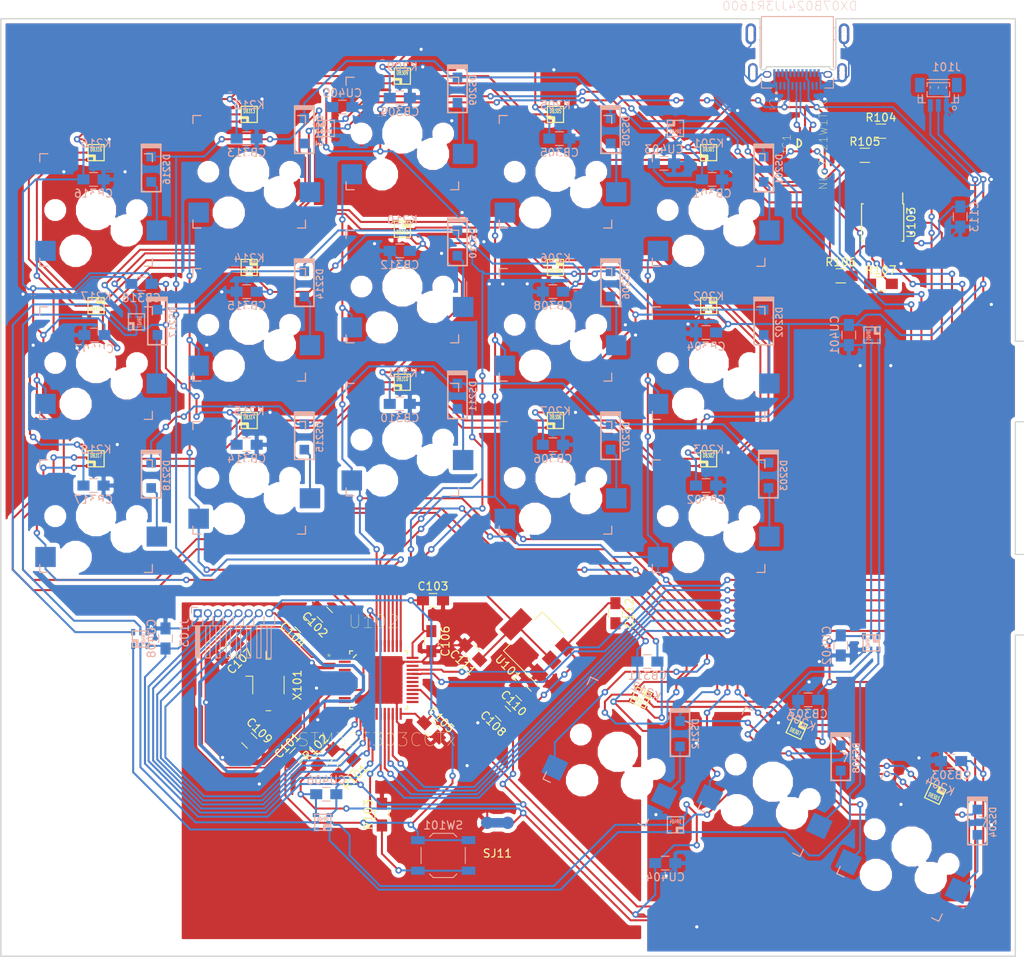
<source format=kicad_pcb>
(kicad_pcb (version 20171130) (host pcbnew "(5.0.0)")
  (layers (0 F.Cu signal) (31 B.Cu signal) (34 B.Paste user) (35 F.Paste user) (36 B.SilkS user) (37 F.SilkS user) (38 B.Mask user) (39 F.Mask user) (44 Edge.Cuts user))
  (net 0 "")
  (net 1 +5V)
  (net 2 +3V3)
  (net 3 GND)
  (net 4 /LEDMatrix_perKey/SDI)
  (net 5 /LEDMatrix_perKey/CKI)
  (net 6 /LEDMatrix_Underglow/SDI)
  (net 7 /LEDMatrix_Underglow/CKI)
  (net 8 "Net-(C107-Pad1)")
  (net 9 "Net-(C109-Pad1)")
  (net 10 "Net-(DB301-Pad6)")
  (net 11 "Net-(DB301-Pad1)")
  (net 12 "Net-(DB302-Pad2)")
  (net 13 "Net-(DB302-Pad3)")
  (net 14 "Net-(DB302-Pad6)")
  (net 15 "Net-(DB302-Pad1)")
  (net 16 "Net-(DB303-Pad3)")
  (net 17 "Net-(DB303-Pad2)")
  (net 18 "Net-(DB304-Pad3)")
  (net 19 "Net-(DB304-Pad2)")
  (net 20 "Net-(DB305-Pad1)")
  (net 21 "Net-(DB305-Pad6)")
  (net 22 "Net-(DB306-Pad1)")
  (net 23 "Net-(DB306-Pad6)")
  (net 24 "Net-(DB307-Pad2)")
  (net 25 "Net-(DB307-Pad3)")
  (net 26 "Net-(DB308-Pad2)")
  (net 27 "Net-(DB308-Pad3)")
  (net 28 "Net-(DB309-Pad6)")
  (net 29 "Net-(DB309-Pad1)")
  (net 30 "Net-(DB310-Pad1)")
  (net 31 "Net-(DB310-Pad6)")
  (net 32 "Net-(DB311-Pad3)")
  (net 33 "Net-(DB311-Pad2)")
  (net 34 "Net-(DB312-Pad3)")
  (net 35 "Net-(DB312-Pad2)")
  (net 36 "Net-(DB313-Pad1)")
  (net 37 "Net-(DB313-Pad6)")
  (net 38 "Net-(DB314-Pad1)")
  (net 39 "Net-(DB314-Pad6)")
  (net 40 "Net-(DB315-Pad2)")
  (net 41 "Net-(DB315-Pad3)")
  (net 42 "Net-(DB316-Pad6)")
  (net 43 "Net-(DB316-Pad1)")
  (net 44 "Net-(DR401-Pad2)")
  (net 45 "Net-(DR401-Pad3)")
  (net 46 "Net-(DR402-Pad2)")
  (net 47 "Net-(DR402-Pad3)")
  (net 48 "Net-(DR403-Pad6)")
  (net 49 "Net-(DR403-Pad1)")
  (net 50 "Net-(DR404-Pad2)")
  (net 51 "Net-(DR404-Pad3)")
  (net 52 "Net-(DR405-Pad1)")
  (net 53 "Net-(DR405-Pad6)")
  (net 54 "Net-(DR406-Pad3)")
  (net 55 "Net-(DR406-Pad2)")
  (net 56 "Net-(DR407-Pad6)")
  (net 57 "Net-(DR407-Pad1)")
  (net 58 "Net-(DS201-Pad2)")
  (net 59 "Net-(DS202-Pad2)")
  (net 60 "Net-(DS203-Pad2)")
  (net 61 "Net-(DS204-Pad2)")
  (net 62 "Net-(DS205-Pad2)")
  (net 63 "Net-(DS206-Pad2)")
  (net 64 "Net-(DS207-Pad2)")
  (net 65 "Net-(DS208-Pad2)")
  (net 66 "Net-(DS209-Pad2)")
  (net 67 "Net-(DS210-Pad2)")
  (net 68 "Net-(DS211-Pad2)")
  (net 69 "Net-(DS212-Pad2)")
  (net 70 "Net-(DS213-Pad2)")
  (net 71 "Net-(DS214-Pad2)")
  (net 72 "Net-(DS215-Pad2)")
  (net 73 "Net-(DS216-Pad2)")
  (net 74 "Net-(DS217-Pad2)")
  (net 75 "Net-(DS218-Pad2)")
  (net 76 "Net-(J102-PadB11)")
  (net 77 "Net-(J102-PadB10)")
  (net 78 "Net-(J102-PadB8)")
  (net 79 "Net-(J102-PadB7)")
  (net 80 "Net-(J102-PadB6)")
  (net 81 "Net-(J102-PadB5)")
  (net 82 "Net-(J102-PadB3)")
  (net 83 "Net-(J102-PadB2)")
  (net 84 "Net-(J102-PadA11)")
  (net 85 "Net-(J102-PadA10)")
  (net 86 "Net-(J102-PadA8)")
  (net 87 "Net-(J102-PadA5)")
  (net 88 "Net-(J102-PadA3)")
  (net 89 "Net-(J102-PadA2)")
  (net 90 "Net-(R104-Pad2)")
  (net 91 "Net-(R105-Pad2)")
  (net 92 "Net-(R106-Pad2)")
  (net 93 "Net-(R107-Pad2)")
  (net 94 "Net-(U102-Pad2)")
  (net 95 "Net-(U102-Pad3)")
  (net 96 "Net-(U102-Pad4)")
  (net 97 "Net-(U102-Pad7)")
  (net 98 "Net-(U102-Pad11)")
  (net 99 "Net-(U102-Pad12)")
  (net 100 "Net-(U102-Pad18)")
  (net 101 "Net-(U102-Pad25)")
  (net 102 "Net-(U102-Pad29)")
  (net 103 "Net-(U102-Pad30)")
  (net 104 "Net-(U102-Pad31)")
  (net 105 "Net-(U102-Pad34)")
  (net 106 /LDA+)
  (net 107 /LDA-)
  (net 108 /Lrow0)
  (net 109 /Lrow1)
  (net 110 /Lrow2)
  (net 111 /Lrow3)
  (net 112 /LSerConn)
  (net 113 /LPA13)
  (net 114 /LPA14)
  (net 115 /LPA15)
  (net 116 /LPA16)
  (net 117 /LPA17)
  (net 118 /Lcol4)
  (net 119 /Lcol3)
  (net 120 /Lcol2)
  (net 121 /Lcol1)
  (net 122 /Lcol0)
  (net 123 /LADC)
  (net 124 /LBOOT)
  (net 125 /LSDI_Und)
  (net 126 /LCKI_Und)
  (net 127 /LSDI_Back)
  (net 128 /LCKI_Back)
  (net 129 "Net-(U102-Pad27)")
  (net 130 "Net-(U102-Pad26)")
  (net 131 /LUSB+)
  (net 132 /LUSB-)
  (net 133 /LKSDO)
  (net 134 /LKCKO)
  (net 135 /LUSDO)
  (net 136 /LUCKO)
  (net 137 GNDD)
  (module Capacitors_SMD:C_0805_HandSoldering (layer F.Cu) (at 51.97475 135.89 45)
    (fp_text reference C101 (at 0 -1.75 45) (layer F.SilkS))
    (fp_text value 4.7u)
    (pad 2 smd rect (at 1.249999 0 45) (size 1.5 1.25) (layers F.Cu F.Paste F.Mask) (net 137 GNDD))
    (pad 1 smd rect (at -1.249999 0 45) (size 1.5 1.25) (layers F.Cu F.Paste F.Mask) (net 2 +3V3))
  )
  (module Capacitors_SMD:C_0805_HandSoldering (layer F.Cu) (at 52.6415 119.634 135)
    (fp_text reference C104 (at 0 -1.75 135) (layer F.SilkS))
    (fp_text value 0.1u)
    (pad 1 smd rect (at -1.249999 0 135) (size 1.5 1.25) (layers F.Cu F.Paste F.Mask) (net 2 +3V3))
    (pad 2 smd rect (at 1.249999 0 135) (size 1.5 1.25) (layers F.Cu F.Paste F.Mask) (net 137 GNDD))
  )
  (module keyswitches:Kailh_socket (layer F.Cu) (at 65.036 58.4835 180)
    (fp_text reference K209 (at 0 8.3 180) (layer B.SilkS) (effects (justify mirror)))
    (fp_text value KEYSW)
    (pad 2 smd rect (at -7.56 -2.54 180) (size 2.55 2.5) (layers B.Cu B.Paste B.Mask) (net 66 "Net-(DS209-Pad2)"))
    (pad "" np_thru_hole circle (at -5.08 0 180) (size 1.7018 1.7018) (drill 1.7018) (layers *.Cu *.Mask))
    (pad "" np_thru_hole circle (at 5.08 0 180) (size 1.7018 1.7018) (drill 1.7018) (layers *.Cu *.Mask))
    (pad "" np_thru_hole circle (at 0 0 180) (size 3.9878 3.9878) (drill 3.9878) (layers *.Cu *.Mask))
    (pad "" np_thru_hole circle (at -3.81 -2.54 180) (size 3 3) (drill 3) (layers *.Cu *.Mask))
    (pad "" np_thru_hole circle (at 2.54 -5.08 180) (size 3 3) (drill 3) (layers *.Cu *.Mask))
    (pad 1 smd rect (at 6.29 -5.08 180) (size 2.55 2.5) (layers B.Cu B.Paste B.Mask) (net 120 /Lcol2))
  )
  (module keyswitches:Kailh_socket (layer F.Cu) (at 45.986 63.246 180)
    (fp_text reference K213 (at 0 8.3 180) (layer B.SilkS) (effects (justify mirror)))
    (fp_text value KEYSW)
    (pad 2 smd rect (at -7.56 -2.54 180) (size 2.55 2.5) (layers B.Cu B.Paste B.Mask) (net 70 "Net-(DS213-Pad2)"))
    (pad "" np_thru_hole circle (at -5.08 0 180) (size 1.7018 1.7018) (drill 1.7018) (layers *.Cu *.Mask))
    (pad "" np_thru_hole circle (at 5.08 0 180) (size 1.7018 1.7018) (drill 1.7018) (layers *.Cu *.Mask))
    (pad "" np_thru_hole circle (at 0 0 180) (size 3.9878 3.9878) (drill 3.9878) (layers *.Cu *.Mask))
    (pad "" np_thru_hole circle (at -3.81 -2.54 180) (size 3 3) (drill 3) (layers *.Cu *.Mask))
    (pad "" np_thru_hole circle (at 2.54 -5.08 180) (size 3 3) (drill 3) (layers *.Cu *.Mask))
    (pad 1 smd rect (at 6.29 -5.08 180) (size 2.55 2.5) (layers B.Cu B.Paste B.Mask) (net 121 /Lcol1))
  )
  (module butts:JAE_DX07B024JJ3R1600 (layer B.Cu) (at 114.185 50.927)
    (fp_text reference J102 (at -1.66008 3.97286) (layer B.SilkS) (effects (font (size 1.1233 1.1233) (thickness 0.05)) (justify mirror)))
    (fp_text value DX07B024JJ3R1600 (at -0.946892 -8.31424) (layer B.SilkS) (effects (font (size 1.12344 1.12344) (thickness 0.05)) (justify mirror)))
    (fp_poly (pts (xy -6.15 -4.85) (xy -6.15 -4.2) (xy -6.15 -4.19084) (xy -6.14904 -4.17253) (xy -6.14712 -4.1543) (xy -6.14426 -4.1362) (xy -6.14045 -4.11827) (xy -6.1357 -4.10056) (xy -6.13004 -4.08313) (xy -6.12347 -4.06602) (xy -6.11601 -4.04927) (xy -6.10769 -4.03294) (xy -6.09853 -4.01706) (xy -6.08854 -4.00169) (xy -6.07777 -3.98686) (xy -6.06623 -3.97262) (xy -6.05397 -3.95899) (xy -6.04101 -3.94603) (xy -6.02739 -3.93377) (xy -6.01314 -3.92223) (xy -5.99831 -3.91146) (xy -5.98294 -3.90147) (xy -5.96706 -3.89231) (xy -5.95073 -3.88399) (xy -5.93399 -3.87653) (xy -5.91687 -3.86996) (xy -5.89944 -3.8643) (xy -5.88174 -3.85955) (xy -5.86381 -3.85574) (xy -5.8457 -3.85288) (xy -5.82747 -3.85096) (xy -5.80917 -3.85) (xy -5.8 -3.85) (xy -5.79084 -3.85) (xy -5.77253 -3.85096) (xy -5.7543 -3.85288) (xy -5.7362 -3.85574) (xy -5.71827 -3.85955) (xy -5.70056 -3.8643) (xy -5.68313 -3.86996) (xy -5.66602 -3.87653) (xy -5.64927 -3.88399) (xy -5.63294 -3.89231) (xy -5.61706 -3.90147) (xy -5.60169 -3.91146) (xy -5.58686 -3.92223) (xy -5.57262 -3.93377) (xy -5.55899 -3.94603) (xy -5.54603 -3.95899) (xy -5.53377 -3.97261) (xy -5.52223 -3.98686) (xy -5.51146 -4.00169) (xy -5.50147 -4.01706) (xy -5.49231 -4.03294) (xy -5.48399 -4.04927) (xy -5.47653 -4.06601) (xy -5.46996 -4.08313) (xy -5.4643 -4.10056) (xy -5.45955 -4.11826) (xy -5.45574 -4.13619) (xy -5.45288 -4.1543) (xy -5.45096 -4.17253) (xy -5.45 -4.19083) (xy -5.45 -4.2) (xy -5.45 -4.85) (xy -5.15 -4.85) (xy -5.15 -4.2) (xy -5.15 -4.18298) (xy -5.15178 -4.14899) (xy -5.15534 -4.11513) (xy -5.16066 -4.08151) (xy -5.16774 -4.04821) (xy -5.17655 -4.01533) (xy -5.18707 -3.98295) (xy -5.19927 -3.95117) (xy -5.21312 -3.92008) (xy -5.22857 -3.88974) (xy -5.24559 -3.86026) (xy -5.26413 -3.83171) (xy -5.28414 -3.80417) (xy -5.30556 -3.77772) (xy -5.32834 -3.75242) (xy -5.35241 -3.72835) (xy -5.37771 -3.70557) (xy -5.40417 -3.68415) (xy -5.43171 -3.66414) (xy -5.46026 -3.6456) (xy -5.48974 -3.62858) (xy -5.52007 -3.61312) (xy -5.55117 -3.59927) (xy -5.58295 -3.58707) (xy -5.61532 -3.57655) (xy -5.6482 -3.56774) (xy -5.6815 -3.56067) (xy -5.71513 -3.55534) (xy -5.74898 -3.55178) (xy -5.78298 -3.55) (xy -5.8 -3.55) (xy -5.81702 -3.55) (xy -5.85101 -3.55178) (xy -5.88487 -3.55534) (xy -5.91849 -3.56066) (xy -5.95179 -3.56774) (xy -5.98467 -3.57655) (xy -6.01705 -3.58707) (xy -6.04883 -3.59927) (xy -6.07992 -3.61312) (xy -6.11026 -3.62857) (xy -6.13974 -3.64559) (xy -6.16829 -3.66413) (xy -6.19583 -3.68414) (xy -6.22228 -3.70556) (xy -6.24758 -3.72834) (xy -6.27165 -3.75241) (xy -6.29443 -3.77771) (xy -6.31585 -3.80417) (xy -6.33586 -3.83171) (xy -6.3544 -3.86026) (xy -6.37142 -3.88974) (xy -6.38688 -3.92007) (xy -6.40073 -3.95117) (xy -6.41293 -3.98295) (xy -6.42345 -4.01532) (xy -6.43226 -4.0482) (xy -6.43933 -4.0815) (xy -6.44466 -4.11513) (xy -6.44822 -4.14898) (xy -6.45 -4.18298) (xy -6.45 -4.2) (xy -6.45 -4.85)) (layer B.Cu) (width 0.001))
    (fp_poly (pts (xy -5.45 -4.85) (xy -5.45 -5.5) (xy -5.45 -5.50916) (xy -5.45096 -5.52747) (xy -5.45288 -5.5457) (xy -5.45574 -5.5638) (xy -5.45955 -5.58173) (xy -5.4643 -5.59944) (xy -5.46996 -5.61687) (xy -5.47653 -5.63398) (xy -5.48399 -5.65073) (xy -5.49231 -5.66706) (xy -5.50147 -5.68294) (xy -5.51146 -5.69831) (xy -5.52223 -5.71314) (xy -5.53377 -5.72738) (xy -5.54603 -5.74101) (xy -5.55899 -5.75397) (xy -5.57261 -5.76623) (xy -5.58686 -5.77777) (xy -5.60169 -5.78854) (xy -5.61706 -5.79853) (xy -5.63294 -5.80769) (xy -5.64927 -5.81601) (xy -5.66601 -5.82347) (xy -5.68313 -5.83004) (xy -5.70056 -5.8357) (xy -5.71826 -5.84045) (xy -5.73619 -5.84426) (xy -5.7543 -5.84712) (xy -5.77253 -5.84904) (xy -5.79083 -5.85) (xy -5.8 -5.85) (xy -5.80916 -5.85) (xy -5.82747 -5.84904) (xy -5.8457 -5.84712) (xy -5.8638 -5.84426) (xy -5.88173 -5.84045) (xy -5.89944 -5.8357) (xy -5.91687 -5.83004) (xy -5.93398 -5.82347) (xy -5.95073 -5.81601) (xy -5.96706 -5.80769) (xy -5.98294 -5.79853) (xy -5.99831 -5.78854) (xy -6.01314 -5.77777) (xy -6.02738 -5.76623) (xy -6.04101 -5.75397) (xy -6.05397 -5.74101) (xy -6.06623 -5.72739) (xy -6.07777 -5.71314) (xy -6.08854 -5.69831) (xy -6.09853 -5.68294) (xy -6.10769 -5.66706) (xy -6.11601 -5.65073) (xy -6.12347 -5.63399) (xy -6.13004 -5.61687) (xy -6.1357 -5.59944) (xy -6.14045 -5.58174) (xy -6.14426 -5.56381) (xy -6.14712 -5.5457) (xy -6.14904 -5.52747) (xy -6.15 -5.50917) (xy -6.15 -5.5) (xy -6.15 -4.85) (xy -6.45 -4.85) (xy -6.45 -5.5) (xy -6.45 -5.51702) (xy -6.44822 -5.55101) (xy -6.44466 -5.58487) (xy -6.43934 -5.61849) (xy -6.43226 -5.65179) (xy -6.42345 -5.68467) (xy -6.41293 -5.71705) (xy -6.40073 -5.74883) (xy -6.38688 -5.77992) (xy -6.37143 -5.81026) (xy -6.35441 -5.83974) (xy -6.33587 -5.86829) (xy -6.31586 -5.89583) (xy -6.29444 -5.92228) (xy -6.27166 -5.94758) (xy -6.24759 -5.97165) (xy -6.22229 -5.99443) (xy -6.19583 -6.01585) (xy -6.16829 -6.03586) (xy -6.13974 -6.0544) (xy -6.11026 -6.07142) (xy -6.07993 -6.08688) (xy -6.04883 -6.10073) (xy -6.01705 -6.11293) (xy -5.98468 -6.12345) (xy -5.9518 -6.13226) (xy -5.9185 -6.13933) (xy -5.88487 -6.14466) (xy -5.85102 -6.14822) (xy -5.81702 -6.15) (xy -5.8 -6.15) (xy -5.78298 -6.15) (xy -5.74899 -6.14822) (xy -5.71513 -6.14466) (xy -5.68151 -6.13934) (xy -5.64821 -6.13226) (xy -5.61533 -6.12345) (xy -5.58295 -6.11293) (xy -5.55117 -6.10073) (xy -5.52008 -6.08688) (xy -5.48974 -6.07143) (xy -5.46026 -6.05441) (xy -5.43171 -6.03587) (xy -5.40417 -6.01586) (xy -5.37772 -5.99444) (xy -5.35242 -5.97166) (xy -5.32835 -5.94759) (xy -5.30557 -5.92229) (xy -5.28415 -5.89583) (xy -5.26414 -5.86829) (xy -5.2456 -5.83974) (xy -5.22858 -5.81026) (xy -5.21312 -5.77993) (xy -5.19927 -5.74883) (xy -5.18707 -5.71705) (xy -5.17655 -5.68468) (xy -5.16774 -5.6518) (xy -5.16067 -5.6185) (xy -5.15534 -5.58487) (xy -5.15178 -5.55102) (xy -5.15 -5.51702) (xy -5.15 -5.5) (xy -5.15 -4.85)) (layer B.Cu) (width 0.001))
    (fp_poly (pts (xy -6.15 -4.85) (xy -6.15 -4.2) (xy -6.15 -4.19084) (xy -6.14904 -4.17253) (xy -6.14712 -4.1543) (xy -6.14426 -4.1362) (xy -6.14045 -4.11827) (xy -6.1357 -4.10056) (xy -6.13004 -4.08313) (xy -6.12347 -4.06602) (xy -6.11601 -4.04927) (xy -6.10769 -4.03294) (xy -6.09853 -4.01706) (xy -6.08854 -4.00169) (xy -6.07777 -3.98686) (xy -6.06623 -3.97262) (xy -6.05397 -3.95899) (xy -6.04101 -3.94603) (xy -6.02739 -3.93377) (xy -6.01314 -3.92223) (xy -5.99831 -3.91146) (xy -5.98294 -3.90147) (xy -5.96706 -3.89231) (xy -5.95073 -3.88399) (xy -5.93399 -3.87653) (xy -5.91687 -3.86996) (xy -5.89944 -3.8643) (xy -5.88174 -3.85955) (xy -5.86381 -3.85574) (xy -5.8457 -3.85288) (xy -5.82747 -3.85096) (xy -5.80917 -3.85) (xy -5.8 -3.85) (xy -5.79084 -3.85) (xy -5.77253 -3.85096) (xy -5.7543 -3.85288) (xy -5.7362 -3.85574) (xy -5.71827 -3.85955) (xy -5.70056 -3.8643) (xy -5.68313 -3.86996) (xy -5.66602 -3.87653) (xy -5.64927 -3.88399) (xy -5.63294 -3.89231) (xy -5.61706 -3.90147) (xy -5.60169 -3.91146) (xy -5.58686 -3.92223) (xy -5.57262 -3.93377) (xy -5.55899 -3.94603) (xy -5.54603 -3.95899) (xy -5.53377 -3.97261) (xy -5.52223 -3.98686) (xy -5.51146 -4.00169) (xy -5.50147 -4.01706) (xy -5.49231 -4.03294) (xy -5.48399 -4.04927) (xy -5.47653 -4.06601) (xy -5.46996 -4.08313) (xy -5.4643 -4.10056) (xy -5.45955 -4.11826) (xy -5.45574 -4.13619) (xy -5.45288 -4.1543) (xy -5.45096 -4.17253) (xy -5.45 -4.19083) (xy -5.45 -4.2) (xy -5.45 -4.85) (xy -5.15 -4.85) (xy -5.15 -4.2) (xy -5.15 -4.18298) (xy -5.15178 -4.14899) (xy -5.15534 -4.11513) (xy -5.16066 -4.08151) (xy -5.16774 -4.04821) (xy -5.17655 -4.01533) (xy -5.18707 -3.98295) (xy -5.19927 -3.95117) (xy -5.21312 -3.92008) (xy -5.22857 -3.88974) (xy -5.24559 -3.86026) (xy -5.26413 -3.83171) (xy -5.28414 -3.80417) (xy -5.30556 -3.77772) (xy -5.32834 -3.75242) (xy -5.35241 -3.72835) (xy -5.37771 -3.70557) (xy -5.40417 -3.68415) (xy -5.43171 -3.66414) (xy -5.46026 -3.6456) (xy -5.48974 -3.62858) (xy -5.52007 -3.61312) (xy -5.55117 -3.59927) (xy -5.58295 -3.58707) (xy -5.61532 -3.57655) (xy -5.6482 -3.56774) (xy -5.6815 -3.56067) (xy -5.71513 -3.55534) (xy -5.74898 -3.55178) (xy -5.78298 -3.55) (xy -5.8 -3.55) (xy -5.81702 -3.55) (xy -5.85101 -3.55178) (xy -5.88487 -3.55534) (xy -5.91849 -3.56066) (xy -5.95179 -3.56774) (xy -5.98467 -3.57655) (xy -6.01705 -3.58707) (xy -6.04883 -3.59927) (xy -6.07992 -3.61312) (xy -6.11026 -3.62857) (xy -6.13974 -3.64559) (xy -6.16829 -3.66413) (xy -6.19583 -3.68414) (xy -6.22228 -3.70556) (xy -6.24758 -3.72834) (xy -6.27165 -3.75241) (xy -6.29443 -3.77771) (xy -6.31585 -3.80417) (xy -6.33586 -3.83171) (xy -6.3544 -3.86026) (xy -6.37142 -3.88974) (xy -6.38688 -3.92007) (xy -6.40073 -3.95117) (xy -6.41293 -3.98295) (xy -6.42345 -4.01532) (xy -6.43226 -4.0482) (xy -6.43933 -4.0815) (xy -6.44466 -4.11513) (xy -6.44822 -4.14898) (xy -6.45 -4.18298) (xy -6.45 -4.2) (xy -6.45 -4.85)) (layer F.Cu) (width 0.001))
    (fp_poly (pts (xy -5.45 -4.85) (xy -5.45 -5.5) (xy -5.45 -5.50916) (xy -5.45096 -5.52747) (xy -5.45288 -5.5457) (xy -5.45574 -5.5638) (xy -5.45955 -5.58173) (xy -5.4643 -5.59944) (xy -5.46996 -5.61687) (xy -5.47653 -5.63398) (xy -5.48399 -5.65073) (xy -5.49231 -5.66706) (xy -5.50147 -5.68294) (xy -5.51146 -5.69831) (xy -5.52223 -5.71314) (xy -5.53377 -5.72738) (xy -5.54603 -5.74101) (xy -5.55899 -5.75397) (xy -5.57261 -5.76623) (xy -5.58686 -5.77777) (xy -5.60169 -5.78854) (xy -5.61706 -5.79853) (xy -5.63294 -5.80769) (xy -5.64927 -5.81601) (xy -5.66601 -5.82347) (xy -5.68313 -5.83004) (xy -5.70056 -5.8357) (xy -5.71826 -5.84045) (xy -5.73619 -5.84426) (xy -5.7543 -5.84712) (xy -5.77253 -5.84904) (xy -5.79083 -5.85) (xy -5.8 -5.85) (xy -5.80916 -5.85) (xy -5.82747 -5.84904) (xy -5.8457 -5.84712) (xy -5.8638 -5.84426) (xy -5.88173 -5.84045) (xy -5.89944 -5.8357) (xy -5.91687 -5.83004) (xy -5.93398 -5.82347) (xy -5.95073 -5.81601) (xy -5.96706 -5.80769) (xy -5.98294 -5.79853) (xy -5.99831 -5.78854) (xy -6.01314 -5.77777) (xy -6.02738 -5.76623) (xy -6.04101 -5.75397) (xy -6.05397 -5.74101) (xy -6.06623 -5.72739) (xy -6.07777 -5.71314) (xy -6.08854 -5.69831) (xy -6.09853 -5.68294) (xy -6.10769 -5.66706) (xy -6.11601 -5.65073) (xy -6.12347 -5.63399) (xy -6.13004 -5.61687) (xy -6.1357 -5.59944) (xy -6.14045 -5.58174) (xy -6.14426 -5.56381) (xy -6.14712 -5.5457) (xy -6.14904 -5.52747) (xy -6.15 -5.50917) (xy -6.15 -5.5) (xy -6.15 -4.85) (xy -6.45 -4.85) (xy -6.45 -5.5) (xy -6.45 -5.51702) (xy -6.44822 -5.55101) (xy -6.44466 -5.58487) (xy -6.43934 -5.61849) (xy -6.43226 -5.65179) (xy -6.42345 -5.68467) (xy -6.41293 -5.71705) (xy -6.40073 -5.74883) (xy -6.38688 -5.77992) (xy -6.37143 -5.81026) (xy -6.35441 -5.83974) (xy -6.33587 -5.86829) (xy -6.31586 -5.89583) (xy -6.29444 -5.92228) (xy -6.27166 -5.94758) (xy -6.24759 -5.97165) (xy -6.22229 -5.99443) (xy -6.19583 -6.01585) (xy -6.16829 -6.03586) (xy -6.13974 -6.0544) (xy -6.11026 -6.07142) (xy -6.07993 -6.08688) (xy -6.04883 -6.10073) (xy -6.01705 -6.11293) (xy -5.98468 -6.12345) (xy -5.9518 -6.13226) (xy -5.9185 -6.13933) (xy -5.88487 -6.14466) (xy -5.85102 -6.14822) (xy -5.81702 -6.15) (xy -5.8 -6.15) (xy -5.78298 -6.15) (xy -5.74899 -6.14822) (xy -5.71513 -6.14466) (xy -5.68151 -6.13934) (xy -5.64821 -6.13226) (xy -5.61533 -6.12345) (xy -5.58295 -6.11293) (xy -5.55117 -6.10073) (xy -5.52008 -6.08688) (xy -5.48974 -6.07143) (xy -5.46026 -6.05441) (xy -5.43171 -6.03587) (xy -5.40417 -6.01586) (xy -5.37772 -5.99444) (xy -5.35242 -5.97166) (xy -5.32835 -5.94759) (xy -5.30557 -5.92229) (xy -5.28415 -5.89583) (xy -5.26414 -5.86829) (xy -5.2456 -5.83974) (xy -5.22858 -5.81026) (xy -5.21312 -5.77993) (xy -5.19927 -5.74883) (xy -5.18707 -5.71705) (xy -5.17655 -5.68468) (xy -5.16774 -5.6518) (xy -5.16067 -5.6185) (xy -5.15534 -5.58487) (xy -5.15178 -5.55102) (xy -5.15 -5.51702) (xy -5.15 -5.5) (xy -5.15 -4.85)) (layer F.Cu) (width 0.001))
    (fp_poly (pts (xy 5.45 -4.85) (xy 5.45 -4.2) (xy 5.45 -4.19084) (xy 5.45096 -4.17253) (xy 5.45288 -4.1543) (xy 5.45574 -4.1362) (xy 5.45955 -4.11827) (xy 5.4643 -4.10056) (xy 5.46996 -4.08313) (xy 5.47653 -4.06602) (xy 5.48399 -4.04927) (xy 5.49231 -4.03294) (xy 5.50147 -4.01706) (xy 5.51146 -4.00169) (xy 5.52223 -3.98686) (xy 5.53377 -3.97262) (xy 5.54603 -3.95899) (xy 5.55899 -3.94603) (xy 5.57261 -3.93377) (xy 5.58686 -3.92223) (xy 5.60169 -3.91146) (xy 5.61706 -3.90147) (xy 5.63294 -3.89231) (xy 5.64927 -3.88399) (xy 5.66601 -3.87653) (xy 5.68313 -3.86996) (xy 5.70056 -3.8643) (xy 5.71826 -3.85955) (xy 5.73619 -3.85574) (xy 5.7543 -3.85288) (xy 5.77253 -3.85096) (xy 5.79083 -3.85) (xy 5.8 -3.85) (xy 5.80916 -3.85) (xy 5.82747 -3.85096) (xy 5.8457 -3.85288) (xy 5.8638 -3.85574) (xy 5.88173 -3.85955) (xy 5.89944 -3.8643) (xy 5.91687 -3.86996) (xy 5.93398 -3.87653) (xy 5.95073 -3.88399) (xy 5.96706 -3.89231) (xy 5.98294 -3.90147) (xy 5.99831 -3.91146) (xy 6.01314 -3.92223) (xy 6.02738 -3.93377) (xy 6.04101 -3.94603) (xy 6.05397 -3.95899) (xy 6.06623 -3.97261) (xy 6.07777 -3.98686) (xy 6.08854 -4.00169) (xy 6.09853 -4.01706) (xy 6.10769 -4.03294) (xy 6.11601 -4.04927) (xy 6.12347 -4.06601) (xy 6.13004 -4.08313) (xy 6.1357 -4.10056) (xy 6.14045 -4.11826) (xy 6.14426 -4.13619) (xy 6.14712 -4.1543) (xy 6.14904 -4.17253) (xy 6.15 -4.19083) (xy 6.15 -4.2) (xy 6.15 -4.85) (xy 6.45 -4.85) (xy 6.45 -4.2) (xy 6.45 -4.18298) (xy 6.44822 -4.14899) (xy 6.44466 -4.11513) (xy 6.43934 -4.08151) (xy 6.43226 -4.04821) (xy 6.42345 -4.01533) (xy 6.41293 -3.98295) (xy 6.40073 -3.95117) (xy 6.38688 -3.92008) (xy 6.37143 -3.88974) (xy 6.35441 -3.86026) (xy 6.33587 -3.83171) (xy 6.31586 -3.80417) (xy 6.29444 -3.77772) (xy 6.27166 -3.75242) (xy 6.24759 -3.72835) (xy 6.22229 -3.70557) (xy 6.19583 -3.68415) (xy 6.16829 -3.66414) (xy 6.13974 -3.6456) (xy 6.11026 -3.62858) (xy 6.07993 -3.61312) (xy 6.04883 -3.59927) (xy 6.01705 -3.58707) (xy 5.98468 -3.57655) (xy 5.9518 -3.56774) (xy 5.9185 -3.56067) (xy 5.88487 -3.55534) (xy 5.85102 -3.55178) (xy 5.81702 -3.55) (xy 5.8 -3.55) (xy 5.78298 -3.55) (xy 5.74899 -3.55178) (xy 5.71513 -3.55534) (xy 5.68151 -3.56066) (xy 5.64821 -3.56774) (xy 5.61533 -3.57655) (xy 5.58295 -3.58707) (xy 5.55117 -3.59927) (xy 5.52008 -3.61312) (xy 5.48974 -3.62857) (xy 5.46026 -3.64559) (xy 5.43171 -3.66413) (xy 5.40417 -3.68414) (xy 5.37772 -3.70556) (xy 5.35242 -3.72834) (xy 5.32835 -3.75241) (xy 5.30557 -3.77771) (xy 5.28415 -3.80417) (xy 5.26414 -3.83171) (xy 5.2456 -3.86026) (xy 5.22858 -3.88974) (xy 5.21312 -3.92007) (xy 5.19927 -3.95117) (xy 5.18707 -3.98295) (xy 5.17655 -4.01532) (xy 5.16774 -4.0482) (xy 5.16067 -4.0815) (xy 5.15534 -4.11513) (xy 5.15178 -4.14898) (xy 5.15 -4.18298) (xy 5.15 -4.2) (xy 5.15 -4.85)) (layer B.Cu) (width 0.001))
    (fp_poly (pts (xy 6.15 -4.85) (xy 6.15 -5.5) (xy 6.15 -5.50916) (xy 6.14904 -5.52747) (xy 6.14712 -5.5457) (xy 6.14426 -5.5638) (xy 6.14045 -5.58173) (xy 6.1357 -5.59944) (xy 6.13004 -5.61687) (xy 6.12347 -5.63398) (xy 6.11601 -5.65073) (xy 6.10769 -5.66706) (xy 6.09853 -5.68294) (xy 6.08854 -5.69831) (xy 6.07777 -5.71314) (xy 6.06623 -5.72738) (xy 6.05397 -5.74101) (xy 6.04101 -5.75397) (xy 6.02739 -5.76623) (xy 6.01314 -5.77777) (xy 5.99831 -5.78854) (xy 5.98294 -5.79853) (xy 5.96706 -5.80769) (xy 5.95073 -5.81601) (xy 5.93399 -5.82347) (xy 5.91687 -5.83004) (xy 5.89944 -5.8357) (xy 5.88174 -5.84045) (xy 5.86381 -5.84426) (xy 5.8457 -5.84712) (xy 5.82747 -5.84904) (xy 5.80917 -5.85) (xy 5.8 -5.85) (xy 5.79084 -5.85) (xy 5.77253 -5.84904) (xy 5.7543 -5.84712) (xy 5.7362 -5.84426) (xy 5.71827 -5.84045) (xy 5.70056 -5.8357) (xy 5.68313 -5.83004) (xy 5.66602 -5.82347) (xy 5.64927 -5.81601) (xy 5.63294 -5.80769) (xy 5.61706 -5.79853) (xy 5.60169 -5.78854) (xy 5.58686 -5.77777) (xy 5.57262 -5.76623) (xy 5.55899 -5.75397) (xy 5.54603 -5.74101) (xy 5.53377 -5.72739) (xy 5.52223 -5.71314) (xy 5.51146 -5.69831) (xy 5.50147 -5.68294) (xy 5.49231 -5.66706) (xy 5.48399 -5.65073) (xy 5.47653 -5.63399) (xy 5.46996 -5.61687) (xy 5.4643 -5.59944) (xy 5.45955 -5.58174) (xy 5.45574 -5.56381) (xy 5.45288 -5.5457) (xy 5.45096 -5.52747) (xy 5.45 -5.50917) (xy 5.45 -5.5) (xy 5.45 -4.85) (xy 5.15 -4.85) (xy 5.15 -5.5) (xy 5.15 -5.51702) (xy 5.15178 -5.55101) (xy 5.15534 -5.58487) (xy 5.16066 -5.61849) (xy 5.16774 -5.65179) (xy 5.17655 -5.68467) (xy 5.18707 -5.71705) (xy 5.19927 -5.74883) (xy 5.21312 -5.77992) (xy 5.22857 -5.81026) (xy 5.24559 -5.83974) (xy 5.26413 -5.86829) (xy 5.28414 -5.89583) (xy 5.30556 -5.92228) (xy 5.32834 -5.94758) (xy 5.35241 -5.97165) (xy 5.37771 -5.99443) (xy 5.40417 -6.01585) (xy 5.43171 -6.03586) (xy 5.46026 -6.0544) (xy 5.48974 -6.07142) (xy 5.52007 -6.08688) (xy 5.55117 -6.10073) (xy 5.58295 -6.11293) (xy 5.61532 -6.12345) (xy 5.6482 -6.13226) (xy 5.6815 -6.13933) (xy 5.71513 -6.14466) (xy 5.74898 -6.14822) (xy 5.78298 -6.15) (xy 5.8 -6.15) (xy 5.81702 -6.15) (xy 5.85101 -6.14822) (xy 5.88487 -6.14466) (xy 5.91849 -6.13934) (xy 5.95179 -6.13226) (xy 5.98467 -6.12345) (xy 6.01705 -6.11293) (xy 6.04883 -6.10073) (xy 6.07992 -6.08688) (xy 6.11026 -6.07143) (xy 6.13974 -6.05441) (xy 6.16829 -6.03587) (xy 6.19583 -6.01586) (xy 6.22228 -5.99444) (xy 6.24758 -5.97166) (xy 6.27165 -5.94759) (xy 6.29443 -5.92229) (xy 6.31585 -5.89583) (xy 6.33586 -5.86829) (xy 6.3544 -5.83974) (xy 6.37142 -5.81026) (xy 6.38688 -5.77993) (xy 6.40073 -5.74883) (xy 6.41293 -5.71705) (xy 6.42345 -5.68468) (xy 6.43226 -5.6518) (xy 6.43933 -5.6185) (xy 6.44466 -5.58487) (xy 6.44822 -5.55102) (xy 6.45 -5.51702) (xy 6.45 -5.5) (xy 6.45 -4.85)) (layer B.Cu) (width 0.001))
    (fp_poly (pts (xy 5.45 -4.85) (xy 5.45 -4.2) (xy 5.45 -4.19084) (xy 5.45096 -4.17253) (xy 5.45288 -4.1543) (xy 5.45574 -4.1362) (xy 5.45955 -4.11827) (xy 5.4643 -4.10056) (xy 5.46996 -4.08313) (xy 5.47653 -4.06602) (xy 5.48399 -4.04927) (xy 5.49231 -4.03294) (xy 5.50147 -4.01706) (xy 5.51146 -4.00169) (xy 5.52223 -3.98686) (xy 5.53377 -3.97262) (xy 5.54603 -3.95899) (xy 5.55899 -3.94603) (xy 5.57261 -3.93377) (xy 5.58686 -3.92223) (xy 5.60169 -3.91146) (xy 5.61706 -3.90147) (xy 5.63294 -3.89231) (xy 5.64927 -3.88399) (xy 5.66601 -3.87653) (xy 5.68313 -3.86996) (xy 5.70056 -3.8643) (xy 5.71826 -3.85955) (xy 5.73619 -3.85574) (xy 5.7543 -3.85288) (xy 5.77253 -3.85096) (xy 5.79083 -3.85) (xy 5.8 -3.85) (xy 5.80916 -3.85) (xy 5.82747 -3.85096) (xy 5.8457 -3.85288) (xy 5.8638 -3.85574) (xy 5.88173 -3.85955) (xy 5.89944 -3.8643) (xy 5.91687 -3.86996) (xy 5.93398 -3.87653) (xy 5.95073 -3.88399) (xy 5.96706 -3.89231) (xy 5.98294 -3.90147) (xy 5.99831 -3.91146) (xy 6.01314 -3.92223) (xy 6.02738 -3.93377) (xy 6.04101 -3.94603) (xy 6.05397 -3.95899) (xy 6.06623 -3.97261) (xy 6.07777 -3.98686) (xy 6.08854 -4.00169) (xy 6.09853 -4.01706) (xy 6.10769 -4.03294) (xy 6.11601 -4.04927) (xy 6.12347 -4.06601) (xy 6.13004 -4.08313) (xy 6.1357 -4.10056) (xy 6.14045 -4.11826) (xy 6.14426 -4.13619) (xy 6.14712 -4.1543) (xy 6.14904 -4.17253) (xy 6.15 -4.19083) (xy 6.15 -4.2) (xy 6.15 -4.85) (xy 6.45 -4.85) (xy 6.45 -4.2) (xy 6.45 -4.18298) (xy 6.44822 -4.14899) (xy 6.44466 -4.11513) (xy 6.43934 -4.08151) (xy 6.43226 -4.04821) (xy 6.42345 -4.01533) (xy 6.41293 -3.98295) (xy 6.40073 -3.95117) (xy 6.38688 -3.92008) (xy 6.37143 -3.88974) (xy 6.35441 -3.86026) (xy 6.33587 -3.83171) (xy 6.31586 -3.80417) (xy 6.29444 -3.77772) (xy 6.27166 -3.75242) (xy 6.24759 -3.72835) (xy 6.22229 -3.70557) (xy 6.19583 -3.68415) (xy 6.16829 -3.66414) (xy 6.13974 -3.6456) (xy 6.11026 -3.62858) (xy 6.07993 -3.61312) (xy 6.04883 -3.59927) (xy 6.01705 -3.58707) (xy 5.98468 -3.57655) (xy 5.9518 -3.56774) (xy 5.9185 -3.56067) (xy 5.88487 -3.55534) (xy 5.85102 -3.55178) (xy 5.81702 -3.55) (xy 5.8 -3.55) (xy 5.78298 -3.55) (xy 5.74899 -3.55178) (xy 5.71513 -3.55534) (xy 5.68151 -3.56066) (xy 5.64821 -3.56774) (xy 5.61533 -3.57655) (xy 5.58295 -3.58707) (xy 5.55117 -3.59927) (xy 5.52008 -3.61312) (xy 5.48974 -3.62857) (xy 5.46026 -3.64559) (xy 5.43171 -3.66413) (xy 5.40417 -3.68414) (xy 5.37772 -3.70556) (xy 5.35242 -3.72834) (xy 5.32835 -3.75241) (xy 5.30557 -3.77771) (xy 5.28415 -3.80417) (xy 5.26414 -3.83171) (xy 5.2456 -3.86026) (xy 5.22858 -3.88974) (xy 5.21312 -3.92007) (xy 5.19927 -3.95117) (xy 5.18707 -3.98295) (xy 5.17655 -4.01532) (xy 5.16774 -4.0482) (xy 5.16067 -4.0815) (xy 5.15534 -4.11513) (xy 5.15178 -4.14898) (xy 5.15 -4.18298) (xy 5.15 -4.2) (xy 5.15 -4.85)) (layer F.Cu) (width 0.001))
    (fp_poly (pts (xy 6.15 -4.85) (xy 6.15 -5.5) (xy 6.15 -5.50916) (xy 6.14904 -5.52747) (xy 6.14712 -5.5457) (xy 6.14426 -5.5638) (xy 6.14045 -5.58173) (xy 6.1357 -5.59944) (xy 6.13004 -5.61687) (xy 6.12347 -5.63398) (xy 6.11601 -5.65073) (xy 6.10769 -5.66706) (xy 6.09853 -5.68294) (xy 6.08854 -5.69831) (xy 6.07777 -5.71314) (xy 6.06623 -5.72738) (xy 6.05397 -5.74101) (xy 6.04101 -5.75397) (xy 6.02739 -5.76623) (xy 6.01314 -5.77777) (xy 5.99831 -5.78854) (xy 5.98294 -5.79853) (xy 5.96706 -5.80769) (xy 5.95073 -5.81601) (xy 5.93399 -5.82347) (xy 5.91687 -5.83004) (xy 5.89944 -5.8357) (xy 5.88174 -5.84045) (xy 5.86381 -5.84426) (xy 5.8457 -5.84712) (xy 5.82747 -5.84904) (xy 5.80917 -5.85) (xy 5.8 -5.85) (xy 5.79084 -5.85) (xy 5.77253 -5.84904) (xy 5.7543 -5.84712) (xy 5.7362 -5.84426) (xy 5.71827 -5.84045) (xy 5.70056 -5.8357) (xy 5.68313 -5.83004) (xy 5.66602 -5.82347) (xy 5.64927 -5.81601) (xy 5.63294 -5.80769) (xy 5.61706 -5.79853) (xy 5.60169 -5.78854) (xy 5.58686 -5.77777) (xy 5.57262 -5.76623) (xy 5.55899 -5.75397) (xy 5.54603 -5.74101) (xy 5.53377 -5.72739) (xy 5.52223 -5.71314) (xy 5.51146 -5.69831) (xy 5.50147 -5.68294) (xy 5.49231 -5.66706) (xy 5.48399 -5.65073) (xy 5.47653 -5.63399) (xy 5.46996 -5.61687) (xy 5.4643 -5.59944) (xy 5.45955 -5.58174) (xy 5.45574 -5.56381) (xy 5.45288 -5.5457) (xy 5.45096 -5.52747) (xy 5.45 -5.50917) (xy 5.45 -5.5) (xy 5.45 -4.85) (xy 5.15 -4.85) (xy 5.15 -5.5) (xy 5.15 -5.51702) (xy 5.15178 -5.55101) (xy 5.15534 -5.58487) (xy 5.16066 -5.61849) (xy 5.16774 -5.65179) (xy 5.17655 -5.68467) (xy 5.18707 -5.71705) (xy 5.19927 -5.74883) (xy 5.21312 -5.77992) (xy 5.22857 -5.81026) (xy 5.24559 -5.83974) (xy 5.26413 -5.86829) (xy 5.28414 -5.89583) (xy 5.30556 -5.92228) (xy 5.32834 -5.94758) (xy 5.35241 -5.97165) (xy 5.37771 -5.99443) (xy 5.40417 -6.01585) (xy 5.43171 -6.03586) (xy 5.46026 -6.0544) (xy 5.48974 -6.07142) (xy 5.52007 -6.08688) (xy 5.55117 -6.10073) (xy 5.58295 -6.11293) (xy 5.61532 -6.12345) (xy 5.6482 -6.13226) (xy 5.6815 -6.13933) (xy 5.71513 -6.14466) (xy 5.74898 -6.14822) (xy 5.78298 -6.15) (xy 5.8 -6.15) (xy 5.81702 -6.15) (xy 5.85101 -6.14822) (xy 5.88487 -6.14466) (xy 5.91849 -6.13934) (xy 5.95179 -6.13226) (xy 5.98467 -6.12345) (xy 6.01705 -6.11293) (xy 6.04883 -6.10073) (xy 6.07992 -6.08688) (xy 6.11026 -6.07143) (xy 6.13974 -6.05441) (xy 6.16829 -6.03587) (xy 6.19583 -6.01586) (xy 6.22228 -5.99444) (xy 6.24758 -5.97166) (xy 6.27165 -5.94759) (xy 6.29443 -5.92229) (xy 6.31585 -5.89583) (xy 6.33586 -5.86829) (xy 6.3544 -5.83974) (xy 6.37142 -5.81026) (xy 6.38688 -5.77993) (xy 6.40073 -5.74883) (xy 6.41293 -5.71705) (xy 6.42345 -5.68468) (xy 6.43226 -5.6518) (xy 6.43933 -5.6185) (xy 6.44466 -5.58487) (xy 6.44822 -5.55102) (xy 6.45 -5.51702) (xy 6.45 -5.5) (xy 6.45 -4.85)) (layer F.Cu) (width 0.001))
    (fp_poly (pts (xy -5.9 0) (xy -5.9 0.6) (xy -5.9 0.609163) (xy -5.89904 0.627468) (xy -5.89712 0.645698) (xy -5.89426 0.663802) (xy -5.89045 0.681732) (xy -5.8857 0.699437) (xy -5.88004 0.71687) (xy -5.87347 0.733983) (xy -5.86601 0.750729) (xy -5.85769 0.767061) (xy -5.84853 0.782935) (xy -5.83854 0.798308) (xy -5.82777 0.813138) (xy -5.81623 0.827383) (xy -5.80397 0.841005) (xy -5.79101 0.853967) (xy -5.77739 0.866232) (xy -5.76314 0.877768) (xy -5.74831 0.888542) (xy -5.73294 0.898525) (xy -5.71706 0.90769) (xy -5.70073 0.916012) (xy -5.68399 0.923468) (xy -5.66687 0.930037) (xy -5.64944 0.935701) (xy -5.63174 0.940446) (xy -5.61381 0.944257) (xy -5.5957 0.947124) (xy -5.57747 0.94904) (xy -5.55917 0.95) (xy -5.55 0.95) (xy -5.54084 0.95) (xy -5.52253 0.949041) (xy -5.5043 0.947125) (xy -5.4862 0.944258) (xy -5.46827 0.940447) (xy -5.45056 0.935702) (xy -5.43313 0.930038) (xy -5.41602 0.923469) (xy -5.39927 0.916014) (xy -5.38294 0.907692) (xy -5.36706 0.898527) (xy -5.35169 0.888544) (xy -5.33686 0.87777) (xy -5.32262 0.866235) (xy -5.30899 0.853969) (xy -5.29603 0.841008) (xy -5.28377 0.827386) (xy -5.27223 0.813141) (xy -5.26146 0.798312) (xy -5.25147 0.782939) (xy -5.24231 0.767065) (xy -5.23399 0.750732) (xy -5.22653 0.733987) (xy -5.21996 0.716874) (xy -5.2143 0.699441) (xy -5.20955 0.681736) (xy -5.20574 0.663806) (xy -5.20288 0.645702) (xy -5.20096 0.627472) (xy -5.2 0.609167) (xy -5.2 0.6) (xy -5.2 0) (xy -4.95 0) (xy -4.95 0.6) (xy -4.95 0.615708) (xy -4.95164 0.647088) (xy -4.95493 0.678339) (xy -4.95984 0.709375) (xy -4.96638 0.740112) (xy -4.97451 0.770464) (xy -4.98422 0.800349) (xy -4.99548 0.829685) (xy -5.00826 0.858392) (xy -5.02253 0.88639) (xy -5.03824 0.913603) (xy -5.05535 0.939957) (xy -5.07382 0.965379) (xy -5.0936 0.9898) (xy -5.11462 1.01315) (xy -5.13684 1.03537) (xy -5.16019 1.0564) (xy -5.18462 1.07617) (xy -5.21004 1.09464) (xy -5.23639 1.11176) (xy -5.2636 1.12747) (xy -5.2916 1.14174) (xy -5.32031 1.15452) (xy -5.34964 1.16578) (xy -5.37953 1.17549) (xy -5.40988 1.18362) (xy -5.44062 1.19015) (xy -5.47165 1.19507) (xy -5.5029 1.19836) (xy -5.53428 1.2) (xy -5.55 1.2) (xy -5.56571 1.2) (xy -5.59709 1.19836) (xy -5.62834 1.19507) (xy -5.65938 1.19016) (xy -5.69011 1.18362) (xy -5.72046 1.17549) (xy -5.75035 1.16578) (xy -5.77969 1.15452) (xy -5.80839 1.14174) (xy -5.83639 1.12747) (xy -5.8636 1.11176) (xy -5.88996 1.09465) (xy -5.91538 1.07618) (xy -5.9398 1.0564) (xy -5.96315 1.03538) (xy -5.98537 1.01316) (xy -6.0064 0.989805) (xy -6.02617 0.965385) (xy -6.04464 0.939963) (xy -6.06176 0.91361) (xy -6.07747 0.886397) (xy -6.09174 0.858398) (xy -6.10452 0.829692) (xy -6.11578 0.800356) (xy -6.12549 0.770471) (xy -6.13362 0.740119) (xy -6.14015 0.709382) (xy -6.14507 0.678346) (xy -6.14836 0.647095) (xy -6.15 0.615715) (xy -6.15 0.6) (xy -6.15 0)) (layer B.Cu) (width 0.001))
    (fp_poly (pts (xy -5.2 0) (xy -5.2 -0.6) (xy -5.2 -0.609163) (xy -5.20096 -0.627468) (xy -5.20288 -0.645698) (xy -5.20574 -0.663802) (xy -5.20955 -0.681732) (xy -5.2143 -0.699437) (xy -5.21996 -0.71687) (xy -5.22653 -0.733983) (xy -5.23399 -0.750729) (xy -5.24231 -0.767061) (xy -5.25147 -0.782935) (xy -5.26146 -0.798308) (xy -5.27223 -0.813138) (xy -5.28377 -0.827383) (xy -5.29603 -0.841005) (xy -5.30899 -0.853967) (xy -5.32261 -0.866232) (xy -5.33686 -0.877768) (xy -5.35169 -0.888542) (xy -5.36706 -0.898525) (xy -5.38294 -0.90769) (xy -5.39927 -0.916012) (xy -5.41601 -0.923468) (xy -5.43313 -0.930037) (xy -5.45056 -0.935701) (xy -5.46826 -0.940446) (xy -5.48619 -0.944257) (xy -5.5043 -0.947124) (xy -5.52253 -0.94904) (xy -5.54083 -0.95) (xy -5.55 -0.95) (xy -5.55916 -0.95) (xy -5.57747 -0.949041) (xy -5.5957 -0.947125) (xy -5.6138 -0.944258) (xy -5.63173 -0.940447) (xy -5.64944 -0.935702) (xy -5.66687 -0.930038) (xy -5.68398 -0.923469) (xy -5.70073 -0.916014) (xy -5.71706 -0.907692) (xy -5.73294 -0.898527) (xy -5.74831 -0.888544) (xy -5.76314 -0.87777) (xy -5.77738 -0.866235) (xy -5.79101 -0.853969) (xy -5.80397 -0.841008) (xy -5.81623 -0.827386) (xy -5.82777 -0.813141) (xy -5.83854 -0.798312) (xy -5.84853 -0.782939) (xy -5.85769 -0.767065) (xy -5.86601 -0.750732) (xy -5.87347 -0.733987) (xy -5.88004 -0.716874) (xy -5.8857 -0.699441) (xy -5.89045 -0.681736) (xy -5.89426 -0.663806) (xy -5.89712 -0.645702) (xy -5.89904 -0.627472) (xy -5.9 -0.609167) (xy -5.9 -0.6) (xy -5.9 0) (xy -6.15 0) (xy -6.15 -0.6) (xy -6.15 -0.615708) (xy -6.14836 -0.647088) (xy -6.14507 -0.678339) (xy -6.14016 -0.709375) (xy -6.13362 -0.740112) (xy -6.12549 -0.770464) (xy -6.11578 -0.800349) (xy -6.10452 -0.829685) (xy -6.09174 -0.858392) (xy -6.07747 -0.88639) (xy -6.06176 -0.913603) (xy -6.04465 -0.939957) (xy -6.02618 -0.965379) (xy -6.0064 -0.9898) (xy -5.98538 -1.01315) (xy -5.96316 -1.03537) (xy -5.93981 -1.0564) (xy -5.91538 -1.07617) (xy -5.88996 -1.09464) (xy -5.86361 -1.11176) (xy -5.8364 -1.12747) (xy -5.8084 -1.14174) (xy -5.77969 -1.15452) (xy -5.75036 -1.16578) (xy -5.72047 -1.17549) (xy -5.69012 -1.18362) (xy -5.65938 -1.19015) (xy -5.62835 -1.19507) (xy -5.5971 -1.19836) (xy -5.56572 -1.2) (xy -5.55 -1.2) (xy -5.53429 -1.2) (xy -5.50291 -1.19836) (xy -5.47166 -1.19507) (xy -5.44062 -1.19016) (xy -5.40989 -1.18362) (xy -5.37954 -1.17549) (xy -5.34965 -1.16578) (xy -5.32031 -1.15452) (xy -5.29161 -1.14174) (xy -5.26361 -1.12747) (xy -5.2364 -1.11176) (xy -5.21004 -1.09465) (xy -5.18462 -1.07618) (xy -5.1602 -1.0564) (xy -5.13685 -1.03538) (xy -5.11463 -1.01316) (xy -5.0936 -0.989805) (xy -5.07383 -0.965385) (xy -5.05536 -0.939963) (xy -5.03824 -0.91361) (xy -5.02253 -0.886397) (xy -5.00826 -0.858398) (xy -4.99548 -0.829692) (xy -4.98422 -0.800356) (xy -4.97451 -0.770471) (xy -4.96638 -0.740119) (xy -4.95985 -0.709382) (xy -4.95493 -0.678346) (xy -4.95164 -0.647095) (xy -4.95 -0.615715) (xy -4.95 -0.6) (xy -4.95 0)) (layer B.Cu) (width 0.001))
    (fp_poly (pts (xy -5.9 0) (xy -5.9 0.6) (xy -5.9 0.609163) (xy -5.89904 0.627468) (xy -5.89712 0.645698) (xy -5.89426 0.663802) (xy -5.89045 0.681732) (xy -5.8857 0.699437) (xy -5.88004 0.71687) (xy -5.87347 0.733983) (xy -5.86601 0.750729) (xy -5.85769 0.767061) (xy -5.84853 0.782935) (xy -5.83854 0.798308) (xy -5.82777 0.813138) (xy -5.81623 0.827383) (xy -5.80397 0.841005) (xy -5.79101 0.853967) (xy -5.77739 0.866232) (xy -5.76314 0.877768) (xy -5.74831 0.888542) (xy -5.73294 0.898525) (xy -5.71706 0.90769) (xy -5.70073 0.916012) (xy -5.68399 0.923468) (xy -5.66687 0.930037) (xy -5.64944 0.935701) (xy -5.63174 0.940446) (xy -5.61381 0.944257) (xy -5.5957 0.947124) (xy -5.57747 0.94904) (xy -5.55917 0.95) (xy -5.55 0.95) (xy -5.54084 0.95) (xy -5.52253 0.949041) (xy -5.5043 0.947125) (xy -5.4862 0.944258) (xy -5.46827 0.940447) (xy -5.45056 0.935702) (xy -5.43313 0.930038) (xy -5.41602 0.923469) (xy -5.39927 0.916014) (xy -5.38294 0.907692) (xy -5.36706 0.898527) (xy -5.35169 0.888544) (xy -5.33686 0.87777) (xy -5.32262 0.866235) (xy -5.30899 0.853969) (xy -5.29603 0.841008) (xy -5.28377 0.827386) (xy -5.27223 0.813141) (xy -5.26146 0.798312) (xy -5.25147 0.782939) (xy -5.24231 0.767065) (xy -5.23399 0.750732) (xy -5.22653 0.733987) (xy -5.21996 0.716874) (xy -5.2143 0.699441) (xy -5.20955 0.681736) (xy -5.20574 0.663806) (xy -5.20288 0.645702) (xy -5.20096 0.627472) (xy -5.2 0.609167) (xy -5.2 0.6) (xy -5.2 0) (xy -4.95 0) (xy -4.95 0.6) (xy -4.95 0.615708) (xy -4.95164 0.647088) (xy -4.95493 0.678339) (xy -4.95984 0.709375) (xy -4.96638 0.740112) (xy -4.97451 0.770464) (xy -4.98422 0.800349) (xy -4.99548 0.829685) (xy -5.00826 0.858392) (xy -5.02253 0.88639) (xy -5.03824 0.913603) (xy -5.05535 0.939957) (xy -5.07382 0.965379) (xy -5.0936 0.9898) (xy -5.11462 1.01315) (xy -5.13684 1.03537) (xy -5.16019 1.0564) (xy -5.18462 1.07617) (xy -5.21004 1.09464) (xy -5.23639 1.11176) (xy -5.2636 1.12747) (xy -5.2916 1.14174) (xy -5.32031 1.15452) (xy -5.34964 1.16578) (xy -5.37953 1.17549) (xy -5.40988 1.18362) (xy -5.44062 1.19015) (xy -5.47165 1.19507) (xy -5.5029 1.19836) (xy -5.53428 1.2) (xy -5.55 1.2) (xy -5.56571 1.2) (xy -5.59709 1.19836) (xy -5.62834 1.19507) (xy -5.65938 1.19016) (xy -5.69011 1.18362) (xy -5.72046 1.17549) (xy -5.75035 1.16578) (xy -5.77969 1.15452) (xy -5.80839 1.14174) (xy -5.83639 1.12747) (xy -5.8636 1.11176) (xy -5.88996 1.09465) (xy -5.91538 1.07618) (xy -5.9398 1.0564) (xy -5.96315 1.03538) (xy -5.98537 1.01316) (xy -6.0064 0.989805) (xy -6.02617 0.965385) (xy -6.04464 0.939963) (xy -6.06176 0.91361) (xy -6.07747 0.886397) (xy -6.09174 0.858398) (xy -6.10452 0.829692) (xy -6.11578 0.800356) (xy -6.12549 0.770471) (xy -6.13362 0.740119) (xy -6.14015 0.709382) (xy -6.14507 0.678346) (xy -6.14836 0.647095) (xy -6.15 0.615715) (xy -6.15 0.6) (xy -6.15 0)) (layer F.Cu) (width 0.001))
    (fp_poly (pts (xy -5.2 0) (xy -5.2 -0.6) (xy -5.2 -0.609163) (xy -5.20096 -0.627468) (xy -5.20288 -0.645698) (xy -5.20574 -0.663802) (xy -5.20955 -0.681732) (xy -5.2143 -0.699437) (xy -5.21996 -0.71687) (xy -5.22653 -0.733983) (xy -5.23399 -0.750729) (xy -5.24231 -0.767061) (xy -5.25147 -0.782935) (xy -5.26146 -0.798308) (xy -5.27223 -0.813138) (xy -5.28377 -0.827383) (xy -5.29603 -0.841005) (xy -5.30899 -0.853967) (xy -5.32261 -0.866232) (xy -5.33686 -0.877768) (xy -5.35169 -0.888542) (xy -5.36706 -0.898525) (xy -5.38294 -0.90769) (xy -5.39927 -0.916012) (xy -5.41601 -0.923468) (xy -5.43313 -0.930037) (xy -5.45056 -0.935701) (xy -5.46826 -0.940446) (xy -5.48619 -0.944257) (xy -5.5043 -0.947124) (xy -5.52253 -0.94904) (xy -5.54083 -0.95) (xy -5.55 -0.95) (xy -5.55916 -0.95) (xy -5.57747 -0.949041) (xy -5.5957 -0.947125) (xy -5.6138 -0.944258) (xy -5.63173 -0.940447) (xy -5.64944 -0.935702) (xy -5.66687 -0.930038) (xy -5.68398 -0.923469) (xy -5.70073 -0.916014) (xy -5.71706 -0.907692) (xy -5.73294 -0.898527) (xy -5.74831 -0.888544) (xy -5.76314 -0.87777) (xy -5.77738 -0.866235) (xy -5.79101 -0.853969) (xy -5.80397 -0.841008) (xy -5.81623 -0.827386) (xy -5.82777 -0.813141) (xy -5.83854 -0.798312) (xy -5.84853 -0.782939) (xy -5.85769 -0.767065) (xy -5.86601 -0.750732) (xy -5.87347 -0.733987) (xy -5.88004 -0.716874) (xy -5.8857 -0.699441) (xy -5.89045 -0.681736) (xy -5.89426 -0.663806) (xy -5.89712 -0.645702) (xy -5.89904 -0.627472) (xy -5.9 -0.609167) (xy -5.9 -0.6) (xy -5.9 0) (xy -6.15 0) (xy -6.15 -0.6) (xy -6.15 -0.615708) (xy -6.14836 -0.647088) (xy -6.14507 -0.678339) (xy -6.14016 -0.709375) (xy -6.13362 -0.740112) (xy -6.12549 -0.770464) (xy -6.11578 -0.800349) (xy -6.10452 -0.829685) (xy -6.09174 -0.858392) (xy -6.07747 -0.88639) (xy -6.06176 -0.913603) (xy -6.04465 -0.939957) (xy -6.02618 -0.965379) (xy -6.0064 -0.9898) (xy -5.98538 -1.01315) (xy -5.96316 -1.03537) (xy -5.93981 -1.0564) (xy -5.91538 -1.07617) (xy -5.88996 -1.09464) (xy -5.86361 -1.11176) (xy -5.8364 -1.12747) (xy -5.8084 -1.14174) (xy -5.77969 -1.15452) (xy -5.75036 -1.16578) (xy -5.72047 -1.17549) (xy -5.69012 -1.18362) (xy -5.65938 -1.19015) (xy -5.62835 -1.19507) (xy -5.5971 -1.19836) (xy -5.56572 -1.2) (xy -5.55 -1.2) (xy -5.53429 -1.2) (xy -5.50291 -1.19836) (xy -5.47166 -1.19507) (xy -5.44062 -1.19016) (xy -5.40989 -1.18362) (xy -5.37954 -1.17549) (xy -5.34965 -1.16578) (xy -5.32031 -1.15452) (xy -5.29161 -1.14174) (xy -5.26361 -1.12747) (xy -5.2364 -1.11176) (xy -5.21004 -1.09465) (xy -5.18462 -1.07618) (xy -5.1602 -1.0564) (xy -5.13685 -1.03538) (xy -5.11463 -1.01316) (xy -5.0936 -0.989805) (xy -5.07383 -0.965385) (xy -5.05536 -0.939963) (xy -5.03824 -0.91361) (xy -5.02253 -0.886397) (xy -5.00826 -0.858398) (xy -4.99548 -0.829692) (xy -4.98422 -0.800356) (xy -4.97451 -0.770471) (xy -4.96638 -0.740119) (xy -4.95985 -0.709382) (xy -4.95493 -0.678346) (xy -4.95164 -0.647095) (xy -4.95 -0.615715) (xy -4.95 -0.6) (xy -4.95 0)) (layer F.Cu) (width 0.001))
    (fp_poly (pts (xy 5.2 0) (xy 5.2 0.6) (xy 5.2 0.609163) (xy 5.20096 0.627468) (xy 5.20288 0.645698) (xy 5.20574 0.663802) (xy 5.20955 0.681732) (xy 5.2143 0.699437) (xy 5.21996 0.71687) (xy 5.22653 0.733983) (xy 5.23399 0.750729) (xy 5.24231 0.767061) (xy 5.25147 0.782935) (xy 5.26146 0.798308) (xy 5.27223 0.813138) (xy 5.28377 0.827383) (xy 5.29603 0.841005) (xy 5.30899 0.853967) (xy 5.32261 0.866232) (xy 5.33686 0.877768) (xy 5.35169 0.888542) (xy 5.36706 0.898525) (xy 5.38294 0.90769) (xy 5.39927 0.916012) (xy 5.41601 0.923468) (xy 5.43313 0.930037) (xy 5.45056 0.935701) (xy 5.46826 0.940446) (xy 5.48619 0.944257) (xy 5.5043 0.947124) (xy 5.52253 0.94904) (xy 5.54083 0.95) (xy 5.55 0.95) (xy 5.55916 0.95) (xy 5.57747 0.949041) (xy 5.5957 0.947125) (xy 5.6138 0.944258) (xy 5.63173 0.940447) (xy 5.64944 0.935702) (xy 5.66687 0.930038) (xy 5.68398 0.923469) (xy 5.70073 0.916014) (xy 5.71706 0.907692) (xy 5.73294 0.898527) (xy 5.74831 0.888544) (xy 5.76314 0.87777) (xy 5.77738 0.866235) (xy 5.79101 0.853969) (xy 5.80397 0.841008) (xy 5.81623 0.827386) (xy 5.82777 0.813141) (xy 5.83854 0.798312) (xy 5.84853 0.782939) (xy 5.85769 0.767065) (xy 5.86601 0.750732) (xy 5.87347 0.733987) (xy 5.88004 0.716874) (xy 5.8857 0.699441) (xy 5.89045 0.681736) (xy 5.89426 0.663806) (xy 5.89712 0.645702) (xy 5.89904 0.627472) (xy 5.9 0.609167) (xy 5.9 0.6) (xy 5.9 0) (xy 6.15 0) (xy 6.15 0.6) (xy 6.15 0.615708) (xy 6.14836 0.647088) (xy 6.14507 0.678339) (xy 6.14016 0.709375) (xy 6.13362 0.740112) (xy 6.12549 0.770464) (xy 6.11578 0.800349) (xy 6.10452 0.829685) (xy 6.09174 0.858392) (xy 6.07747 0.88639) (xy 6.06176 0.913603) (xy 6.04465 0.939957) (xy 6.02618 0.965379) (xy 6.0064 0.9898) (xy 5.98538 1.01315) (xy 5.96316 1.03537) (xy 5.93981 1.0564) (xy 5.91538 1.07617) (xy 5.88996 1.09464) (xy 5.86361 1.11176) (xy 5.8364 1.12747) (xy 5.8084 1.14174) (xy 5.77969 1.15452) (xy 5.75036 1.16578) (xy 5.72047 1.17549) (xy 5.69012 1.18362) (xy 5.65938 1.19015) (xy 5.62835 1.19507) (xy 5.5971 1.19836) (xy 5.56572 1.2) (xy 5.55 1.2) (xy 5.53429 1.2) (xy 5.50291 1.19836) (xy 5.47166 1.19507) (xy 5.44062 1.19016) (xy 5.40989 1.18362) (xy 5.37954 1.17549) (xy 5.34965 1.16578) (xy 5.32031 1.15452) (xy 5.29161 1.14174) (xy 5.26361 1.12747) (xy 5.2364 1.11176) (xy 5.21004 1.09465) (xy 5.18462 1.07618) (xy 5.1602 1.0564) (xy 5.13685 1.03538) (xy 5.11463 1.01316) (xy 5.0936 0.989805) (xy 5.07383 0.965385) (xy 5.05536 0.939963) (xy 5.03824 0.91361) (xy 5.02253 0.886397) (xy 5.00826 0.858398) (xy 4.99548 0.829692) (xy 4.98422 0.800356) (xy 4.97451 0.770471) (xy 4.96638 0.740119) (xy 4.95985 0.709382) (xy 4.95493 0.678346) (xy 4.95164 0.647095) (xy 4.95 0.615715) (xy 4.95 0.6) (xy 4.95 0)) (layer B.Cu) (width 0.001))
    (fp_poly (pts (xy 5.9 0) (xy 5.9 -0.6) (xy 5.9 -0.609163) (xy 5.89904 -0.627468) (xy 5.89712 -0.645698) (xy 5.89426 -0.663802) (xy 5.89045 -0.681732) (xy 5.8857 -0.699437) (xy 5.88004 -0.71687) (xy 5.87347 -0.733983) (xy 5.86601 -0.750729) (xy 5.85769 -0.767061) (xy 5.84853 -0.782935) (xy 5.83854 -0.798308) (xy 5.82777 -0.813138) (xy 5.81623 -0.827383) (xy 5.80397 -0.841005) (xy 5.79101 -0.853967) (xy 5.77739 -0.866232) (xy 5.76314 -0.877768) (xy 5.74831 -0.888542) (xy 5.73294 -0.898525) (xy 5.71706 -0.90769) (xy 5.70073 -0.916012) (xy 5.68399 -0.923468) (xy 5.66687 -0.930037) (xy 5.64944 -0.935701) (xy 5.63174 -0.940446) (xy 5.61381 -0.944257) (xy 5.5957 -0.947124) (xy 5.57747 -0.94904) (xy 5.55917 -0.95) (xy 5.55 -0.95) (xy 5.54084 -0.95) (xy 5.52253 -0.949041) (xy 5.5043 -0.947125) (xy 5.4862 -0.944258) (xy 5.46827 -0.940447) (xy 5.45056 -0.935702) (xy 5.43313 -0.930038) (xy 5.41602 -0.923469) (xy 5.39927 -0.916014) (xy 5.38294 -0.907692) (xy 5.36706 -0.898527) (xy 5.35169 -0.888544) (xy 5.33686 -0.87777) (xy 5.32262 -0.866235) (xy 5.30899 -0.853969) (xy 5.29603 -0.841008) (xy 5.28377 -0.827386) (xy 5.27223 -0.813141) (xy 5.26146 -0.798312) (xy 5.25147 -0.782939) (xy 5.24231 -0.767065) (xy 5.23399 -0.750732) (xy 5.22653 -0.733987) (xy 5.21996 -0.716874) (xy 5.2143 -0.699441) (xy 5.20955 -0.681736) (xy 5.20574 -0.663806) (xy 5.20288 -0.645702) (xy 5.20096 -0.627472) (xy 5.2 -0.609167) (xy 5.2 -0.6) (xy 5.2 0) (xy 4.95 0) (xy 4.95 -0.6) (xy 4.95 -0.615708) (xy 4.95164 -0.647088) (xy 4.95493 -0.678339) (xy 4.95984 -0.709375) (xy 4.96638 -0.740112) (xy 4.97451 -0.770464) (xy 4.98422 -0.800349) (xy 4.99548 -0.829685) (xy 5.00826 -0.858392) (xy 5.02253 -0.88639) (xy 5.03824 -0.913603) (xy 5.05535 -0.939957) (xy 5.07382 -0.965379) (xy 5.0936 -0.9898) (xy 5.11462 -1.01315) (xy 5.13684 -1.03537) (xy 5.16019 -1.0564) (xy 5.18462 -1.07617) (xy 5.21004 -1.09464) (xy 5.23639 -1.11176) (xy 5.2636 -1.12747) (xy 5.2916 -1.14174) (xy 5.32031 -1.15452) (xy 5.34964 -1.16578) (xy 5.37953 -1.17549) (xy 5.40988 -1.18362) (xy 5.44062 -1.19015) (xy 5.47165 -1.19507) (xy 5.5029 -1.19836) (xy 5.53428 -1.2) (xy 5.55 -1.2) (xy 5.56571 -1.2) (xy 5.59709 -1.19836) (xy 5.62834 -1.19507) (xy 5.65938 -1.19016) (xy 5.69011 -1.18362) (xy 5.72046 -1.17549) (xy 5.75035 -1.16578) (xy 5.77969 -1.15452) (xy 5.80839 -1.14174) (xy 5.83639 -1.12747) (xy 5.8636 -1.11176) (xy 5.88996 -1.09465) (xy 5.91538 -1.07618) (xy 5.9398 -1.0564) (xy 5.96315 -1.03538) (xy 5.98537 -1.01316) (xy 6.0064 -0.989805) (xy 6.02617 -0.965385) (xy 6.04464 -0.939963) (xy 6.06176 -0.91361) (xy 6.07747 -0.886397) (xy 6.09174 -0.858398) (xy 6.10452 -0.829692) (xy 6.11578 -0.800356) (xy 6.12549 -0.770471) (xy 6.13362 -0.740119) (xy 6.14015 -0.709382) (xy 6.14507 -0.678346) (xy 6.14836 -0.647095) (xy 6.15 -0.615715) (xy 6.15 -0.6) (xy 6.15 0)) (layer B.Cu) (width 0.001))
    (fp_poly (pts (xy 5.2 0) (xy 5.2 0.6) (xy 5.2 0.609163) (xy 5.20096 0.627468) (xy 5.20288 0.645698) (xy 5.20574 0.663802) (xy 5.20955 0.681732) (xy 5.2143 0.699437) (xy 5.21996 0.71687) (xy 5.22653 0.733983) (xy 5.23399 0.750729) (xy 5.24231 0.767061) (xy 5.25147 0.782935) (xy 5.26146 0.798308) (xy 5.27223 0.813138) (xy 5.28377 0.827383) (xy 5.29603 0.841005) (xy 5.30899 0.853967) (xy 5.32261 0.866232) (xy 5.33686 0.877768) (xy 5.35169 0.888542) (xy 5.36706 0.898525) (xy 5.38294 0.90769) (xy 5.39927 0.916012) (xy 5.41601 0.923468) (xy 5.43313 0.930037) (xy 5.45056 0.935701) (xy 5.46826 0.940446) (xy 5.48619 0.944257) (xy 5.5043 0.947124) (xy 5.52253 0.94904) (xy 5.54083 0.95) (xy 5.55 0.95) (xy 5.55916 0.95) (xy 5.57747 0.949041) (xy 5.5957 0.947125) (xy 5.6138 0.944258) (xy 5.63173 0.940447) (xy 5.64944 0.935702) (xy 5.66687 0.930038) (xy 5.68398 0.923469) (xy 5.70073 0.916014) (xy 5.71706 0.907692) (xy 5.73294 0.898527) (xy 5.74831 0.888544) (xy 5.76314 0.87777) (xy 5.77738 0.866235) (xy 5.79101 0.853969) (xy 5.80397 0.841008) (xy 5.81623 0.827386) (xy 5.82777 0.813141) (xy 5.83854 0.798312) (xy 5.84853 0.782939) (xy 5.85769 0.767065) (xy 5.86601 0.750732) (xy 5.87347 0.733987) (xy 5.88004 0.716874) (xy 5.8857 0.699441) (xy 5.89045 0.681736) (xy 5.89426 0.663806) (xy 5.89712 0.645702) (xy 5.89904 0.627472) (xy 5.9 0.609167) (xy 5.9 0.6) (xy 5.9 0) (xy 6.15 0) (xy 6.15 0.6) (xy 6.15 0.615708) (xy 6.14836 0.647088) (xy 6.14507 0.678339) (xy 6.14016 0.709375) (xy 6.13362 0.740112) (xy 6.12549 0.770464) (xy 6.11578 0.800349) (xy 6.10452 0.829685) (xy 6.09174 0.858392) (xy 6.07747 0.88639) (xy 6.06176 0.913603) (xy 6.04465 0.939957) (xy 6.02618 0.965379) (xy 6.0064 0.9898) (xy 5.98538 1.01315) (xy 5.96316 1.03537) (xy 5.93981 1.0564) (xy 5.91538 1.07617) (xy 5.88996 1.09464) (xy 5.86361 1.11176) (xy 5.8364 1.12747) (xy 5.8084 1.14174) (xy 5.77969 1.15452) (xy 5.75036 1.16578) (xy 5.72047 1.17549) (xy 5.69012 1.18362) (xy 5.65938 1.19015) (xy 5.62835 1.19507) (xy 5.5971 1.19836) (xy 5.56572 1.2) (xy 5.55 1.2) (xy 5.53429 1.2) (xy 5.50291 1.19836) (xy 5.47166 1.19507) (xy 5.44062 1.19016) (xy 5.40989 1.18362) (xy 5.37954 1.17549) (xy 5.34965 1.16578) (xy 5.32031 1.15452) (xy 5.29161 1.14174) (xy 5.26361 1.12747) (xy 5.2364 1.11176) (xy 5.21004 1.09465) (xy 5.18462 1.07618) (xy 5.1602 1.0564) (xy 5.13685 1.03538) (xy 5.11463 1.01316) (xy 5.0936 0.989805) (xy 5.07383 0.965385) (xy 5.05536 0.939963) (xy 5.03824 0.91361) (xy 5.02253 0.886397) (xy 5.00826 0.858398) (xy 4.99548 0.829692) (xy 4.98422 0.800356) (xy 4.97451 0.770471) (xy 4.96638 0.740119) (xy 4.95985 0.709382) (xy 4.95493 0.678346) (xy 4.95164 0.647095) (xy 4.95 0.615715) (xy 4.95 0.6) (xy 4.95 0)) (layer F.Cu) (width 0.001))
    (fp_poly (pts (xy 5.9 0) (xy 5.9 -0.6) (xy 5.9 -0.609163) (xy 5.89904 -0.627468) (xy 5.89712 -0.645698) (xy 5.89426 -0.663802) (xy 5.89045 -0.681732) (xy 5.8857 -0.699437) (xy 5.88004 -0.71687) (xy 5.87347 -0.733983) (xy 5.86601 -0.750729) (xy 5.85769 -0.767061) (xy 5.84853 -0.782935) (xy 5.83854 -0.798308) (xy 5.82777 -0.813138) (xy 5.81623 -0.827383) (xy 5.80397 -0.841005) (xy 5.79101 -0.853967) (xy 5.77739 -0.866232) (xy 5.76314 -0.877768) (xy 5.74831 -0.888542) (xy 5.73294 -0.898525) (xy 5.71706 -0.90769) (xy 5.70073 -0.916012) (xy 5.68399 -0.923468) (xy 5.66687 -0.930037) (xy 5.64944 -0.935701) (xy 5.63174 -0.940446) (xy 5.61381 -0.944257) (xy 5.5957 -0.947124) (xy 5.57747 -0.94904) (xy 5.55917 -0.95) (xy 5.55 -0.95) (xy 5.54084 -0.95) (xy 5.52253 -0.949041) (xy 5.5043 -0.947125) (xy 5.4862 -0.944258) (xy 5.46827 -0.940447) (xy 5.45056 -0.935702) (xy 5.43313 -0.930038) (xy 5.41602 -0.923469) (xy 5.39927 -0.916014) (xy 5.38294 -0.907692) (xy 5.36706 -0.898527) (xy 5.35169 -0.888544) (xy 5.33686 -0.87777) (xy 5.32262 -0.866235) (xy 5.30899 -0.853969) (xy 5.29603 -0.841008) (xy 5.28377 -0.827386) (xy 5.27223 -0.813141) (xy 5.26146 -0.798312) (xy 5.25147 -0.782939) (xy 5.24231 -0.767065) (xy 5.23399 -0.750732) (xy 5.22653 -0.733987) (xy 5.21996 -0.716874) (xy 5.2143 -0.699441) (xy 5.20955 -0.681736) (xy 5.20574 -0.663806) (xy 5.20288 -0.645702) (xy 5.20096 -0.627472) (xy 5.2 -0.609167) (xy 5.2 -0.6) (xy 5.2 0) (xy 4.95 0) (xy 4.95 -0.6) (xy 4.95 -0.615708) (xy 4.95164 -0.647088) (xy 4.95493 -0.678339) (xy 4.95984 -0.709375) (xy 4.96638 -0.740112) (xy 4.97451 -0.770464) (xy 4.98422 -0.800349) (xy 4.99548 -0.829685) (xy 5.00826 -0.858392) (xy 5.02253 -0.88639) (xy 5.03824 -0.913603) (xy 5.05535 -0.939957) (xy 5.07382 -0.965379) (xy 5.0936 -0.9898) (xy 5.11462 -1.01315) (xy 5.13684 -1.03537) (xy 5.16019 -1.0564) (xy 5.18462 -1.07617) (xy 5.21004 -1.09464) (xy 5.23639 -1.11176) (xy 5.2636 -1.12747) (xy 5.2916 -1.14174) (xy 5.32031 -1.15452) (xy 5.34964 -1.16578) (xy 5.37953 -1.17549) (xy 5.40988 -1.18362) (xy 5.44062 -1.19015) (xy 5.47165 -1.19507) (xy 5.5029 -1.19836) (xy 5.53428 -1.2) (xy 5.55 -1.2) (xy 5.56571 -1.2) (xy 5.59709 -1.19836) (xy 5.62834 -1.19507) (xy 5.65938 -1.19016) (xy 5.69011 -1.18362) (xy 5.72046 -1.17549) (xy 5.75035 -1.16578) (xy 5.77969 -1.15452) (xy 5.80839 -1.14174) (xy 5.83639 -1.12747) (xy 5.8636 -1.11176) (xy 5.88996 -1.09465) (xy 5.91538 -1.07618) (xy 5.9398 -1.0564) (xy 5.96315 -1.03538) (xy 5.98537 -1.01316) (xy 6.0064 -0.989805) (xy 6.02617 -0.965385) (xy 6.04464 -0.939963) (xy 6.06176 -0.91361) (xy 6.07747 -0.886397) (xy 6.09174 -0.858398) (xy 6.10452 -0.829692) (xy 6.11578 -0.800356) (xy 6.12549 -0.770471) (xy 6.13362 -0.740119) (xy 6.14015 -0.709382) (xy 6.14507 -0.678346) (xy 6.14836 -0.647095) (xy 6.15 -0.615715) (xy 6.15 -0.6) (xy 6.15 0)) (layer F.Cu) (width 0.001))
    (fp_poly (pts (xy -3.775 0.475) (xy -3.65 0.475) (xy -3.6428 0.475) (xy -3.62842 0.474246) (xy -3.61409 0.472741) (xy -3.59987 0.470488) (xy -3.58578 0.467494) (xy -3.57187 0.463766) (xy -3.55817 0.459316) (xy -3.54473 0.454155) (xy -3.53157 0.448297) (xy -3.51874 0.441758) (xy -3.50627 0.434557) (xy -3.49419 0.426713) (xy -3.48253 0.418248) (xy -3.47134 0.409184) (xy -3.46064 0.399547) (xy -3.45045 0.389364) (xy -3.44082 0.378661) (xy -3.43175 0.367468) (xy -3.42329 0.355816) (xy -3.41544 0.343738) (xy -3.40824 0.331265) (xy -3.4017 0.318433) (xy -3.39585 0.305276) (xy -3.39069 0.29183) (xy -3.38623 0.278133) (xy -3.38251 0.264221) (xy -3.37951 0.250134) (xy -3.37726 0.235909) (xy -3.37575 0.221585) (xy -3.375 0.207203) (xy -3.375 0.2) (xy -3.375 0.192801) (xy -3.37575 0.178418) (xy -3.37726 0.164095) (xy -3.37951 0.14987) (xy -3.38251 0.135782) (xy -3.38623 0.121871) (xy -3.39068 0.108173) (xy -3.39585 0.094728) (xy -3.4017 0.08157) (xy -3.40824 0.068738) (xy -3.41544 0.056265) (xy -3.42329 0.044186) (xy -3.43175 0.032535) (xy -3.44082 0.021342) (xy -3.45045 0.010639) (xy -3.46064 0.000455) (xy -3.47134 -0.009182) (xy -3.48253 -0.018246) (xy -3.49418 -0.026711) (xy -3.50626 -0.034556) (xy -3.51873 -0.041757) (xy -3.53157 -0.048295) (xy -3.54472 -0.054153) (xy -3.55817 -0.059315) (xy -3.57187 -0.063765) (xy -3.58578 -0.067493) (xy -3.59987 -0.070487) (xy -3.61409 -0.072741) (xy -3.62841 -0.074246) (xy -3.6428 -0.075) (xy -3.65 -0.075) (xy -3.775 -0.075) (xy -3.775 -0.225) (xy -3.65 -0.225) (xy -3.63887 -0.225) (xy -3.61665 -0.223835) (xy -3.59451 -0.221509) (xy -3.57253 -0.218027) (xy -3.55075 -0.213399) (xy -3.52925 -0.207639) (xy -3.50809 -0.200761) (xy -3.48731 -0.192784) (xy -3.46697 -0.183731) (xy -3.44714 -0.173626) (xy -3.42786 -0.162498) (xy -3.4092 -0.150375) (xy -3.39119 -0.137292) (xy -3.37389 -0.123285) (xy -3.35735 -0.108391) (xy -3.34161 -0.092653) (xy -3.32672 -0.076112) (xy -3.31271 -0.058814) (xy -3.29963 -0.040807) (xy -3.28751 -0.02214) (xy -3.27638 -0.002864) (xy -3.26627 0.016968) (xy -3.25722 0.037302) (xy -3.24924 0.058081) (xy -3.24236 0.07925) (xy -3.2366 0.100749) (xy -3.23197 0.122521) (xy -3.22849 0.144505) (xy -3.22617 0.166641) (xy -3.225 0.188868) (xy -3.225 0.2) (xy -3.225 0.211126) (xy -3.22616 0.233354) (xy -3.22849 0.25549) (xy -3.23197 0.277474) (xy -3.2366 0.299246) (xy -3.24236 0.320745) (xy -3.24924 0.341914) (xy -3.25722 0.362694) (xy -3.26627 0.383028) (xy -3.27637 0.40286) (xy -3.2875 0.422136) (xy -3.29962 0.440803) (xy -3.31271 0.45881) (xy -3.32672 0.476108) (xy -3.34161 0.492649) (xy -3.35735 0.508388) (xy -3.37389 0.523282) (xy -3.39119 0.537289) (xy -3.40919 0.550372) (xy -3.42786 0.562495) (xy -3.44714 0.573624) (xy -3.46697 0.583729) (xy -3.4873 0.592782) (xy -3.50808 0.600759) (xy -3.52925 0.607637) (xy -3.55075 0.613398) (xy -3.57252 0.618026) (xy -3.5945 0.621508) (xy -3.61664 0.623835) (xy -3.63887 0.625) (xy -3.65 0.625) (xy -3.775 0.625)) (layer B.Cu) (width 0.001))
    (fp_poly (pts (xy -3.775 -0.075) (xy -3.9 -0.075) (xy -3.9072 -0.075) (xy -3.92158 -0.074246) (xy -3.93591 -0.072741) (xy -3.95013 -0.070488) (xy -3.96422 -0.067494) (xy -3.97813 -0.063766) (xy -3.99183 -0.059316) (xy -4.00527 -0.054155) (xy -4.01843 -0.048297) (xy -4.03126 -0.041758) (xy -4.04373 -0.034557) (xy -4.05581 -0.026713) (xy -4.06747 -0.018248) (xy -4.07866 -0.009184) (xy -4.08936 0.000453) (xy -4.09955 0.010636) (xy -4.10918 0.021339) (xy -4.11825 0.032532) (xy -4.12671 0.044184) (xy -4.13456 0.056262) (xy -4.14176 0.068735) (xy -4.1483 0.081567) (xy -4.15415 0.094725) (xy -4.15931 0.10817) (xy -4.16377 0.121867) (xy -4.16749 0.135779) (xy -4.17049 0.149866) (xy -4.17274 0.164091) (xy -4.17425 0.178415) (xy -4.175 0.192797) (xy -4.175 0.2) (xy -4.175 0.207199) (xy -4.17425 0.221582) (xy -4.17274 0.235905) (xy -4.17049 0.25013) (xy -4.16749 0.264218) (xy -4.16377 0.278129) (xy -4.15932 0.291827) (xy -4.15415 0.305272) (xy -4.1483 0.31843) (xy -4.14176 0.331262) (xy -4.13456 0.343735) (xy -4.12671 0.355814) (xy -4.11825 0.367465) (xy -4.10918 0.378658) (xy -4.09955 0.389361) (xy -4.08936 0.399545) (xy -4.07866 0.409182) (xy -4.06747 0.418246) (xy -4.05582 0.426711) (xy -4.04374 0.434556) (xy -4.03127 0.441757) (xy -4.01843 0.448295) (xy -4.00528 0.454153) (xy -3.99183 0.459315) (xy -3.97813 0.463765) (xy -3.96422 0.467493) (xy -3.95013 0.470487) (xy -3.93591 0.472741) (xy -3.92159 0.474246) (xy -3.9072 0.475) (xy -3.9 0.475) (xy -3.775 0.475) (xy -3.775 0.625) (xy -3.9 0.625) (xy -3.91113 0.625) (xy -3.93335 0.623835) (xy -3.95549 0.621509) (xy -3.97747 0.618027) (xy -3.99925 0.613399) (xy -4.02075 0.607639) (xy -4.04191 0.600761) (xy -4.06269 0.592784) (xy -4.08303 0.583731) (xy -4.10286 0.573626) (xy -4.12214 0.562498) (xy -4.1408 0.550375) (xy -4.15881 0.537292) (xy -4.17611 0.523285) (xy -4.19265 0.508391) (xy -4.20839 0.492653) (xy -4.22328 0.476112) (xy -4.23729 0.458814) (xy -4.25037 0.440807) (xy -4.26249 0.42214) (xy -4.27362 0.402864) (xy -4.28373 0.383032) (xy -4.29278 0.362699) (xy -4.30076 0.341919) (xy -4.30764 0.32075) (xy -4.3134 0.299251) (xy -4.31803 0.277479) (xy -4.32151 0.255495) (xy -4.32383 0.233359) (xy -4.325 0.211132) (xy -4.325 0.2) (xy -4.325 0.188874) (xy -4.32384 0.166646) (xy -4.32151 0.14451) (xy -4.31803 0.122526) (xy -4.3134 0.100754) (xy -4.30764 0.079255) (xy -4.30076 0.058086) (xy -4.29278 0.037306) (xy -4.28373 0.016972) (xy -4.27363 -0.00286) (xy -4.2625 -0.022136) (xy -4.25038 -0.040803) (xy -4.23729 -0.05881) (xy -4.22328 -0.076108) (xy -4.20839 -0.092649) (xy -4.19265 -0.108388) (xy -4.17611 -0.123282) (xy -4.15881 -0.137289) (xy -4.14081 -0.150372) (xy -4.12214 -0.162495) (xy -4.10286 -0.173624) (xy -4.08303 -0.183729) (xy -4.0627 -0.192782) (xy -4.04192 -0.200759) (xy -4.02075 -0.207637) (xy -3.99925 -0.213398) (xy -3.97748 -0.218026) (xy -3.9555 -0.221508) (xy -3.93336 -0.223835) (xy -3.91113 -0.225) (xy -3.9 -0.225) (xy -3.775 -0.225)) (layer B.Cu) (width 0.001))
    (fp_poly (pts (xy -3.775 0.475) (xy -3.65 0.475) (xy -3.6428 0.475) (xy -3.62842 0.474246) (xy -3.61409 0.472741) (xy -3.59987 0.470488) (xy -3.58578 0.467494) (xy -3.57187 0.463766) (xy -3.55817 0.459316) (xy -3.54473 0.454155) (xy -3.53157 0.448297) (xy -3.51874 0.441758) (xy -3.50627 0.434557) (xy -3.49419 0.426713) (xy -3.48253 0.418248) (xy -3.47134 0.409184) (xy -3.46064 0.399547) (xy -3.45045 0.389364) (xy -3.44082 0.378661) (xy -3.43175 0.367468) (xy -3.42329 0.355816) (xy -3.41544 0.343738) (xy -3.40824 0.331265) (xy -3.4017 0.318433) (xy -3.39585 0.305276) (xy -3.39069 0.29183) (xy -3.38623 0.278133) (xy -3.38251 0.264221) (xy -3.37951 0.250134) (xy -3.37726 0.235909) (xy -3.37575 0.221585) (xy -3.375 0.207203) (xy -3.375 0.2) (xy -3.375 0.192801) (xy -3.37575 0.178418) (xy -3.37726 0.164095) (xy -3.37951 0.14987) (xy -3.38251 0.135782) (xy -3.38623 0.121871) (xy -3.39068 0.108173) (xy -3.39585 0.094728) (xy -3.4017 0.08157) (xy -3.40824 0.068738) (xy -3.41544 0.056265) (xy -3.42329 0.044186) (xy -3.43175 0.032535) (xy -3.44082 0.021342) (xy -3.45045 0.010639) (xy -3.46064 0.000455) (xy -3.47134 -0.009182) (xy -3.48253 -0.018246) (xy -3.49418 -0.026711) (xy -3.50626 -0.034556) (xy -3.51873 -0.041757) (xy -3.53157 -0.048295) (xy -3.54472 -0.054153) (xy -3.55817 -0.059315) (xy -3.57187 -0.063765) (xy -3.58578 -0.067493) (xy -3.59987 -0.070487) (xy -3.61409 -0.072741) (xy -3.62841 -0.074246) (xy -3.6428 -0.075) (xy -3.65 -0.075) (xy -3.775 -0.075) (xy -3.775 -0.225) (xy -3.65 -0.225) (xy -3.63887 -0.225) (xy -3.61665 -0.223835) (xy -3.59451 -0.221509) (xy -3.57253 -0.218027) (xy -3.55075 -0.213399) (xy -3.52925 -0.207639) (xy -3.50809 -0.200761) (xy -3.48731 -0.192784) (xy -3.46697 -0.183731) (xy -3.44714 -0.173626) (xy -3.42786 -0.162498) (xy -3.4092 -0.150375) (xy -3.39119 -0.137292) (xy -3.37389 -0.123285) (xy -3.35735 -0.108391) (xy -3.34161 -0.092653) (xy -3.32672 -0.076112) (xy -3.31271 -0.058814) (xy -3.29963 -0.040807) (xy -3.28751 -0.02214) (xy -3.27638 -0.002864) (xy -3.26627 0.016968) (xy -3.25722 0.037302) (xy -3.24924 0.058081) (xy -3.24236 0.07925) (xy -3.2366 0.100749) (xy -3.23197 0.122521) (xy -3.22849 0.144505) (xy -3.22617 0.166641) (xy -3.225 0.188868) (xy -3.225 0.2) (xy -3.225 0.211126) (xy -3.22616 0.233354) (xy -3.22849 0.25549) (xy -3.23197 0.277474) (xy -3.2366 0.299246) (xy -3.24236 0.320745) (xy -3.24924 0.341914) (xy -3.25722 0.362694) (xy -3.26627 0.383028) (xy -3.27637 0.40286) (xy -3.2875 0.422136) (xy -3.29962 0.440803) (xy -3.31271 0.45881) (xy -3.32672 0.476108) (xy -3.34161 0.492649) (xy -3.35735 0.508388) (xy -3.37389 0.523282) (xy -3.39119 0.537289) (xy -3.40919 0.550372) (xy -3.42786 0.562495) (xy -3.44714 0.573624) (xy -3.46697 0.583729) (xy -3.4873 0.592782) (xy -3.50808 0.600759) (xy -3.52925 0.607637) (xy -3.55075 0.613398) (xy -3.57252 0.618026) (xy -3.5945 0.621508) (xy -3.61664 0.623835) (xy -3.63887 0.625) (xy -3.65 0.625) (xy -3.775 0.625)) (layer F.Cu) (width 0.001))
    (fp_poly (pts (xy -3.775 -0.075) (xy -3.9 -0.075) (xy -3.9072 -0.075) (xy -3.92158 -0.074246) (xy -3.93591 -0.072741) (xy -3.95013 -0.070488) (xy -3.96422 -0.067494) (xy -3.97813 -0.063766) (xy -3.99183 -0.059316) (xy -4.00527 -0.054155) (xy -4.01843 -0.048297) (xy -4.03126 -0.041758) (xy -4.04373 -0.034557) (xy -4.05581 -0.026713) (xy -4.06747 -0.018248) (xy -4.07866 -0.009184) (xy -4.08936 0.000453) (xy -4.09955 0.010636) (xy -4.10918 0.021339) (xy -4.11825 0.032532) (xy -4.12671 0.044184) (xy -4.13456 0.056262) (xy -4.14176 0.068735) (xy -4.1483 0.081567) (xy -4.15415 0.094725) (xy -4.15931 0.10817) (xy -4.16377 0.121867) (xy -4.16749 0.135779) (xy -4.17049 0.149866) (xy -4.17274 0.164091) (xy -4.17425 0.178415) (xy -4.175 0.192797) (xy -4.175 0.2) (xy -4.175 0.207199) (xy -4.17425 0.221582) (xy -4.17274 0.235905) (xy -4.17049 0.25013) (xy -4.16749 0.264218) (xy -4.16377 0.278129) (xy -4.15932 0.291827) (xy -4.15415 0.305272) (xy -4.1483 0.31843) (xy -4.14176 0.331262) (xy -4.13456 0.343735) (xy -4.12671 0.355814) (xy -4.11825 0.367465) (xy -4.10918 0.378658) (xy -4.09955 0.389361) (xy -4.08936 0.399545) (xy -4.07866 0.409182) (xy -4.06747 0.418246) (xy -4.05582 0.426711) (xy -4.04374 0.434556) (xy -4.03127 0.441757) (xy -4.01843 0.448295) (xy -4.00528 0.454153) (xy -3.99183 0.459315) (xy -3.97813 0.463765) (xy -3.96422 0.467493) (xy -3.95013 0.470487) (xy -3.93591 0.472741) (xy -3.92159 0.474246) (xy -3.9072 0.475) (xy -3.9 0.475) (xy -3.775 0.475) (xy -3.775 0.625) (xy -3.9 0.625) (xy -3.91113 0.625) (xy -3.93335 0.623835) (xy -3.95549 0.621509) (xy -3.97747 0.618027) (xy -3.99925 0.613399) (xy -4.02075 0.607639) (xy -4.04191 0.600761) (xy -4.06269 0.592784) (xy -4.08303 0.583731) (xy -4.10286 0.573626) (xy -4.12214 0.562498) (xy -4.1408 0.550375) (xy -4.15881 0.537292) (xy -4.17611 0.523285) (xy -4.19265 0.508391) (xy -4.20839 0.492653) (xy -4.22328 0.476112) (xy -4.23729 0.458814) (xy -4.25037 0.440807) (xy -4.26249 0.42214) (xy -4.27362 0.402864) (xy -4.28373 0.383032) (xy -4.29278 0.362699) (xy -4.30076 0.341919) (xy -4.30764 0.32075) (xy -4.3134 0.299251) (xy -4.31803 0.277479) (xy -4.32151 0.255495) (xy -4.32383 0.233359) (xy -4.325 0.211132) (xy -4.325 0.2) (xy -4.325 0.188874) (xy -4.32384 0.166646) (xy -4.32151 0.14451) (xy -4.31803 0.122526) (xy -4.3134 0.100754) (xy -4.30764 0.079255) (xy -4.30076 0.058086) (xy -4.29278 0.037306) (xy -4.28373 0.016972) (xy -4.27363 -0.00286) (xy -4.2625 -0.022136) (xy -4.25038 -0.040803) (xy -4.23729 -0.05881) (xy -4.22328 -0.076108) (xy -4.20839 -0.092649) (xy -4.19265 -0.108388) (xy -4.17611 -0.123282) (xy -4.15881 -0.137289) (xy -4.14081 -0.150372) (xy -4.12214 -0.162495) (xy -4.10286 -0.173624) (xy -4.08303 -0.183729) (xy -4.0627 -0.192782) (xy -4.04192 -0.200759) (xy -4.02075 -0.207637) (xy -3.99925 -0.213398) (xy -3.97748 -0.218026) (xy -3.9555 -0.221508) (xy -3.93336 -0.223835) (xy -3.91113 -0.225) (xy -3.9 -0.225) (xy -3.775 -0.225)) (layer F.Cu) (width 0.001))
    (fp_poly (pts (xy 3.775 0.475) (xy 3.9 0.475) (xy 3.9072 0.475) (xy 3.92158 0.474246) (xy 3.93591 0.472741) (xy 3.95013 0.470488) (xy 3.96422 0.467494) (xy 3.97813 0.463766) (xy 3.99183 0.459316) (xy 4.00527 0.454155) (xy 4.01843 0.448297) (xy 4.03126 0.441758) (xy 4.04373 0.434557) (xy 4.05581 0.426713) (xy 4.06747 0.418248) (xy 4.07866 0.409184) (xy 4.08936 0.399547) (xy 4.09955 0.389364) (xy 4.10918 0.378661) (xy 4.11825 0.367468) (xy 4.12671 0.355816) (xy 4.13456 0.343738) (xy 4.14176 0.331265) (xy 4.1483 0.318433) (xy 4.15415 0.305276) (xy 4.15931 0.29183) (xy 4.16377 0.278133) (xy 4.16749 0.264221) (xy 4.17049 0.250134) (xy 4.17274 0.235909) (xy 4.17425 0.221585) (xy 4.175 0.207203) (xy 4.175 0.2) (xy 4.175 0.192801) (xy 4.17425 0.178418) (xy 4.17274 0.164095) (xy 4.17049 0.14987) (xy 4.16749 0.135782) (xy 4.16377 0.121871) (xy 4.15932 0.108173) (xy 4.15415 0.094728) (xy 4.1483 0.08157) (xy 4.14176 0.068738) (xy 4.13456 0.056265) (xy 4.12671 0.044186) (xy 4.11825 0.032535) (xy 4.10918 0.021342) (xy 4.09955 0.010639) (xy 4.08936 0.000455) (xy 4.07866 -0.009182) (xy 4.06747 -0.018246) (xy 4.05582 -0.026711) (xy 4.04374 -0.034556) (xy 4.03127 -0.041757) (xy 4.01843 -0.048295) (xy 4.00528 -0.054153) (xy 3.99183 -0.059315) (xy 3.97813 -0.063765) (xy 3.96422 -0.067493) (xy 3.95013 -0.070487) (xy 3.93591 -0.072741) (xy 3.92159 -0.074246) (xy 3.9072 -0.075) (xy 3.9 -0.075) (xy 3.775 -0.075) (xy 3.775 -0.225) (xy 3.9 -0.225) (xy 3.91113 -0.225) (xy 3.93335 -0.223835) (xy 3.95549 -0.221509) (xy 3.97747 -0.218027) (xy 3.99925 -0.213399) (xy 4.02075 -0.207639) (xy 4.04191 -0.200761) (xy 4.06269 -0.192784) (xy 4.08303 -0.183731) (xy 4.10286 -0.173626) (xy 4.12214 -0.162498) (xy 4.1408 -0.150375) (xy 4.15881 -0.137292) (xy 4.17611 -0.123285) (xy 4.19265 -0.108391) (xy 4.20839 -0.092653) (xy 4.22328 -0.076112) (xy 4.23729 -0.058814) (xy 4.25037 -0.040807) (xy 4.26249 -0.02214) (xy 4.27362 -0.002864) (xy 4.28373 0.016968) (xy 4.29278 0.037302) (xy 4.30076 0.058081) (xy 4.30764 0.07925) (xy 4.3134 0.100749) (xy 4.31803 0.122521) (xy 4.32151 0.144505) (xy 4.32383 0.166641) (xy 4.325 0.188868) (xy 4.325 0.2) (xy 4.325 0.211126) (xy 4.32384 0.233354) (xy 4.32151 0.25549) (xy 4.31803 0.277474) (xy 4.3134 0.299246) (xy 4.30764 0.320745) (xy 4.30076 0.341914) (xy 4.29278 0.362694) (xy 4.28373 0.383028) (xy 4.27363 0.40286) (xy 4.2625 0.422136) (xy 4.25038 0.440803) (xy 4.23729 0.45881) (xy 4.22328 0.476108) (xy 4.20839 0.492649) (xy 4.19265 0.508388) (xy 4.17611 0.523282) (xy 4.15881 0.537289) (xy 4.14081 0.550372) (xy 4.12214 0.562495) (xy 4.10286 0.573624) (xy 4.08303 0.583729) (xy 4.0627 0.592782) (xy 4.04192 0.600759) (xy 4.02075 0.607637) (xy 3.99925 0.613398) (xy 3.97748 0.618026) (xy 3.9555 0.621508) (xy 3.93336 0.623835) (xy 3.91113 0.625) (xy 3.9 0.625) (xy 3.775 0.625)) (layer B.Cu) (width 0.001))
    (fp_poly (pts (xy 3.775 -0.075) (xy 3.65 -0.075) (xy 3.6428 -0.075) (xy 3.62842 -0.074246) (xy 3.61409 -0.072741) (xy 3.59987 -0.070488) (xy 3.58578 -0.067494) (xy 3.57187 -0.063766) (xy 3.55817 -0.059316) (xy 3.54473 -0.054155) (xy 3.53157 -0.048297) (xy 3.51874 -0.041758) (xy 3.50627 -0.034557) (xy 3.49419 -0.026713) (xy 3.48253 -0.018248) (xy 3.47134 -0.009184) (xy 3.46064 0.000453) (xy 3.45045 0.010636) (xy 3.44082 0.021339) (xy 3.43175 0.032532) (xy 3.42329 0.044184) (xy 3.41544 0.056262) (xy 3.40824 0.068735) (xy 3.4017 0.081567) (xy 3.39585 0.094725) (xy 3.39069 0.10817) (xy 3.38623 0.121867) (xy 3.38251 0.135779) (xy 3.37951 0.149866) (xy 3.37726 0.164091) (xy 3.37575 0.178415) (xy 3.375 0.192797) (xy 3.375 0.2) (xy 3.375 0.207199) (xy 3.37575 0.221582) (xy 3.37726 0.235905) (xy 3.37951 0.25013) (xy 3.38251 0.264218) (xy 3.38623 0.278129) (xy 3.39068 0.291827) (xy 3.39585 0.305272) (xy 3.4017 0.31843) (xy 3.40824 0.331262) (xy 3.41544 0.343735) (xy 3.42329 0.355814) (xy 3.43175 0.367465) (xy 3.44082 0.378658) (xy 3.45045 0.389361) (xy 3.46064 0.399545) (xy 3.47134 0.409182) (xy 3.48253 0.418246) (xy 3.49418 0.426711) (xy 3.50626 0.434556) (xy 3.51873 0.441757) (xy 3.53157 0.448295) (xy 3.54472 0.454153) (xy 3.55817 0.459315) (xy 3.57187 0.463765) (xy 3.58578 0.467493) (xy 3.59987 0.470487) (xy 3.61409 0.472741) (xy 3.62841 0.474246) (xy 3.6428 0.475) (xy 3.65 0.475) (xy 3.775 0.475) (xy 3.775 0.625) (xy 3.65 0.625) (xy 3.63887 0.625) (xy 3.61665 0.623835) (xy 3.59451 0.621509) (xy 3.57253 0.618027) (xy 3.55075 0.613399) (xy 3.52925 0.607639) (xy 3.50809 0.600761) (xy 3.48731 0.592784) (xy 3.46697 0.583731) (xy 3.44714 0.573626) (xy 3.42786 0.562498) (xy 3.4092 0.550375) (xy 3.39119 0.537292) (xy 3.37389 0.523285) (xy 3.35735 0.508391) (xy 3.34161 0.492653) (xy 3.32672 0.476112) (xy 3.31271 0.458814) (xy 3.29963 0.440807) (xy 3.28751 0.42214) (xy 3.27638 0.402864) (xy 3.26627 0.383032) (xy 3.25722 0.362699) (xy 3.24924 0.341919) (xy 3.24236 0.32075) (xy 3.2366 0.299251) (xy 3.23197 0.277479) (xy 3.22849 0.255495) (xy 3.22617 0.233359) (xy 3.225 0.211132) (xy 3.225 0.2) (xy 3.225 0.188874) (xy 3.22616 0.166646) (xy 3.22849 0.14451) (xy 3.23197 0.122526) (xy 3.2366 0.100754) (xy 3.24236 0.079255) (xy 3.24924 0.058086) (xy 3.25722 0.037306) (xy 3.26627 0.016972) (xy 3.27637 -0.00286) (xy 3.2875 -0.022136) (xy 3.29962 -0.040803) (xy 3.31271 -0.05881) (xy 3.32672 -0.076108) (xy 3.34161 -0.092649) (xy 3.35735 -0.108388) (xy 3.37389 -0.123282) (xy 3.39119 -0.137289) (xy 3.40919 -0.150372) (xy 3.42786 -0.162495) (xy 3.44714 -0.173624) (xy 3.46697 -0.183729) (xy 3.4873 -0.192782) (xy 3.50808 -0.200759) (xy 3.52925 -0.207637) (xy 3.55075 -0.213398) (xy 3.57252 -0.218026) (xy 3.5945 -0.221508) (xy 3.61664 -0.223835) (xy 3.63887 -0.225) (xy 3.65 -0.225) (xy 3.775 -0.225)) (layer B.Cu) (width 0.001))
    (fp_poly (pts (xy 3.775 0.475) (xy 3.9 0.475) (xy 3.9072 0.475) (xy 3.92158 0.474246) (xy 3.93591 0.472741) (xy 3.95013 0.470488) (xy 3.96422 0.467494) (xy 3.97813 0.463766) (xy 3.99183 0.459316) (xy 4.00527 0.454155) (xy 4.01843 0.448297) (xy 4.03126 0.441758) (xy 4.04373 0.434557) (xy 4.05581 0.426713) (xy 4.06747 0.418248) (xy 4.07866 0.409184) (xy 4.08936 0.399547) (xy 4.09955 0.389364) (xy 4.10918 0.378661) (xy 4.11825 0.367468) (xy 4.12671 0.355816) (xy 4.13456 0.343738) (xy 4.14176 0.331265) (xy 4.1483 0.318433) (xy 4.15415 0.305276) (xy 4.15931 0.29183) (xy 4.16377 0.278133) (xy 4.16749 0.264221) (xy 4.17049 0.250134) (xy 4.17274 0.235909) (xy 4.17425 0.221585) (xy 4.175 0.207203) (xy 4.175 0.2) (xy 4.175 0.192801) (xy 4.17425 0.178418) (xy 4.17274 0.164095) (xy 4.17049 0.14987) (xy 4.16749 0.135782) (xy 4.16377 0.121871) (xy 4.15932 0.108173) (xy 4.15415 0.094728) (xy 4.1483 0.08157) (xy 4.14176 0.068738) (xy 4.13456 0.056265) (xy 4.12671 0.044186) (xy 4.11825 0.032535) (xy 4.10918 0.021342) (xy 4.09955 0.010639) (xy 4.08936 0.000455) (xy 4.07866 -0.009182) (xy 4.06747 -0.018246) (xy 4.05582 -0.026711) (xy 4.04374 -0.034556) (xy 4.03127 -0.041757) (xy 4.01843 -0.048295) (xy 4.00528 -0.054153) (xy 3.99183 -0.059315) (xy 3.97813 -0.063765) (xy 3.96422 -0.067493) (xy 3.95013 -0.070487) (xy 3.93591 -0.072741) (xy 3.92159 -0.074246) (xy 3.9072 -0.075) (xy 3.9 -0.075) (xy 3.775 -0.075) (xy 3.775 -0.225) (xy 3.9 -0.225) (xy 3.91113 -0.225) (xy 3.93335 -0.223835) (xy 3.95549 -0.221509) (xy 3.97747 -0.218027) (xy 3.99925 -0.213399) (xy 4.02075 -0.207639) (xy 4.04191 -0.200761) (xy 4.06269 -0.192784) (xy 4.08303 -0.183731) (xy 4.10286 -0.173626) (xy 4.12214 -0.162498) (xy 4.1408 -0.150375) (xy 4.15881 -0.137292) (xy 4.17611 -0.123285) (xy 4.19265 -0.108391) (xy 4.20839 -0.092653) (xy 4.22328 -0.076112) (xy 4.23729 -0.058814) (xy 4.25037 -0.040807) (xy 4.26249 -0.02214) (xy 4.27362 -0.002864) (xy 4.28373 0.016968) (xy 4.29278 0.037302) (xy 4.30076 0.058081) (xy 4.30764 0.07925) (xy 4.3134 0.100749) (xy 4.31803 0.122521) (xy 4.32151 0.144505) (xy 4.32383 0.166641) (xy 4.325 0.188868) (xy 4.325 0.2) (xy 4.325 0.211126) (xy 4.32384 0.233354) (xy 4.32151 0.25549) (xy 4.31803 0.277474) (xy 4.3134 0.299246) (xy 4.30764 0.320745) (xy 4.30076 0.341914) (xy 4.29278 0.362694) (xy 4.28373 0.383028) (xy 4.27363 0.40286) (xy 4.2625 0.422136) (xy 4.25038 0.440803) (xy 4.23729 0.45881) (xy 4.22328 0.476108) (xy 4.20839 0.492649) (xy 4.19265 0.508388) (xy 4.17611 0.523282) (xy 4.15881 0.537289) (xy 4.14081 0.550372) (xy 4.12214 0.562495) (xy 4.10286 0.573624) (xy 4.08303 0.583729) (xy 4.0627 0.592782) (xy 4.04192 0.600759) (xy 4.02075 0.607637) (xy 3.99925 0.613398) (xy 3.97748 0.618026) (xy 3.9555 0.621508) (xy 3.93336 0.623835) (xy 3.91113 0.625) (xy 3.9 0.625) (xy 3.775 0.625)) (layer F.Cu) (width 0.001))
    (fp_poly (pts (xy 3.775 -0.075) (xy 3.65 -0.075) (xy 3.6428 -0.075) (xy 3.62842 -0.074246) (xy 3.61409 -0.072741) (xy 3.59987 -0.070488) (xy 3.58578 -0.067494) (xy 3.57187 -0.063766) (xy 3.55817 -0.059316) (xy 3.54473 -0.054155) (xy 3.53157 -0.048297) (xy 3.51874 -0.041758) (xy 3.50627 -0.034557) (xy 3.49419 -0.026713) (xy 3.48253 -0.018248) (xy 3.47134 -0.009184) (xy 3.46064 0.000453) (xy 3.45045 0.010636) (xy 3.44082 0.021339) (xy 3.43175 0.032532) (xy 3.42329 0.044184) (xy 3.41544 0.056262) (xy 3.40824 0.068735) (xy 3.4017 0.081567) (xy 3.39585 0.094725) (xy 3.39069 0.10817) (xy 3.38623 0.121867) (xy 3.38251 0.135779) (xy 3.37951 0.149866) (xy 3.37726 0.164091) (xy 3.37575 0.178415) (xy 3.375 0.192797) (xy 3.375 0.2) (xy 3.375 0.207199) (xy 3.37575 0.221582) (xy 3.37726 0.235905) (xy 3.37951 0.25013) (xy 3.38251 0.264218) (xy 3.38623 0.278129) (xy 3.39068 0.291827) (xy 3.39585 0.305272) (xy 3.4017 0.31843) (xy 3.40824 0.331262) (xy 3.41544 0.343735) (xy 3.42329 0.355814) (xy 3.43175 0.367465) (xy 3.44082 0.378658) (xy 3.45045 0.389361) (xy 3.46064 0.399545) (xy 3.47134 0.409182) (xy 3.48253 0.418246) (xy 3.49418 0.426711) (xy 3.50626 0.434556) (xy 3.51873 0.441757) (xy 3.53157 0.448295) (xy 3.54472 0.454153) (xy 3.55817 0.459315) (xy 3.57187 0.463765) (xy 3.58578 0.467493) (xy 3.59987 0.470487) (xy 3.61409 0.472741) (xy 3.62841 0.474246) (xy 3.6428 0.475) (xy 3.65 0.475) (xy 3.775 0.475) (xy 3.775 0.625) (xy 3.65 0.625) (xy 3.63887 0.625) (xy 3.61665 0.623835) (xy 3.59451 0.621509) (xy 3.57253 0.618027) (xy 3.55075 0.613399) (xy 3.52925 0.607639) (xy 3.50809 0.600761) (xy 3.48731 0.592784) (xy 3.46697 0.583731) (xy 3.44714 0.573626) (xy 3.42786 0.562498) (xy 3.4092 0.550375) (xy 3.39119 0.537292) (xy 3.37389 0.523285) (xy 3.35735 0.508391) (xy 3.34161 0.492653) (xy 3.32672 0.476112) (xy 3.31271 0.458814) (xy 3.29963 0.440807) (xy 3.28751 0.42214) (xy 3.27638 0.402864) (xy 3.26627 0.383032) (xy 3.25722 0.362699) (xy 3.24924 0.341919) (xy 3.24236 0.32075) (xy 3.2366 0.299251) (xy 3.23197 0.277479) (xy 3.22849 0.255495) (xy 3.22617 0.233359) (xy 3.225 0.211132) (xy 3.225 0.2) (xy 3.225 0.188874) (xy 3.22616 0.166646) (xy 3.22849 0.14451) (xy 3.23197 0.122526) (xy 3.2366 0.100754) (xy 3.24236 0.079255) (xy 3.24924 0.058086) (xy 3.25722 0.037306) (xy 3.26627 0.016972) (xy 3.27637 -0.00286) (xy 3.2875 -0.022136) (xy 3.29962 -0.040803) (xy 3.31271 -0.05881) (xy 3.32672 -0.076108) (xy 3.34161 -0.092649) (xy 3.35735 -0.108388) (xy 3.37389 -0.123282) (xy 3.39119 -0.137289) (xy 3.40919 -0.150372) (xy 3.42786 -0.162495) (xy 3.44714 -0.173624) (xy 3.46697 -0.183729) (xy 3.4873 -0.192782) (xy 3.50808 -0.200759) (xy 3.52925 -0.207637) (xy 3.55075 -0.213398) (xy 3.57252 -0.218026) (xy 3.5945 -0.221508) (xy 3.61664 -0.223835) (xy 3.63887 -0.225) (xy 3.65 -0.225) (xy 3.775 -0.225)) (layer F.Cu) (width 0.001))
    (pad Hole np_thru_hole circle (at -5.8 -4.85) (size 0.7 0.7) (drill 0.7) (layers *.Cu *.Mask B.SilkS))
    (pad S1 smd rect (at -5.8 -3.65) (size 0.1 0.1) (layers B.Cu B.Paste B.Mask) (net 3 GND))
    (pad Hole np_thru_hole circle (at 5.8 -4.85) (size 0.7 0.7) (drill 0.7) (layers *.Cu *.Mask B.SilkS))
    (pad S2 smd rect (at 5.8 -3.65) (size 0.1 0.1) (layers B.Cu B.Paste B.Mask) (net 3 GND))
    (pad S3 smd rect (at -5.604 0.993) (size 0.1 0.1) (layers B.Cu B.Paste B.Mask) (net 3 GND))
    (pad Hole np_thru_hole circle (at -5.55 0) (size 0.7 0.7) (drill 0.7) (layers *.Cu *.Mask B.SilkS))
    (pad S4 smd rect (at 5.496 0.993) (size 0.1 0.1) (layers B.Cu B.Paste B.Mask) (net 3 GND))
    (pad Hole np_thru_hole circle (at 5.55 0) (size 0.7 0.7) (drill 0.7) (layers *.Cu *.Mask B.SilkS))
    (pad S5 smd rect (at -4.237 0.2) (size 0.1 0.1) (layers B.Cu B.Paste B.Mask) (net 3 GND))
    (pad Hole np_thru_hole circle (at -3.775 0.2) (size 0.55 0.55) (drill 0.55) (layers *.Cu *.Mask B.SilkS))
    (pad S6 smd rect (at 3.313 0.2) (size 0.1 0.1) (layers B.Cu B.Paste B.Mask) (net 3 GND))
    (pad Hole np_thru_hole circle (at 3.775 0.2) (size 0.55 0.55) (drill 0.55) (layers *.Cu *.Mask B.SilkS))
    (pad B12 smd rect (at -2.875 0.025) (size 0.27 0.95) (layers B.Cu B.Paste B.Mask) (net 3 GND))
    (pad A1 smd rect (at -2.625 1.625) (size 0.27 0.95) (layers B.Cu B.Paste B.Mask) (net 3 GND))
    (pad A2 smd rect (at -2.125 1.625) (size 0.27 0.95) (layers B.Cu B.Paste B.Mask) (net 89 "Net-(J102-PadA2)"))
    (pad A3 smd rect (at -1.625 1.625) (size 0.27 0.95) (layers B.Cu B.Paste B.Mask) (net 88 "Net-(J102-PadA3)"))
    (pad A4 smd rect (at -1.125 1.625) (size 0.27 0.95) (layers B.Cu B.Paste B.Mask) (net 1 +5V))
    (pad A5 smd rect (at -0.625 1.625) (size 0.27 0.95) (layers B.Cu B.Paste B.Mask) (net 87 "Net-(J102-PadA5)"))
    (pad A6 smd rect (at -0.125 1.625) (size 0.27 0.95) (layers B.Cu B.Paste B.Mask) (net 106 /LDA+))
    (pad A7 smd rect (at 0.375 1.625) (size 0.27 0.95) (layers B.Cu B.Paste B.Mask) (net 107 /LDA-))
    (pad A8 smd rect (at 0.875 1.625) (size 0.27 0.95) (layers B.Cu B.Paste B.Mask) (net 86 "Net-(J102-PadA8)"))
    (pad A9 smd rect (at 1.375 1.625) (size 0.27 0.95) (layers B.Cu B.Paste B.Mask) (net 1 +5V))
    (pad A10 smd rect (at 1.875 1.625) (size 0.27 0.95) (layers B.Cu B.Paste B.Mask) (net 85 "Net-(J102-PadA10)"))
    (pad A11 smd rect (at 2.375 1.625) (size 0.27 0.95) (layers B.Cu B.Paste B.Mask) (net 84 "Net-(J102-PadA11)"))
    (pad A12 smd rect (at 2.875 1.625) (size 0.27 0.95) (layers B.Cu B.Paste B.Mask) (net 3 GND))
    (pad B1 smd rect (at 2.625 0.025) (size 0.27 0.95) (layers B.Cu B.Paste B.Mask) (net 3 GND))
    (pad B2 smd rect (at 2.125 0.025) (size 0.27 0.95) (layers B.Cu B.Paste B.Mask) (net 83 "Net-(J102-PadB2)"))
    (pad B3 smd rect (at 1.625 0.025) (size 0.27 0.95) (layers B.Cu B.Paste B.Mask) (net 82 "Net-(J102-PadB3)"))
    (pad B4 smd rect (at 1.125 0.025) (size 0.27 0.95) (layers B.Cu B.Paste B.Mask) (net 1 +5V))
    (pad B5 smd rect (at 0.625 0.025) (size 0.27 0.95) (layers B.Cu B.Paste B.Mask) (net 81 "Net-(J102-PadB5)"))
    (pad B6 smd rect (at 0.125 0.025) (size 0.27 0.95) (layers B.Cu B.Paste B.Mask) (net 80 "Net-(J102-PadB6)"))
    (pad B7 smd rect (at -0.375 0.025) (size 0.27 0.95) (layers B.Cu B.Paste B.Mask) (net 79 "Net-(J102-PadB7)"))
    (pad B8 smd rect (at -0.875 0.025) (size 0.27 0.95) (layers B.Cu B.Paste B.Mask) (net 78 "Net-(J102-PadB8)"))
    (pad B9 smd rect (at -1.375 0.025) (size 0.27 0.95) (layers B.Cu B.Paste B.Mask) (net 1 +5V))
    (pad B10 smd rect (at -1.875 0.025) (size 0.27 0.95) (layers B.Cu B.Paste B.Mask) (net 77 "Net-(J102-PadB10)"))
    (pad B11 smd rect (at -2.375 0.025) (size 0.27 0.95) (layers B.Cu B.Paste B.Mask) (net 76 "Net-(J102-PadB11)"))
  )
  (module gsg-modules:APA102-2020 (layer F.Cu) (at 103.136 98.96475 180)
    (fp_text reference DB302 (at 0 0.4 180) (layer F.SilkS) (effects (font (size 0.50038 0.29972) (thickness 0.07493))))
    (fp_text value APA102 hide)
    (pad 1 smd rect (at 0.85 -0.9 180) (size 0.8 0.5) (layers F.Cu F.Paste F.Mask) (net 15 "Net-(DB302-Pad1)"))
    (pad 6 smd rect (at 0.85 0 180) (size 0.8 0.3) (layers F.Cu F.Paste F.Mask) (net 14 "Net-(DB302-Pad6)"))
    (pad 5 smd rect (at 0.85 0.9 180) (size 0.8 0.5) (layers F.Cu F.Paste F.Mask) (net 1 +5V))
    (pad 4 smd rect (at -0.85 0.9 180) (size 0.8 0.5) (layers F.Cu F.Paste F.Mask) (net 3 GND))
    (pad 3 smd rect (at -0.85 0 180) (size 0.8 0.3) (layers F.Cu F.Paste F.Mask) (net 13 "Net-(DB302-Pad3)"))
    (pad 2 smd rect (at -0.85 -0.9 180) (size 0.8 0.5) (layers F.Cu F.Paste F.Mask) (net 12 "Net-(DB302-Pad2)"))
  )
  (module keyswitches:Kailh_socket (layer F.Cu) (at 45.986 82.296 180)
    (fp_text reference K214 (at 0 8.3 180) (layer B.SilkS) (effects (justify mirror)))
    (fp_text value KEYSW)
    (pad 1 smd rect (at 6.29 -5.08 180) (size 2.55 2.5) (layers B.Cu B.Paste B.Mask) (net 121 /Lcol1))
    (pad "" np_thru_hole circle (at 2.54 -5.08 180) (size 3 3) (drill 3) (layers *.Cu *.Mask))
    (pad "" np_thru_hole circle (at -3.81 -2.54 180) (size 3 3) (drill 3) (layers *.Cu *.Mask))
    (pad "" np_thru_hole circle (at 0 0 180) (size 3.9878 3.9878) (drill 3.9878) (layers *.Cu *.Mask))
    (pad "" np_thru_hole circle (at 5.08 0 180) (size 1.7018 1.7018) (drill 1.7018) (layers *.Cu *.Mask))
    (pad "" np_thru_hole circle (at -5.08 0 180) (size 1.7018 1.7018) (drill 1.7018) (layers *.Cu *.Mask))
    (pad 2 smd rect (at -7.56 -2.54 180) (size 2.55 2.5) (layers B.Cu B.Paste B.Mask) (net 71 "Net-(DS214-Pad2)"))
  )
  (module gsg-modules:APA102-2020 (layer B.Cu) (at 32.451213 121.397015 270)
    (fp_text reference DR408 (at 0 -0.4 270) (layer B.SilkS) (effects (font (size 0.50038 0.29972) (thickness 0.07493)) (justify mirror)))
    (fp_text value APA102 hide)
    (pad 1 smd rect (at 0.85 0.9 270) (size 0.8 0.5) (layers B.Cu B.Paste B.Mask) (net 55 "Net-(DR406-Pad2)"))
    (pad 6 smd rect (at 0.85 0 270) (size 0.8 0.3) (layers B.Cu B.Paste B.Mask) (net 54 "Net-(DR406-Pad3)"))
    (pad 5 smd rect (at 0.85 -0.9 270) (size 0.8 0.5) (layers B.Cu B.Paste B.Mask) (net 1 +5V))
    (pad 4 smd rect (at -0.85 -0.9 270) (size 0.8 0.5) (layers B.Cu B.Paste B.Mask) (net 3 GND))
    (pad 3 smd rect (at -0.85 0 270) (size 0.8 0.3) (layers B.Cu B.Paste B.Mask) (net 56 "Net-(DR407-Pad6)"))
    (pad 2 smd rect (at -0.85 0.9 270) (size 0.8 0.5) (layers B.Cu B.Paste B.Mask) (net 57 "Net-(DR407-Pad1)"))
  )
  (module Capacitors_SMD:C_0805_HandSoldering (layer B.Cu) (at 83.7685 97.2185)
    (fp_text reference CB306 (at 0 1.75) (layer B.SilkS) (effects (justify mirror)))
    (fp_text value 0.1u)
    (pad 2 smd rect (at 1.25 0) (size 1.5 1.25) (layers B.Cu B.Paste B.Mask) (net 3 GND))
    (pad 1 smd rect (at -1.25 0) (size 1.5 1.25) (layers B.Cu B.Paste B.Mask) (net 1 +5V))
  )
  (module Capacitors_SMD:C_0805_HandSoldering (layer B.Cu) (at 97.7385 149.2885)
    (fp_text reference CU404 (at 0 1.75) (layer B.SilkS) (effects (justify mirror)))
    (fp_text value 0.1u)
    (pad 1 smd rect (at -1.25 0) (size 1.5 1.25) (layers B.Cu B.Paste B.Mask) (net 1 +5V))
    (pad 2 smd rect (at 1.25 0) (size 1.5 1.25) (layers B.Cu B.Paste B.Mask) (net 3 GND))
  )
  (module Capacitors_SMD:C_0805_HandSoldering (layer B.Cu) (at 64.7185 73.0885)
    (fp_text reference CB312 (at 0 1.75) (layer B.SilkS) (effects (justify mirror)))
    (fp_text value 0.1u)
    (pad 1 smd rect (at -1.25 0) (size 1.5 1.25) (layers B.Cu B.Paste B.Mask) (net 3 GND))
    (pad 2 smd rect (at 1.25 0) (size 1.5 1.25) (layers B.Cu B.Paste B.Mask) (net 1 +5V))
  )
  (module keyswitches:Kailh_socket (layer F.Cu) (at 103.136 106.1085 180)
    (fp_text reference K203 (at 0 8.3 180) (layer B.SilkS) (effects (justify mirror)))
    (fp_text value KEYSW)
    (pad 1 smd rect (at 6.29 -5.08 180) (size 2.55 2.5) (layers B.Cu B.Paste B.Mask) (net 118 /Lcol4))
    (pad "" np_thru_hole circle (at 2.54 -5.08 180) (size 3 3) (drill 3) (layers *.Cu *.Mask))
    (pad "" np_thru_hole circle (at -3.81 -2.54 180) (size 3 3) (drill 3) (layers *.Cu *.Mask))
    (pad "" np_thru_hole circle (at 0 0 180) (size 3.9878 3.9878) (drill 3.9878) (layers *.Cu *.Mask))
    (pad "" np_thru_hole circle (at 5.08 0 180) (size 1.7018 1.7018) (drill 1.7018) (layers *.Cu *.Mask))
    (pad "" np_thru_hole circle (at -5.08 0 180) (size 1.7018 1.7018) (drill 1.7018) (layers *.Cu *.Mask))
    (pad 2 smd rect (at -7.56 -2.54 180) (size 2.55 2.5) (layers B.Cu B.Paste B.Mask) (net 60 "Net-(DS203-Pad2)"))
  )
  (module gsg-modules:APA102-2020 (layer B.Cu) (at 55.13725 144.2085)
    (fp_text reference DR406 (at 0 -0.4) (layer B.SilkS) (effects (font (size 0.50038 0.29972) (thickness 0.07493)) (justify mirror)))
    (fp_text value APA102 hide)
    (pad 2 smd rect (at -0.85 0.9) (size 0.8 0.5) (layers B.Cu B.Paste B.Mask) (net 55 "Net-(DR406-Pad2)"))
    (pad 3 smd rect (at -0.85 0) (size 0.8 0.3) (layers B.Cu B.Paste B.Mask) (net 54 "Net-(DR406-Pad3)"))
    (pad 4 smd rect (at -0.85 -0.9) (size 0.8 0.5) (layers B.Cu B.Paste B.Mask) (net 3 GND))
    (pad 5 smd rect (at 0.85 -0.9) (size 0.8 0.5) (layers B.Cu B.Paste B.Mask) (net 1 +5V))
    (pad 6 smd rect (at 0.85 0) (size 0.8 0.3) (layers B.Cu B.Paste B.Mask) (net 51 "Net-(DR404-Pad3)"))
    (pad 1 smd rect (at 0.85 0.9) (size 0.8 0.5) (layers B.Cu B.Paste B.Mask) (net 50 "Net-(DR404-Pad2)"))
  )
  (module keyswitches:Kailh_socket (layer F.Cu) (at 45.986 101.346 180)
    (fp_text reference K215 (at 0 8.3 180) (layer B.SilkS) (effects (justify mirror)))
    (fp_text value KEYSW)
    (pad 1 smd rect (at 6.29 -5.08 180) (size 2.55 2.5) (layers B.Cu B.Paste B.Mask) (net 121 /Lcol1))
    (pad "" np_thru_hole circle (at 2.54 -5.08 180) (size 3 3) (drill 3) (layers *.Cu *.Mask))
    (pad "" np_thru_hole circle (at -3.81 -2.54 180) (size 3 3) (drill 3) (layers *.Cu *.Mask))
    (pad "" np_thru_hole circle (at 0 0 180) (size 3.9878 3.9878) (drill 3.9878) (layers *.Cu *.Mask))
    (pad "" np_thru_hole circle (at 5.08 0 180) (size 1.7018 1.7018) (drill 1.7018) (layers *.Cu *.Mask))
    (pad "" np_thru_hole circle (at -5.08 0 180) (size 1.7018 1.7018) (drill 1.7018) (layers *.Cu *.Mask))
    (pad 2 smd rect (at -7.56 -2.54 180) (size 2.55 2.5) (layers B.Cu B.Paste B.Mask) (net 72 "Net-(DS215-Pad2)"))
  )
  (module keyswitches:Kailh_socket (layer F.Cu) (at 26.936 68.0085 180)
    (fp_text reference K216 (at 0 8.3 180) (layer B.SilkS) (effects (justify mirror)))
    (fp_text value KEYSW)
    (pad 2 smd rect (at -7.56 -2.54 180) (size 2.55 2.5) (layers B.Cu B.Paste B.Mask) (net 73 "Net-(DS216-Pad2)"))
    (pad "" np_thru_hole circle (at -5.08 0 180) (size 1.7018 1.7018) (drill 1.7018) (layers *.Cu *.Mask))
    (pad "" np_thru_hole circle (at 5.08 0 180) (size 1.7018 1.7018) (drill 1.7018) (layers *.Cu *.Mask))
    (pad "" np_thru_hole circle (at 0 0 180) (size 3.9878 3.9878) (drill 3.9878) (layers *.Cu *.Mask))
    (pad "" np_thru_hole circle (at -3.81 -2.54 180) (size 3 3) (drill 3) (layers *.Cu *.Mask))
    (pad "" np_thru_hole circle (at 2.54 -5.08 180) (size 3 3) (drill 3) (layers *.Cu *.Mask))
    (pad 1 smd rect (at 6.29 -5.08 180) (size 2.55 2.5) (layers B.Cu B.Paste B.Mask) (net 122 /Lcol0))
  )
  (module Capacitors_SMD:C_0805_HandSoldering (layer B.Cu) (at 26.7335 83.566)
    (fp_text reference CU407 (at 0 1.75) (layer B.SilkS) (effects (justify mirror)))
    (fp_text value 0.1u)
    (pad 1 smd rect (at -1.25 0) (size 1.5 1.25) (layers B.Cu B.Paste B.Mask) (net 3 GND))
    (pad 2 smd rect (at 1.25 0) (size 1.5 1.25) (layers B.Cu B.Paste B.Mask) (net 1 +5V))
  )
  (module gsg-modules:APA102-2020 (layer B.Cu) (at 31.9635 81.92225 270)
    (fp_text reference DR407 (at 0 -0.4 270) (layer B.SilkS) (effects (font (size 0.50038 0.29972) (thickness 0.07493)) (justify mirror)))
    (fp_text value APA102 hide)
    (pad 2 smd rect (at -0.85 0.9 270) (size 0.8 0.5) (layers B.Cu B.Paste B.Mask) (net 52 "Net-(DR405-Pad1)"))
    (pad 3 smd rect (at -0.85 0 270) (size 0.8 0.3) (layers B.Cu B.Paste B.Mask) (net 53 "Net-(DR405-Pad6)"))
    (pad 4 smd rect (at -0.85 -0.9 270) (size 0.8 0.5) (layers B.Cu B.Paste B.Mask) (net 3 GND))
    (pad 5 smd rect (at 0.85 -0.9 270) (size 0.8 0.5) (layers B.Cu B.Paste B.Mask) (net 1 +5V))
    (pad 6 smd rect (at 0.85 0 270) (size 0.8 0.3) (layers B.Cu B.Paste B.Mask) (net 56 "Net-(DR407-Pad6)"))
    (pad 1 smd rect (at 0.85 0.9 270) (size 0.8 0.5) (layers B.Cu B.Paste B.Mask) (net 57 "Net-(DR407-Pad1)"))
  )
  (module Capacitors_SMD:C_0805_HandSoldering (layer B.Cu) (at 133.2985 136.5885)
    (fp_text reference CB303 (at 0 1.75) (layer B.SilkS) (effects (justify mirror)))
    (fp_text value 0.1u)
    (pad 2 smd rect (at 1.25 0) (size 1.5 1.25) (layers B.Cu B.Paste B.Mask) (net 1 +5V))
    (pad 1 smd rect (at -1.25 0) (size 1.5 1.25) (layers B.Cu B.Paste B.Mask) (net 3 GND))
  )
  (module keyswitches:Kailh_socket (layer F.Cu) (at 128.38577 147.223495 155)
    (fp_text reference K204 (at 0 8.3 155) (layer B.SilkS) (effects (justify mirror)))
    (fp_text value KEYSW)
    (pad 2 smd rect (at -7.56 -2.54 155) (size 2.55 2.5) (layers B.Cu B.Paste B.Mask) (net 61 "Net-(DS204-Pad2)"))
    (pad "" np_thru_hole circle (at -5.08 0 155) (size 1.7018 1.7018) (drill 1.7018) (layers *.Cu *.Mask))
    (pad "" np_thru_hole circle (at 5.08 0 155) (size 1.7018 1.7018) (drill 1.7018) (layers *.Cu *.Mask))
    (pad "" np_thru_hole circle (at 0 0 155) (size 3.9878 3.9878) (drill 3.9878) (layers *.Cu *.Mask))
    (pad "" np_thru_hole circle (at -3.81 -2.54 155) (size 3 3) (drill 3) (layers *.Cu *.Mask))
    (pad "" np_thru_hole circle (at 2.54 -5.08 155) (size 3 3) (drill 3) (layers *.Cu *.Mask))
    (pad 1 smd rect (at 6.29 -5.08 155) (size 2.55 2.5) (layers B.Cu B.Paste B.Mask) (net 118 /Lcol4))
  )
  (module Capacitors_SMD:C_0805_HandSoldering (layer B.Cu) (at 55.5735 140.716 180)
    (fp_text reference CU406 (at 0 1.75 180) (layer B.SilkS) (effects (justify mirror)))
    (fp_text value 0.1u)
    (pad 2 smd rect (at 1.25 0 180) (size 1.5 1.25) (layers B.Cu B.Paste B.Mask) (net 3 GND))
    (pad 1 smd rect (at -1.25 0 180) (size 1.5 1.25) (layers B.Cu B.Paste B.Mask) (net 1 +5V))
  )
  (module Capacitors_SMD:C_0805_HandSoldering (layer B.Cu) (at 45.6685 97.2185)
    (fp_text reference CB314 (at 0 1.75) (layer B.SilkS) (effects (justify mirror)))
    (fp_text value 0.1u)
    (pad 2 smd rect (at 1.25 0) (size 1.5 1.25) (layers B.Cu B.Paste B.Mask) (net 3 GND))
    (pad 1 smd rect (at -1.25 0) (size 1.5 1.25) (layers B.Cu B.Paste B.Mask) (net 1 +5V))
  )
  (module Capacitors_SMD:C_0805_HandSoldering (layer B.Cu) (at 64.7185 54.0385)
    (fp_text reference CB309 (at 0 1.75) (layer B.SilkS) (effects (justify mirror)))
    (fp_text value 0.1u)
    (pad 1 smd rect (at -1.25 0) (size 1.5 1.25) (layers B.Cu B.Paste B.Mask) (net 1 +5V))
    (pad 2 smd rect (at 1.25 0) (size 1.5 1.25) (layers B.Cu B.Paste B.Mask) (net 3 GND))
  )
  (module Capacitors_SMD:C_0805_HandSoldering (layer B.Cu) (at 84.5735 59.1185)
    (fp_text reference CB305 (at 0 1.75) (layer B.SilkS) (effects (justify mirror)))
    (fp_text value 0.1u)
    (pad 2 smd rect (at 1.25 0) (size 1.5 1.25) (layers B.Cu B.Paste B.Mask) (net 3 GND))
    (pad 1 smd rect (at -1.25 0) (size 1.5 1.25) (layers B.Cu B.Paste B.Mask) (net 1 +5V))
  )
  (module Capacitors_SMD:C_0805_HandSoldering (layer B.Cu) (at 35.5735 121.3285 270)
    (fp_text reference CU408 (at 0 1.75 270) (layer B.SilkS) (effects (justify mirror)))
    (fp_text value 0.1u)
    (pad 2 smd rect (at 1.25 0 270) (size 1.5 1.25) (layers B.Cu B.Paste B.Mask) (net 1 +5V))
    (pad 1 smd rect (at -1.25 0 270) (size 1.5 1.25) (layers B.Cu B.Paste B.Mask) (net 3 GND))
  )
  (module Capacitors_SMD:C_0805_HandSoldering (layer B.Cu) (at 103.5735 64.196)
    (fp_text reference CB301 (at 0 1.75) (layer B.SilkS) (effects (justify mirror)))
    (fp_text value 0.1u)
    (pad 2 smd rect (at 1.25 0) (size 1.5 1.25) (layers B.Cu B.Paste B.Mask) (net 3 GND))
    (pad 1 smd rect (at -1.25 0) (size 1.5 1.25) (layers B.Cu B.Paste B.Mask) (net 1 +5V))
  )
  (module keyswitches:Kailh_socket (layer F.Cu) (at 65.036 96.5835 180)
    (fp_text reference K211 (at 0 8.3 180) (layer B.SilkS) (effects (justify mirror)))
    (fp_text value KEYSW)
    (pad 2 smd rect (at -7.56 -2.54 180) (size 2.55 2.5) (layers B.Cu B.Paste B.Mask) (net 68 "Net-(DS211-Pad2)"))
    (pad "" np_thru_hole circle (at -5.08 0 180) (size 1.7018 1.7018) (drill 1.7018) (layers *.Cu *.Mask))
    (pad "" np_thru_hole circle (at 5.08 0 180) (size 1.7018 1.7018) (drill 1.7018) (layers *.Cu *.Mask))
    (pad "" np_thru_hole circle (at 0 0 180) (size 3.9878 3.9878) (drill 3.9878) (layers *.Cu *.Mask))
    (pad "" np_thru_hole circle (at -3.81 -2.54 180) (size 3 3) (drill 3) (layers *.Cu *.Mask))
    (pad "" np_thru_hole circle (at 2.54 -5.08 180) (size 3 3) (drill 3) (layers *.Cu *.Mask))
    (pad 1 smd rect (at 6.29 -5.08 180) (size 2.55 2.5) (layers B.Cu B.Paste B.Mask) (net 120 /Lcol2))
  )
  (module gsg-modules:APA102-2020 (layer F.Cu) (at 26.936 60.86475 180)
    (fp_text reference DB316 (at 0 0.4 180) (layer F.SilkS) (effects (font (size 0.50038 0.29972) (thickness 0.07493))))
    (fp_text value APA102 hide)
    (pad 2 smd rect (at -0.85 -0.9 180) (size 0.8 0.5) (layers F.Cu F.Paste F.Mask) (net 36 "Net-(DB313-Pad1)"))
    (pad 3 smd rect (at -0.85 0 180) (size 0.8 0.3) (layers F.Cu F.Paste F.Mask) (net 37 "Net-(DB313-Pad6)"))
    (pad 4 smd rect (at -0.85 0.9 180) (size 0.8 0.5) (layers F.Cu F.Paste F.Mask) (net 3 GND))
    (pad 5 smd rect (at 0.85 0.9 180) (size 0.8 0.5) (layers F.Cu F.Paste F.Mask) (net 1 +5V))
    (pad 6 smd rect (at 0.85 0 180) (size 0.8 0.3) (layers F.Cu F.Paste F.Mask) (net 42 "Net-(DB316-Pad6)"))
    (pad 1 smd rect (at 0.85 -0.9 180) (size 0.8 0.5) (layers F.Cu F.Paste F.Mask) (net 43 "Net-(DB316-Pad1)"))
  )
  (module Capacitors_SMD:C_0805_HandSoldering (layer B.Cu) (at 102.8185 102.2985)
    (fp_text reference CB302 (at 0 1.75) (layer B.SilkS) (effects (justify mirror)))
    (fp_text value 0.1u)
    (pad 1 smd rect (at -1.25 0) (size 1.5 1.25) (layers B.Cu B.Paste B.Mask) (net 1 +5V))
    (pad 2 smd rect (at 1.25 0) (size 1.5 1.25) (layers B.Cu B.Paste B.Mask) (net 3 GND))
  )
  (module Capacitors_SMD:C_0805_HandSoldering (layer B.Cu) (at 57.5735 55.196 180)
    (fp_text reference CU405 (at 0 1.75 180) (layer B.SilkS) (effects (justify mirror)))
    (fp_text value 0.1u)
    (pad 2 smd rect (at 1.25 0 180) (size 1.5 1.25) (layers B.Cu B.Paste B.Mask) (net 1 +5V))
    (pad 1 smd rect (at -1.25 0 180) (size 1.5 1.25) (layers B.Cu B.Paste B.Mask) (net 3 GND))
  )
  (module Capacitors_SMD:C_0805_HandSoldering (layer B.Cu) (at 97.5735 62.196 180)
    (fp_text reference CU403 (at 0 1.75 180) (layer B.SilkS) (effects (justify mirror)))
    (fp_text value 0.1u)
    (pad 1 smd rect (at -1.25 0 180) (size 1.5 1.25) (layers B.Cu B.Paste B.Mask) (net 3 GND))
    (pad 2 smd rect (at 1.25 0 180) (size 1.5 1.25) (layers B.Cu B.Paste B.Mask) (net 1 +5V))
  )
  (module Capacitors_SMD:C_0805_HandSoldering (layer B.Cu) (at 83.7685 78.1685)
    (fp_text reference CB308 (at 0 1.75) (layer B.SilkS) (effects (justify mirror)))
    (fp_text value 0.1u)
    (pad 2 smd rect (at 1.25 0) (size 1.5 1.25) (layers B.Cu B.Paste B.Mask) (net 1 +5V))
    (pad 1 smd rect (at -1.25 0) (size 1.5 1.25) (layers B.Cu B.Paste B.Mask) (net 3 GND))
  )
  (module Capacitors_SMD:C_0805_HandSoldering (layer B.Cu) (at 102.8185 83.2485)
    (fp_text reference CB304 (at 0 1.75) (layer B.SilkS) (effects (justify mirror)))
    (fp_text value 0.1u)
    (pad 1 smd rect (at -1.25 0) (size 1.5 1.25) (layers B.Cu B.Paste B.Mask) (net 3 GND))
    (pad 2 smd rect (at 1.25 0) (size 1.5 1.25) (layers B.Cu B.Paste B.Mask) (net 1 +5V))
  )
  (module keyboard_parts:D_SOD123_hand (layer B.Cu) (at 33.79225 62.9285 270)
    (fp_text reference DS216 (at 0 -1.925 270) (layer B.SilkS) (effects (font (size 0.8 0.8)) (justify mirror)))
    (fp_text value D hide)
    (pad 1 smd rect (at -1.575 0 270) (size 1.2 1.2) (layers B.Cu B.Paste B.Mask) (net 108 /Lrow0))
    (pad 2 smd rect (at 1.575 0 270) (size 1.2 1.2) (layers B.Cu B.Paste B.Mask) (net 73 "Net-(DS216-Pad2)"))
  )
  (module gsg-modules:APA102-2020 (layer F.Cu) (at 45.986 94.20225 180)
    (fp_text reference DB314 (at 0 0.4 180) (layer F.SilkS) (effects (font (size 0.50038 0.29972) (thickness 0.07493))))
    (fp_text value APA102 hide)
    (pad 1 smd rect (at 0.85 -0.9 180) (size 0.8 0.5) (layers F.Cu F.Paste F.Mask) (net 38 "Net-(DB314-Pad1)"))
    (pad 6 smd rect (at 0.85 0 180) (size 0.8 0.3) (layers F.Cu F.Paste F.Mask) (net 39 "Net-(DB314-Pad6)"))
    (pad 5 smd rect (at 0.85 0.9 180) (size 0.8 0.5) (layers F.Cu F.Paste F.Mask) (net 1 +5V))
    (pad 4 smd rect (at -0.85 0.9 180) (size 0.8 0.5) (layers F.Cu F.Paste F.Mask) (net 3 GND))
    (pad 3 smd rect (at -0.85 0 180) (size 0.8 0.3) (layers F.Cu F.Paste F.Mask) (net 31 "Net-(DB310-Pad6)"))
    (pad 2 smd rect (at -0.85 -0.9 180) (size 0.8 0.5) (layers F.Cu F.Paste F.Mask) (net 30 "Net-(DB310-Pad1)"))
  )
  (module keyswitches:Kailh_socket (layer F.Cu) (at 65.036 77.5335 180)
    (fp_text reference K210 (at 0 8.3 180) (layer B.SilkS) (effects (justify mirror)))
    (fp_text value KEYSW)
    (pad 1 smd rect (at 6.29 -5.08 180) (size 2.55 2.5) (layers B.Cu B.Paste B.Mask) (net 120 /Lcol2))
    (pad "" np_thru_hole circle (at 2.54 -5.08 180) (size 3 3) (drill 3) (layers *.Cu *.Mask))
    (pad "" np_thru_hole circle (at -3.81 -2.54 180) (size 3 3) (drill 3) (layers *.Cu *.Mask))
    (pad "" np_thru_hole circle (at 0 0 180) (size 3.9878 3.9878) (drill 3.9878) (layers *.Cu *.Mask))
    (pad "" np_thru_hole circle (at 5.08 0 180) (size 1.7018 1.7018) (drill 1.7018) (layers *.Cu *.Mask))
    (pad "" np_thru_hole circle (at -5.08 0 180) (size 1.7018 1.7018) (drill 1.7018) (layers *.Cu *.Mask))
    (pad 2 smd rect (at -7.56 -2.54 180) (size 2.55 2.5) (layers B.Cu B.Paste B.Mask) (net 67 "Net-(DS210-Pad2)"))
  )
  (module gsg-modules:APA102-2020 (layer B.Cu) (at 99.0085 144.526)
    (fp_text reference DR404 (at 0 -0.4) (layer B.SilkS) (effects (font (size 0.50038 0.29972) (thickness 0.07493)) (justify mirror)))
    (fp_text value APA102 hide)
    (pad 1 smd rect (at 0.85 0.9) (size 0.8 0.5) (layers B.Cu B.Paste B.Mask) (net 46 "Net-(DR402-Pad2)"))
    (pad 6 smd rect (at 0.85 0) (size 0.8 0.3) (layers B.Cu B.Paste B.Mask) (net 47 "Net-(DR402-Pad3)"))
    (pad 5 smd rect (at 0.85 -0.9) (size 0.8 0.5) (layers B.Cu B.Paste B.Mask) (net 1 +5V))
    (pad 4 smd rect (at -0.85 -0.9) (size 0.8 0.5) (layers B.Cu B.Paste B.Mask) (net 3 GND))
    (pad 3 smd rect (at -0.85 0) (size 0.8 0.3) (layers B.Cu B.Paste B.Mask) (net 51 "Net-(DR404-Pad3)"))
    (pad 2 smd rect (at -0.85 0.9) (size 0.8 0.5) (layers B.Cu B.Paste B.Mask) (net 50 "Net-(DR404-Pad2)"))
  )
  (module keyswitches:Kailh_socket (layer F.Cu) (at 84.086 101.346 180)
    (fp_text reference K207 (at 0 8.3 180) (layer B.SilkS) (effects (justify mirror)))
    (fp_text value KEYSW)
    (pad 2 smd rect (at -7.56 -2.54 180) (size 2.55 2.5) (layers B.Cu B.Paste B.Mask) (net 64 "Net-(DS207-Pad2)"))
    (pad "" np_thru_hole circle (at -5.08 0 180) (size 1.7018 1.7018) (drill 1.7018) (layers *.Cu *.Mask))
    (pad "" np_thru_hole circle (at 5.08 0 180) (size 1.7018 1.7018) (drill 1.7018) (layers *.Cu *.Mask))
    (pad "" np_thru_hole circle (at 0 0 180) (size 3.9878 3.9878) (drill 3.9878) (layers *.Cu *.Mask))
    (pad "" np_thru_hole circle (at -3.81 -2.54 180) (size 3 3) (drill 3) (layers *.Cu *.Mask))
    (pad "" np_thru_hole circle (at 2.54 -5.08 180) (size 3 3) (drill 3) (layers *.Cu *.Mask))
    (pad 1 smd rect (at 6.29 -5.08 180) (size 2.55 2.5) (layers B.Cu B.Paste B.Mask) (net 119 /Lcol3))
  )
  (module keyswitches:Kailh_socket (layer F.Cu) (at 103.136 87.0585 180)
    (fp_text reference K202 (at 0 8.3 180) (layer B.SilkS) (effects (justify mirror)))
    (fp_text value KEYSW)
    (pad 2 smd rect (at -7.56 -2.54 180) (size 2.55 2.5) (layers B.Cu B.Paste B.Mask) (net 59 "Net-(DS202-Pad2)"))
    (pad "" np_thru_hole circle (at -5.08 0 180) (size 1.7018 1.7018) (drill 1.7018) (layers *.Cu *.Mask))
    (pad "" np_thru_hole circle (at 5.08 0 180) (size 1.7018 1.7018) (drill 1.7018) (layers *.Cu *.Mask))
    (pad "" np_thru_hole circle (at 0 0 180) (size 3.9878 3.9878) (drill 3.9878) (layers *.Cu *.Mask))
    (pad "" np_thru_hole circle (at -3.81 -2.54 180) (size 3 3) (drill 3) (layers *.Cu *.Mask))
    (pad "" np_thru_hole circle (at 2.54 -5.08 180) (size 3 3) (drill 3) (layers *.Cu *.Mask))
    (pad 1 smd rect (at 6.29 -5.08 180) (size 2.55 2.5) (layers B.Cu B.Paste B.Mask) (net 118 /Lcol4))
  )
  (module Capacitors_SMD:C_0805_HandSoldering (layer B.Cu) (at 64.7185 92.1385)
    (fp_text reference CB310 (at 0 1.75) (layer B.SilkS) (effects (justify mirror)))
    (fp_text value 0.1u)
    (pad 1 smd rect (at -1.25 0) (size 1.5 1.25) (layers B.Cu B.Paste B.Mask) (net 1 +5V))
    (pad 2 smd rect (at 1.25 0) (size 1.5 1.25) (layers B.Cu B.Paste B.Mask) (net 3 GND))
  )
  (module keyswitches:Kailh_socket (layer F.Cu) (at 84.086 82.296 180)
    (fp_text reference K206 (at 0 8.3 180) (layer B.SilkS) (effects (justify mirror)))
    (fp_text value KEYSW)
    (pad 2 smd rect (at -7.56 -2.54 180) (size 2.55 2.5) (layers B.Cu B.Paste B.Mask) (net 63 "Net-(DS206-Pad2)"))
    (pad "" np_thru_hole circle (at -5.08 0 180) (size 1.7018 1.7018) (drill 1.7018) (layers *.Cu *.Mask))
    (pad "" np_thru_hole circle (at 5.08 0 180) (size 1.7018 1.7018) (drill 1.7018) (layers *.Cu *.Mask))
    (pad "" np_thru_hole circle (at 0 0 180) (size 3.9878 3.9878) (drill 3.9878) (layers *.Cu *.Mask))
    (pad "" np_thru_hole circle (at -3.81 -2.54 180) (size 3 3) (drill 3) (layers *.Cu *.Mask))
    (pad "" np_thru_hole circle (at 2.54 -5.08 180) (size 3 3) (drill 3) (layers *.Cu *.Mask))
    (pad 1 smd rect (at 6.29 -5.08 180) (size 2.55 2.5) (layers B.Cu B.Paste B.Mask) (net 119 /Lcol3))
  )
  (module keyswitches:Kailh_socket (layer F.Cu) (at 84.086 63.246 180)
    (fp_text reference K205 (at 0 8.3 180) (layer B.SilkS) (effects (justify mirror)))
    (fp_text value KEYSW)
    (pad 1 smd rect (at 6.29 -5.08 180) (size 2.55 2.5) (layers B.Cu B.Paste B.Mask) (net 119 /Lcol3))
    (pad "" np_thru_hole circle (at 2.54 -5.08 180) (size 3 3) (drill 3) (layers *.Cu *.Mask))
    (pad "" np_thru_hole circle (at -3.81 -2.54 180) (size 3 3) (drill 3) (layers *.Cu *.Mask))
    (pad "" np_thru_hole circle (at 0 0 180) (size 3.9878 3.9878) (drill 3.9878) (layers *.Cu *.Mask))
    (pad "" np_thru_hole circle (at 5.08 0 180) (size 1.7018 1.7018) (drill 1.7018) (layers *.Cu *.Mask))
    (pad "" np_thru_hole circle (at -5.08 0 180) (size 1.7018 1.7018) (drill 1.7018) (layers *.Cu *.Mask))
    (pad 2 smd rect (at -7.56 -2.54 180) (size 2.55 2.5) (layers B.Cu B.Paste B.Mask) (net 62 "Net-(DS205-Pad2)"))
  )
  (module Capacitors_SMD:C_0805_HandSoldering (layer B.Cu) (at 115.5185 128.9685)
    (fp_text reference CB307 (at 0 1.75) (layer B.SilkS) (effects (justify mirror)))
    (fp_text value 0.1u)
    (pad 1 smd rect (at -1.25 0) (size 1.5 1.25) (layers B.Cu B.Paste B.Mask) (net 3 GND))
    (pad 2 smd rect (at 1.25 0) (size 1.5 1.25) (layers B.Cu B.Paste B.Mask) (net 1 +5V))
  )
  (module keyswitches:Kailh_socket (layer F.Cu) (at 26.936 106.1085 180)
    (fp_text reference K218 (at 0 8.3 180) (layer B.SilkS) (effects (justify mirror)))
    (fp_text value KEYSW)
    (pad 2 smd rect (at -7.56 -2.54 180) (size 2.55 2.5) (layers B.Cu B.Paste B.Mask) (net 75 "Net-(DS218-Pad2)"))
    (pad "" np_thru_hole circle (at -5.08 0 180) (size 1.7018 1.7018) (drill 1.7018) (layers *.Cu *.Mask))
    (pad "" np_thru_hole circle (at 5.08 0 180) (size 1.7018 1.7018) (drill 1.7018) (layers *.Cu *.Mask))
    (pad "" np_thru_hole circle (at 0 0 180) (size 3.9878 3.9878) (drill 3.9878) (layers *.Cu *.Mask))
    (pad "" np_thru_hole circle (at -3.81 -2.54 180) (size 3 3) (drill 3) (layers *.Cu *.Mask))
    (pad "" np_thru_hole circle (at 2.54 -5.08 180) (size 3 3) (drill 3) (layers *.Cu *.Mask))
    (pad 1 smd rect (at 6.29 -5.08 180) (size 2.55 2.5) (layers B.Cu B.Paste B.Mask) (net 122 /Lcol0))
  )
  (module Resistors_SMD:R_0805_HandSoldering (layer F.Cu) (at 124.5735 77.196)
    (fp_text reference R107 (at 0 -1.7) (layer F.SilkS))
    (fp_text value 300)
    (pad 1 smd rect (at -1.35 0) (size 1.5 1.3) (layers F.Cu F.Paste F.Mask) (net 5 /LEDMatrix_perKey/CKI))
    (pad 2 smd rect (at 1.35 0) (size 1.5 1.3) (layers F.Cu F.Paste F.Mask) (net 93 "Net-(R107-Pad2)"))
  )
  (module Resistors_SMD:R_0805_HandSoldering (layer F.Cu) (at 62.496 143.256 90)
    (fp_text reference R103 (at 0 -1.7 90) (layer F.SilkS))
    (fp_text value 10kR)
    (pad 1 smd rect (at -1.35 0 90) (size 1.5 1.3) (layers F.Cu F.Paste F.Mask) (net 124 /LBOOT))
    (pad 2 smd rect (at 1.35 0 90) (size 1.5 1.3) (layers F.Cu F.Paste F.Mask) (net 137 GNDD))
  )
  (module keyboard_parts:D_SOD123_hand (layer B.Cu) (at 34.5735 81.9785 270)
    (fp_text reference DS217 (at 0 -1.925 270) (layer B.SilkS) (effects (font (size 0.8 0.8)) (justify mirror)))
    (fp_text value D hide)
    (pad 2 smd rect (at 1.575 0 270) (size 1.2 1.2) (layers B.Cu B.Paste B.Mask) (net 74 "Net-(DS217-Pad2)"))
    (pad 1 smd rect (at -1.575 0 270) (size 1.2 1.2) (layers B.Cu B.Paste B.Mask) (net 109 /Lrow1))
  )
  (module gsg-modules:APA102-2020 (layer B.Cu) (at 99.0085 57.8485 180)
    (fp_text reference DR403 (at 0 -0.4 180) (layer B.SilkS) (effects (font (size 0.50038 0.29972) (thickness 0.07493)) (justify mirror)))
    (fp_text value APA102 hide)
    (pad 2 smd rect (at -0.85 0.9 180) (size 0.8 0.5) (layers B.Cu B.Paste B.Mask) (net 6 /LEDMatrix_Underglow/SDI))
    (pad 3 smd rect (at -0.85 0 180) (size 0.8 0.3) (layers B.Cu B.Paste B.Mask) (net 7 /LEDMatrix_Underglow/CKI))
    (pad 4 smd rect (at -0.85 -0.9 180) (size 0.8 0.5) (layers B.Cu B.Paste B.Mask) (net 3 GND))
    (pad 5 smd rect (at 0.85 -0.9 180) (size 0.8 0.5) (layers B.Cu B.Paste B.Mask) (net 1 +5V))
    (pad 6 smd rect (at 0.85 0 180) (size 0.8 0.3) (layers B.Cu B.Paste B.Mask) (net 48 "Net-(DR403-Pad6)"))
    (pad 1 smd rect (at 0.85 0.9 180) (size 0.8 0.5) (layers B.Cu B.Paste B.Mask) (net 49 "Net-(DR403-Pad1)"))
  )
  (module keyboard_parts:D_SOD123_hand (layer B.Cu) (at 119.5735 136.196 270)
    (fp_text reference DS208 (at 0 -1.925 270) (layer B.SilkS) (effects (font (size 0.8 0.8)) (justify mirror)))
    (fp_text value D hide)
    (pad 2 smd rect (at 1.575 0 270) (size 1.2 1.2) (layers B.Cu B.Paste B.Mask) (net 65 "Net-(DS208-Pad2)"))
    (pad 1 smd rect (at -1.575 0 270) (size 1.2 1.2) (layers B.Cu B.Paste B.Mask) (net 111 /Lrow3))
  )
  (module keyboard_parts:D_SOD123_hand (layer B.Cu) (at 52.84225 96.2535 270)
    (fp_text reference DS215 (at 0 -1.925 270) (layer B.SilkS) (effects (font (size 0.8 0.8)) (justify mirror)))
    (fp_text value D hide)
    (pad 2 smd rect (at 1.575 0 270) (size 1.2 1.2) (layers B.Cu B.Paste B.Mask) (net 72 "Net-(DS215-Pad2)"))
    (pad 1 smd rect (at -1.575 0 270) (size 1.2 1.2) (layers B.Cu B.Paste B.Mask) (net 110 /Lrow2))
  )
  (module QFP50P900X900X160-48N:QFP50P900X900X160-48N (layer F.Cu) (at 62.0896 126.492)
    (fp_text reference U102 (at -0.611398 -7.26047) (layer F.SilkS) (effects (font (size 1.64487 1.64487) (thickness 0.05))))
    (fp_text value STM32F303CCTx (at -0.229195 7.43609) (layer F.SilkS) (effects (font (size 1.64426 1.64426) (thickness 0.05))))
    (fp_text user * (at -6.179723 -2.746548) (layer Edge.Cuts) (effects (font (thickness 0.05))))
    (fp_text user * (at -6.17968 -2.746528) (layer F.SilkS) (effects (font (thickness 0.05))))
    (pad 48 smd rect (at -2.7432 -4.2164 180) (size 0.2794 1.4732) (layers F.Cu F.Paste F.Mask) (net 2 +3V3))
    (pad 47 smd rect (at -2.2606 -4.2164 180) (size 0.2794 1.4732) (layers F.Cu F.Paste F.Mask) (net 137 GNDD))
    (pad 46 smd rect (at -1.7526 -4.2164 180) (size 0.2794 1.4732) (layers F.Cu F.Paste F.Mask) (net 122 /Lcol0))
    (pad 45 smd rect (at -1.2446 -4.2164 180) (size 0.2794 1.4732) (layers F.Cu F.Paste F.Mask) (net 121 /Lcol1))
    (pad 44 smd rect (at -0.762 -4.2164 180) (size 0.2794 1.4732) (layers F.Cu F.Paste F.Mask) (net 124 /LBOOT))
    (pad 43 smd rect (at -0.254 -4.2164 180) (size 0.2794 1.4732) (layers F.Cu F.Paste F.Mask) (net 120 /Lcol2))
    (pad 42 smd rect (at 0.254 -4.2164 180) (size 0.2794 1.4732) (layers F.Cu F.Paste F.Mask) (net 119 /Lcol3))
    (pad 41 smd rect (at 0.762 -4.2164 180) (size 0.2794 1.4732) (layers F.Cu F.Paste F.Mask) (net 118 /Lcol4))
    (pad 40 smd rect (at 1.2446 -4.2164 180) (size 0.2794 1.4732) (layers F.Cu F.Paste F.Mask) (net 108 /Lrow0))
    (pad 39 smd rect (at 1.7526 -4.2164 180) (size 0.2794 1.4732) (layers F.Cu F.Paste F.Mask) (net 109 /Lrow1))
    (pad 38 smd rect (at 2.2606 -4.2164 180) (size 0.2794 1.4732) (layers F.Cu F.Paste F.Mask) (net 110 /Lrow2))
    (pad 37 smd rect (at 2.7432 -4.2164 180) (size 0.2794 1.4732) (layers F.Cu F.Paste F.Mask) (net 111 /Lrow3))
    (pad 36 smd rect (at 4.2164 -2.7432 270) (size 0.2794 1.4732) (layers F.Cu F.Paste F.Mask) (net 2 +3V3))
    (pad 35 smd rect (at 4.2164 -2.2606 270) (size 0.2794 1.4732) (layers F.Cu F.Paste F.Mask) (net 137 GNDD))
    (pad 34 smd rect (at 4.2164 -1.7526 270) (size 0.2794 1.4732) (layers F.Cu F.Paste F.Mask) (net 105 "Net-(U102-Pad34)"))
    (pad 33 smd rect (at 4.2164 -1.2446 270) (size 0.2794 1.4732) (layers F.Cu F.Paste F.Mask) (net 131 /LUSB+))
    (pad 32 smd rect (at 4.2164 -0.762 270) (size 0.2794 1.4732) (layers F.Cu F.Paste F.Mask) (net 132 /LUSB-))
    (pad 31 smd rect (at 4.2164 -0.254 270) (size 0.2794 1.4732) (layers F.Cu F.Paste F.Mask) (net 104 "Net-(U102-Pad31)"))
    (pad 30 smd rect (at 4.2164 0.254 270) (size 0.2794 1.4732) (layers F.Cu F.Paste F.Mask) (net 103 "Net-(U102-Pad30)"))
    (pad 29 smd rect (at 4.2164 0.762 270) (size 0.2794 1.4732) (layers F.Cu F.Paste F.Mask) (net 102 "Net-(U102-Pad29)"))
    (pad 28 smd rect (at 4.2164 1.2446 270) (size 0.2794 1.4732) (layers F.Cu F.Paste F.Mask) (net 112 /LSerConn))
    (pad 27 smd rect (at 4.2164 1.7526 270) (size 0.2794 1.4732) (layers F.Cu F.Paste F.Mask) (net 129 "Net-(U102-Pad27)"))
    (pad 26 smd rect (at 4.2164 2.2606 270) (size 0.2794 1.4732) (layers F.Cu F.Paste F.Mask) (net 130 "Net-(U102-Pad26)"))
    (pad 25 smd rect (at 4.2164 2.7432 270) (size 0.2794 1.4732) (layers F.Cu F.Paste F.Mask) (net 101 "Net-(U102-Pad25)"))
    (pad 24 smd rect (at 2.7432 4.2164 180) (size 0.2794 1.4732) (layers F.Cu F.Paste F.Mask) (net 2 +3V3))
    (pad 23 smd rect (at 2.2606 4.2164 180) (size 0.2794 1.4732) (layers F.Cu F.Paste F.Mask) (net 137 GNDD))
    (pad 22 smd rect (at 1.7526 4.2164 180) (size 0.2794 1.4732) (layers F.Cu F.Paste F.Mask) (net 125 /LSDI_Und))
    (pad 21 smd rect (at 1.2446 4.2164 180) (size 0.2794 1.4732) (layers F.Cu F.Paste F.Mask) (net 126 /LCKI_Und))
    (pad 20 smd rect (at 0.762 4.2164 180) (size 0.2794 1.4732) (layers F.Cu F.Paste F.Mask) (net 127 /LSDI_Back))
    (pad 19 smd rect (at 0.254 4.2164 180) (size 0.2794 1.4732) (layers F.Cu F.Paste F.Mask) (net 128 /LCKI_Back))
    (pad 18 smd rect (at -0.254 4.2164 180) (size 0.2794 1.4732) (layers F.Cu F.Paste F.Mask) (net 100 "Net-(U102-Pad18)"))
    (pad 17 smd rect (at -0.762 4.2164 180) (size 0.2794 1.4732) (layers F.Cu F.Paste F.Mask) (net 117 /LPA17))
    (pad 16 smd rect (at -1.2446 4.2164 180) (size 0.2794 1.4732) (layers F.Cu F.Paste F.Mask) (net 116 /LPA16))
    (pad 15 smd rect (at -1.7526 4.2164 180) (size 0.2794 1.4732) (layers F.Cu F.Paste F.Mask) (net 115 /LPA15))
    (pad 14 smd rect (at -2.2606 4.2164 180) (size 0.2794 1.4732) (layers F.Cu F.Paste F.Mask) (net 114 /LPA14))
    (pad 13 smd rect (at -2.7432 4.2164 180) (size 0.2794 1.4732) (layers F.Cu F.Paste F.Mask) (net 113 /LPA13))
    (pad 12 smd rect (at -4.2164 2.7432 270) (size 0.2794 1.4732) (layers F.Cu F.Paste F.Mask) (net 99 "Net-(U102-Pad12)"))
    (pad 11 smd rect (at -4.2164 2.2606 270) (size 0.2794 1.4732) (layers F.Cu F.Paste F.Mask) (net 98 "Net-(U102-Pad11)"))
    (pad 10 smd rect (at -4.2164 1.7526 270) (size 0.2794 1.4732) (layers F.Cu F.Paste F.Mask) (net 123 /LADC))
    (pad 9 smd rect (at -4.2164 1.2446 270) (size 0.2794 1.4732) (layers F.Cu F.Paste F.Mask) (net 2 +3V3))
    (pad 8 smd rect (at -4.2164 0.762 270) (size 0.2794 1.4732) (layers F.Cu F.Paste F.Mask) (net 137 GNDD))
    (pad 7 smd rect (at -4.2164 0.254 270) (size 0.2794 1.4732) (layers F.Cu F.Paste F.Mask) (net 97 "Net-(U102-Pad7)"))
    (pad 6 smd rect (at -4.2164 -0.254 270) (size 0.2794 1.4732) (layers F.Cu F.Paste F.Mask) (net 9 "Net-(C109-Pad1)"))
    (pad 5 smd rect (at -4.2164 -0.762 270) (size 0.2794 1.4732) (layers F.Cu F.Paste F.Mask) (net 8 "Net-(C107-Pad1)"))
    (pad 4 smd rect (at -4.2164 -1.2446 270) (size 0.2794 1.4732) (layers F.Cu F.Paste F.Mask) (net 96 "Net-(U102-Pad4)"))
    (pad 3 smd rect (at -4.2164 -1.7526 270) (size 0.2794 1.4732) (layers F.Cu F.Paste F.Mask) (net 95 "Net-(U102-Pad3)"))
    (pad 2 smd rect (at -4.2164 -2.2606 270) (size 0.2794 1.4732) (layers F.Cu F.Paste F.Mask) (net 94 "Net-(U102-Pad2)"))
    (pad 1 smd rect (at -4.2164 -2.7432 270) (size 0.2794 1.4732) (layers F.Cu F.Paste F.Mask) (net 2 +3V3))
  )
  (module keyboard_parts:D_SOD123_hand (layer B.Cu) (at 110.5735 101.0285 270)
    (fp_text reference DS203 (at 0 -1.925 270) (layer B.SilkS) (effects (font (size 0.8 0.8)) (justify mirror)))
    (fp_text value D hide)
    (pad 1 smd rect (at -1.575 0 270) (size 1.2 1.2) (layers B.Cu B.Paste B.Mask) (net 110 /Lrow2))
    (pad 2 smd rect (at 1.575 0 270) (size 1.2 1.2) (layers B.Cu B.Paste B.Mask) (net 60 "Net-(DS203-Pad2)"))
  )
  (module keyboard_parts:D_SOD123_hand (layer B.Cu) (at 33.79225 101.0285 270)
    (fp_text reference DS218 (at 0 -1.925 270) (layer B.SilkS) (effects (font (size 0.8 0.8)) (justify mirror)))
    (fp_text value D hide)
    (pad 2 smd rect (at 1.575 0 270) (size 1.2 1.2) (layers B.Cu B.Paste B.Mask) (net 75 "Net-(DS218-Pad2)"))
    (pad 1 smd rect (at -1.575 0 270) (size 1.2 1.2) (layers B.Cu B.Paste B.Mask) (net 110 /Lrow2))
  )
  (module keyboard_parts:D_SOD123_hand (layer B.Cu) (at 136.5735 144.196 270)
    (fp_text reference DS204 (at 0 -1.925 270) (layer B.SilkS) (effects (font (size 0.8 0.8)) (justify mirror)))
    (fp_text value D hide)
    (pad 1 smd rect (at -1.575 0 270) (size 1.2 1.2) (layers B.Cu B.Paste B.Mask) (net 111 /Lrow3))
    (pad 2 smd rect (at 1.575 0 270) (size 1.2 1.2) (layers B.Cu B.Paste B.Mask) (net 61 "Net-(DS204-Pad2)"))
  )
  (module keyboard_parts:D_SOD123_hand (layer B.Cu) (at 52.84225 77.2035 270)
    (fp_text reference DS214 (at 0 -1.925 270) (layer B.SilkS) (effects (font (size 0.8 0.8)) (justify mirror)))
    (fp_text value D hide)
    (pad 1 smd rect (at -1.575 0 270) (size 1.2 1.2) (layers B.Cu B.Paste B.Mask) (net 109 /Lrow1))
    (pad 2 smd rect (at 1.575 0 270) (size 1.2 1.2) (layers B.Cu B.Paste B.Mask) (net 71 "Net-(DS214-Pad2)"))
  )
  (module keyboard_parts:D_SOD123_hand (layer B.Cu) (at 90.94225 77.2035 270)
    (fp_text reference DS206 (at 0 -1.925 270) (layer B.SilkS) (effects (font (size 0.8 0.8)) (justify mirror)))
    (fp_text value D hide)
    (pad 1 smd rect (at -1.575 0 270) (size 1.2 1.2) (layers B.Cu B.Paste B.Mask) (net 109 /Lrow1))
    (pad 2 smd rect (at 1.575 0 270) (size 1.2 1.2) (layers B.Cu B.Paste B.Mask) (net 63 "Net-(DS206-Pad2)"))
  )
  (module keyboard_parts:D_SOD123_hand (layer B.Cu) (at 71.89225 72.1235 270)
    (fp_text reference DS210 (at 0 -1.925 270) (layer B.SilkS) (effects (font (size 0.8 0.8)) (justify mirror)))
    (fp_text value D hide)
    (pad 2 smd rect (at 1.575 0 270) (size 1.2 1.2) (layers B.Cu B.Paste B.Mask) (net 67 "Net-(DS210-Pad2)"))
    (pad 1 smd rect (at -1.575 0 270) (size 1.2 1.2) (layers B.Cu B.Paste B.Mask) (net 109 /Lrow1))
  )
  (module keyboard_parts:D_SOD123_hand (layer B.Cu) (at 52.84225 58.1535 270)
    (fp_text reference DS213 (at 0 -1.925 270) (layer B.SilkS) (effects (font (size 0.8 0.8)) (justify mirror)))
    (fp_text value D hide)
    (pad 1 smd rect (at -1.575 0 270) (size 1.2 1.2) (layers B.Cu B.Paste B.Mask) (net 108 /Lrow0))
    (pad 2 smd rect (at 1.575 0 270) (size 1.2 1.2) (layers B.Cu B.Paste B.Mask) (net 70 "Net-(DS213-Pad2)"))
  )
  (module keyboard_parts:D_SOD123_hand (layer B.Cu) (at 90.94225 58.1535 270)
    (fp_text reference DS205 (at 0 -1.925 270) (layer B.SilkS) (effects (font (size 0.8 0.8)) (justify mirror)))
    (fp_text value D hide)
    (pad 1 smd rect (at -1.575 0 270) (size 1.2 1.2) (layers B.Cu B.Paste B.Mask) (net 108 /Lrow0))
    (pad 2 smd rect (at 1.575 0 270) (size 1.2 1.2) (layers B.Cu B.Paste B.Mask) (net 62 "Net-(DS205-Pad2)"))
  )
  (module gsg-modules:APA102-2020 (layer B.Cu) (at 55.5735 57.8485 180)
    (fp_text reference DR405 (at 0 -0.4 180) (layer B.SilkS) (effects (font (size 0.50038 0.29972) (thickness 0.07493)) (justify mirror)))
    (fp_text value APA102 hide)
    (pad 1 smd rect (at 0.85 0.9 180) (size 0.8 0.5) (layers B.Cu B.Paste B.Mask) (net 52 "Net-(DR405-Pad1)"))
    (pad 6 smd rect (at 0.85 0 180) (size 0.8 0.3) (layers B.Cu B.Paste B.Mask) (net 53 "Net-(DR405-Pad6)"))
    (pad 5 smd rect (at 0.85 -0.9 180) (size 0.8 0.5) (layers B.Cu B.Paste B.Mask) (net 1 +5V))
    (pad 4 smd rect (at -0.85 -0.9 180) (size 0.8 0.5) (layers B.Cu B.Paste B.Mask) (net 3 GND))
    (pad 3 smd rect (at -0.85 0 180) (size 0.8 0.3) (layers B.Cu B.Paste B.Mask) (net 48 "Net-(DR403-Pad6)"))
    (pad 2 smd rect (at -0.85 0.9 180) (size 0.8 0.5) (layers B.Cu B.Paste B.Mask) (net 49 "Net-(DR403-Pad1)"))
  )
  (module keyboard_parts:D_SOD123_hand (layer B.Cu) (at 109.99225 81.9785 270)
    (fp_text reference DS202 (at 0 -1.925 270) (layer B.SilkS) (effects (font (size 0.8 0.8)) (justify mirror)))
    (fp_text value D hide)
    (pad 2 smd rect (at 1.575 0 270) (size 1.2 1.2) (layers B.Cu B.Paste B.Mask) (net 59 "Net-(DS202-Pad2)"))
    (pad 1 smd rect (at -1.575 0 270) (size 1.2 1.2) (layers B.Cu B.Paste B.Mask) (net 109 /Lrow1))
  )
  (module Buttons_Switches_SMD:SW_SPST_TL3342 (layer B.Cu) (at 70.116 148.336 180)
    (fp_text reference SW101 (at 0 3.75 180) (layer B.SilkS) (effects (justify mirror)))
    (fp_text value SW_PUSH)
    (pad 1 smd rect (at -3.15 1.9 180) (size 1.7 1) (layers B.Cu B.Paste B.Mask) (net 2 +3V3))
    (pad 1 smd rect (at 3.15 1.9 180) (size 1.7 1) (layers B.Cu B.Paste B.Mask) (net 2 +3V3))
    (pad 2 smd rect (at -3.15 -1.9 180) (size 1.7 1) (layers B.Cu B.Paste B.Mask) (net 124 /LBOOT))
    (pad 2 smd rect (at 3.15 -1.9 180) (size 1.7 1) (layers B.Cu B.Paste B.Mask) (net 124 /LBOOT))
  )
  (module keyboard_parts:D_SOD123_hand (layer B.Cu) (at 109.99225 62.9285 270)
    (fp_text reference DS201 (at 0 -1.925 270) (layer B.SilkS) (effects (font (size 0.8 0.8)) (justify mirror)))
    (fp_text value D hide)
    (pad 2 smd rect (at 1.575 0 270) (size 1.2 1.2) (layers B.Cu B.Paste B.Mask) (net 58 "Net-(DS201-Pad2)"))
    (pad 1 smd rect (at -1.575 0 270) (size 1.2 1.2) (layers B.Cu B.Paste B.Mask) (net 108 /Lrow0))
  )
  (module keyboard_parts:D_SOD123_hand (layer B.Cu) (at 71.89225 53.0735 270)
    (fp_text reference DS209 (at 0 -1.925 270) (layer B.SilkS) (effects (font (size 0.8 0.8)) (justify mirror)))
    (fp_text value D hide)
    (pad 2 smd rect (at 1.575 0 270) (size 1.2 1.2) (layers B.Cu B.Paste B.Mask) (net 66 "Net-(DS209-Pad2)"))
    (pad 1 smd rect (at -1.575 0 270) (size 1.2 1.2) (layers B.Cu B.Paste B.Mask) (net 108 /Lrow0))
  )
  (module keyboard_parts:D_SOD123_hand (layer B.Cu) (at 90.94225 96.2535 270)
    (fp_text reference DS207 (at 0 -1.925 270) (layer B.SilkS) (effects (font (size 0.8 0.8)) (justify mirror)))
    (fp_text value D hide)
    (pad 2 smd rect (at 1.575 0 270) (size 1.2 1.2) (layers B.Cu B.Paste B.Mask) (net 64 "Net-(DS207-Pad2)"))
    (pad 1 smd rect (at -1.575 0 270) (size 1.2 1.2) (layers B.Cu B.Paste B.Mask) (net 110 /Lrow2))
  )
  (module keyboard_parts:D_SOD123_hand (layer B.Cu) (at 71.89225 91.1735 270)
    (fp_text reference DS211 (at 0 -1.925 90) (layer B.SilkS) (effects (font (size 0.8 0.8)) (justify mirror)))
    (fp_text value D hide)
    (pad 1 smd rect (at -1.575 0 270) (size 1.2 1.2) (layers B.Cu B.Paste B.Mask) (net 110 /Lrow2))
    (pad 2 smd rect (at 1.575 0 270) (size 1.2 1.2) (layers B.Cu B.Paste B.Mask) (net 68 "Net-(DS211-Pad2)"))
  )
  (module Crystals:Crystal_SMD_0603-4pin_6.0x3.5mm_HandSoldering (layer F.Cu) (at 48.375 127.127 270)
    (fp_text reference X101 (at 0 -3.6 270) (layer F.SilkS))
    (fp_text value XTAL_GND)
    (pad 1 smd rect (at -2.649999 1.55 270) (size 2.7 2.1) (layers F.Cu F.Paste F.Mask) (net 8 "Net-(C107-Pad1)"))
    (pad 2 smd rect (at 2.649999 1.55 270) (size 2.7 2.1) (layers F.Cu F.Paste F.Mask) (net 9 "Net-(C109-Pad1)"))
    (pad 3 smd rect (at 2.649999 -1.55 270) (size 2.7 2.1) (layers F.Cu F.Paste F.Mask) (net 137 GNDD))
    (pad 4 smd rect (at -2.649999 -1.55 270) (size 2.7 2.1) (layers F.Cu F.Paste F.Mask))
  )
  (module Housings_SSOP:TSSOP-14_4.4x5mm_Pitch0.65mm (layer F.Cu) (at 124.78188 69.559445 270)
    (fp_text reference U103 (at 0 -3.55 270) (layer F.SilkS))
    (fp_text value 74AHCT125)
    (pad 1 smd rect (at -2.95 -1.95 270) (size 1.45 0.45) (layers F.Cu F.Paste F.Mask) (net 3 GND))
    (pad 2 smd rect (at -2.95 -1.3 270) (size 1.45 0.45) (layers F.Cu F.Paste F.Mask) (net 125 /LSDI_Und))
    (pad 3 smd rect (at -2.95 -0.65 270) (size 1.45 0.45) (layers F.Cu F.Paste F.Mask) (net 90 "Net-(R104-Pad2)"))
    (pad 4 smd rect (at -2.95 0 270) (size 1.45 0.45) (layers F.Cu F.Paste F.Mask) (net 3 GND))
    (pad 5 smd rect (at -2.95 0.65 270) (size 1.45 0.45) (layers F.Cu F.Paste F.Mask) (net 126 /LCKI_Und))
    (pad 6 smd rect (at -2.95 1.3 270) (size 1.45 0.45) (layers F.Cu F.Paste F.Mask) (net 91 "Net-(R105-Pad2)"))
    (pad 7 smd rect (at -2.95 1.95 270) (size 1.45 0.45) (layers F.Cu F.Paste F.Mask) (net 3 GND))
    (pad 8 smd rect (at 2.95 1.95 270) (size 1.45 0.45) (layers F.Cu F.Paste F.Mask) (net 92 "Net-(R106-Pad2)"))
    (pad 9 smd rect (at 2.95 1.3 270) (size 1.45 0.45) (layers F.Cu F.Paste F.Mask) (net 127 /LSDI_Back))
    (pad 10 smd rect (at 2.95 0.65 270) (size 1.45 0.45) (layers F.Cu F.Paste F.Mask) (net 3 GND))
    (pad 11 smd rect (at 2.95 0 270) (size 1.45 0.45) (layers F.Cu F.Paste F.Mask) (net 93 "Net-(R107-Pad2)"))
    (pad 12 smd rect (at 2.95 -0.65 270) (size 1.45 0.45) (layers F.Cu F.Paste F.Mask) (net 128 /LCKI_Back))
    (pad 13 smd rect (at 2.95 -1.3 270) (size 1.45 0.45) (layers F.Cu F.Paste F.Mask) (net 3 GND))
    (pad 14 smd rect (at 2.95 -1.95 270) (size 1.45 0.45) (layers F.Cu F.Paste F.Mask) (net 1 +5V))
  )
  (module TO_SOT_Packages_SMD:SOT-223-3_TabPin2 (layer F.Cu) (at 81.379981 121.797547 135)
    (fp_text reference U101 (at 0 -4.5 135) (layer F.SilkS))
    (fp_text value LD1117S33TR_SOT223)
    (pad 2 smd rect (at 3.149999 0 135) (size 2 3.8) (layers F.Cu F.Paste F.Mask) (net 2 +3V3))
    (pad 2 smd rect (at -3.149999 0 135) (size 2 1.5) (layers F.Cu F.Paste F.Mask) (net 2 +3V3))
    (pad 3 smd rect (at -3.15 2.3 135) (size 2 1.5) (layers F.Cu F.Paste F.Mask) (net 1 +5V))
    (pad 1 smd rect (at -3.15 -2.3 135) (size 2 1.5) (layers F.Cu F.Paste F.Mask) (net 137 GNDD))
  )
  (module Resistors_SMD:R_0805_HandSoldering (layer F.Cu) (at 55.4355 136.0925 45)
    (fp_text reference R102 (at 0 -1.7 45) (layer F.SilkS))
    (fp_text value 9k1)
    (pad 2 smd rect (at 1.35 0 45) (size 1.5 1.3) (layers F.Cu F.Paste F.Mask) (net 123 /LADC))
    (pad 1 smd rect (at -1.35 0 45) (size 1.5 1.3) (layers F.Cu F.Paste F.Mask) (net 3 GND))
  )
  (module Resistors_SMD:R_0805_HandSoldering (layer F.Cu) (at 124.5735 58.196)
    (fp_text reference R104 (at 0 -1.7) (layer F.SilkS))
    (fp_text value 300)
    (pad 2 smd rect (at 1.35 0) (size 1.5 1.3) (layers F.Cu F.Paste F.Mask) (net 90 "Net-(R104-Pad2)"))
    (pad 1 smd rect (at -1.35 0) (size 1.5 1.3) (layers F.Cu F.Paste F.Mask) (net 6 /LEDMatrix_Underglow/SDI))
  )
  (module Resistors_SMD:R_0805_HandSoldering (layer F.Cu) (at 122.5735 61.196)
    (fp_text reference R105 (at 0 -1.7) (layer F.SilkS))
    (fp_text value 300)
    (pad 1 smd rect (at -1.35 0) (size 1.5 1.3) (layers F.Cu F.Paste F.Mask) (net 7 /LEDMatrix_Underglow/CKI))
    (pad 2 smd rect (at 1.35 0) (size 1.5 1.3) (layers F.Cu F.Paste F.Mask) (net 91 "Net-(R105-Pad2)"))
  )
  (module Capacitors_SMD:C_0805_HandSoldering (layer F.Cu) (at 55.384 118.364 135)
    (fp_text reference C102 (at 0 -1.75 135) (layer F.SilkS))
    (fp_text value 0.1u)
    (pad 2 smd rect (at 1.249999 0 135) (size 1.5 1.25) (layers F.Cu F.Paste F.Mask) (net 137 GNDD))
    (pad 1 smd rect (at -1.249999 0 135) (size 1.5 1.25) (layers F.Cu F.Paste F.Mask) (net 2 +3V3))
  )
  (module Resistors_SMD:R_0805_HandSoldering (layer F.Cu) (at 57.9755 137.3625 225)
    (fp_text reference R101 (at 0 -1.7 225) (layer F.SilkS))
    (fp_text value 4k1)
    (pad 1 smd rect (at -1.35 0 225) (size 1.5 1.3) (layers F.Cu F.Paste F.Mask) (net 123 /LADC))
    (pad 2 smd rect (at 1.35 0 225) (size 1.5 1.3) (layers F.Cu F.Paste F.Mask) (net 1 +5V))
  )
  (module keyboard_parts:D_SOD123_hand (layer B.Cu) (at 99.5735 133.196 270)
    (fp_text reference DS212 (at 0 -1.925 270) (layer B.SilkS) (effects (font (size 0.8 0.8)) (justify mirror)))
    (fp_text value D hide)
    (pad 1 smd rect (at -1.575 0 270) (size 1.2 1.2) (layers B.Cu B.Paste B.Mask) (net 111 /Lrow3))
    (pad 2 smd rect (at 1.575 0 270) (size 1.2 1.2) (layers B.Cu B.Paste B.Mask) (net 69 "Net-(DS212-Pad2)"))
  )
  (module Pin_Headers:Pin_Header_Angled_1x08_Pitch1.27mm (layer B.Cu) (at 39.5735 118.196 270)
    (fp_text reference J103 (at 2.4325 1.635 270) (layer B.SilkS) (effects (justify mirror)))
    (fp_text value Conn_01x08)
    (pad 8 thru_hole oval (at 0 -8.89 270) (size 1 1) (drill 0.65) (layers *.Cu *.Mask) (net 2 +3V3))
    (pad 7 thru_hole oval (at 0 -7.62 270) (size 1 1) (drill 0.65) (layers *.Cu *.Mask) (net 113 /LPA13))
    (pad 6 thru_hole oval (at 0 -6.35 270) (size 1 1) (drill 0.65) (layers *.Cu *.Mask) (net 114 /LPA14))
    (pad 5 thru_hole oval (at 0 -5.08 270) (size 1 1) (drill 0.65) (layers *.Cu *.Mask) (net 115 /LPA15))
    (pad 4 thru_hole oval (at 0 -3.81 270) (size 1 1) (drill 0.65) (layers *.Cu *.Mask) (net 116 /LPA16))
    (pad 3 thru_hole oval (at 0 -2.54 270) (size 1 1) (drill 0.65) (layers *.Cu *.Mask) (net 117 /LPA17))
    (pad 2 thru_hole oval (at 0 -1.27 270) (size 1 1) (drill 0.65) (layers *.Cu *.Mask) (net 1 +5V))
    (pad 1 thru_hole rect (at 0 0 270) (size 1 1) (drill 0.65) (layers *.Cu *.Mask) (net 3 GND))
  )
  (module gsg-modules:APA102-2020 (layer F.Cu) (at 26.936 98.96475 180)
    (fp_text reference DB317 (at 0 0.4 180) (layer F.SilkS) (effects (font (size 0.50038 0.29972) (thickness 0.07493))))
    (fp_text value APA102 hide)
    (pad 1 smd rect (at 0.85 -0.9 180) (size 0.8 0.5) (layers F.Cu F.Paste F.Mask) (net 33 "Net-(DB311-Pad2)"))
    (pad 6 smd rect (at 0.85 0 180) (size 0.8 0.3) (layers F.Cu F.Paste F.Mask) (net 32 "Net-(DB311-Pad3)"))
    (pad 5 smd rect (at 0.85 0.9 180) (size 0.8 0.5) (layers F.Cu F.Paste F.Mask) (net 1 +5V))
    (pad 4 smd rect (at -0.85 0.9 180) (size 0.8 0.5) (layers F.Cu F.Paste F.Mask) (net 3 GND))
    (pad 3 smd rect (at -0.85 0 180) (size 0.8 0.3) (layers F.Cu F.Paste F.Mask) (net 39 "Net-(DB314-Pad6)"))
    (pad 2 smd rect (at -0.85 -0.9 180) (size 0.8 0.5) (layers F.Cu F.Paste F.Mask) (net 38 "Net-(DB314-Pad1)"))
  )
  (module gsg-modules:APA102-2020 (layer F.Cu) (at 131.320995 140.652347 335)
    (fp_text reference DB303 (at 0 0.4 335) (layer F.SilkS) (effects (font (size 0.50038 0.29972) (thickness 0.07493))))
    (fp_text value APA102 hide)
    (pad 1 smd rect (at 0.85 -0.9 335) (size 0.8 0.5) (layers F.Cu F.Paste F.Mask) (net 133 /LKSDO))
    (pad 6 smd rect (at 0.850001 0 335) (size 0.8 0.3) (layers F.Cu F.Paste F.Mask) (net 134 /LKCKO))
    (pad 5 smd rect (at 0.85 0.900001 335) (size 0.8 0.5) (layers F.Cu F.Paste F.Mask) (net 1 +5V))
    (pad 4 smd rect (at -0.85 0.9 335) (size 0.8 0.5) (layers F.Cu F.Paste F.Mask) (net 3 GND))
    (pad 3 smd rect (at -0.850001 0 335) (size 0.8 0.3) (layers F.Cu F.Paste F.Mask) (net 16 "Net-(DB303-Pad3)"))
    (pad 2 smd rect (at -0.85 -0.900001 335) (size 0.8 0.5) (layers F.Cu F.Paste F.Mask) (net 17 "Net-(DB303-Pad2)"))
  )
  (module gsg-modules:APA102-2020 (layer F.Cu) (at 26.936 79.91475)
    (fp_text reference DB318 (at 0 0.4) (layer F.SilkS) (effects (font (size 0.50038 0.29972) (thickness 0.07493))))
    (fp_text value APA102 hide)
    (pad 1 smd rect (at 0.85 -0.9) (size 0.8 0.5) (layers F.Cu F.Paste F.Mask) (net 40 "Net-(DB315-Pad2)"))
    (pad 6 smd rect (at 0.85 0) (size 0.8 0.3) (layers F.Cu F.Paste F.Mask) (net 41 "Net-(DB315-Pad3)"))
    (pad 5 smd rect (at 0.85 0.9) (size 0.8 0.5) (layers F.Cu F.Paste F.Mask) (net 1 +5V))
    (pad 4 smd rect (at -0.85 0.9) (size 0.8 0.5) (layers F.Cu F.Paste F.Mask) (net 3 GND))
    (pad 3 smd rect (at -0.85 0) (size 0.8 0.3) (layers F.Cu F.Paste F.Mask) (net 42 "Net-(DB316-Pad6)"))
    (pad 2 smd rect (at -0.85 -0.9) (size 0.8 0.5) (layers F.Cu F.Paste F.Mask) (net 43 "Net-(DB316-Pad1)"))
  )
  (module Capacitors_SMD:C_0805_HandSoldering (layer F.Cu) (at 77.569981 130.687547 135)
    (fp_text reference C108 (at 0 -1.75 135) (layer F.SilkS))
    (fp_text value 10u)
    (pad 1 smd rect (at -1.249999 0 135) (size 1.5 1.25) (layers F.Cu F.Paste F.Mask) (net 1 +5V))
    (pad 2 smd rect (at 1.249999 0 135) (size 1.5 1.25) (layers F.Cu F.Paste F.Mask) (net 137 GNDD))
  )
  (module Capacitors_SMD:C_0805_HandSoldering (layer F.Cu) (at 68.6435 132.709883 315)
    (fp_text reference C105 (at 0 -1.75 315) (layer F.SilkS))
    (fp_text value 0.1u)
    (pad 1 smd rect (at -1.249999 0 315) (size 1.5 1.25) (layers F.Cu F.Paste F.Mask) (net 2 +3V3))
    (pad 2 smd rect (at 1.249999 0 315) (size 1.5 1.25) (layers F.Cu F.Paste F.Mask) (net 137 GNDD))
  )
  (module Capacitors_SMD:C_0805_HandSoldering (layer F.Cu) (at 68.846 116.586)
    (fp_text reference C103 (at 0 -1.75) (layer F.SilkS))
    (fp_text value 0.1u)
    (pad 2 smd rect (at 1.25 0) (size 1.5 1.25) (layers F.Cu F.Paste F.Mask) (net 137 GNDD))
    (pad 1 smd rect (at -1.25 0) (size 1.5 1.25) (layers F.Cu F.Paste F.Mask) (net 2 +3V3))
  )
  (module gsg-modules:APA102-2020 (layer F.Cu) (at 94.721887 128.680524 335)
    (fp_text reference DB311 (at 0 0.4 335) (layer F.SilkS) (effects (font (size 0.50038 0.29972) (thickness 0.07493))))
    (fp_text value APA102 hide)
    (pad 2 smd rect (at -0.85 -0.900001 335) (size 0.8 0.5) (layers F.Cu F.Paste F.Mask) (net 33 "Net-(DB311-Pad2)"))
    (pad 3 smd rect (at -0.850001 0 335) (size 0.8 0.3) (layers F.Cu F.Paste F.Mask) (net 32 "Net-(DB311-Pad3)"))
    (pad 4 smd rect (at -0.85 0.9 335) (size 0.8 0.5) (layers F.Cu F.Paste F.Mask) (net 3 GND))
    (pad 5 smd rect (at 0.85 0.900001 335) (size 0.8 0.5) (layers F.Cu F.Paste F.Mask) (net 1 +5V))
    (pad 6 smd rect (at 0.850001 0 335) (size 0.8 0.3) (layers F.Cu F.Paste F.Mask) (net 25 "Net-(DB307-Pad3)"))
    (pad 1 smd rect (at 0.85 -0.9 335) (size 0.8 0.5) (layers F.Cu F.Paste F.Mask) (net 24 "Net-(DB307-Pad2)"))
  )
  (module gsg-modules:APA102-2020 (layer F.Cu) (at 84.086 56.10225 180)
    (fp_text reference DB305 (at 0 0.4 180) (layer F.SilkS) (effects (font (size 0.50038 0.29972) (thickness 0.07493))))
    (fp_text value APA102 hide)
    (pad 1 smd rect (at 0.85 -0.9 180) (size 0.8 0.5) (layers F.Cu F.Paste F.Mask) (net 20 "Net-(DB305-Pad1)"))
    (pad 6 smd rect (at 0.85 0 180) (size 0.8 0.3) (layers F.Cu F.Paste F.Mask) (net 21 "Net-(DB305-Pad6)"))
    (pad 5 smd rect (at 0.85 0.9 180) (size 0.8 0.5) (layers F.Cu F.Paste F.Mask) (net 1 +5V))
    (pad 4 smd rect (at -0.85 0.9 180) (size 0.8 0.5) (layers F.Cu F.Paste F.Mask) (net 3 GND))
    (pad 3 smd rect (at -0.85 0 180) (size 0.8 0.3) (layers F.Cu F.Paste F.Mask) (net 10 "Net-(DB301-Pad6)"))
    (pad 2 smd rect (at -0.85 -0.9 180) (size 0.8 0.5) (layers F.Cu F.Paste F.Mask) (net 11 "Net-(DB301-Pad1)"))
  )
  (module gsg-modules:APA102-2020 (layer F.Cu) (at 84.086 75.15225)
    (fp_text reference DB308 (at 0 0.4) (layer F.SilkS) (effects (font (size 0.50038 0.29972) (thickness 0.07493))))
    (fp_text value APA102 hide)
    (pad 2 smd rect (at -0.85 -0.9) (size 0.8 0.5) (layers F.Cu F.Paste F.Mask) (net 26 "Net-(DB308-Pad2)"))
    (pad 3 smd rect (at -0.85 0) (size 0.8 0.3) (layers F.Cu F.Paste F.Mask) (net 27 "Net-(DB308-Pad3)"))
    (pad 4 smd rect (at -0.85 0.9) (size 0.8 0.5) (layers F.Cu F.Paste F.Mask) (net 3 GND))
    (pad 5 smd rect (at 0.85 0.9) (size 0.8 0.5) (layers F.Cu F.Paste F.Mask) (net 1 +5V))
    (pad 6 smd rect (at 0.85 0) (size 0.8 0.3) (layers F.Cu F.Paste F.Mask) (net 18 "Net-(DB304-Pad3)"))
    (pad 1 smd rect (at 0.85 -0.9) (size 0.8 0.5) (layers F.Cu F.Paste F.Mask) (net 19 "Net-(DB304-Pad2)"))
  )
  (module Capacitors_SMD:C_0805_HandSoldering (layer F.Cu) (at 73.759981 123.067547 135)
    (fp_text reference C111 (at 0 -1.75 135) (layer F.SilkS))
    (fp_text value 10u)
    (pad 2 smd rect (at 1.249999 0 135) (size 1.5 1.25) (layers F.Cu F.Paste F.Mask) (net 137 GNDD))
    (pad 1 smd rect (at -1.249999 0 135) (size 1.5 1.25) (layers F.Cu F.Paste F.Mask) (net 2 +3V3))
  )
  (module gsg-modules:APA102-2020 (layer B.Cu) (at 123.456 83.566 90)
    (fp_text reference DR401 (at 0 -0.4 90) (layer B.SilkS) (effects (font (size 0.50038 0.29972) (thickness 0.07493)) (justify mirror)))
    (fp_text value APA102 hide)
    (pad 1 smd rect (at 0.85 0.9 90) (size 0.8 0.5) (layers B.Cu B.Paste B.Mask) (net 135 /LUSDO))
    (pad 6 smd rect (at 0.85 0 90) (size 0.8 0.3) (layers B.Cu B.Paste B.Mask) (net 136 /LUCKO))
    (pad 5 smd rect (at 0.85 -0.9 90) (size 0.8 0.5) (layers B.Cu B.Paste B.Mask) (net 1 +5V))
    (pad 4 smd rect (at -0.85 -0.9 90) (size 0.8 0.5) (layers B.Cu B.Paste B.Mask) (net 3 GND))
    (pad 3 smd rect (at -0.85 0 90) (size 0.8 0.3) (layers B.Cu B.Paste B.Mask) (net 45 "Net-(DR401-Pad3)"))
    (pad 2 smd rect (at -0.85 0.9 90) (size 0.8 0.5) (layers B.Cu B.Paste B.Mask) (net 44 "Net-(DR401-Pad2)"))
  )
  (module gsg-modules:APA102-2020 (layer F.Cu) (at 103.136 79.91475)
    (fp_text reference DB304 (at 0 0.4) (layer F.SilkS) (effects (font (size 0.50038 0.29972) (thickness 0.07493))))
    (fp_text value APA102 hide)
    (pad 1 smd rect (at 0.85 -0.9) (size 0.8 0.5) (layers F.Cu F.Paste F.Mask) (net 12 "Net-(DB302-Pad2)"))
    (pad 6 smd rect (at 0.85 0) (size 0.8 0.3) (layers F.Cu F.Paste F.Mask) (net 13 "Net-(DB302-Pad3)"))
    (pad 5 smd rect (at 0.85 0.9) (size 0.8 0.5) (layers F.Cu F.Paste F.Mask) (net 1 +5V))
    (pad 4 smd rect (at -0.85 0.9) (size 0.8 0.5) (layers F.Cu F.Paste F.Mask) (net 3 GND))
    (pad 3 smd rect (at -0.85 0) (size 0.8 0.3) (layers F.Cu F.Paste F.Mask) (net 18 "Net-(DB304-Pad3)"))
    (pad 2 smd rect (at -0.85 -0.9) (size 0.8 0.5) (layers F.Cu F.Paste F.Mask) (net 19 "Net-(DB304-Pad2)"))
  )
  (module gsg-modules:APA102-2020 (layer F.Cu) (at 65.036 70.38975)
    (fp_text reference DB312 (at 0 0.4) (layer F.SilkS) (effects (font (size 0.50038 0.29972) (thickness 0.07493))))
    (fp_text value APA102 hide)
    (pad 1 smd rect (at 0.85 -0.9) (size 0.8 0.5) (layers F.Cu F.Paste F.Mask) (net 26 "Net-(DB308-Pad2)"))
    (pad 6 smd rect (at 0.85 0) (size 0.8 0.3) (layers F.Cu F.Paste F.Mask) (net 27 "Net-(DB308-Pad3)"))
    (pad 5 smd rect (at 0.85 0.9) (size 0.8 0.5) (layers F.Cu F.Paste F.Mask) (net 1 +5V))
    (pad 4 smd rect (at -0.85 0.9) (size 0.8 0.5) (layers F.Cu F.Paste F.Mask) (net 3 GND))
    (pad 3 smd rect (at -0.85 0) (size 0.8 0.3) (layers F.Cu F.Paste F.Mask) (net 34 "Net-(DB312-Pad3)"))
    (pad 2 smd rect (at -0.85 -0.9) (size 0.8 0.5) (layers F.Cu F.Paste F.Mask) (net 35 "Net-(DB312-Pad2)"))
  )
  (module Capacitors_SMD:C_0805_HandSoldering (layer B.Cu) (at 95.516 124.206)
    (fp_text reference CB311 (at 0 1.75) (layer B.SilkS) (effects (justify mirror)))
    (fp_text value 0.1u)
    (pad 2 smd rect (at 1.25 0) (size 1.5 1.25) (layers B.Cu B.Paste B.Mask) (net 1 +5V))
    (pad 1 smd rect (at -1.25 0) (size 1.5 1.25) (layers B.Cu B.Paste B.Mask) (net 3 GND))
  )
  (module gsg-modules:APA102-2020 (layer F.Cu) (at 114.091532 132.558701 335)
    (fp_text reference DB307 (at 0 0.4 335) (layer F.SilkS) (effects (font (size 0.50038 0.29972) (thickness 0.07493))))
    (fp_text value APA102 hide)
    (pad 1 smd rect (at 0.85 -0.9 335) (size 0.8 0.5) (layers F.Cu F.Paste F.Mask) (net 17 "Net-(DB303-Pad2)"))
    (pad 6 smd rect (at 0.850001 0 335) (size 0.8 0.3) (layers F.Cu F.Paste F.Mask) (net 16 "Net-(DB303-Pad3)"))
    (pad 5 smd rect (at 0.85 0.900001 335) (size 0.8 0.5) (layers F.Cu F.Paste F.Mask) (net 1 +5V))
    (pad 4 smd rect (at -0.85 0.9 335) (size 0.8 0.5) (layers F.Cu F.Paste F.Mask) (net 3 GND))
    (pad 3 smd rect (at -0.850001 0 335) (size 0.8 0.3) (layers F.Cu F.Paste F.Mask) (net 25 "Net-(DB307-Pad3)"))
    (pad 2 smd rect (at -0.85 -0.900001 335) (size 0.8 0.5) (layers F.Cu F.Paste F.Mask) (net 24 "Net-(DB307-Pad2)"))
  )
  (module gsg-modules:APA102-2020 (layer F.Cu) (at 45.986 75.15225)
    (fp_text reference DB315 (at 0 0.4) (layer F.SilkS) (effects (font (size 0.50038 0.29972) (thickness 0.07493))))
    (fp_text value APA102 hide)
    (pad 2 smd rect (at -0.85 -0.9) (size 0.8 0.5) (layers F.Cu F.Paste F.Mask) (net 40 "Net-(DB315-Pad2)"))
    (pad 3 smd rect (at -0.85 0) (size 0.8 0.3) (layers F.Cu F.Paste F.Mask) (net 41 "Net-(DB315-Pad3)"))
    (pad 4 smd rect (at -0.85 0.9) (size 0.8 0.5) (layers F.Cu F.Paste F.Mask) (net 3 GND))
    (pad 5 smd rect (at 0.85 0.9) (size 0.8 0.5) (layers F.Cu F.Paste F.Mask) (net 1 +5V))
    (pad 6 smd rect (at 0.85 0) (size 0.8 0.3) (layers F.Cu F.Paste F.Mask) (net 34 "Net-(DB312-Pad3)"))
    (pad 1 smd rect (at 0.85 -0.9) (size 0.8 0.5) (layers F.Cu F.Paste F.Mask) (net 35 "Net-(DB312-Pad2)"))
  )
  (module Capacitors_SMD:C_0805_HandSoldering (layer F.Cu) (at 91.539981 118.190047 270)
    (fp_text reference C112 (at 0 -1.75 270) (layer F.SilkS))
    (fp_text value 10u)
    (pad 2 smd rect (at 1.25 0 270) (size 1.5 1.25) (layers F.Cu F.Paste F.Mask) (net 3 GND))
    (pad 1 smd rect (at -1.25 0 270) (size 1.5 1.25) (layers F.Cu F.Paste F.Mask) (net 1 +5V))
  )
  (module Capacitors_SMD:C_0805_HandSoldering (layer F.Cu) (at 43.59275 122.936 225)
    (fp_text reference C107 (at 0 -1.75 225) (layer F.SilkS))
    (fp_text value 33pf)
    (pad 2 smd rect (at 1.249999 0 225) (size 1.5 1.25) (layers F.Cu F.Paste F.Mask) (net 137 GNDD))
    (pad 1 smd rect (at -1.249999 0 225) (size 1.5 1.25) (layers F.Cu F.Paste F.Mask) (net 8 "Net-(C107-Pad1)"))
  )
  (module gsg-modules:APA102-2020 (layer F.Cu) (at 84.086 94.20225 180)
    (fp_text reference DB306 (at 0 0.4 180) (layer F.SilkS) (effects (font (size 0.50038 0.29972) (thickness 0.07493))))
    (fp_text value APA102 hide)
    (pad 2 smd rect (at -0.85 -0.9 180) (size 0.8 0.5) (layers F.Cu F.Paste F.Mask) (net 15 "Net-(DB302-Pad1)"))
    (pad 3 smd rect (at -0.85 0 180) (size 0.8 0.3) (layers F.Cu F.Paste F.Mask) (net 14 "Net-(DB302-Pad6)"))
    (pad 4 smd rect (at -0.85 0.9 180) (size 0.8 0.5) (layers F.Cu F.Paste F.Mask) (net 3 GND))
    (pad 5 smd rect (at 0.85 0.9 180) (size 0.8 0.5) (layers F.Cu F.Paste F.Mask) (net 1 +5V))
    (pad 6 smd rect (at 0.85 0 180) (size 0.8 0.3) (layers F.Cu F.Paste F.Mask) (net 23 "Net-(DB306-Pad6)"))
    (pad 1 smd rect (at 0.85 -0.9 180) (size 0.8 0.5) (layers F.Cu F.Paste F.Mask) (net 22 "Net-(DB306-Pad1)"))
  )
  (module Capacitors_SMD:C_0805_HandSoldering (layer F.Cu) (at 45.9975 134.042 315)
    (fp_text reference C109 (at 0 -1.75 315) (layer F.SilkS))
    (fp_text value 33pf)
    (pad 1 smd rect (at -1.249999 0 315) (size 1.5 1.25) (layers F.Cu F.Paste F.Mask) (net 9 "Net-(C109-Pad1)"))
    (pad 2 smd rect (at 1.249999 0 315) (size 1.5 1.25) (layers F.Cu F.Paste F.Mask) (net 137 GNDD))
  )
  (module Capacitors_SMD:C_0805_HandSoldering (layer B.Cu) (at 120.5735 83.566 270)
    (fp_text reference CU401 (at 0 1.75 270) (layer B.SilkS) (effects (justify mirror)))
    (fp_text value 0.1u)
    (pad 1 smd rect (at -1.25 0 270) (size 1.5 1.25) (layers B.Cu B.Paste B.Mask) (net 1 +5V))
    (pad 2 smd rect (at 1.25 0 270) (size 1.5 1.25) (layers B.Cu B.Paste B.Mask) (net 3 GND))
  )
  (module gsg-modules:APA102-2020 (layer F.Cu) (at 45.986 56.10225 180)
    (fp_text reference DB313 (at 0 0.4 180) (layer F.SilkS) (effects (font (size 0.50038 0.29972) (thickness 0.07493))))
    (fp_text value APA102 hide)
    (pad 1 smd rect (at 0.85 -0.9 180) (size 0.8 0.5) (layers F.Cu F.Paste F.Mask) (net 36 "Net-(DB313-Pad1)"))
    (pad 6 smd rect (at 0.85 0 180) (size 0.8 0.3) (layers F.Cu F.Paste F.Mask) (net 37 "Net-(DB313-Pad6)"))
    (pad 5 smd rect (at 0.85 0.9 180) (size 0.8 0.5) (layers F.Cu F.Paste F.Mask) (net 1 +5V))
    (pad 4 smd rect (at -0.85 0.9 180) (size 0.8 0.5) (layers F.Cu F.Paste F.Mask) (net 3 GND))
    (pad 3 smd rect (at -0.85 0 180) (size 0.8 0.3) (layers F.Cu F.Paste F.Mask) (net 28 "Net-(DB309-Pad6)"))
    (pad 2 smd rect (at -0.85 -0.9 180) (size 0.8 0.5) (layers F.Cu F.Paste F.Mask) (net 29 "Net-(DB309-Pad1)"))
  )
  (module gsg-modules:APA102-2020 (layer F.Cu) (at 65.036 51.33975 180)
    (fp_text reference DB309 (at 0 0.4 180) (layer F.SilkS) (effects (font (size 0.50038 0.29972) (thickness 0.07493))))
    (fp_text value APA102 hide)
    (pad 2 smd rect (at -0.85 -0.9 180) (size 0.8 0.5) (layers F.Cu F.Paste F.Mask) (net 20 "Net-(DB305-Pad1)"))
    (pad 3 smd rect (at -0.85 0 180) (size 0.8 0.3) (layers F.Cu F.Paste F.Mask) (net 21 "Net-(DB305-Pad6)"))
    (pad 4 smd rect (at -0.85 0.9 180) (size 0.8 0.5) (layers F.Cu F.Paste F.Mask) (net 3 GND))
    (pad 5 smd rect (at 0.85 0.9 180) (size 0.8 0.5) (layers F.Cu F.Paste F.Mask) (net 1 +5V))
    (pad 6 smd rect (at 0.85 0 180) (size 0.8 0.3) (layers F.Cu F.Paste F.Mask) (net 28 "Net-(DB309-Pad6)"))
    (pad 1 smd rect (at 0.85 -0.9 180) (size 0.8 0.5) (layers F.Cu F.Paste F.Mask) (net 29 "Net-(DB309-Pad1)"))
  )
  (module gsg-modules:APA102-2020 (layer F.Cu) (at 103.136 60.86475 180)
    (fp_text reference DB301 (at 0 0.4 180) (layer F.SilkS) (effects (font (size 0.50038 0.29972) (thickness 0.07493))))
    (fp_text value APA102 hide)
    (pad 2 smd rect (at -0.85 -0.9 180) (size 0.8 0.5) (layers F.Cu F.Paste F.Mask) (net 4 /LEDMatrix_perKey/SDI))
    (pad 3 smd rect (at -0.85 0 180) (size 0.8 0.3) (layers F.Cu F.Paste F.Mask) (net 5 /LEDMatrix_perKey/CKI))
    (pad 4 smd rect (at -0.85 0.9 180) (size 0.8 0.5) (layers F.Cu F.Paste F.Mask) (net 3 GND))
    (pad 5 smd rect (at 0.85 0.9 180) (size 0.8 0.5) (layers F.Cu F.Paste F.Mask) (net 1 +5V))
    (pad 6 smd rect (at 0.85 0 180) (size 0.8 0.3) (layers F.Cu F.Paste F.Mask) (net 10 "Net-(DB301-Pad6)"))
    (pad 1 smd rect (at 0.85 -0.9 180) (size 0.8 0.5) (layers F.Cu F.Paste F.Mask) (net 11 "Net-(DB301-Pad1)"))
  )
  (module Resistors_SMD:R_0805_HandSoldering (layer F.Cu) (at 119.5735 76.196)
    (fp_text reference R106 (at 0 -1.7) (layer F.SilkS))
    (fp_text value 300)
    (pad 2 smd rect (at 1.35 0) (size 1.5 1.3) (layers F.Cu F.Paste F.Mask) (net 92 "Net-(R106-Pad2)"))
    (pad 1 smd rect (at -1.35 0) (size 1.5 1.3) (layers F.Cu F.Paste F.Mask) (net 4 /LEDMatrix_perKey/SDI))
  )
  (module Capacitors_SMD:C_0805_HandSoldering (layer F.Cu) (at 68.6435 121.666 270)
    (fp_text reference C106 (at 0 -1.75 270) (layer F.SilkS))
    (fp_text value 1u)
    (pad 1 smd rect (at -1.25 0 270) (size 1.5 1.25) (layers F.Cu F.Paste F.Mask) (net 2 +3V3))
    (pad 2 smd rect (at 1.25 0 270) (size 1.5 1.25) (layers F.Cu F.Paste F.Mask) (net 137 GNDD))
  )
  (module Capacitors_SMD:C_0805_HandSoldering (layer F.Cu) (at 80.109981 128.147547 135)
    (fp_text reference C110 (at 0 -1.75 135) (layer F.SilkS))
    (fp_text value 100n)
    (pad 1 smd rect (at -1.249999 0 135) (size 1.5 1.25) (layers F.Cu F.Paste F.Mask) (net 1 +5V))
    (pad 2 smd rect (at 1.249999 0 135) (size 1.5 1.25) (layers F.Cu F.Paste F.Mask) (net 137 GNDD))
  )
  (module gsg-modules:APA102-2020 (layer F.Cu) (at 65.036 89.43975 180)
    (fp_text reference DB310 (at 0 0.4 180) (layer F.SilkS) (effects (font (size 0.50038 0.29972) (thickness 0.07493))))
    (fp_text value APA102 hide)
    (pad 2 smd rect (at -0.85 -0.9 180) (size 0.8 0.5) (layers F.Cu F.Paste F.Mask) (net 22 "Net-(DB306-Pad1)"))
    (pad 3 smd rect (at -0.85 0 180) (size 0.8 0.3) (layers F.Cu F.Paste F.Mask) (net 23 "Net-(DB306-Pad6)"))
    (pad 4 smd rect (at -0.85 0.9 180) (size 0.8 0.5) (layers F.Cu F.Paste F.Mask) (net 3 GND))
    (pad 5 smd rect (at 0.85 0.9 180) (size 0.8 0.5) (layers F.Cu F.Paste F.Mask) (net 1 +5V))
    (pad 6 smd rect (at 0.85 0 180) (size 0.8 0.3) (layers F.Cu F.Paste F.Mask) (net 31 "Net-(DB310-Pad6)"))
    (pad 1 smd rect (at 0.85 -0.9 180) (size 0.8 0.5) (layers F.Cu F.Paste F.Mask) (net 30 "Net-(DB310-Pad1)"))
  )
  (module Connectors_JST:JST_SH_BM03B-SRSS-TB_03x1.00mm_Straight (layer B.Cu) (at 131.711 53.721 180)
    (fp_text reference J101 (at -1 3.5 180) (layer B.SilkS) (effects (justify mirror)))
    (fp_text value Conn_01x03)
    (pad 1 smd rect (at -1 -1.2625 180) (size 0.6 1.55) (layers B.Cu B.Paste B.Mask) (net 3 GND))
    (pad 2 smd rect (at 0 -1.2625 180) (size 0.6 1.55) (layers B.Cu B.Paste B.Mask) (net 1 +5V))
    (pad 3 smd rect (at 1 -1.2625 180) (size 0.6 1.55) (layers B.Cu B.Paste B.Mask) (net 112 /LSerConn))
    (pad "" smd rect (at -2.3 1.2625 180) (size 1.2 1.8) (layers B.Cu B.Paste B.Mask))
    (pad "" smd rect (at 2.3 1.2625 180) (size 1.2 1.8) (layers B.Cu B.Paste B.Mask))
  )
  (module keyswitches:Kailh_socket (layer F.Cu) (at 26.936 87.0585 180)
    (fp_text reference K217 (at 0 8.3 180) (layer B.SilkS) (effects (justify mirror)))
    (fp_text value KEYSW)
    (pad 1 smd rect (at 6.29 -5.08 180) (size 2.55 2.5) (layers B.Cu B.Paste B.Mask) (net 122 /Lcol0))
    (pad "" np_thru_hole circle (at 2.54 -5.08 180) (size 3 3) (drill 3) (layers *.Cu *.Mask))
    (pad "" np_thru_hole circle (at -3.81 -2.54 180) (size 3 3) (drill 3) (layers *.Cu *.Mask))
    (pad "" np_thru_hole circle (at 0 0 180) (size 3.9878 3.9878) (drill 3.9878) (layers *.Cu *.Mask))
    (pad "" np_thru_hole circle (at 5.08 0 180) (size 1.7018 1.7018) (drill 1.7018) (layers *.Cu *.Mask))
    (pad "" np_thru_hole circle (at -5.08 0 180) (size 1.7018 1.7018) (drill 1.7018) (layers *.Cu *.Mask))
    (pad 2 smd rect (at -7.56 -2.54 180) (size 2.55 2.5) (layers B.Cu B.Paste B.Mask) (net 74 "Net-(DS217-Pad2)"))
  )
  (module keyswitches:Kailh_socket (layer F.Cu) (at 111.120606 139.172617 155)
    (fp_text reference K208 (at 0 8.3 155) (layer B.SilkS) (effects (justify mirror)))
    (fp_text value KEYSW)
    (pad 1 smd rect (at 6.29 -5.08 155) (size 2.55 2.5) (layers B.Cu B.Paste B.Mask) (net 119 /Lcol3))
    (pad "" np_thru_hole circle (at 2.54 -5.08 155) (size 3 3) (drill 3) (layers *.Cu *.Mask))
    (pad "" np_thru_hole circle (at -3.81 -2.54 155) (size 3 3) (drill 3) (layers *.Cu *.Mask))
    (pad "" np_thru_hole circle (at 0 0 155) (size 3.9878 3.9878) (drill 3.9878) (layers *.Cu *.Mask))
    (pad "" np_thru_hole circle (at 5.08 0 155) (size 1.7018 1.7018) (drill 1.7018) (layers *.Cu *.Mask))
    (pad "" np_thru_hole circle (at -5.08 0 155) (size 1.7018 1.7018) (drill 1.7018) (layers *.Cu *.Mask))
    (pad 2 smd rect (at -7.56 -2.54 155) (size 2.55 2.5) (layers B.Cu B.Paste B.Mask) (net 65 "Net-(DS208-Pad2)"))
  )
  (module Capacitors_SMD:C_0805_HandSoldering (layer B.Cu) (at 45.6685 78.1685)
    (fp_text reference CB315 (at 0 1.75) (layer B.SilkS) (effects (justify mirror)))
    (fp_text value 0.1u)
    (pad 2 smd rect (at 1.25 0) (size 1.5 1.25) (layers B.Cu B.Paste B.Mask) (net 1 +5V))
    (pad 1 smd rect (at -1.25 0) (size 1.5 1.25) (layers B.Cu B.Paste B.Mask) (net 3 GND))
  )
  (module Capacitors_SMD:C_0805_HandSoldering (layer B.Cu) (at 26.6185 102.2985)
    (fp_text reference CB317 (at 0 1.75) (layer B.SilkS) (effects (justify mirror)))
    (fp_text value 0.1u)
    (pad 2 smd rect (at 1.25 0) (size 1.5 1.25) (layers B.Cu B.Paste B.Mask) (net 3 GND))
    (pad 1 smd rect (at -1.25 0) (size 1.5 1.25) (layers B.Cu B.Paste B.Mask) (net 1 +5V))
  )
  (module Capacitors_SMD:C_0805_HandSoldering (layer B.Cu) (at 45.6685 59.1185)
    (fp_text reference CB313 (at 0 1.75) (layer B.SilkS) (effects (justify mirror)))
    (fp_text value 0.1u)
    (pad 2 smd rect (at 1.25 0) (size 1.5 1.25) (layers B.Cu B.Paste B.Mask) (net 3 GND))
    (pad 1 smd rect (at -1.25 0) (size 1.5 1.25) (layers B.Cu B.Paste B.Mask) (net 1 +5V))
  )
  (module Capacitors_SMD:C_0805_HandSoldering (layer B.Cu) (at 119.5735 122.196 270)
    (fp_text reference CU402 (at 0 1.75 270) (layer B.SilkS) (effects (justify mirror)))
    (fp_text value 0.1u)
    (pad 2 smd rect (at 1.25 0 270) (size 1.5 1.25) (layers B.Cu B.Paste B.Mask) (net 3 GND))
    (pad 1 smd rect (at -1.25 0 270) (size 1.5 1.25) (layers B.Cu B.Paste B.Mask) (net 1 +5V))
  )
  (module Capacitors_SMD:C_0805_HandSoldering (layer B.Cu) (at 32.5735 77.196)
    (fp_text reference CB318 (at 0 1.75) (layer B.SilkS) (effects (justify mirror)))
    (fp_text value 0.1u)
    (pad 1 smd rect (at -1.25 0) (size 1.5 1.25) (layers B.Cu B.Paste B.Mask) (net 3 GND))
    (pad 2 smd rect (at 1.25 0) (size 1.5 1.25) (layers B.Cu B.Paste B.Mask) (net 1 +5V))
  )
  (module Capacitors_SMD:C_0805_HandSoldering (layer B.Cu) (at 26.6185 64.1985)
    (fp_text reference CB316 (at 0 1.75) (layer B.SilkS) (effects (justify mirror)))
    (fp_text value 0.1u)
    (pad 1 smd rect (at -1.25 0) (size 1.5 1.25) (layers B.Cu B.Paste B.Mask) (net 1 +5V))
    (pad 2 smd rect (at 1.25 0) (size 1.5 1.25) (layers B.Cu B.Paste B.Mask) (net 3 GND))
  )
  (module keyswitches:Kailh_socket (layer F.Cu) (at 91.842724 135.43803 155)
    (fp_text reference K212 (at 0 8.3 155) (layer B.SilkS) (effects (justify mirror)))
    (fp_text value KEYSW)
    (pad 2 smd rect (at -7.56 -2.54 155) (size 2.55 2.5) (layers B.Cu B.Paste B.Mask) (net 69 "Net-(DS212-Pad2)"))
    (pad "" np_thru_hole circle (at -5.08 0 155) (size 1.7018 1.7018) (drill 1.7018) (layers *.Cu *.Mask))
    (pad "" np_thru_hole circle (at 5.08 0 155) (size 1.7018 1.7018) (drill 1.7018) (layers *.Cu *.Mask))
    (pad "" np_thru_hole circle (at 0 0 155) (size 3.9878 3.9878) (drill 3.9878) (layers *.Cu *.Mask))
    (pad "" np_thru_hole circle (at -3.81 -2.54 155) (size 3 3) (drill 3) (layers *.Cu *.Mask))
    (pad "" np_thru_hole circle (at 2.54 -5.08 155) (size 3 3) (drill 3) (layers *.Cu *.Mask))
    (pad 1 smd rect (at 6.29 -5.08 155) (size 2.55 2.5) (layers B.Cu B.Paste B.Mask) (net 120 /Lcol2))
  )
  (module gsg-modules:APA102-2020 (layer B.Cu) (at 123.350769 121.888745 90)
    (fp_text reference DR402 (at 0 -0.4 90) (layer B.SilkS) (effects (font (size 0.50038 0.29972) (thickness 0.07493)) (justify mirror)))
    (fp_text value APA102 hide)
    (pad 2 smd rect (at -0.85 0.9 90) (size 0.8 0.5) (layers B.Cu B.Paste B.Mask) (net 46 "Net-(DR402-Pad2)"))
    (pad 3 smd rect (at -0.85 0 90) (size 0.8 0.3) (layers B.Cu B.Paste B.Mask) (net 47 "Net-(DR402-Pad3)"))
    (pad 4 smd rect (at -0.85 -0.9 90) (size 0.8 0.5) (layers B.Cu B.Paste B.Mask) (net 3 GND))
    (pad 5 smd rect (at 0.85 -0.9 90) (size 0.8 0.5) (layers B.Cu B.Paste B.Mask) (net 1 +5V))
    (pad 6 smd rect (at 0.85 0 90) (size 0.8 0.3) (layers B.Cu B.Paste B.Mask) (net 45 "Net-(DR401-Pad3)"))
    (pad 1 smd rect (at 0.85 0.9 90) (size 0.8 0.5) (layers B.Cu B.Paste B.Mask) (net 44 "Net-(DR401-Pad2)"))
  )
  (module keyswitches:Kailh_socket (layer F.Cu) (at 103.136 68.0085 180)
    (fp_text reference K201 (at 0 8.3 180) (layer B.SilkS) (effects (justify mirror)))
    (fp_text value KEYSW)
    (pad 1 smd rect (at 6.29 -5.08 180) (size 2.55 2.5) (layers B.Cu B.Paste B.Mask) (net 118 /Lcol4))
    (pad "" np_thru_hole circle (at 2.54 -5.08 180) (size 3 3) (drill 3) (layers *.Cu *.Mask))
    (pad "" np_thru_hole circle (at -3.81 -2.54 180) (size 3 3) (drill 3) (layers *.Cu *.Mask))
    (pad "" np_thru_hole circle (at 0 0 180) (size 3.9878 3.9878) (drill 3.9878) (layers *.Cu *.Mask))
    (pad "" np_thru_hole circle (at 5.08 0 180) (size 1.7018 1.7018) (drill 1.7018) (layers *.Cu *.Mask))
    (pad "" np_thru_hole circle (at -5.08 0 180) (size 1.7018 1.7018) (drill 1.7018) (layers *.Cu *.Mask))
    (pad 2 smd rect (at -7.56 -2.54 180) (size 2.55 2.5) (layers B.Cu B.Paste B.Mask) (net 58 "Net-(DS201-Pad2)"))
  )
  (module NUF2221W1T2G:SOT-363 (layer F.Cu) (at 115.1255 59.69 90)
    (fp_text reference IC1 (at -0.050125 -2.27568 90) (layer F.SilkS) (effects (font (size 1.0025 1.0025) (thickness 0.05))))
    (fp_text value NUF2221W1T2G (at -0.050122 2.27552 90) (layer F.SilkS) (effects (font (size 1.00244 1.00244) (thickness 0.05))))
    (pad 1 smd rect (at -0.9525 -0.635 90) (size 0.6 0.4) (layers F.Cu F.Paste F.Mask) (net 131 /LUSB+))
    (pad 2 smd rect (at -0.9525 0 90) (size 0.6 0.4) (layers F.Cu F.Paste F.Mask) (net 3 GND))
    (pad 3 smd rect (at -0.9525 0.635 90) (size 0.6 0.4) (layers F.Cu F.Paste F.Mask) (net 132 /LUSB-))
    (pad 4 smd rect (at 0.9525 0.635 90) (size 0.6 0.4) (layers F.Cu F.Paste F.Mask) (net 107 /LDA-))
    (pad 5 smd rect (at 0.9525 0 90) (size 0.6 0.4) (layers F.Cu F.Paste F.Mask) (net 1 +5V))
    (pad 6 smd rect (at 0.9525 -0.635 90) (size 0.6 0.4) (layers F.Cu F.Paste F.Mask) (net 106 /LDA+))
  )
  (module Capacitors_SMD:C_0805_HandSoldering (layer B.Cu) (at 134.4295 68.834 90)
    (fp_text reference C113 (at 0 1.75 90) (layer B.SilkS) (effects (justify mirror)))
    (fp_text value 0.1u)
    (pad 2 smd rect (at 1.25 0 90) (size 1.5 1.25) (layers B.Cu B.Paste B.Mask) (net 1 +5V))
    (pad 1 smd rect (at -1.25 0 90) (size 1.5 1.25) (layers B.Cu B.Paste B.Mask) (net 3 GND))
  )
  (module butts:gndcm (layer F.Cu) (at 76.86675 144.272)
    (fp_text reference SJ11 (at 0 3.81) (layer F.SilkS))
    (fp_text value SOLDER_JUMPER)
    (fp_poly (pts (xy -1.016 -0.508) (xy -1.016 0.508) (xy 1.016 0.508) (xy 1.016 -0.508)) (layer F.Cu) (width 0.15))
    (fp_poly (pts (xy -1.016 0.508) (xy -1.016 -0.508) (xy 1.016 -0.508) (xy 1.016 0.508)) (layer B.Cu) (width 0.15))
    (pad 1 smd circle (at -1.27 0) (size 1.524 1.524) (layers F.Cu F.Paste F.Mask) (net 137 GNDD))
    (pad 2 smd circle (at 1.27 0) (size 1.524 1.524) (layers F.Cu F.Paste F.Mask) (net 3 GND))
    (pad 2 smd circle (at 1.27 0) (size 1.524 1.524) (layers B.Cu B.Paste B.Mask) (net 3 GND))
    (pad 1 smd circle (at -1.27 0) (size 1.524 1.524) (layers B.Cu B.Paste B.Mask) (net 137 GNDD))
  )
  (gr_line (start 141.2875 94.361) (end 142.3035 94.361) (layer Edge.Cuts) (width 0.15))
  (gr_line (start 141.2875 110.871) (end 141.2875 94.361) (layer Edge.Cuts) (width 0.15))
  (gr_line (start 142.3035 110.871) (end 141.2875 110.871) (layer Edge.Cuts) (width 0.15))
  (gr_line (start 141.2875 120.904) (end 142.3035 120.904) (layer Edge.Cuts) (width 0.15))
  (gr_line (start 141.2875 160.909) (end 141.2875 120.904) (layer Edge.Cuts) (width 0.15))
  (gr_line (start 141.2875 84.328) (end 142.3035 84.328) (layer Edge.Cuts) (width 0.15))
  (gr_line (start 141.2875 44.196) (end 141.2875 84.328) (layer Edge.Cuts) (width 0.15))
  (gr_line (start 109.5335 44.196) (end 15.1035 44.196) (layer Edge.Cuts) (width 0.15))
  (gr_line (start 15.09725 160.87725) (end 141.3035 160.87725) (layer Edge.Cuts) (width 0.15))
  (gr_line (start 110.3435 50.176) (end 110.3435 50.186) (layer Edge.Cuts) (width 0.15))
  (gr_line (start 118.9635 44.196) (end 141.3035 44.196) (layer Edge.Cuts) (width 0.15))
  (gr_arc (start 109.9335 50.176) (end 110.3335 50.176) (angle 180) (layer Edge.Cuts) (width 0.15))
  (gr_line (start 109.5335 50.156) (end 109.5335 44.196) (layer Edge.Cuts) (width 0.15))
  (gr_line (start 118.1935 50.166) (end 110.3435 50.176) (layer Edge.Cuts) (width 0.15))
  (gr_arc (start 118.5835 50.156) (end 118.9835 50.156) (angle 180) (layer Edge.Cuts) (width 0.15))
  (gr_line (start 118.9935 50.156) (end 118.9935 50.166) (layer Edge.Cuts) (width 0.15))
  (gr_line (start 118.9735 50.166) (end 118.9635 44.196) (layer Edge.Cuts) (width 0.15))
  (gr_line (start 15.09725 44.196) (end 15.09725 160.87725) (layer Edge.Cuts) (width 0.15))
  (segment (start 47.244 119.38) (end 49.952002 119.38) (width 0.4) (layer B.Cu) (net 0))
  (segment (start 55.27675 129.12725) (end 46.482 137.922) (width 0.4) (layer B.Cu) (net 0))
  (segment (start 46.482 137.922) (end 43.265998 137.922) (width 0.4) (layer B.Cu) (net 0))
  (segment (start 49.952002 119.38) (end 55.27675 124.704748) (width 0.4) (layer B.Cu) (net 0))
  (segment (start 43.265998 137.922) (end 39.839999 134.496001) (width 0.4) (layer B.Cu) (net 0))
  (segment (start 39.839999 134.496001) (end 39.839999 126.784001) (width 0.4) (layer B.Cu) (net 0))
  (segment (start 39.839999 126.784001) (end 47.244 119.38) (width 0.4) (layer B.Cu) (net 0))
  (segment (start 55.27675 129.12725) (end 58.83275 129.12725) (width 0.4) (layer B.Cu) (net 0))
  (segment (start 58.83275 129.12725) (end 60.198 127.762) (width 0.4) (layer B.Cu) (net 0))
  (segment (start 60.198 127.762) (end 60.198 125.984) (width 0.4) (layer B.Cu) (net 0))
  (segment (start 58.918748 124.704748) (end 55.27675 124.704748) (width 0.4) (layer B.Cu) (net 0))
  (segment (start 60.198 125.984) (end 58.918748 124.704748) (width 0.4) (layer B.Cu) (net 0))
  (segment (start 55.36298 127.26302) (end 55.63502 127.26302) (width 0.2) (layer F.Cu) (net 0))
  (segment (start 55.056001 127.569999) (end 55.36298 127.26302) (width 0.2) (layer F.Cu) (net 0))
  (segment (start 54.30112 128.27) (end 54.630002 128.27) (width 0.2) (layer F.Cu) (net 0))
  (segment (start 52.82401 129.74711) (end 54.30112 128.27) (width 0.2) (layer F.Cu) (net 0))
  (segment (start 47.95911 137.40601) (end 52.82401 132.54111) (width 0.2) (layer F.Cu) (net 0))
  (segment (start 40.03675 128.524) (end 39.878 128.68275) (width 0.2) (layer F.Cu) (net 0))
  (segment (start 52.82401 132.54111) (end 52.82401 129.74711) (width 0.2) (layer F.Cu) (net 0))
  (segment (start 39.878 128.68275) (end 39.878 129.54) (width 0.2) (layer F.Cu) (net 0))
  (segment (start 55.056001 127.844001) (end 55.056001 127.569999) (width 0.2) (layer F.Cu) (net 0))
  (segment (start 39.878 129.54) (end 40.132 129.794) (width 0.2) (layer F.Cu) (net 0))
  (segment (start 54.630002 128.27) (end 55.056001 127.844001) (width 0.2) (layer F.Cu) (net 0))
  (segment (start 40.132 129.794) (end 40.132 134.640002) (width 0.2) (layer F.Cu) (net 0))
  (segment (start 40.132 134.640002) (end 42.898008 137.40601) (width 0.2) (layer F.Cu) (net 0))
  (segment (start 42.898008 137.40601) (end 47.95911 137.40601) (width 0.2) (layer F.Cu) (net 0))
  (segment (start 40.03675 128.524) (end 40.03675 123.34013) (width 0.2) (layer F.Cu) (net 0))
  (segment (start 43.48888 119.888) (end 40.29075 123.08613) (width 0.2) (layer F.Cu) (net 0))
  (segment (start 44.60875 119.888) (end 43.48888 119.888) (width 0.2) (layer F.Cu) (net 0))
  (segment (start 40.03675 123.34013) (end 40.29075 123.08613) (width 0.2) (layer F.Cu) (net 0))
  (segment (start 40.29075 123.08613) (end 40.64 122.73688) (width 0.2) (layer F.Cu) (net 0))
  (segment (start 44.60875 119.888) (end 49.98312 119.888) (width 0.2) (layer F.Cu) (net 0))
  (segment (start 53.759869 123.664749) (end 54.068749 123.664749) (width 0.2) (layer F.Cu) (net 0))
  (segment (start 49.98312 119.888) (end 53.759869 123.664749) (width 0.2) (layer F.Cu) (net 0))
  (segment (start 54.068749 123.664749) (end 54.864 124.46) (width 0.2) (layer F.Cu) (net 0))
  (segment (start 54.864 124.46) (end 56.642 124.46) (width 0.2) (layer F.Cu) (net 0))
  (via (at 112.5735 55.196) (size 0.8) (drill 0.4) (layers F.Cu B.Cu) (net 1))
  (via (at 116.5735 55.196) (size 0.8) (drill 0.4) (layers F.Cu B.Cu) (net 1))
  (via (at 117.5735 63.196) (size 0.8) (drill 0.4) (layers F.Cu B.Cu) (net 1))
  (segment (start 117.5735 63.196) (end 117.5735 56.196) (width 0.25) (layer F.Cu) (net 1))
  (segment (start 117.5735 56.196) (end 116.5735 55.196) (width 0.25) (layer F.Cu) (net 1))
  (via (at 100.5735 60.196) (size 0.8) (drill 0.4) (layers F.Cu B.Cu) (net 1))
  (segment (start 102.3235 64.196) (end 102.3235 61.946) (width 0.25) (layer B.Cu) (net 1))
  (segment (start 102.3235 61.946) (end 100.5735 60.196) (width 0.25) (layer B.Cu) (net 1))
  (segment (start 102.05475 60.196) (end 102.286 59.96475) (width 0.25) (layer F.Cu) (net 1))
  (segment (start 100.5735 60.196) (end 102.05475 60.196) (width 0.25) (layer F.Cu) (net 1))
  (via (at 81.5735 55.196) (size 0.8) (drill 0.4) (layers F.Cu B.Cu) (net 1))
  (segment (start 83.3235 59.1185) (end 83.3235 56.946) (width 0.25) (layer B.Cu) (net 1))
  (segment (start 83.3235 56.946) (end 81.5735 55.196) (width 0.25) (layer B.Cu) (net 1))
  (segment (start 83.22975 55.196) (end 83.236 55.20225) (width 0.25) (layer F.Cu) (net 1))
  (segment (start 81.5735 55.196) (end 83.22975 55.196) (width 0.25) (layer F.Cu) (net 1))
  (via (at 62.5735 50.196) (size 0.8) (drill 0.4) (layers F.Cu B.Cu) (net 1))
  (segment (start 63.4685 54.0385) (end 63.4685 51.091) (width 0.25) (layer B.Cu) (net 1))
  (segment (start 63.4685 51.091) (end 62.5735 50.196) (width 0.25) (layer B.Cu) (net 1))
  (segment (start 63.94225 50.196) (end 64.186 50.43975) (width 0.25) (layer F.Cu) (net 1))
  (segment (start 62.5735 50.196) (end 63.94225 50.196) (width 0.25) (layer F.Cu) (net 1))
  (via (at 43.5735 54.196) (size 0.8) (drill 0.4) (layers F.Cu B.Cu) (net 1))
  (segment (start 44.4185 59.1185) (end 44.4185 55.041) (width 0.25) (layer B.Cu) (net 1))
  (segment (start 44.4185 55.041) (end 43.5735 54.196) (width 0.25) (layer B.Cu) (net 1))
  (segment (start 44.12975 54.196) (end 45.136 55.20225) (width 0.25) (layer F.Cu) (net 1))
  (segment (start 43.5735 54.196) (end 44.12975 54.196) (width 0.25) (layer F.Cu) (net 1))
  (via (at 24.5735 59.196) (size 0.8) (drill 0.4) (layers F.Cu B.Cu) (net 1))
  (segment (start 25.3685 64.1985) (end 25.3685 59.991) (width 0.25) (layer B.Cu) (net 1))
  (segment (start 25.3685 59.991) (end 24.5735 59.196) (width 0.25) (layer B.Cu) (net 1))
  (segment (start 25.31725 59.196) (end 26.086 59.96475) (width 0.25) (layer F.Cu) (net 1))
  (segment (start 24.5735 59.196) (end 25.31725 59.196) (width 0.25) (layer F.Cu) (net 1))
  (via (at 24.5735 97.196) (size 0.8) (drill 0.4) (layers F.Cu B.Cu) (net 1))
  (segment (start 25.3685 102.2985) (end 25.3685 97.991) (width 0.25) (layer B.Cu) (net 1))
  (segment (start 25.3685 97.991) (end 24.5735 97.196) (width 0.25) (layer B.Cu) (net 1))
  (segment (start 25.21725 97.196) (end 26.086 98.06475) (width 0.25) (layer F.Cu) (net 1))
  (segment (start 24.5735 97.196) (end 25.21725 97.196) (width 0.25) (layer F.Cu) (net 1))
  (via (at 62.5735 88.196) (size 0.8) (drill 0.4) (layers F.Cu B.Cu) (net 1))
  (segment (start 63.4685 92.1385) (end 63.4685 89.091) (width 0.25) (layer B.Cu) (net 1))
  (segment (start 63.4685 89.091) (end 62.5735 88.196) (width 0.25) (layer B.Cu) (net 1))
  (segment (start 63.84225 88.196) (end 64.186 88.53975) (width 0.25) (layer F.Cu) (net 1))
  (segment (start 62.5735 88.196) (end 63.84225 88.196) (width 0.25) (layer F.Cu) (net 1))
  (via (at 43.5735 93.196) (size 0.8) (drill 0.4) (layers F.Cu B.Cu) (net 1))
  (segment (start 44.4185 97.2185) (end 44.4185 94.041) (width 0.25) (layer B.Cu) (net 1))
  (segment (start 44.4185 94.041) (end 43.5735 93.196) (width 0.25) (layer B.Cu) (net 1))
  (segment (start 45.02975 93.196) (end 45.136 93.30225) (width 0.25) (layer F.Cu) (net 1))
  (segment (start 43.5735 93.196) (end 45.02975 93.196) (width 0.25) (layer F.Cu) (net 1))
  (via (at 81.5735 93.196) (size 0.8) (drill 0.4) (layers F.Cu B.Cu) (net 1))
  (segment (start 82.5185 97.2185) (end 82.5185 94.141) (width 0.25) (layer B.Cu) (net 1))
  (segment (start 82.5185 94.141) (end 81.5735 93.196) (width 0.25) (layer B.Cu) (net 1))
  (segment (start 83.12975 93.196) (end 83.236 93.30225) (width 0.25) (layer F.Cu) (net 1))
  (segment (start 81.5735 93.196) (end 83.12975 93.196) (width 0.25) (layer F.Cu) (net 1))
  (via (at 100.5735 98.196) (size 0.8) (drill 0.4) (layers F.Cu B.Cu) (net 1))
  (segment (start 101.5685 102.2985) (end 101.5685 99.191) (width 0.25) (layer B.Cu) (net 1))
  (segment (start 101.5685 99.191) (end 100.5735 98.196) (width 0.25) (layer B.Cu) (net 1))
  (segment (start 102.15475 98.196) (end 102.286 98.06475) (width 0.25) (layer F.Cu) (net 1))
  (segment (start 100.5735 98.196) (end 102.15475 98.196) (width 0.25) (layer F.Cu) (net 1))
  (via (at 105.5735 82.196) (size 0.8) (drill 0.4) (layers F.Cu B.Cu) (net 1))
  (segment (start 104.0685 83.2485) (end 104.521 83.2485) (width 0.25) (layer B.Cu) (net 1))
  (segment (start 104.521 83.2485) (end 105.5735 82.196) (width 0.25) (layer B.Cu) (net 1))
  (segment (start 105.36725 82.196) (end 103.986 80.81475) (width 0.25) (layer F.Cu) (net 1))
  (segment (start 105.5735 82.196) (end 105.36725 82.196) (width 0.25) (layer F.Cu) (net 1))
  (via (at 86.5735 77.196) (size 0.8) (drill 0.4) (layers F.Cu B.Cu) (net 1))
  (segment (start 85.0185 78.1685) (end 85.601 78.1685) (width 0.25) (layer B.Cu) (net 1))
  (segment (start 85.601 78.1685) (end 86.5735 77.196) (width 0.25) (layer B.Cu) (net 1))
  (segment (start 86.07975 77.196) (end 84.936 76.05225) (width 0.25) (layer F.Cu) (net 1))
  (segment (start 86.5735 77.196) (end 86.07975 77.196) (width 0.25) (layer F.Cu) (net 1))
  (via (at 67.5735 72.196) (size 0.8) (drill 0.4) (layers F.Cu B.Cu) (net 1))
  (segment (start 65.9685 73.0885) (end 66.681 73.0885) (width 0.25) (layer B.Cu) (net 1))
  (segment (start 66.681 73.0885) (end 67.5735 72.196) (width 0.25) (layer B.Cu) (net 1))
  (segment (start 66.79225 72.196) (end 65.886 71.28975) (width 0.25) (layer F.Cu) (net 1))
  (segment (start 67.5735 72.196) (end 66.79225 72.196) (width 0.25) (layer F.Cu) (net 1))
  (via (at 48.5735 78.196) (size 0.8) (drill 0.4) (layers F.Cu B.Cu) (net 1))
  (segment (start 46.9185 78.1685) (end 48.546 78.1685) (width 0.25) (layer B.Cu) (net 1))
  (segment (start 48.546 78.1685) (end 48.5735 78.196) (width 0.25) (layer B.Cu) (net 1))
  (segment (start 46.836 76.4585) (end 46.836 76.05225) (width 0.25) (layer F.Cu) (net 1))
  (segment (start 48.5735 78.196) (end 46.836 76.4585) (width 0.25) (layer F.Cu) (net 1))
  (via (at 29.5735 85.196) (size 0.8) (drill 0.4) (layers F.Cu B.Cu) (net 1))
  (segment (start 29.5735 84.8285) (end 29.5735 85.196) (width 0.25) (layer B.Cu) (net 1))
  (segment (start 27.8685 83.2485) (end 27.9935 83.2485) (width 0.25) (layer B.Cu) (net 1))
  (segment (start 27.9935 83.2485) (end 29.5735 84.8285) (width 0.25) (layer B.Cu) (net 1))
  (segment (start 27.786 83.4085) (end 28.5735 84.196) (width 0.25) (layer F.Cu) (net 1))
  (segment (start 27.786 80.81475) (end 27.786 83.4085) (width 0.25) (layer F.Cu) (net 1))
  (segment (start 29.5735 85.196) (end 28.5735 84.196) (width 0.25) (layer F.Cu) (net 1))
  (via (at 55.5735 60.196) (size 0.8) (drill 0.4) (layers F.Cu B.Cu) (net 1))
  (segment (start 54.7235 58.7485) (end 54.7235 59.346) (width 0.25) (layer B.Cu) (net 1))
  (segment (start 54.7235 59.346) (end 55.5735 60.196) (width 0.25) (layer B.Cu) (net 1))
  (via (at 55.5735 53.196) (size 0.8) (drill 0.4) (layers F.Cu B.Cu) (net 1))
  (segment (start 55.5735 60.196) (end 55.5735 53.196) (width 0.25) (layer F.Cu) (net 1))
  (segment (start 55.5735 54.446) (end 56.3235 55.196) (width 0.25) (layer B.Cu) (net 1))
  (segment (start 55.5735 53.196) (end 55.5735 54.446) (width 0.25) (layer B.Cu) (net 1))
  (segment (start 96.3235 61.321) (end 96.3235 62.196) (width 0.25) (layer B.Cu) (net 1))
  (segment (start 96.3235 60.4335) (end 96.3235 61.321) (width 0.25) (layer B.Cu) (net 1))
  (segment (start 98.0085 58.7485) (end 96.3235 60.4335) (width 0.25) (layer B.Cu) (net 1))
  (segment (start 98.1585 58.7485) (end 98.0085 58.7485) (width 0.25) (layer B.Cu) (net 1))
  (segment (start 122.156 82.316) (end 122.556 82.716) (width 0.25) (layer B.Cu) (net 1))
  (segment (start 120.5735 82.316) (end 122.156 82.316) (width 0.25) (layer B.Cu) (net 1))
  (segment (start 33.351213 122.247015) (end 35.242015 122.247015) (width 0.25) (layer B.Cu) (net 1))
  (segment (start 119.666245 121.038745) (end 119.5735 120.946) (width 0.25) (layer B.Cu) (net 1))
  (segment (start 122.450769 121.038745) (end 119.666245 121.038745) (width 0.25) (layer B.Cu) (net 1))
  (via (at 137.3035 64.196) (size 0.8) (drill 0.4) (layers F.Cu B.Cu) (net 1))
  (segment (start 131.711 54.9835) (end 131.711 58.6035) (width 0.25) (layer B.Cu) (net 1))
  (segment (start 131.711 58.6035) (end 137.3035 64.196) (width 0.25) (layer B.Cu) (net 1))
  (segment (start 132.082705 142.198955) (end 132.300545 142.198955) (width 0.25) (layer F.Cu) (net 1))
  (segment (start 131.711 141.82725) (end 132.082705 142.198955) (width 0.25) (layer F.Cu) (net 1))
  (via (at 135.3035 138.196) (size 0.8) (drill 0.4) (layers F.Cu B.Cu) (net 1))
  (segment (start 132.300545 142.198955) (end 135.3035 139.196) (width 0.25) (layer F.Cu) (net 1))
  (segment (start 135.3035 139.196) (end 135.3035 138.196) (width 0.25) (layer F.Cu) (net 1))
  (segment (start 135.3035 137.3435) (end 134.5485 136.5885) (width 0.25) (layer B.Cu) (net 1))
  (segment (start 135.3035 138.196) (end 135.3035 137.3435) (width 0.25) (layer B.Cu) (net 1))
  (via (at 117.3035 134.196) (size 0.8) (drill 0.4) (layers F.Cu B.Cu) (net 1))
  (segment (start 114.481537 133.733604) (end 116.841104 133.733604) (width 0.25) (layer F.Cu) (net 1))
  (segment (start 116.841104 133.733604) (end 117.3035 134.196) (width 0.25) (layer F.Cu) (net 1))
  (segment (start 117.3035 129.5035) (end 116.7685 128.9685) (width 0.25) (layer B.Cu) (net 1))
  (segment (start 117.3035 134.196) (end 117.3035 129.5035) (width 0.25) (layer B.Cu) (net 1))
  (via (at 97.3035 131.196) (size 0.8) (drill 0.4) (layers F.Cu B.Cu) (net 1))
  (segment (start 95.111892 129.855427) (end 96.452465 131.196) (width 0.25) (layer F.Cu) (net 1))
  (segment (start 96.452465 131.196) (end 97.3035 131.196) (width 0.25) (layer F.Cu) (net 1))
  (segment (start 97.3035 124.7435) (end 96.766 124.206) (width 0.25) (layer B.Cu) (net 1))
  (segment (start 97.3035 131.196) (end 97.3035 124.7435) (width 0.25) (layer B.Cu) (net 1))
  (segment (start 56.8235 141.591) (end 56.8235 140.716) (width 0.25) (layer B.Cu) (net 1))
  (segment (start 56.8235 142.62225) (end 56.8235 141.591) (width 0.25) (layer B.Cu) (net 1))
  (segment (start 56.13725 143.3085) (end 56.8235 142.62225) (width 0.25) (layer B.Cu) (net 1))
  (segment (start 55.98725 143.3085) (end 56.13725 143.3085) (width 0.25) (layer B.Cu) (net 1))
  (segment (start 137.3035 154.606) (end 135.9535 155.956) (width 0.25) (layer F.Cu) (net 1))
  (segment (start 91.539981 116.815047) (end 91.982254 116.372774) (width 0.25) (layer F.Cu) (net 1))
  (segment (start 78.966516 131.058778) (end 80.993864 129.03143) (width 0.25) (layer F.Cu) (net 1))
  (segment (start 78.453864 131.57143) (end 78.966516 131.058778) (width 0.25) (layer F.Cu) (net 1))
  (via (at 82.649981 128.350047) (size 0.8) (drill 0.4) (layers F.Cu B.Cu) (net 1))
  (segment (start 80.993864 129.03143) (end 81.968598 129.03143) (width 0.25) (layer F.Cu) (net 1))
  (segment (start 81.968598 129.03143) (end 82.649981 128.350047) (width 0.25) (layer F.Cu) (net 1))
  (via (at 85.189981 125.810047) (size 0.8) (drill 0.4) (layers F.Cu B.Cu) (net 1))
  (segment (start 82.649981 128.350047) (end 85.189981 125.810047) (width 0.25) (layer B.Cu) (net 1))
  (segment (start 85.189981 125.810047) (end 86.459981 124.540047) (width 0.25) (layer F.Cu) (net 1))
  (segment (start 86.459981 123.624856) (end 85.233713 122.398588) (width 0.25) (layer F.Cu) (net 1))
  (segment (start 86.459981 124.540047) (end 86.459981 123.624856) (width 0.25) (layer F.Cu) (net 1))
  (segment (start 72.4535 79.756) (end 72.4535 77.076) (width 0.25) (layer F.Cu) (net 1))
  (segment (start 64.0135 88.196) (end 66.1035 86.106) (width 0.25) (layer F.Cu) (net 1))
  (segment (start 65.00475 87.20475) (end 66.1035 86.106) (width 0.25) (layer F.Cu) (net 1))
  (segment (start 66.1035 86.106) (end 72.4535 79.756) (width 0.25) (layer F.Cu) (net 1))
  (segment (start 63.90725 88.53975) (end 63.5635 88.196) (width 0.25) (layer F.Cu) (net 1))
  (segment (start 64.186 88.53975) (end 63.90725 88.53975) (width 0.25) (layer F.Cu) (net 1))
  (segment (start 62.5735 88.196) (end 63.5635 88.196) (width 0.25) (layer F.Cu) (net 1))
  (segment (start 63.5635 88.196) (end 64.0135 88.196) (width 0.25) (layer F.Cu) (net 1))
  (via (at 73.7235 72.136) (size 0.8) (drill 0.4) (layers F.Cu B.Cu) (net 1))
  (segment (start 69.7735 72.136) (end 73.7235 72.136) (width 0.25) (layer F.Cu) (net 1))
  (segment (start 68.6435 73.266) (end 69.7735 72.136) (width 0.25) (layer F.Cu) (net 1))
  (segment (start 68.6435 73.266) (end 67.5735 72.196) (width 0.25) (layer F.Cu) (net 1))
  (via (at 62.2935 60.706) (size 0.8) (drill 0.4) (layers F.Cu B.Cu) (net 1))
  (segment (start 73.7235 70.594748) (end 73.7235 72.136) (width 0.25) (layer B.Cu) (net 1))
  (segment (start 63.834752 60.706) (end 73.7235 70.594748) (width 0.25) (layer B.Cu) (net 1))
  (segment (start 62.2935 60.706) (end 63.834752 60.706) (width 0.25) (layer B.Cu) (net 1))
  (via (at 62.2935 55.471) (size 0.8) (drill 0.4) (layers F.Cu B.Cu) (net 1))
  (segment (start 62.2935 60.706) (end 62.2935 55.471) (width 0.25) (layer F.Cu) (net 1))
  (segment (start 62.2935 55.2135) (end 63.4685 54.0385) (width 0.25) (layer B.Cu) (net 1))
  (segment (start 62.2935 55.471) (end 62.2935 55.2135) (width 0.25) (layer B.Cu) (net 1))
  (via (at 137.3035 77.216) (size 0.8) (drill 0.4) (layers F.Cu B.Cu) (net 1))
  (segment (start 137.3035 64.196) (end 137.3035 77.216) (width 0.25) (layer F.Cu) (net 1))
  (segment (start 130.9535 83.566) (end 137.3035 77.216) (width 0.25) (layer B.Cu) (net 1))
  (segment (start 127.0635 83.566) (end 130.9535 83.566) (width 0.25) (layer B.Cu) (net 1))
  (segment (start 124.5235 81.026) (end 127.0635 83.566) (width 0.25) (layer B.Cu) (net 1))
  (segment (start 122.7385 81.026) (end 124.5235 81.026) (width 0.25) (layer B.Cu) (net 1))
  (segment (start 121.4485 82.316) (end 122.7385 81.026) (width 0.25) (layer B.Cu) (net 1))
  (segment (start 120.5735 82.316) (end 121.4485 82.316) (width 0.25) (layer B.Cu) (net 1))
  (via (at 96.5835 121.666) (size 0.8) (drill 0.4) (layers F.Cu B.Cu) (net 1))
  (segment (start 96.766 124.206) (end 96.766 121.8485) (width 0.25) (layer B.Cu) (net 1))
  (segment (start 96.766 121.8485) (end 96.5835 121.666) (width 0.25) (layer B.Cu) (net 1))
  (segment (start 91.857547 116.940047) (end 91.539981 116.940047) (width 0.25) (layer F.Cu) (net 1))
  (segment (start 96.5835 121.666) (end 91.857547 116.940047) (width 0.25) (layer F.Cu) (net 1))
  (via (at 77.5335 139.446) (size 0.8) (drill 0.4) (layers F.Cu B.Cu) (net 1))
  (segment (start 78.8035 138.176) (end 77.5335 139.446) (width 0.25) (layer B.Cu) (net 1))
  (via (at 78.8035 138.176) (size 0.8) (drill 0.4) (layers F.Cu B.Cu) (net 1))
  (segment (start 78.8035 131.921066) (end 78.453864 131.57143) (width 0.25) (layer F.Cu) (net 1))
  (segment (start 78.8035 138.176) (end 78.8035 131.921066) (width 0.25) (layer F.Cu) (net 1))
  (segment (start 120.4535 82.196) (end 120.5735 82.316) (width 0.25) (layer B.Cu) (net 1))
  (via (at 80.0735 141.986) (size 0.8) (drill 0.4) (layers F.Cu B.Cu) (net 1))
  (segment (start 62.2935 141.986) (end 80.0735 141.986) (width 0.25) (layer B.Cu) (net 1))
  (segment (start 77.5335 139.446) (end 80.0735 141.986) (width 0.25) (layer F.Cu) (net 1))
  (segment (start 80.0735 141.986) (end 94.0435 155.956) (width 0.25) (layer F.Cu) (net 1))
  (segment (start 81.5735 50.316) (end 81.5735 55.196) (width 0.25) (layer F.Cu) (net 1))
  (segment (start 82.068501 49.820999) (end 81.5735 50.316) (width 0.25) (layer F.Cu) (net 1))
  (segment (start 82.068501 49.820999) (end 71.728499 49.820999) (width 0.25) (layer F.Cu) (net 1))
  (segment (start 71.728499 49.820999) (end 68.6435 46.736) (width 0.25) (layer F.Cu) (net 1))
  (segment (start 64.186 49.93975) (end 64.186 50.43975) (width 0.25) (layer F.Cu) (net 1))
  (segment (start 67.38975 46.736) (end 64.186 49.93975) (width 0.25) (layer F.Cu) (net 1))
  (segment (start 68.6435 46.736) (end 67.38975 46.736) (width 0.25) (layer F.Cu) (net 1))
  (segment (start 51.0335 46.736) (end 43.5735 54.196) (width 0.25) (layer F.Cu) (net 1))
  (segment (start 67.38975 46.736) (end 51.0335 46.736) (width 0.25) (layer F.Cu) (net 1))
  (segment (start 29.5735 54.196) (end 24.5735 59.196) (width 0.25) (layer F.Cu) (net 1))
  (segment (start 43.5735 54.196) (end 29.5735 54.196) (width 0.25) (layer F.Cu) (net 1))
  (segment (start 56.0835 60.706) (end 62.2935 60.706) (width 0.25) (layer B.Cu) (net 1))
  (segment (start 55.5735 60.196) (end 56.0835 60.706) (width 0.25) (layer B.Cu) (net 1))
  (via (at 102.9335 93.726) (size 0.8) (drill 0.4) (layers F.Cu B.Cu) (net 1))
  (segment (start 102.286 98.06475) (end 102.286 94.3735) (width 0.25) (layer F.Cu) (net 1))
  (segment (start 102.286 94.3735) (end 102.9335 93.726) (width 0.25) (layer F.Cu) (net 1))
  (segment (start 102.9335 93.726) (end 110.5535 93.726) (width 0.25) (layer B.Cu) (net 1))
  (segment (start 113.0935 91.186) (end 113.0935 82.196) (width 0.25) (layer B.Cu) (net 1))
  (segment (start 110.5535 93.726) (end 113.0935 91.186) (width 0.25) (layer B.Cu) (net 1))
  (segment (start 105.5735 82.196) (end 113.0935 82.196) (width 0.25) (layer B.Cu) (net 1))
  (segment (start 113.0935 82.196) (end 120.4535 82.196) (width 0.25) (layer B.Cu) (net 1))
  (segment (start 56.8235 139.841) (end 56.8235 140.716) (width 0.25) (layer B.Cu) (net 1))
  (segment (start 57.2185 139.446) (end 56.8235 139.841) (width 0.25) (layer B.Cu) (net 1))
  (segment (start 59.7535 139.446) (end 58.4835 139.446) (width 0.25) (layer B.Cu) (net 1))
  (via (at 101.6635 147.066) (size 0.8) (drill 0.4) (layers F.Cu B.Cu) (net 1))
  (segment (start 98.836 147.066) (end 101.6635 147.066) (width 0.25) (layer B.Cu) (net 1))
  (segment (start 96.4885 149.2885) (end 96.6135 149.2885) (width 0.25) (layer B.Cu) (net 1))
  (segment (start 96.6135 149.2885) (end 98.836 147.066) (width 0.25) (layer B.Cu) (net 1))
  (via (at 100.3935 141.986) (size 0.8) (drill 0.4) (layers F.Cu B.Cu) (net 1))
  (segment (start 101.6635 147.066) (end 101.6635 143.256) (width 0.25) (layer F.Cu) (net 1))
  (segment (start 101.6635 143.256) (end 100.3935 141.986) (width 0.25) (layer F.Cu) (net 1))
  (segment (start 100.3935 143.091) (end 99.8585 143.626) (width 0.25) (layer B.Cu) (net 1))
  (segment (start 100.3935 141.986) (end 100.3935 143.091) (width 0.25) (layer B.Cu) (net 1))
  (via (at 94.0435 155.68101) (size 0.8) (drill 0.4) (layers F.Cu B.Cu) (net 1))
  (segment (start 96.4885 149.2885) (end 96.4885 153.23601) (width 0.25) (layer B.Cu) (net 1))
  (segment (start 96.4885 153.23601) (end 94.0435 155.68101) (width 0.25) (layer B.Cu) (net 1))
  (segment (start 95.03851 155.68101) (end 95.3135 155.956) (width 0.25) (layer F.Cu) (net 1))
  (segment (start 94.0435 155.68101) (end 95.03851 155.68101) (width 0.25) (layer F.Cu) (net 1))
  (segment (start 135.9535 155.956) (end 95.3135 155.956) (width 0.25) (layer F.Cu) (net 1))
  (segment (start 95.3135 155.956) (end 94.0435 155.956) (width 0.25) (layer F.Cu) (net 1))
  (via (at 137.3035 138.176) (size 0.8) (drill 0.4) (layers F.Cu B.Cu) (net 1))
  (segment (start 135.716 136.5885) (end 137.3035 138.176) (width 0.25) (layer B.Cu) (net 1))
  (segment (start 134.5485 136.5885) (end 135.716 136.5885) (width 0.25) (layer B.Cu) (net 1))
  (segment (start 137.3035 77.216) (end 137.3035 138.176) (width 0.25) (layer F.Cu) (net 1))
  (segment (start 137.3035 138.176) (end 137.3035 154.606) (width 0.25) (layer F.Cu) (net 1))
  (via (at 118.1735 126.746) (size 0.8) (drill 0.4) (layers F.Cu B.Cu) (net 1))
  (segment (start 118.116 126.746) (end 118.1735 126.746) (width 0.25) (layer B.Cu) (net 1))
  (segment (start 116.7685 128.9685) (end 116.7685 128.0935) (width 0.25) (layer B.Cu) (net 1))
  (segment (start 116.7685 128.0935) (end 118.116 126.746) (width 0.25) (layer B.Cu) (net 1))
  (via (at 118.1735 121.666) (size 0.8) (drill 0.4) (layers F.Cu B.Cu) (net 1))
  (segment (start 118.1735 126.746) (end 118.1735 121.666) (width 0.25) (layer F.Cu) (net 1))
  (segment (start 118.8535 121.666) (end 119.5735 120.946) (width 0.25) (layer B.Cu) (net 1))
  (segment (start 118.1735 121.666) (end 118.8535 121.666) (width 0.25) (layer B.Cu) (net 1))
  (segment (start 123.8535 126.746) (end 118.1735 126.746) (width 0.25) (layer F.Cu) (net 1))
  (segment (start 135.3035 138.196) (end 123.8535 126.746) (width 0.25) (layer F.Cu) (net 1))
  (via (at 94.0435 81.026) (size 0.8) (drill 0.4) (layers F.Cu B.Cu) (net 1))
  (segment (start 86.5735 77.196) (end 90.2135 77.196) (width 0.25) (layer F.Cu) (net 1))
  (segment (start 90.2135 77.196) (end 94.0435 81.026) (width 0.25) (layer F.Cu) (net 1))
  (segment (start 104.4035 81.026) (end 105.5735 82.196) (width 0.25) (layer B.Cu) (net 1))
  (segment (start 94.0435 81.026) (end 104.4035 81.026) (width 0.25) (layer B.Cu) (net 1))
  (segment (start 87.148501 75.597999) (end 86.226502 74.676) (width 0.25) (layer B.Cu) (net 1))
  (segment (start 86.5735 77.196) (end 87.148501 76.620999) (width 0.25) (layer B.Cu) (net 1))
  (segment (start 87.148501 76.620999) (end 87.148501 75.597999) (width 0.25) (layer B.Cu) (net 1))
  (segment (start 76.2635 74.676) (end 73.7235 72.136) (width 0.25) (layer B.Cu) (net 1))
  (segment (start 86.226502 74.676) (end 76.2635 74.676) (width 0.25) (layer B.Cu) (net 1))
  (via (at 35.6235 82.296) (size 0.8) (drill 0.4) (layers F.Cu B.Cu) (net 1))
  (segment (start 33.83975 82.296) (end 35.6235 82.296) (width 0.25) (layer B.Cu) (net 1))
  (segment (start 32.8635 82.77225) (end 33.3635 82.77225) (width 0.25) (layer B.Cu) (net 1))
  (segment (start 33.3635 82.77225) (end 33.83975 82.296) (width 0.25) (layer B.Cu) (net 1))
  (via (at 35.6235 77.216) (size 0.8) (drill 0.4) (layers F.Cu B.Cu) (net 1))
  (segment (start 35.6235 82.296) (end 35.6235 77.216) (width 0.25) (layer F.Cu) (net 1))
  (segment (start 33.8435 77.216) (end 33.8235 77.196) (width 0.25) (layer B.Cu) (net 1))
  (segment (start 35.6235 77.216) (end 33.8435 77.216) (width 0.25) (layer B.Cu) (net 1))
  (segment (start 26.1721 75.87099) (end 24.1935 77.84959) (width 0.25) (layer B.Cu) (net 1))
  (segment (start 33.37349 75.87099) (end 26.1721 75.87099) (width 0.25) (layer B.Cu) (net 1))
  (segment (start 33.8235 76.321) (end 33.37349 75.87099) (width 0.25) (layer B.Cu) (net 1))
  (segment (start 33.8235 77.196) (end 33.8235 76.321) (width 0.25) (layer B.Cu) (net 1))
  (segment (start 18.47709 77.84959) (end 17.8435 77.216) (width 0.25) (layer B.Cu) (net 1))
  (segment (start 17.8435 77.216) (end 17.8435 65.786) (width 0.25) (layer B.Cu) (net 1))
  (segment (start 19.431 64.1985) (end 25.3685 64.1985) (width 0.25) (layer B.Cu) (net 1))
  (segment (start 17.8435 65.786) (end 19.431 64.1985) (width 0.25) (layer B.Cu) (net 1))
  (via (at 19.1135 77.761) (size 0.8) (drill 0.4) (layers F.Cu B.Cu) (net 1))
  (segment (start 19.02491 77.84959) (end 19.1135 77.761) (width 0.25) (layer B.Cu) (net 1))
  (segment (start 18.47709 77.84959) (end 19.02491 77.84959) (width 0.25) (layer B.Cu) (net 1))
  (segment (start 24.1935 77.84959) (end 19.1135 77.761) (width 0.25) (layer B.Cu) (net 1))
  (via (at 20.3835 83.566) (size 0.8) (drill 0.4) (layers F.Cu B.Cu) (net 1))
  (segment (start 19.1135 77.761) (end 19.1135 82.296) (width 0.25) (layer F.Cu) (net 1))
  (segment (start 19.1135 82.296) (end 20.3835 83.566) (width 0.25) (layer F.Cu) (net 1))
  (segment (start 27.9835 82.276) (end 27.9835 83.566) (width 0.25) (layer B.Cu) (net 1))
  (segment (start 27.18351 81.47601) (end 27.9835 82.276) (width 0.25) (layer B.Cu) (net 1))
  (segment (start 20.3835 83.566) (end 22.47349 81.47601) (width 0.25) (layer B.Cu) (net 1))
  (segment (start 22.47349 81.47601) (end 27.18351 81.47601) (width 0.25) (layer B.Cu) (net 1))
  (via (at 19.1135 96.266) (size 0.8) (drill 0.4) (layers F.Cu B.Cu) (net 1))
  (segment (start 24.5735 97.196) (end 20.0435 97.196) (width 0.25) (layer B.Cu) (net 1))
  (segment (start 20.0435 97.196) (end 19.1135 96.266) (width 0.25) (layer B.Cu) (net 1))
  (segment (start 20.3835 84.131685) (end 20.3835 83.566) (width 0.25) (layer F.Cu) (net 1))
  (segment (start 20.3835 84.639002) (end 20.3835 84.131685) (width 0.25) (layer F.Cu) (net 1))
  (segment (start 18.713501 86.309001) (end 20.3835 84.639002) (width 0.25) (layer F.Cu) (net 1))
  (segment (start 18.713501 95.866001) (end 18.713501 86.309001) (width 0.25) (layer F.Cu) (net 1))
  (segment (start 19.1135 96.266) (end 18.713501 95.866001) (width 0.25) (layer F.Cu) (net 1))
  (via (at 39.4335 93.726) (size 0.8) (drill 0.4) (layers F.Cu B.Cu) (net 1))
  (segment (start 43.5735 93.196) (end 39.9635 93.196) (width 0.25) (layer B.Cu) (net 1))
  (segment (start 39.9635 93.196) (end 39.4335 93.726) (width 0.25) (layer B.Cu) (net 1))
  (via (at 39.4335 91.186) (size 0.8) (drill 0.4) (layers F.Cu B.Cu) (net 1))
  (segment (start 39.4335 93.726) (end 39.4335 91.186) (width 0.25) (layer F.Cu) (net 1))
  (via (at 37.8485 89.916) (size 0.8) (drill 0.4) (layers F.Cu B.Cu) (net 1))
  (segment (start 39.4335 91.186) (end 39.1185 91.186) (width 0.25) (layer B.Cu) (net 1))
  (segment (start 39.1185 91.186) (end 37.8485 89.916) (width 0.25) (layer B.Cu) (net 1))
  (segment (start 35.6235 87.691) (end 35.6235 82.296) (width 0.25) (layer F.Cu) (net 1))
  (segment (start 37.8485 89.916) (end 35.6235 87.691) (width 0.25) (layer F.Cu) (net 1))
  (segment (start 94.0435 82.296) (end 94.0435 81.026) (width 0.25) (layer F.Cu) (net 1))
  (segment (start 85.1535 91.53475) (end 85.1535 91.186) (width 0.25) (layer F.Cu) (net 1))
  (segment (start 83.386 93.30225) (end 85.1535 91.53475) (width 0.25) (layer F.Cu) (net 1))
  (segment (start 83.236 93.30225) (end 83.386 93.30225) (width 0.25) (layer F.Cu) (net 1))
  (segment (start 85.1535 91.186) (end 94.0435 82.296) (width 0.25) (layer F.Cu) (net 1))
  (segment (start 100.5735 60.196) (end 99.8835 60.196) (width 0.25) (layer F.Cu) (net 1))
  (segment (start 89.508499 49.820999) (end 87.6935 49.820999) (width 0.25) (layer F.Cu) (net 1))
  (segment (start 99.8835 60.196) (end 89.508499 49.820999) (width 0.25) (layer F.Cu) (net 1))
  (segment (start 87.6935 49.820999) (end 82.068501 49.820999) (width 0.25) (layer F.Cu) (net 1))
  (via (at 109.2835 54.356) (size 0.8) (drill 0.4) (layers F.Cu B.Cu) (net 1))
  (segment (start 100.5735 60.196) (end 106.4135 54.356) (width 0.25) (layer F.Cu) (net 1))
  (segment (start 106.4135 54.356) (end 109.2835 54.356) (width 0.25) (layer F.Cu) (net 1))
  (segment (start 110.1235 55.196) (end 112.5735 55.196) (width 0.25) (layer B.Cu) (net 1))
  (segment (start 109.2835 54.356) (end 110.1235 55.196) (width 0.25) (layer B.Cu) (net 1))
  (segment (start 72.4535 77.076) (end 68.6435 73.266) (width 0.25) (layer F.Cu) (net 1))
  (segment (start 67.5735 71.630315) (end 67.063185 71.12) (width 0.25) (layer B.Cu) (net 1))
  (segment (start 67.5735 72.196) (end 67.5735 71.630315) (width 0.25) (layer B.Cu) (net 1))
  (via (at 56.7055 74.93) (size 0.8) (drill 0.4) (layers F.Cu B.Cu) (net 1))
  (segment (start 67.063185 71.12) (end 60.5155 71.12) (width 0.25) (layer B.Cu) (net 1))
  (segment (start 60.5155 71.12) (end 56.7055 74.93) (width 0.25) (layer B.Cu) (net 1))
  (segment (start 53.4395 78.196) (end 48.5735 78.196) (width 0.25) (layer F.Cu) (net 1))
  (segment (start 56.7055 74.93) (end 53.4395 78.196) (width 0.25) (layer F.Cu) (net 1))
  (segment (start 115.1255 55.45) (end 114.8715 55.196) (width 0.25) (layer F.Cu) (net 1))
  (segment (start 115.1255 58.7375) (end 115.1255 55.45) (width 0.25) (layer F.Cu) (net 1))
  (segment (start 112.5735 55.196) (end 114.8715 55.196) (width 0.25) (layer F.Cu) (net 1))
  (segment (start 114.8715 55.196) (end 116.5735 55.196) (width 0.25) (layer F.Cu) (net 1))
  (segment (start 73.266 146.436) (end 66.966 146.436) (width 0.25) (layer B.Cu) (net 2))
  (segment (start 82.82955 123.247116) (end 79.152595 119.570161) (width 0.25) (layer F.Cu) (net 2))
  (segment (start 83.607367 124.024933) (end 82.82955 123.247116) (width 0.25) (layer F.Cu) (net 2))
  (segment (start 74.771326 123.95143) (end 74.643864 123.95143) (width 0.25) (layer F.Cu) (net 2))
  (segment (start 79.152595 119.570161) (end 74.771326 123.95143) (width 0.25) (layer F.Cu) (net 2))
  (segment (start 66.642017 130.7084) (end 67.759617 131.826) (width 0.25) (layer F.Cu) (net 2))
  (segment (start 64.8328 130.7084) (end 66.642017 130.7084) (width 0.25) (layer F.Cu) (net 2))
  (segment (start 66.306 121.8785) (end 67.7685 120.416) (width 0.25) (layer F.Cu) (net 2))
  (segment (start 66.306 123.7488) (end 66.306 121.8785) (width 0.25) (layer F.Cu) (net 2))
  (segment (start 67.7685 120.416) (end 68.6435 120.416) (width 0.25) (layer F.Cu) (net 2))
  (segment (start 67.596 120.2435) (end 67.7685 120.416) (width 0.25) (layer F.Cu) (net 2))
  (segment (start 67.596 116.586) (end 67.596 120.2435) (width 0.25) (layer F.Cu) (net 2))
  (segment (start 73.628434 114.046) (end 79.152595 119.570161) (width 0.25) (layer F.Cu) (net 2))
  (segment (start 69.0885 114.046) (end 73.628434 114.046) (width 0.25) (layer F.Cu) (net 2))
  (segment (start 67.596 116.586) (end 67.596 115.5385) (width 0.25) (layer F.Cu) (net 2))
  (segment (start 67.596 115.5385) (end 69.0885 114.046) (width 0.25) (layer F.Cu) (net 2))
  (via (at 66.1035 144.526) (size 0.8) (drill 0.4) (layers F.Cu B.Cu) (net 2))
  (segment (start 66.966 146.436) (end 66.966 145.3885) (width 0.25) (layer B.Cu) (net 2))
  (segment (start 66.966 145.3885) (end 66.1035 144.526) (width 0.25) (layer B.Cu) (net 2))
  (via (at 68.6435 130.556) (size 0.8) (drill 0.4) (layers F.Cu B.Cu) (net 2))
  (segment (start 68.6435 130.942117) (end 67.759617 131.826) (width 0.25) (layer F.Cu) (net 2))
  (segment (start 68.6435 130.556) (end 68.6435 130.942117) (width 0.25) (layer F.Cu) (net 2))
  (via (at 66.1035 116.586) (size 0.8) (drill 0.4) (layers F.Cu B.Cu) (net 2))
  (segment (start 67.596 116.586) (end 66.1035 116.586) (width 0.25) (layer F.Cu) (net 2))
  (segment (start 50.0735 116.586) (end 48.4635 118.196) (width 0.25) (layer B.Cu) (net 2))
  (segment (start 66.1035 116.586) (end 50.0735 116.586) (width 0.25) (layer B.Cu) (net 2))
  (segment (start 68.6435 119.126) (end 66.1035 116.586) (width 0.25) (layer B.Cu) (net 2))
  (segment (start 68.6435 130.556) (end 68.6435 119.126) (width 0.25) (layer B.Cu) (net 2))
  (segment (start 118.2235 76.196) (end 118.2235 68.376) (width 0.25) (layer F.Cu) (net 4))
  (segment (start 103.986 61.76475) (end 105.26225 61.76475) (width 0.25) (layer F.Cu) (net 4))
  (segment (start 105.26225 61.76475) (end 110.5535 67.056) (width 0.25) (layer F.Cu) (net 4))
  (segment (start 116.9035 67.056) (end 118.2235 68.376) (width 0.25) (layer F.Cu) (net 4))
  (segment (start 110.5535 67.056) (end 116.9035 67.056) (width 0.25) (layer F.Cu) (net 4))
  (segment (start 103.986 60.86475) (end 105.829248 60.86475) (width 0.25) (layer F.Cu) (net 5))
  (segment (start 105.829248 60.86475) (end 110.750498 65.786) (width 0.25) (layer F.Cu) (net 5))
  (via (at 123.045273 74.689698) (size 0.8) (drill 0.4) (layers F.Cu B.Cu) (net 5))
  (segment (start 123.045273 77.017773) (end 123.2235 77.196) (width 0.25) (layer F.Cu) (net 5))
  (segment (start 123.045273 74.689698) (end 123.045273 77.017773) (width 0.25) (layer F.Cu) (net 5))
  (via (at 121.9835 70.866) (size 0.8) (drill 0.4) (layers F.Cu B.Cu) (net 5))
  (segment (start 116.9035 65.786) (end 121.9835 70.866) (width 0.25) (layer F.Cu) (net 5))
  (segment (start 110.750498 65.786) (end 116.9035 65.786) (width 0.25) (layer F.Cu) (net 5))
  (segment (start 121.9835 73.627925) (end 123.031575 74.676) (width 0.25) (layer B.Cu) (net 5))
  (segment (start 121.9835 70.866) (end 121.9835 73.627925) (width 0.25) (layer B.Cu) (net 5))
  (segment (start 123.031575 74.676) (end 123.045273 74.689698) (width 0.25) (layer B.Cu) (net 5))
  (segment (start 120.6835 58.196) (end 123.2235 58.196) (width 0.25) (layer F.Cu) (net 6))
  (segment (start 119.4435 59.436) (end 120.6835 58.196) (width 0.25) (layer F.Cu) (net 6))
  (segment (start 117.326502 64.516) (end 119.4435 62.399002) (width 0.25) (layer F.Cu) (net 6))
  (segment (start 119.4435 62.399002) (end 119.4435 59.436) (width 0.25) (layer F.Cu) (net 6))
  (via (at 108.0135 60.706) (size 0.8) (drill 0.4) (layers F.Cu B.Cu) (net 6))
  (segment (start 101.611 56.9485) (end 99.8585 56.9485) (width 0.25) (layer B.Cu) (net 6))
  (segment (start 105.035412 56.9485) (end 101.611 56.9485) (width 0.25) (layer B.Cu) (net 6))
  (segment (start 108.0135 59.926588) (end 105.035412 56.9485) (width 0.25) (layer B.Cu) (net 6))
  (segment (start 108.0135 60.706) (end 108.0135 59.926588) (width 0.25) (layer B.Cu) (net 6))
  (segment (start 117.326502 64.516) (end 111.8235 64.516) (width 0.25) (layer F.Cu) (net 6))
  (segment (start 111.8235 64.516) (end 108.0135 60.706) (width 0.25) (layer F.Cu) (net 6))
  (segment (start 105.299002 57.8485) (end 99.8585 57.8485) (width 0.25) (layer B.Cu) (net 7))
  (segment (start 106.7435 59.292998) (end 105.299002 57.8485) (width 0.25) (layer B.Cu) (net 7))
  (via (at 106.7435 60.706) (size 0.8) (drill 0.4) (layers F.Cu B.Cu) (net 7))
  (segment (start 106.7435 60.706) (end 106.7435 59.292998) (width 0.25) (layer B.Cu) (net 7))
  (segment (start 121.2235 62.096) (end 121.2235 61.196) (width 0.25) (layer F.Cu) (net 7))
  (segment (start 118.353491 64.966009) (end 121.2235 62.096) (width 0.25) (layer F.Cu) (net 7))
  (segment (start 118.353491 64.966009) (end 111.003509 64.966009) (width 0.25) (layer F.Cu) (net 7))
  (segment (start 111.003509 64.966009) (end 109.2835 63.246) (width 0.25) (layer F.Cu) (net 7))
  (segment (start 106.7435 60.706) (end 109.2835 63.246) (width 0.25) (layer F.Cu) (net 7))
  (segment (start 46.825 130.076999) (end 46.825 129.776999) (width 0.25) (layer F.Cu) (net 9))
  (segment (start 45.113617 131.788382) (end 46.825 130.076999) (width 0.25) (layer F.Cu) (net 9))
  (segment (start 45.113617 133.158117) (end 45.113617 131.788382) (width 0.25) (layer F.Cu) (net 9))
  (segment (start 85.586 56.10225) (end 84.936 56.10225) (width 0.25) (layer F.Cu) (net 10))
  (segment (start 90.404751 60.921001) (end 85.586 56.10225) (width 0.25) (layer F.Cu) (net 10))
  (segment (start 101.579749 60.921001) (end 90.404751 60.921001) (width 0.25) (layer F.Cu) (net 10))
  (segment (start 101.636 60.86475) (end 101.579749 60.921001) (width 0.25) (layer F.Cu) (net 10))
  (segment (start 102.286 60.86475) (end 101.636 60.86475) (width 0.25) (layer F.Cu) (net 10))
  (segment (start 101.636 61.76475) (end 102.286 61.76475) (width 0.25) (layer F.Cu) (net 11))
  (segment (start 90.3485 61.76475) (end 101.636 61.76475) (width 0.25) (layer F.Cu) (net 11))
  (segment (start 85.586 57.00225) (end 90.3485 61.76475) (width 0.25) (layer F.Cu) (net 11))
  (segment (start 84.936 57.00225) (end 85.586 57.00225) (width 0.25) (layer F.Cu) (net 11))
  (segment (start 105.614162 99.86475) (end 110.5735 94.905412) (width 0.25) (layer F.Cu) (net 12))
  (segment (start 103.986 99.86475) (end 105.614162 99.86475) (width 0.25) (layer F.Cu) (net 12))
  (segment (start 104.636 79.01475) (end 103.986 79.01475) (width 0.25) (layer F.Cu) (net 12))
  (segment (start 110.5735 84.95225) (end 104.636 79.01475) (width 0.25) (layer F.Cu) (net 12))
  (segment (start 110.5735 94.905412) (end 110.5735 84.95225) (width 0.25) (layer F.Cu) (net 12))
  (segment (start 105.877752 98.96475) (end 109.5735 95.269002) (width 0.25) (layer F.Cu) (net 13))
  (segment (start 103.986 98.96475) (end 105.877752 98.96475) (width 0.25) (layer F.Cu) (net 13))
  (segment (start 104.636 79.91475) (end 103.986 79.91475) (width 0.25) (layer F.Cu) (net 13))
  (segment (start 109.5735 84.85225) (end 104.636 79.91475) (width 0.25) (layer F.Cu) (net 13))
  (segment (start 109.5735 95.269002) (end 109.5735 84.85225) (width 0.25) (layer F.Cu) (net 13))
  (segment (start 102.286 98.96475) (end 96.34225 98.96475) (width 0.25) (layer F.Cu) (net 14))
  (segment (start 91.57975 94.20225) (end 84.936 94.20225) (width 0.25) (layer F.Cu) (net 14))
  (segment (start 96.34225 98.96475) (end 91.57975 94.20225) (width 0.25) (layer F.Cu) (net 14))
  (segment (start 84.936 95.10225) (end 91.47975 95.10225) (width 0.25) (layer F.Cu) (net 15))
  (segment (start 96.24225 99.86475) (end 102.286 99.86475) (width 0.25) (layer F.Cu) (net 15))
  (segment (start 91.47975 95.10225) (end 96.24225 99.86475) (width 0.25) (layer F.Cu) (net 15))
  (via (at 125.3035 138.196) (size 0.8) (drill 0.4) (layers F.Cu B.Cu) (net 16))
  (via (at 127.316153 139.183347) (size 0.8) (drill 0.4) (layers F.Cu B.Cu) (net 16))
  (segment (start 125.3035 138.196) (end 126.328806 138.196) (width 0.25) (layer B.Cu) (net 16))
  (segment (start 126.328806 138.196) (end 127.316153 139.183347) (width 0.25) (layer B.Cu) (net 16))
  (segment (start 128.425927 140.293121) (end 130.550632 140.293121) (width 0.25) (layer F.Cu) (net 16))
  (segment (start 127.316153 139.183347) (end 128.425927 140.293121) (width 0.25) (layer F.Cu) (net 16))
  (segment (start 123.3035 138.196) (end 125.3035 138.196) (width 0.25) (layer F.Cu) (net 16))
  (segment (start 118.025427 132.917927) (end 123.3035 138.196) (width 0.25) (layer F.Cu) (net 16))
  (segment (start 114.861895 132.917927) (end 118.025427 132.917927) (width 0.25) (layer F.Cu) (net 16))
  (via (at 128.3035 138.196) (size 0.8) (drill 0.4) (layers F.Cu B.Cu) (net 17))
  (segment (start 130.93099 139.477444) (end 129.584944 139.477444) (width 0.25) (layer F.Cu) (net 17))
  (segment (start 129.584944 139.477444) (end 128.3035 138.196) (width 0.25) (layer F.Cu) (net 17))
  (via (at 125.3035 137.196) (size 0.8) (drill 0.4) (layers F.Cu B.Cu) (net 17))
  (segment (start 128.3035 138.196) (end 127.3035 137.196) (width 0.25) (layer B.Cu) (net 17))
  (segment (start 127.3035 137.196) (end 125.3035 137.196) (width 0.25) (layer B.Cu) (net 17))
  (segment (start 125.3035 137.196) (end 123.3035 137.196) (width 0.25) (layer F.Cu) (net 17))
  (segment (start 118.20975 132.10225) (end 115.24225 132.10225) (width 0.25) (layer F.Cu) (net 17))
  (segment (start 123.3035 137.196) (end 118.20975 132.10225) (width 0.25) (layer F.Cu) (net 17))
  (segment (start 85.586 75.15225) (end 84.936 75.15225) (width 0.25) (layer F.Cu) (net 18))
  (segment (start 96.8735 75.15225) (end 85.586 75.15225) (width 0.25) (layer F.Cu) (net 18))
  (segment (start 101.636 79.91475) (end 96.8735 75.15225) (width 0.25) (layer F.Cu) (net 18))
  (segment (start 102.286 79.91475) (end 101.636 79.91475) (width 0.25) (layer F.Cu) (net 18))
  (segment (start 101.37241 79.01475) (end 102.286 79.01475) (width 0.25) (layer F.Cu) (net 19))
  (segment (start 84.936 74.25225) (end 96.60991 74.25225) (width 0.25) (layer F.Cu) (net 19))
  (segment (start 96.60991 74.25225) (end 101.37241 79.01475) (width 0.25) (layer F.Cu) (net 19))
  (segment (start 75.52975 52.23975) (end 65.886 52.23975) (width 0.25) (layer F.Cu) (net 20))
  (segment (start 80.29225 57.00225) (end 75.52975 52.23975) (width 0.25) (layer F.Cu) (net 20))
  (segment (start 83.236 57.00225) (end 80.29225 57.00225) (width 0.25) (layer F.Cu) (net 20))
  (segment (start 83.236 56.10225) (end 80.47975 56.10225) (width 0.25) (layer F.Cu) (net 21))
  (segment (start 75.71725 51.33975) (end 65.886 51.33975) (width 0.25) (layer F.Cu) (net 21))
  (segment (start 80.47975 56.10225) (end 75.71725 51.33975) (width 0.25) (layer F.Cu) (net 21))
  (segment (start 83.236 95.10225) (end 72.47975 95.10225) (width 0.25) (layer F.Cu) (net 22))
  (segment (start 67.71725 90.33975) (end 65.886 90.33975) (width 0.25) (layer F.Cu) (net 22))
  (segment (start 72.47975 95.10225) (end 67.71725 90.33975) (width 0.25) (layer F.Cu) (net 22))
  (segment (start 83.236 94.20225) (end 72.57975 94.20225) (width 0.25) (layer F.Cu) (net 23))
  (segment (start 67.81725 89.43975) (end 65.886 89.43975) (width 0.25) (layer F.Cu) (net 23))
  (segment (start 72.57975 94.20225) (end 67.81725 89.43975) (width 0.25) (layer F.Cu) (net 23))
  (segment (start 113.701527 131.383798) (end 111.513729 129.196) (width 0.25) (layer F.Cu) (net 24))
  (segment (start 96.844532 129.196) (end 95.872605 128.224073) (width 0.25) (layer F.Cu) (net 24))
  (segment (start 111.513729 129.196) (end 96.844532 129.196) (width 0.25) (layer F.Cu) (net 24))
  (segment (start 110.972694 129.851) (end 113.321169 132.199475) (width 0.25) (layer F.Cu) (net 25))
  (segment (start 95.49225 129.03975) (end 96.3035 129.851) (width 0.25) (layer F.Cu) (net 25))
  (segment (start 96.3035 129.851) (end 110.972694 129.851) (width 0.25) (layer F.Cu) (net 25))
  (segment (start 66.536 69.48975) (end 65.886 69.48975) (width 0.25) (layer F.Cu) (net 26))
  (segment (start 77.8235 69.48975) (end 66.536 69.48975) (width 0.25) (layer F.Cu) (net 26))
  (segment (start 82.586 74.25225) (end 77.8235 69.48975) (width 0.25) (layer F.Cu) (net 26))
  (segment (start 83.236 74.25225) (end 82.586 74.25225) (width 0.25) (layer F.Cu) (net 26))
  (segment (start 82.586 75.15225) (end 83.236 75.15225) (width 0.25) (layer F.Cu) (net 27))
  (segment (start 77.62975 70.196) (end 82.586 75.15225) (width 0.25) (layer F.Cu) (net 27))
  (segment (start 66.72975 70.196) (end 77.62975 70.196) (width 0.25) (layer F.Cu) (net 27))
  (segment (start 66.536 70.38975) (end 66.72975 70.196) (width 0.25) (layer F.Cu) (net 27))
  (segment (start 65.886 70.38975) (end 66.536 70.38975) (width 0.25) (layer F.Cu) (net 27))
  (segment (start 63.536 51.33975) (end 64.186 51.33975) (width 0.25) (layer F.Cu) (net 28))
  (segment (start 52.2485 51.33975) (end 63.536 51.33975) (width 0.25) (layer F.Cu) (net 28))
  (segment (start 47.486 56.10225) (end 52.2485 51.33975) (width 0.25) (layer F.Cu) (net 28))
  (segment (start 46.836 56.10225) (end 47.486 56.10225) (width 0.25) (layer F.Cu) (net 28))
  (segment (start 46.836 57.00225) (end 47.76725 57.00225) (width 0.25) (layer F.Cu) (net 29))
  (segment (start 52.52975 52.23975) (end 64.186 52.23975) (width 0.25) (layer F.Cu) (net 29))
  (segment (start 47.76725 57.00225) (end 52.52975 52.23975) (width 0.25) (layer F.Cu) (net 29))
  (segment (start 46.836 95.10225) (end 56.66725 95.10225) (width 0.25) (layer F.Cu) (net 30))
  (segment (start 61.42975 90.33975) (end 64.186 90.33975) (width 0.25) (layer F.Cu) (net 30))
  (segment (start 56.66725 95.10225) (end 61.42975 90.33975) (width 0.25) (layer F.Cu) (net 30))
  (segment (start 63.536 89.43975) (end 64.186 89.43975) (width 0.25) (layer F.Cu) (net 31))
  (segment (start 61.402752 89.43975) (end 63.536 89.43975) (width 0.25) (layer F.Cu) (net 31))
  (segment (start 56.640252 94.20225) (end 61.402752 89.43975) (width 0.25) (layer F.Cu) (net 31))
  (segment (start 46.836 94.20225) (end 56.640252 94.20225) (width 0.25) (layer F.Cu) (net 31))
  (segment (start 101.6635 124.645412) (end 99.562912 126.746) (width 0.25) (layer F.Cu) (net 32))
  (segment (start 69.9135 105.156) (end 72.4535 107.696) (width 0.25) (layer F.Cu) (net 32))
  (segment (start 101.6635 122.936) (end 101.6635 124.645412) (width 0.25) (layer F.Cu) (net 32))
  (segment (start 72.4535 107.696) (end 73.920498 107.696) (width 0.25) (layer F.Cu) (net 32))
  (segment (start 73.920498 107.696) (end 76.910508 110.68601) (width 0.25) (layer F.Cu) (net 32))
  (segment (start 76.910508 110.68601) (end 89.41351 110.68601) (width 0.25) (layer F.Cu) (net 32))
  (segment (start 89.41351 110.68601) (end 101.6635 122.936) (width 0.25) (layer F.Cu) (net 32))
  (via (at 99.1235 128.016) (size 0.8) (drill 0.4) (layers F.Cu B.Cu) (net 32))
  (segment (start 99.112903 128.005403) (end 99.1235 128.016) (width 0.25) (layer F.Cu) (net 32))
  (segment (start 99.562912 126.746) (end 99.112903 127.196009) (width 0.25) (layer F.Cu) (net 32))
  (segment (start 99.112903 127.196009) (end 99.112903 128.005403) (width 0.25) (layer F.Cu) (net 32))
  (via (at 90.2335 130.556) (size 0.8) (drill 0.4) (layers F.Cu B.Cu) (net 32))
  (segment (start 91.598501 131.921001) (end 90.2335 130.556) (width 0.25) (layer B.Cu) (net 32))
  (segment (start 97.651501 131.921001) (end 91.598501 131.921001) (width 0.25) (layer B.Cu) (net 32))
  (segment (start 98.028501 131.544001) (end 97.651501 131.921001) (width 0.25) (layer B.Cu) (net 32))
  (segment (start 99.1235 128.016) (end 98.028501 129.110999) (width 0.25) (layer B.Cu) (net 32))
  (segment (start 98.028501 129.110999) (end 98.028501 131.544001) (width 0.25) (layer B.Cu) (net 32))
  (segment (start 90.2335 129.192998) (end 90.2335 130.556) (width 0.25) (layer F.Cu) (net 32))
  (segment (start 93.951524 128.321298) (end 91.1052 128.321298) (width 0.25) (layer F.Cu) (net 32))
  (segment (start 91.1052 128.321298) (end 90.2335 129.192998) (width 0.25) (layer F.Cu) (net 32))
  (segment (start 57.2135 105.156) (end 55.9435 106.426) (width 0.25) (layer F.Cu) (net 32))
  (segment (start 59.7535 105.156) (end 57.2135 105.156) (width 0.25) (layer F.Cu) (net 32))
  (segment (start 57.118511 105.250989) (end 55.9435 106.426) (width 0.25) (layer F.Cu) (net 32))
  (segment (start 59.7535 105.156) (end 69.9135 105.156) (width 0.25) (layer F.Cu) (net 32))
  (segment (start 58.4835 105.156) (end 59.7535 105.156) (width 0.25) (layer F.Cu) (net 32))
  (via (at 24.1935 98.806) (size 0.8) (drill 0.4) (layers F.Cu B.Cu) (net 32))
  (via (at 21.6535 98.806) (size 0.8) (drill 0.4) (layers F.Cu B.Cu) (net 32))
  (segment (start 21.6535 98.806) (end 24.1935 98.806) (width 0.25) (layer B.Cu) (net 32))
  (segment (start 25.92725 98.806) (end 26.086 98.96475) (width 0.25) (layer F.Cu) (net 32))
  (segment (start 24.1935 98.806) (end 25.92725 98.806) (width 0.25) (layer F.Cu) (net 32))
  (segment (start 39.4335 108.966) (end 53.4035 108.966) (width 0.25) (layer F.Cu) (net 32))
  (segment (start 21.6535 98.806) (end 21.6535 102.616) (width 0.25) (layer F.Cu) (net 32))
  (segment (start 53.4035 108.966) (end 55.9435 106.426) (width 0.25) (layer F.Cu) (net 32))
  (segment (start 34.3535 114.046) (end 39.4335 108.966) (width 0.25) (layer F.Cu) (net 32))
  (via (at 24.1935 100.076) (size 0.8) (drill 0.4) (layers F.Cu B.Cu) (net 33))
  (segment (start 24.40475 99.86475) (end 24.1935 100.076) (width 0.25) (layer F.Cu) (net 33))
  (segment (start 26.086 99.86475) (end 24.40475 99.86475) (width 0.25) (layer F.Cu) (net 33))
  (segment (start 24.1935 100.076) (end 20.3835 100.076) (width 0.25) (layer B.Cu) (net 33))
  (via (at 20.3835 100.076) (size 0.8) (drill 0.4) (layers F.Cu B.Cu) (net 33))
  (segment (start 95.091503 126.746) (end 94.331882 127.505621) (width 0.25) (layer F.Cu) (net 33))
  (segment (start 98.926502 126.746) (end 95.091503 126.746) (width 0.25) (layer F.Cu) (net 33))
  (segment (start 100.3935 125.279002) (end 98.926502 126.746) (width 0.25) (layer F.Cu) (net 33))
  (segment (start 88.9635 111.506) (end 100.3935 122.936) (width 0.25) (layer F.Cu) (net 33))
  (segment (start 34.3535 115.316) (end 39.4335 110.236) (width 0.25) (layer F.Cu) (net 33))
  (segment (start 76.2635 111.506) (end 88.9635 111.506) (width 0.25) (layer F.Cu) (net 33))
  (segment (start 20.3835 100.076) (end 20.3835 102.616) (width 0.25) (layer F.Cu) (net 33))
  (segment (start 39.4335 110.236) (end 53.948499 110.236) (width 0.25) (layer F.Cu) (net 33))
  (segment (start 100.3935 122.936) (end 100.3935 125.279002) (width 0.25) (layer F.Cu) (net 33))
  (segment (start 53.948499 110.236) (end 58.4835 105.700999) (width 0.25) (layer F.Cu) (net 33))
  (segment (start 58.4835 105.700999) (end 69.188499 105.700999) (width 0.25) (layer F.Cu) (net 33))
  (segment (start 69.188499 105.700999) (end 72.4535 108.966) (width 0.25) (layer F.Cu) (net 33))
  (segment (start 72.4535 108.966) (end 73.7235 108.966) (width 0.25) (layer F.Cu) (net 33))
  (segment (start 73.7235 108.966) (end 76.2635 111.506) (width 0.25) (layer F.Cu) (net 33))
  (segment (start 47.086 75.15225) (end 46.836 75.15225) (width 0.25) (layer F.Cu) (net 34))
  (segment (start 53.767251 68.470999) (end 47.086 75.15225) (width 0.25) (layer F.Cu) (net 34))
  (segment (start 57.921501 68.470999) (end 53.767251 68.470999) (width 0.25) (layer F.Cu) (net 34))
  (segment (start 59.840252 70.38975) (end 57.921501 68.470999) (width 0.25) (layer F.Cu) (net 34))
  (segment (start 64.186 70.38975) (end 59.840252 70.38975) (width 0.25) (layer F.Cu) (net 34))
  (segment (start 53.21726 68.02099) (end 58.39849 68.02099) (width 0.25) (layer F.Cu) (net 35))
  (segment (start 46.836 74.25225) (end 46.986 74.25225) (width 0.25) (layer F.Cu) (net 35))
  (segment (start 46.986 74.25225) (end 53.21726 68.02099) (width 0.25) (layer F.Cu) (net 35))
  (segment (start 59.86725 69.48975) (end 64.186 69.48975) (width 0.25) (layer F.Cu) (net 35))
  (segment (start 58.39849 68.02099) (end 59.86725 69.48975) (width 0.25) (layer F.Cu) (net 35))
  (segment (start 44.486 57.00225) (end 45.136 57.00225) (width 0.25) (layer F.Cu) (net 36))
  (segment (start 33.1985 57.00225) (end 44.486 57.00225) (width 0.25) (layer F.Cu) (net 36))
  (segment (start 28.436 61.76475) (end 33.1985 57.00225) (width 0.25) (layer F.Cu) (net 36))
  (segment (start 27.786 61.76475) (end 28.436 61.76475) (width 0.25) (layer F.Cu) (net 36))
  (segment (start 44.486 56.10225) (end 45.136 56.10225) (width 0.25) (layer F.Cu) (net 37))
  (segment (start 32.7985 56.10225) (end 44.486 56.10225) (width 0.25) (layer F.Cu) (net 37))
  (segment (start 28.036 60.86475) (end 32.7985 56.10225) (width 0.25) (layer F.Cu) (net 37))
  (segment (start 27.786 60.86475) (end 28.036 60.86475) (width 0.25) (layer F.Cu) (net 37))
  (segment (start 45.136 95.60225) (end 45.136 95.10225) (width 0.25) (layer F.Cu) (net 38))
  (segment (start 40.8735 99.86475) (end 45.136 95.60225) (width 0.25) (layer F.Cu) (net 38))
  (segment (start 27.786 99.86475) (end 40.8735 99.86475) (width 0.25) (layer F.Cu) (net 38))
  (segment (start 44.886 94.20225) (end 45.136 94.20225) (width 0.25) (layer F.Cu) (net 39))
  (segment (start 40.1235 98.96475) (end 44.886 94.20225) (width 0.25) (layer F.Cu) (net 39))
  (segment (start 27.786 98.96475) (end 40.1235 98.96475) (width 0.25) (layer F.Cu) (net 39))
  (segment (start 44.486 74.25225) (end 45.136 74.25225) (width 0.25) (layer F.Cu) (net 40))
  (segment (start 33.1985 74.25225) (end 44.486 74.25225) (width 0.25) (layer F.Cu) (net 40))
  (segment (start 28.436 79.01475) (end 33.1985 74.25225) (width 0.25) (layer F.Cu) (net 40))
  (segment (start 27.786 79.01475) (end 28.436 79.01475) (width 0.25) (layer F.Cu) (net 40))
  (segment (start 38.544248 75.15225) (end 38.500498 75.196) (width 0.25) (layer F.Cu) (net 41))
  (segment (start 45.136 75.15225) (end 38.544248 75.15225) (width 0.25) (layer F.Cu) (net 41))
  (segment (start 38.500498 75.196) (end 33.5735 75.196) (width 0.25) (layer F.Cu) (net 41))
  (segment (start 28.85475 79.91475) (end 27.786 79.91475) (width 0.25) (layer F.Cu) (net 41))
  (segment (start 33.5735 75.196) (end 28.85475 79.91475) (width 0.25) (layer F.Cu) (net 41))
  (segment (start 24.365252 79.91475) (end 18.5735 74.122998) (width 0.25) (layer F.Cu) (net 42))
  (segment (start 26.086 79.91475) (end 24.365252 79.91475) (width 0.25) (layer F.Cu) (net 42))
  (segment (start 18.5735 74.122998) (end 18.5735 64.196) (width 0.25) (layer F.Cu) (net 42))
  (segment (start 21.90475 60.86475) (end 26.086 60.86475) (width 0.25) (layer F.Cu) (net 42))
  (segment (start 18.5735 64.196) (end 21.90475 60.86475) (width 0.25) (layer F.Cu) (net 42))
  (segment (start 26.086 61.76475) (end 22.00475 61.76475) (width 0.25) (layer F.Cu) (net 43))
  (segment (start 22.00475 61.76475) (end 19.5735 64.196) (width 0.25) (layer F.Cu) (net 43))
  (segment (start 19.5735 64.196) (end 19.5735 74.196) (width 0.25) (layer F.Cu) (net 43))
  (segment (start 24.39225 79.01475) (end 26.086 79.01475) (width 0.25) (layer F.Cu) (net 43))
  (segment (start 19.5735 74.196) (end 24.39225 79.01475) (width 0.25) (layer F.Cu) (net 43))
  (segment (start 124.356 120.933514) (end 124.250769 121.038745) (width 0.25) (layer B.Cu) (net 44))
  (segment (start 124.356 84.416) (end 124.356 120.933514) (width 0.25) (layer B.Cu) (net 44))
  (segment (start 123.350769 84.521231) (end 123.456 84.416) (width 0.25) (layer B.Cu) (net 45))
  (segment (start 123.350769 121.038745) (end 123.350769 84.521231) (width 0.25) (layer B.Cu) (net 45))
  (segment (start 124.250769 124.478731) (end 124.250769 122.738745) (width 0.25) (layer B.Cu) (net 46))
  (segment (start 121.9835 139.446) (end 121.9835 126.746) (width 0.25) (layer B.Cu) (net 46))
  (segment (start 99.8585 145.426) (end 112.7235 145.426) (width 0.25) (layer B.Cu) (net 46))
  (segment (start 115.6335 148.336) (end 116.9035 148.336) (width 0.25) (layer B.Cu) (net 46))
  (segment (start 121.9835 126.746) (end 124.250769 124.478731) (width 0.25) (layer B.Cu) (net 46))
  (segment (start 116.9035 148.336) (end 120.7135 144.526) (width 0.25) (layer B.Cu) (net 46))
  (segment (start 112.7235 145.426) (end 115.6335 148.336) (width 0.25) (layer B.Cu) (net 46))
  (segment (start 120.7135 144.526) (end 120.7135 140.716) (width 0.25) (layer B.Cu) (net 46))
  (segment (start 120.7135 140.716) (end 121.9835 139.446) (width 0.25) (layer B.Cu) (net 46))
  (segment (start 100.1085 144.526) (end 101.3785 143.256) (width 0.25) (layer B.Cu) (net 47))
  (segment (start 99.8585 144.526) (end 100.1085 144.526) (width 0.25) (layer B.Cu) (net 47))
  (segment (start 123.350769 122.988745) (end 123.350769 122.738745) (width 0.25) (layer B.Cu) (net 47))
  (segment (start 120.863514 125.476) (end 123.350769 122.988745) (width 0.25) (layer B.Cu) (net 47))
  (segment (start 115.800998 125.476) (end 120.863514 125.476) (width 0.25) (layer B.Cu) (net 47))
  (via (at 102.9335 143.256) (size 0.8) (drill 0.4) (layers F.Cu B.Cu) (net 47))
  (segment (start 101.3785 143.256) (end 102.9335 143.256) (width 0.25) (layer B.Cu) (net 47))
  (segment (start 109.2835 134.533498) (end 108.0135 133.263498) (width 0.25) (layer F.Cu) (net 47))
  (segment (start 109.2835 136.906) (end 109.2835 134.533498) (width 0.25) (layer F.Cu) (net 47))
  (segment (start 102.9335 143.256) (end 109.2835 136.906) (width 0.25) (layer F.Cu) (net 47))
  (via (at 108.0135 133.263498) (size 0.8) (drill 0.4) (layers F.Cu B.Cu) (net 47))
  (segment (start 108.0135 133.263498) (end 115.800998 125.476) (width 0.25) (layer B.Cu) (net 47))
  (via (at 58.2295 57.658) (size 0.8) (drill 0.4) (layers F.Cu B.Cu) (net 48))
  (segment (start 56.4235 57.8485) (end 58.039 57.8485) (width 0.25) (layer B.Cu) (net 48))
  (segment (start 58.039 57.8485) (end 58.2295 57.658) (width 0.25) (layer B.Cu) (net 48))
  (via (at 92.5195 55.626) (size 0.8) (drill 0.4) (layers F.Cu B.Cu) (net 48))
  (segment (start 98.1585 57.8485) (end 94.742 57.8485) (width 0.25) (layer B.Cu) (net 48))
  (segment (start 94.742 57.8485) (end 92.5195 55.626) (width 0.25) (layer B.Cu) (net 48))
  (via (at 87.4395 54.356) (size 0.8) (drill 0.4) (layers F.Cu B.Cu) (net 48))
  (segment (start 92.5195 55.626) (end 91.2495 54.356) (width 0.25) (layer F.Cu) (net 48))
  (segment (start 91.2495 54.356) (end 87.4395 54.356) (width 0.25) (layer F.Cu) (net 48))
  (via (at 76.7715 54.61) (size 0.8) (drill 0.4) (layers F.Cu B.Cu) (net 48))
  (segment (start 87.4395 54.356) (end 77.0255 54.356) (width 0.25) (layer B.Cu) (net 48))
  (segment (start 77.0255 54.356) (end 76.7715 54.61) (width 0.25) (layer B.Cu) (net 48))
  (segment (start 61.2775 54.61) (end 58.2295 57.658) (width 0.25) (layer F.Cu) (net 48))
  (segment (start 76.7715 54.61) (end 61.2775 54.61) (width 0.25) (layer F.Cu) (net 48))
  (via (at 57.9755 56.642) (size 0.8) (drill 0.4) (layers F.Cu B.Cu) (net 49))
  (segment (start 56.4235 56.9485) (end 57.669 56.9485) (width 0.25) (layer B.Cu) (net 49))
  (segment (start 57.669 56.9485) (end 57.9755 56.642) (width 0.25) (layer B.Cu) (net 49))
  (via (at 76.0095 53.848) (size 0.8) (drill 0.4) (layers F.Cu B.Cu) (net 49))
  (segment (start 57.9755 56.642) (end 60.7695 53.848) (width 0.25) (layer F.Cu) (net 49))
  (segment (start 60.7695 53.848) (end 76.0095 53.848) (width 0.25) (layer F.Cu) (net 49))
  (via (at 87.470347 53.281903) (size 0.8) (drill 0.4) (layers F.Cu B.Cu) (net 49))
  (segment (start 76.0095 53.848) (end 86.90425 53.848) (width 0.25) (layer B.Cu) (net 49))
  (segment (start 86.90425 53.848) (end 87.470347 53.281903) (width 0.25) (layer B.Cu) (net 49))
  (via (at 93.5355 55.372) (size 0.8) (drill 0.4) (layers F.Cu B.Cu) (net 49))
  (segment (start 87.470347 53.281903) (end 91.445403 53.281903) (width 0.25) (layer F.Cu) (net 49))
  (segment (start 91.445403 53.281903) (end 93.5355 55.372) (width 0.25) (layer F.Cu) (net 49))
  (segment (start 95.112 56.9485) (end 98.1585 56.9485) (width 0.25) (layer B.Cu) (net 49))
  (segment (start 93.5355 55.372) (end 95.112 56.9485) (width 0.25) (layer B.Cu) (net 49))
  (segment (start 98.1585 145.426) (end 91.8735 145.426) (width 0.25) (layer B.Cu) (net 50))
  (segment (start 55.98725 145.6085) (end 55.98725 145.1085) (width 0.25) (layer B.Cu) (net 50))
  (segment (start 55.98725 146.47616) (end 55.98725 145.6085) (width 0.25) (layer B.Cu) (net 50))
  (segment (start 62.107099 152.596009) (end 55.98725 146.47616) (width 0.25) (layer B.Cu) (net 50))
  (segment (start 84.703491 152.596009) (end 62.107099 152.596009) (width 0.25) (layer B.Cu) (net 50))
  (segment (start 91.8735 145.426) (end 84.703491 152.596009) (width 0.25) (layer B.Cu) (net 50))
  (segment (start 56.23725 144.2085) (end 56.55475 144.526) (width 0.25) (layer B.Cu) (net 51))
  (segment (start 55.98725 144.2085) (end 56.23725 144.2085) (width 0.25) (layer B.Cu) (net 51))
  (segment (start 56.55475 144.526) (end 57.2135 144.526) (width 0.25) (layer B.Cu) (net 51))
  (segment (start 57.2135 144.526) (end 58.4835 145.796) (width 0.25) (layer B.Cu) (net 51))
  (segment (start 58.4835 145.796) (end 58.4835 148.336) (width 0.25) (layer B.Cu) (net 51))
  (segment (start 58.4835 148.336) (end 62.2935 152.146) (width 0.25) (layer B.Cu) (net 51))
  (segment (start 62.2935 152.146) (end 83.8835 152.146) (width 0.25) (layer B.Cu) (net 51))
  (segment (start 91.5035 144.526) (end 98.1585 144.526) (width 0.25) (layer B.Cu) (net 51))
  (segment (start 83.8835 152.146) (end 91.5035 144.526) (width 0.25) (layer B.Cu) (net 51))
  (segment (start 31.0635 81.07225) (end 31.0635 80.42225) (width 0.25) (layer B.Cu) (net 52))
  (segment (start 31.0635 80.42225) (end 28.0035 77.36225) (width 0.25) (layer B.Cu) (net 52))
  (via (at 28.0035 77.36225) (size 0.8) (drill 0.4) (layers F.Cu B.Cu) (net 52))
  (via (at 54.6735 55.626) (size 0.8) (drill 0.4) (layers F.Cu B.Cu) (net 52))
  (segment (start 54.7235 56.9485) (end 54.7235 55.676) (width 0.25) (layer B.Cu) (net 52))
  (segment (start 54.7235 55.676) (end 54.6735 55.626) (width 0.25) (layer B.Cu) (net 52))
  (segment (start 52.241901 58.057599) (end 52.241901 60.814401) (width 0.25) (layer F.Cu) (net 52))
  (segment (start 54.6735 55.626) (end 52.241901 58.057599) (width 0.25) (layer F.Cu) (net 52))
  (segment (start 52.241901 60.814401) (end 52.95349 61.52599) (width 0.25) (layer F.Cu) (net 52))
  (segment (start 52.95349 61.52599) (end 52.95349 66.8696) (width 0.25) (layer F.Cu) (net 52))
  (segment (start 28.403499 76.962251) (end 28.0035 77.36225) (width 0.25) (layer F.Cu) (net 52))
  (segment (start 32.40976 72.95599) (end 28.403499 76.962251) (width 0.25) (layer F.Cu) (net 52))
  (segment (start 46.8671 72.95599) (end 32.40976 72.95599) (width 0.25) (layer F.Cu) (net 52))
  (segment (start 52.95349 66.8696) (end 46.8671 72.95599) (width 0.25) (layer F.Cu) (net 52))
  (segment (start 31.9635 81.07225) (end 31.9635 79.906) (width 0.25) (layer B.Cu) (net 53))
  (via (at 29.241472 77.183972) (size 0.8) (drill 0.4) (layers F.Cu B.Cu) (net 53))
  (segment (start 29.2735 77.216) (end 29.241472 77.183972) (width 0.25) (layer B.Cu) (net 53))
  (segment (start 31.9635 79.906) (end 29.241472 77.183972) (width 0.25) (layer B.Cu) (net 53))
  (segment (start 29.241472 77.183972) (end 33.019444 73.406) (width 0.25) (layer F.Cu) (net 53))
  (segment (start 33.019444 73.406) (end 47.0535 73.406) (width 0.25) (layer F.Cu) (net 53))
  (segment (start 47.0535 73.406) (end 53.4035 67.056) (width 0.25) (layer F.Cu) (net 53))
  (via (at 53.4035 58.166) (size 0.8) (drill 0.4) (layers F.Cu B.Cu) (net 53))
  (segment (start 53.4035 67.056) (end 53.4035 58.166) (width 0.25) (layer F.Cu) (net 53))
  (segment (start 53.721 57.8485) (end 53.4035 58.166) (width 0.25) (layer B.Cu) (net 53))
  (segment (start 54.7235 57.8485) (end 53.721 57.8485) (width 0.25) (layer B.Cu) (net 53))
  (segment (start 32.451213 119.897015) (end 32.451213 120.547015) (width 0.25) (layer B.Cu) (net 56))
  (segment (start 31.680198 119.126) (end 32.451213 119.897015) (width 0.25) (layer B.Cu) (net 56))
  (segment (start 24.1935 119.126) (end 31.680198 119.126) (width 0.25) (layer B.Cu) (net 56))
  (segment (start 17.8435 112.776) (end 24.1935 119.126) (width 0.25) (layer B.Cu) (net 56))
  (segment (start 17.8435 82.296) (end 17.8435 112.776) (width 0.25) (layer B.Cu) (net 56))
  (segment (start 31.9635 82.77225) (end 31.9635 83.42225) (width 0.25) (layer B.Cu) (net 56))
  (segment (start 31.9635 83.42225) (end 31.81975 83.566) (width 0.25) (layer B.Cu) (net 56))
  (segment (start 31.81975 83.566) (end 30.5435 83.566) (width 0.25) (layer B.Cu) (net 56))
  (segment (start 30.5435 83.566) (end 28.0035 81.026) (width 0.25) (layer B.Cu) (net 56))
  (segment (start 28.0035 81.026) (end 19.1135 81.026) (width 0.25) (layer B.Cu) (net 56))
  (segment (start 19.1135 81.026) (end 17.8435 82.296) (width 0.25) (layer B.Cu) (net 56))
  (segment (start 26.7335 120.547015) (end 31.551213 120.547015) (width 0.25) (layer B.Cu) (net 57))
  (segment (start 31.0635 82.77225) (end 30.5635 82.77225) (width 0.25) (layer B.Cu) (net 57))
  (segment (start 27.54725 79.756) (end 19.1135 79.756) (width 0.25) (layer B.Cu) (net 57))
  (segment (start 19.1135 79.756) (end 16.5735 82.296) (width 0.25) (layer B.Cu) (net 57))
  (segment (start 24.344515 120.547015) (end 26.7335 120.547015) (width 0.25) (layer B.Cu) (net 57))
  (segment (start 16.5735 82.296) (end 16.5735 112.776) (width 0.25) (layer B.Cu) (net 57))
  (segment (start 30.5635 82.77225) (end 27.54725 79.756) (width 0.25) (layer B.Cu) (net 57))
  (segment (start 16.5735 112.776) (end 24.344515 120.547015) (width 0.25) (layer B.Cu) (net 57))
  (segment (start 110.696 65.20725) (end 109.99225 64.5035) (width 0.25) (layer B.Cu) (net 58))
  (segment (start 110.696 70.5485) (end 110.696 65.20725) (width 0.25) (layer B.Cu) (net 58))
  (segment (start 110.696 84.25725) (end 109.99225 83.5535) (width 0.25) (layer B.Cu) (net 59))
  (segment (start 110.696 89.5985) (end 110.696 84.25725) (width 0.25) (layer B.Cu) (net 59))
  (segment (start 110.696 102.726) (end 110.5735 102.6035) (width 0.25) (layer B.Cu) (net 60))
  (segment (start 110.696 108.6485) (end 110.696 102.726) (width 0.25) (layer B.Cu) (net 60))
  (segment (start 136.5735 150.311017) (end 135.688517 151.196) (width 0.25) (layer B.Cu) (net 61))
  (segment (start 136.5735 145.771) (end 136.5735 150.311017) (width 0.25) (layer B.Cu) (net 61))
  (segment (start 134.164006 152.720511) (end 135.688517 151.196) (width 0.25) (layer B.Cu) (net 61))
  (segment (start 91.646 60.43225) (end 90.94225 59.7285) (width 0.25) (layer B.Cu) (net 62))
  (segment (start 91.646 65.786) (end 91.646 60.43225) (width 0.25) (layer B.Cu) (net 62))
  (segment (start 91.646 79.48225) (end 90.94225 78.7785) (width 0.25) (layer B.Cu) (net 63))
  (segment (start 91.646 84.836) (end 91.646 79.48225) (width 0.25) (layer B.Cu) (net 63))
  (segment (start 91.646 98.53225) (end 90.94225 97.8285) (width 0.25) (layer B.Cu) (net 64))
  (segment (start 91.646 103.886) (end 91.646 98.53225) (width 0.25) (layer B.Cu) (net 64))
  (segment (start 119.5735 141.994975) (end 119.5735 137.771) (width 0.25) (layer B.Cu) (net 65))
  (segment (start 116.898842 144.669633) (end 119.5735 141.994975) (width 0.25) (layer B.Cu) (net 65))
  (segment (start 72.596 55.35225) (end 71.89225 54.6485) (width 0.25) (layer B.Cu) (net 66))
  (segment (start 72.596 61.0235) (end 72.596 55.35225) (width 0.25) (layer B.Cu) (net 66))
  (segment (start 72.596 74.40225) (end 71.89225 73.6985) (width 0.25) (layer B.Cu) (net 67))
  (segment (start 72.596 80.0735) (end 72.596 74.40225) (width 0.25) (layer B.Cu) (net 67))
  (segment (start 72.596 93.45225) (end 71.89225 92.7485) (width 0.25) (layer B.Cu) (net 68))
  (segment (start 72.596 99.1235) (end 72.596 93.45225) (width 0.25) (layer B.Cu) (net 68))
  (segment (start 99.5735 138.982506) (end 99.5735 134.771) (width 0.25) (layer B.Cu) (net 69))
  (segment (start 97.62096 140.935046) (end 99.5735 138.982506) (width 0.25) (layer B.Cu) (net 69))
  (segment (start 53.546 60.43225) (end 52.84225 59.7285) (width 0.25) (layer B.Cu) (net 70))
  (segment (start 53.546 65.786) (end 53.546 60.43225) (width 0.25) (layer B.Cu) (net 70))
  (segment (start 53.546 79.48225) (end 52.84225 78.7785) (width 0.25) (layer B.Cu) (net 71))
  (segment (start 53.546 84.836) (end 53.546 79.48225) (width 0.25) (layer B.Cu) (net 71))
  (segment (start 53.546 98.53225) (end 52.84225 97.8285) (width 0.25) (layer B.Cu) (net 72))
  (segment (start 53.546 103.886) (end 53.546 98.53225) (width 0.25) (layer B.Cu) (net 72))
  (segment (start 34.496 65.20725) (end 33.79225 64.5035) (width 0.25) (layer B.Cu) (net 73))
  (segment (start 34.496 70.5485) (end 34.496 65.20725) (width 0.25) (layer B.Cu) (net 73))
  (segment (start 34.496 83.631) (end 34.5735 83.5535) (width 0.25) (layer B.Cu) (net 74))
  (segment (start 34.496 89.5985) (end 34.496 83.631) (width 0.25) (layer B.Cu) (net 74))
  (segment (start 34.496 103.30725) (end 33.79225 102.6035) (width 0.25) (layer B.Cu) (net 75))
  (segment (start 34.496 108.6485) (end 34.496 103.30725) (width 0.25) (layer B.Cu) (net 75))
  (segment (start 125.43188 65.634445) (end 125.43188 66.609445) (width 0.25) (layer F.Cu) (net 90))
  (segment (start 125.43188 59.58762) (end 125.43188 65.634445) (width 0.25) (layer F.Cu) (net 90))
  (segment (start 125.9235 59.096) (end 125.43188 59.58762) (width 0.25) (layer F.Cu) (net 90))
  (segment (start 125.9235 58.196) (end 125.9235 59.096) (width 0.25) (layer F.Cu) (net 90))
  (segment (start 123.48188 61.63762) (end 123.9235 61.196) (width 0.25) (layer F.Cu) (net 91))
  (segment (start 123.48188 66.609445) (end 123.48188 61.63762) (width 0.25) (layer F.Cu) (net 91))
  (segment (start 122.35688 72.509445) (end 122.83188 72.509445) (width 0.25) (layer F.Cu) (net 92))
  (segment (start 120.9235 73.942825) (end 122.35688 72.509445) (width 0.25) (layer F.Cu) (net 92))
  (segment (start 120.9235 76.196) (end 120.9235 73.942825) (width 0.25) (layer F.Cu) (net 92))
  (segment (start 125.8235 77.196) (end 125.9235 77.196) (width 0.25) (layer F.Cu) (net 93))
  (segment (start 124.78188 76.15438) (end 125.8235 77.196) (width 0.25) (layer F.Cu) (net 93))
  (segment (start 124.78188 72.509445) (end 124.78188 76.15438) (width 0.25) (layer F.Cu) (net 93))
  (via (at 114.1095 57.404) (size 0.8) (drill 0.4) (layers F.Cu B.Cu) (net 106))
  (segment (start 114.4905 58.7375) (end 114.4905 57.785) (width 0.25) (layer F.Cu) (net 106))
  (segment (start 114.4905 57.785) (end 114.1095 57.404) (width 0.25) (layer F.Cu) (net 106))
  (segment (start 114.06 57.3545) (end 114.1095 57.404) (width 0.2) (layer B.Cu) (net 106))
  (segment (start 114.06 52.552) (end 114.06 57.3545) (width 0.2) (layer B.Cu) (net 106))
  (via (at 116.1415 57.404) (size 0.8) (drill 0.4) (layers F.Cu B.Cu) (net 107))
  (segment (start 115.7605 58.7375) (end 115.7605 57.785) (width 0.25) (layer F.Cu) (net 107))
  (segment (start 115.7605 57.785) (end 116.1415 57.404) (width 0.25) (layer F.Cu) (net 107))
  (segment (start 114.56 55.8225) (end 116.1415 57.404) (width 0.2) (layer B.Cu) (net 107))
  (segment (start 114.56 52.552) (end 114.56 55.8225) (width 0.2) (layer B.Cu) (net 107))
  (segment (start 72.74225 51.4985) (end 71.89225 51.4985) (width 0.25) (layer B.Cu) (net 108))
  (segment (start 86.71225 51.4985) (end 72.74225 51.4985) (width 0.25) (layer B.Cu) (net 108))
  (segment (start 90.94225 55.7285) (end 86.71225 51.4985) (width 0.25) (layer B.Cu) (net 108))
  (via (at 42.5735 59.196) (size 0.8) (drill 0.4) (layers F.Cu B.Cu) (net 108))
  (segment (start 40.416 61.3535) (end 42.5735 59.196) (width 0.25) (layer B.Cu) (net 108))
  (via (at 48.5735 59.196) (size 0.8) (drill 0.4) (layers F.Cu B.Cu) (net 108))
  (segment (start 42.5735 59.196) (end 48.5735 59.196) (width 0.25) (layer F.Cu) (net 108))
  (segment (start 52.84225 57.4285) (end 52.84225 56.5785) (width 0.25) (layer B.Cu) (net 108))
  (segment (start 51.07475 59.196) (end 52.84225 57.4285) (width 0.25) (layer B.Cu) (net 108))
  (segment (start 48.5735 59.196) (end 51.07475 59.196) (width 0.25) (layer B.Cu) (net 108))
  (segment (start 71.04225 51.4985) (end 71.89225 51.4985) (width 0.25) (layer B.Cu) (net 108))
  (segment (start 69.014749 49.470999) (end 71.04225 51.4985) (width 0.25) (layer B.Cu) (net 108))
  (segment (start 58.088499 49.470999) (end 69.014749 49.470999) (width 0.25) (layer B.Cu) (net 108))
  (segment (start 52.84225 54.717248) (end 58.088499 49.470999) (width 0.25) (layer B.Cu) (net 108))
  (segment (start 52.84225 56.5785) (end 52.84225 54.717248) (width 0.25) (layer B.Cu) (net 108))
  (via (at 36.8935 77.216) (size 0.8) (drill 0.4) (layers F.Cu B.Cu) (net 108))
  (segment (start 36.8935 61.3535) (end 36.8935 77.216) (width 0.25) (layer B.Cu) (net 108))
  (segment (start 36.8935 61.3535) (end 40.416 61.3535) (width 0.25) (layer B.Cu) (net 108))
  (segment (start 33.79225 61.3535) (end 36.8935 61.3535) (width 0.25) (layer B.Cu) (net 108))
  (via (at 36.8935 81.026) (size 0.8) (drill 0.4) (layers F.Cu B.Cu) (net 108))
  (segment (start 36.8935 77.216) (end 36.8935 81.026) (width 0.25) (layer F.Cu) (net 108))
  (segment (start 36.8935 81.026) (end 36.8935 102.616) (width 0.25) (layer B.Cu) (net 108))
  (segment (start 40.355499 113.501001) (end 41.051501 113.501001) (width 0.25) (layer B.Cu) (net 108))
  (segment (start 36.8935 102.616) (end 36.8935 110.039002) (width 0.25) (layer B.Cu) (net 108))
  (segment (start 36.8935 110.039002) (end 40.355499 113.501001) (width 0.25) (layer B.Cu) (net 108))
  (segment (start 41.051501 113.501001) (end 41.248499 113.501001) (width 0.25) (layer B.Cu) (net 108))
  (segment (start 41.248499 113.501001) (end 43.2435 111.506) (width 0.25) (layer B.Cu) (net 108))
  (via (at 64.8335 111.506) (size 0.8) (drill 0.4) (layers F.Cu B.Cu) (net 108))
  (segment (start 43.2435 111.506) (end 64.8335 111.506) (width 0.25) (layer B.Cu) (net 108))
  (segment (start 63.3342 113.0053) (end 63.3342 122.2756) (width 0.25) (layer F.Cu) (net 108))
  (segment (start 64.8335 111.506) (end 63.3342 113.0053) (width 0.25) (layer F.Cu) (net 108))
  (segment (start 109.99225 60.5035) (end 103.84475 54.356) (width 0.25) (layer B.Cu) (net 108))
  (segment (start 109.99225 61.3535) (end 109.99225 60.5035) (width 0.25) (layer B.Cu) (net 108))
  (via (at 102.9335 54.356) (size 0.8) (drill 0.4) (layers F.Cu B.Cu) (net 108))
  (segment (start 103.84475 54.356) (end 102.9335 54.356) (width 0.25) (layer B.Cu) (net 108))
  (via (at 99.1235 54.356) (size 0.8) (drill 0.4) (layers F.Cu B.Cu) (net 108))
  (segment (start 102.9335 54.356) (end 99.1235 54.356) (width 0.25) (layer F.Cu) (net 108))
  (segment (start 90.94225 55.7285) (end 90.94225 56.5785) (width 0.25) (layer B.Cu) (net 108))
  (segment (start 92.31475 54.356) (end 90.94225 55.7285) (width 0.25) (layer B.Cu) (net 108))
  (segment (start 99.1235 54.356) (end 92.31475 54.356) (width 0.25) (layer B.Cu) (net 108))
  (segment (start 71.04225 70.5485) (end 71.89225 70.5485) (width 0.25) (layer B.Cu) (net 109))
  (segment (start 57.07225 70.5485) (end 71.04225 70.5485) (width 0.25) (layer B.Cu) (net 109))
  (segment (start 52.84225 74.7785) (end 57.07225 70.5485) (width 0.25) (layer B.Cu) (net 109))
  (segment (start 52.84225 75.6285) (end 52.84225 74.7785) (width 0.25) (layer B.Cu) (net 109))
  (segment (start 109.14225 80.4035) (end 109.99225 80.4035) (width 0.25) (layer B.Cu) (net 109))
  (segment (start 96.56725 80.4035) (end 109.14225 80.4035) (width 0.25) (layer B.Cu) (net 109))
  (segment (start 91.79225 75.6285) (end 96.56725 80.4035) (width 0.25) (layer B.Cu) (net 109))
  (segment (start 90.94225 75.6285) (end 91.79225 75.6285) (width 0.25) (layer B.Cu) (net 109))
  (segment (start 71.89225 71.57475) (end 71.89225 70.5485) (width 0.25) (layer B.Cu) (net 109))
  (segment (start 73.7235 73.406) (end 71.89225 71.57475) (width 0.25) (layer B.Cu) (net 109))
  (segment (start 73.7235 74.676) (end 73.7235 73.406) (width 0.25) (layer B.Cu) (net 109))
  (segment (start 74.676 75.6285) (end 73.7235 74.676) (width 0.25) (layer B.Cu) (net 109))
  (via (at 66.1035 110.236) (size 0.8) (drill 0.4) (layers F.Cu B.Cu) (net 109))
  (segment (start 66.1035 111.72671) (end 66.1035 110.236) (width 0.25) (layer F.Cu) (net 109))
  (segment (start 63.8422 113.98801) (end 66.1035 111.72671) (width 0.25) (layer F.Cu) (net 109))
  (segment (start 63.8422 122.2756) (end 63.8422 113.98801) (width 0.25) (layer F.Cu) (net 109))
  (segment (start 66.1035 106.622998) (end 70.110498 102.616) (width 0.25) (layer B.Cu) (net 109))
  (segment (start 66.1035 110.236) (end 66.1035 106.622998) (width 0.25) (layer B.Cu) (net 109))
  (segment (start 70.110498 102.616) (end 73.7235 102.616) (width 0.25) (layer B.Cu) (net 109))
  (via (at 74.9935 91.186) (size 0.8) (drill 0.4) (layers F.Cu B.Cu) (net 109))
  (segment (start 73.7235 102.616) (end 74.9935 101.346) (width 0.25) (layer B.Cu) (net 109))
  (segment (start 74.9935 101.346) (end 74.9935 91.186) (width 0.25) (layer B.Cu) (net 109))
  (via (at 74.9935 88.646) (size 0.8) (drill 0.4) (layers F.Cu B.Cu) (net 109))
  (segment (start 74.9935 91.186) (end 74.9935 88.646) (width 0.25) (layer F.Cu) (net 109))
  (segment (start 74.9935 88.646) (end 74.9935 75.6285) (width 0.25) (layer B.Cu) (net 109))
  (segment (start 74.9935 75.6285) (end 74.676 75.6285) (width 0.25) (layer B.Cu) (net 109))
  (via (at 88.9635 75.946) (size 0.8) (drill 0.4) (layers F.Cu B.Cu) (net 109))
  (segment (start 90.94225 75.6285) (end 89.281 75.6285) (width 0.25) (layer B.Cu) (net 109))
  (segment (start 89.281 75.6285) (end 88.9635 75.946) (width 0.25) (layer B.Cu) (net 109))
  (via (at 86.4235 75.946) (size 0.8) (drill 0.4) (layers F.Cu B.Cu) (net 109))
  (segment (start 88.9635 75.946) (end 86.4235 75.946) (width 0.25) (layer F.Cu) (net 109))
  (segment (start 75.311 75.946) (end 74.9935 75.6285) (width 0.25) (layer B.Cu) (net 109))
  (segment (start 86.4235 75.946) (end 75.311 75.946) (width 0.25) (layer B.Cu) (net 109))
  (segment (start 91.79225 94.6785) (end 90.94225 94.6785) (width 0.25) (layer B.Cu) (net 110))
  (segment (start 104.9485 94.6785) (end 91.79225 94.6785) (width 0.25) (layer B.Cu) (net 110))
  (segment (start 109.7235 99.4535) (end 104.9485 94.6785) (width 0.25) (layer B.Cu) (net 110))
  (segment (start 110.5735 99.4535) (end 109.7235 99.4535) (width 0.25) (layer B.Cu) (net 110))
  (segment (start 85.01225 89.5985) (end 72.74225 89.5985) (width 0.25) (layer B.Cu) (net 110))
  (segment (start 90.09225 94.6785) (end 85.01225 89.5985) (width 0.25) (layer B.Cu) (net 110))
  (segment (start 90.94225 94.6785) (end 90.09225 94.6785) (width 0.25) (layer B.Cu) (net 110))
  (segment (start 53.69225 94.6785) (end 52.84225 94.6785) (width 0.25) (layer B.Cu) (net 110))
  (segment (start 60.899751 87.470999) (end 53.69225 94.6785) (width 0.25) (layer B.Cu) (net 110))
  (segment (start 68.914749 87.470999) (end 60.899751 87.470999) (width 0.25) (layer B.Cu) (net 110))
  (segment (start 71.04225 89.5985) (end 68.914749 87.470999) (width 0.25) (layer B.Cu) (net 110))
  (segment (start 71.89225 89.5985) (end 71.04225 89.5985) (width 0.25) (layer B.Cu) (net 110))
  (via (at 35.6235 94.996) (size 0.8) (drill 0.4) (layers F.Cu B.Cu) (net 110))
  (segment (start 33.79225 99.4535) (end 33.79225 96.82725) (width 0.25) (layer B.Cu) (net 110))
  (segment (start 33.79225 96.82725) (end 35.6235 94.996) (width 0.25) (layer B.Cu) (net 110))
  (via (at 37.8485 93.726) (size 0.8) (drill 0.4) (layers F.Cu B.Cu) (net 110))
  (segment (start 35.6235 94.996) (end 36.8935 93.726) (width 0.25) (layer F.Cu) (net 110))
  (segment (start 36.8935 93.726) (end 37.8485 93.726) (width 0.25) (layer F.Cu) (net 110))
  (segment (start 51.99225 94.6785) (end 52.84225 94.6785) (width 0.25) (layer B.Cu) (net 110))
  (segment (start 49.76975 92.456) (end 51.99225 94.6785) (width 0.25) (layer B.Cu) (net 110))
  (segment (start 39.1185 92.456) (end 49.76975 92.456) (width 0.25) (layer B.Cu) (net 110))
  (segment (start 37.8485 93.726) (end 39.1185 92.456) (width 0.25) (layer B.Cu) (net 110))
  (via (at 74.9935 105.156) (size 0.8) (drill 0.4) (layers F.Cu B.Cu) (net 110))
  (via (at 73.7235 96.266) (size 0.8) (drill 0.4) (layers F.Cu B.Cu) (net 110))
  (segment (start 74.9935 105.156) (end 74.9935 97.536) (width 0.25) (layer F.Cu) (net 110))
  (segment (start 74.9935 97.536) (end 73.7235 96.266) (width 0.25) (layer F.Cu) (net 110))
  (segment (start 72.74225 89.5985) (end 71.89225 89.5985) (width 0.25) (layer B.Cu) (net 110))
  (segment (start 73.7235 90.57975) (end 72.74225 89.5985) (width 0.25) (layer B.Cu) (net 110))
  (segment (start 73.7235 96.266) (end 73.7235 90.57975) (width 0.25) (layer B.Cu) (net 110))
  (via (at 68.6435 110.236) (size 0.8) (drill 0.4) (layers F.Cu B.Cu) (net 110))
  (segment (start 64.3502 114.5293) (end 64.3502 122.2756) (width 0.25) (layer F.Cu) (net 110))
  (segment (start 68.6435 110.236) (end 64.3502 114.5293) (width 0.25) (layer F.Cu) (net 110))
  (segment (start 73.7235 105.156) (end 74.9935 105.156) (width 0.25) (layer B.Cu) (net 110))
  (segment (start 68.6435 110.236) (end 73.7235 105.156) (width 0.25) (layer B.Cu) (net 110))
  (via (at 104.2035 128.016) (size 0.8) (drill 0.4) (layers F.Cu B.Cu) (net 111))
  (segment (start 99.5735 130.771) (end 99.5735 131.621) (width 0.25) (layer B.Cu) (net 111))
  (segment (start 102.3285 128.016) (end 99.5735 130.771) (width 0.25) (layer B.Cu) (net 111))
  (segment (start 104.2035 128.016) (end 102.3285 128.016) (width 0.25) (layer B.Cu) (net 111))
  (via (at 108.0135 131.826) (size 0.8) (drill 0.4) (layers F.Cu B.Cu) (net 111))
  (segment (start 99.5735 131.621) (end 107.8085 131.621) (width 0.25) (layer B.Cu) (net 111))
  (segment (start 107.8085 131.621) (end 108.0135 131.826) (width 0.25) (layer B.Cu) (net 111))
  (via (at 113.0935 135.636) (size 0.8) (drill 0.4) (layers F.Cu B.Cu) (net 111))
  (segment (start 108.0135 131.826) (end 111.8235 135.636) (width 0.25) (layer F.Cu) (net 111))
  (segment (start 111.8235 135.636) (end 113.0935 135.636) (width 0.25) (layer F.Cu) (net 111))
  (segment (start 119.5735 135.471) (end 119.5735 134.621) (width 0.25) (layer B.Cu) (net 111))
  (segment (start 119.4085 135.636) (end 119.5735 135.471) (width 0.25) (layer B.Cu) (net 111))
  (segment (start 113.0935 135.636) (end 119.4085 135.636) (width 0.25) (layer B.Cu) (net 111))
  (via (at 94.0435 112.776) (size 0.8) (drill 0.4) (layers F.Cu B.Cu) (net 111))
  (segment (start 104.2035 122.936) (end 104.2035 128.016) (width 0.25) (layer F.Cu) (net 111))
  (segment (start 94.0435 112.776) (end 104.2035 122.936) (width 0.25) (layer F.Cu) (net 111))
  (segment (start 87.6935 112.776) (end 94.0435 112.776) (width 0.25) (layer B.Cu) (net 111))
  (segment (start 64.8328 115.3167) (end 64.8328 122.2756) (width 0.25) (layer F.Cu) (net 111))
  (segment (start 67.3735 112.776) (end 64.8328 115.3167) (width 0.25) (layer F.Cu) (net 111))
  (via (at 87.6935 112.776) (size 0.8) (drill 0.4) (layers F.Cu B.Cu) (net 111))
  (segment (start 87.6935 112.776) (end 67.3735 112.776) (width 0.25) (layer F.Cu) (net 111))
  (via (at 134.6835 143.256) (size 0.8) (drill 0.4) (layers F.Cu B.Cu) (net 111))
  (segment (start 135.9385 143.256) (end 136.5735 142.621) (width 0.25) (layer B.Cu) (net 111))
  (segment (start 134.6835 143.256) (end 135.9385 143.256) (width 0.25) (layer B.Cu) (net 111))
  (segment (start 120.7135 143.256) (end 113.0935 135.636) (width 0.25) (layer F.Cu) (net 111))
  (segment (start 134.6835 143.256) (end 120.7135 143.256) (width 0.25) (layer F.Cu) (net 111))
  (via (at 136.290847 64.208653) (size 0.8) (drill 0.4) (layers F.Cu B.Cu) (net 112))
  (segment (start 130.711 54.9835) (end 130.711 58.628806) (width 0.25) (layer B.Cu) (net 112))
  (segment (start 130.711 58.628806) (end 136.290847 64.208653) (width 0.25) (layer B.Cu) (net 112))
  (segment (start 136.290847 64.208653) (end 136.290847 152.183347) (width 0.25) (layer F.Cu) (net 112))
  (segment (start 136.290847 152.183347) (end 136.290847 154.348653) (width 0.25) (layer F.Cu) (net 112))
  (segment (start 136.290847 154.348653) (end 135.9535 154.686) (width 0.25) (layer F.Cu) (net 112))
  (segment (start 135.9535 154.686) (end 116.9035 154.686) (width 0.25) (layer F.Cu) (net 112))
  (segment (start 116.9035 154.686) (end 114.3635 154.686) (width 0.25) (layer F.Cu) (net 112))
  (segment (start 94.242 154.686) (end 101.6635 154.686) (width 0.25) (layer F.Cu) (net 112))
  (segment (start 67.2926 127.7366) (end 94.242 154.686) (width 0.25) (layer F.Cu) (net 112))
  (segment (start 66.306 127.7366) (end 67.2926 127.7366) (width 0.25) (layer F.Cu) (net 112))
  (segment (start 116.9035 154.686) (end 101.6635 154.686) (width 0.25) (layer F.Cu) (net 112))
  (segment (start 101.6635 154.686) (end 99.1235 154.686) (width 0.25) (layer F.Cu) (net 112))
  (via (at 95.5735 76.196) (size 0.8) (drill 0.4) (layers F.Cu B.Cu) (net 118))
  (segment (start 95.5735 74.361) (end 96.846 73.0885) (width 0.25) (layer B.Cu) (net 118))
  (segment (start 95.5735 76.196) (end 95.5735 74.361) (width 0.25) (layer B.Cu) (net 118))
  (via (at 95.5735 89.196) (size 0.8) (drill 0.4) (layers F.Cu B.Cu) (net 118))
  (segment (start 95.5735 89.366) (end 95.5735 89.196) (width 0.25) (layer B.Cu) (net 118))
  (segment (start 96.846 90.6385) (end 95.5735 89.366) (width 0.25) (layer B.Cu) (net 118))
  (segment (start 96.846 92.1385) (end 96.846 90.6385) (width 0.25) (layer B.Cu) (net 118))
  (segment (start 95.5735 89.196) (end 95.5735 76.196) (width 0.25) (layer F.Cu) (net 118))
  (segment (start 95.5735 96.196) (end 95.5735 89.196) (width 0.25) (layer F.Cu) (net 118))
  (segment (start 96.846 109.6885) (end 96.846 111.1885) (width 0.25) (layer B.Cu) (net 118))
  (segment (start 95.5735 108.416) (end 96.846 109.6885) (width 0.25) (layer B.Cu) (net 118))
  (via (at 95.5735 96.196) (size 0.8) (drill 0.4) (layers F.Cu B.Cu) (net 118))
  (segment (start 95.5735 96.196) (end 95.5735 108.416) (width 0.25) (layer B.Cu) (net 118))
  (via (at 121.9835 141.986) (size 0.8) (drill 0.4) (layers F.Cu B.Cu) (net 118))
  (segment (start 120.538193 149.16927) (end 121.9835 147.723963) (width 0.25) (layer B.Cu) (net 118))
  (segment (start 121.9835 147.723963) (end 121.9835 141.986) (width 0.25) (layer B.Cu) (net 118))
  (via (at 109.2835 130.576) (size 0.8) (drill 0.4) (layers F.Cu B.Cu) (net 118))
  (segment (start 121.9835 141.986) (end 120.6935 141.986) (width 0.25) (layer F.Cu) (net 118))
  (segment (start 120.6935 141.986) (end 109.2835 130.576) (width 0.25) (layer F.Cu) (net 118))
  (via (at 106.7435 128.016) (size 0.8) (drill 0.4) (layers F.Cu B.Cu) (net 118))
  (segment (start 109.2835 130.576) (end 106.7435 128.036) (width 0.25) (layer B.Cu) (net 118))
  (segment (start 106.7435 128.036) (end 106.7435 128.016) (width 0.25) (layer B.Cu) (net 118))
  (via (at 97.8535 114.046) (size 0.8) (drill 0.4) (layers F.Cu B.Cu) (net 118))
  (segment (start 106.7435 128.016) (end 106.7435 122.936) (width 0.25) (layer F.Cu) (net 118))
  (segment (start 106.7435 122.936) (end 97.8535 114.046) (width 0.25) (layer F.Cu) (net 118))
  (segment (start 96.846 113.0385) (end 96.846 111.1885) (width 0.25) (layer B.Cu) (net 118))
  (segment (start 97.8535 114.046) (end 96.846 113.0385) (width 0.25) (layer B.Cu) (net 118))
  (segment (start 62.8516 122.2756) (end 62.8516 112.2179) (width 0.25) (layer F.Cu) (net 118))
  (segment (start 75.946 108.6485) (end 72.4535 105.156) (width 0.25) (layer F.Cu) (net 118))
  (via (at 75.946 108.6485) (size 0.8) (drill 0.4) (layers F.Cu B.Cu) (net 118))
  (segment (start 75.946 108.6485) (end 78.486 108.6485) (width 0.25) (layer B.Cu) (net 118))
  (segment (start 79.528501 109.691001) (end 89.688501 109.691001) (width 0.25) (layer B.Cu) (net 118))
  (segment (start 78.486 108.6485) (end 79.528501 109.691001) (width 0.25) (layer B.Cu) (net 118))
  (segment (start 91.186 111.1885) (end 96.846 111.1885) (width 0.25) (layer B.Cu) (net 118))
  (segment (start 89.688501 109.691001) (end 91.186 111.1885) (width 0.25) (layer B.Cu) (net 118))
  (via (at 67.3735 107.696) (size 0.8) (drill 0.4) (layers F.Cu B.Cu) (net 118))
  (segment (start 66.1035 108.966) (end 67.3735 107.696) (width 0.25) (layer F.Cu) (net 118))
  (segment (start 62.8516 112.2179) (end 66.1035 108.966) (width 0.25) (layer F.Cu) (net 118))
  (via (at 72.4535 105.156) (size 0.8) (drill 0.4) (layers F.Cu B.Cu) (net 118))
  (segment (start 67.3735 107.696) (end 69.9135 105.156) (width 0.25) (layer B.Cu) (net 118))
  (segment (start 69.9135 105.156) (end 72.4535 105.156) (width 0.25) (layer B.Cu) (net 118))
  (via (at 76.5735 71.196) (size 0.8) (drill 0.4) (layers F.Cu B.Cu) (net 119))
  (segment (start 76.5735 69.5485) (end 77.796 68.326) (width 0.25) (layer B.Cu) (net 119))
  (segment (start 76.5735 71.196) (end 76.5735 69.5485) (width 0.25) (layer B.Cu) (net 119))
  (via (at 76.5735 84.196) (size 0.8) (drill 0.4) (layers F.Cu B.Cu) (net 119))
  (segment (start 77.796 85.4185) (end 76.5735 84.196) (width 0.25) (layer B.Cu) (net 119))
  (segment (start 77.796 87.376) (end 77.796 85.4185) (width 0.25) (layer B.Cu) (net 119))
  (segment (start 76.5735 84.196) (end 76.5735 71.196) (width 0.25) (layer F.Cu) (net 119))
  (via (at 76.5735 91.196) (size 0.8) (drill 0.4) (layers F.Cu B.Cu) (net 119))
  (segment (start 76.5735 91.196) (end 76.5735 84.196) (width 0.25) (layer F.Cu) (net 119))
  (segment (start 77.796 104.926) (end 77.796 106.426) (width 0.25) (layer B.Cu) (net 119))
  (segment (start 76.5735 103.7035) (end 77.796 104.926) (width 0.25) (layer B.Cu) (net 119))
  (segment (start 76.5735 91.196) (end 76.5735 103.7035) (width 0.25) (layer B.Cu) (net 119))
  (via (at 104.2035 138.176) (size 0.8) (drill 0.4) (layers F.Cu B.Cu) (net 119))
  (segment (start 103.273029 141.118392) (end 103.273029 139.106471) (width 0.25) (layer B.Cu) (net 119))
  (segment (start 103.273029 139.106471) (end 104.2035 138.176) (width 0.25) (layer B.Cu) (net 119))
  (via (at 102.9335 130.576) (size 0.8) (drill 0.4) (layers F.Cu B.Cu) (net 119))
  (segment (start 104.2035 138.176) (end 102.9335 136.906) (width 0.25) (layer F.Cu) (net 119))
  (segment (start 102.9335 136.906) (end 102.9335 130.576) (width 0.25) (layer F.Cu) (net 119))
  (via (at 105.4735 128.016) (size 0.8) (drill 0.4) (layers F.Cu B.Cu) (net 119))
  (segment (start 102.9335 130.576) (end 105.4735 128.036) (width 0.25) (layer B.Cu) (net 119))
  (segment (start 105.4735 128.036) (end 105.4735 128.016) (width 0.25) (layer B.Cu) (net 119))
  (segment (start 105.4735 128.016) (end 105.4735 122.936) (width 0.25) (layer F.Cu) (net 119))
  (segment (start 105.4735 122.936) (end 92.7735 110.236) (width 0.25) (layer F.Cu) (net 119))
  (via (at 80.0735 108.966) (size 0.8) (drill 0.4) (layers F.Cu B.Cu) (net 119))
  (segment (start 92.7735 110.236) (end 91.5035 108.966) (width 0.25) (layer F.Cu) (net 119))
  (segment (start 91.5035 108.966) (end 80.0735 108.966) (width 0.25) (layer F.Cu) (net 119))
  (segment (start 77.796 106.6885) (end 77.796 106.426) (width 0.25) (layer B.Cu) (net 119))
  (segment (start 80.0735 108.966) (end 77.796 106.6885) (width 0.25) (layer B.Cu) (net 119))
  (segment (start 70.096 103.7035) (end 76.5735 103.7035) (width 0.25) (layer B.Cu) (net 119))
  (segment (start 67.3735 106.426) (end 62.2935 111.506) (width 0.25) (layer F.Cu) (net 119))
  (segment (start 62.2935 111.506) (end 62.2935 119.828298) (width 0.25) (layer F.Cu) (net 119))
  (segment (start 62.3436 119.878398) (end 62.3436 122.2756) (width 0.25) (layer F.Cu) (net 119))
  (segment (start 67.3735 106.426) (end 70.096 103.7035) (width 0.25) (layer B.Cu) (net 119))
  (segment (start 62.2935 119.828298) (end 62.3436 119.878398) (width 0.25) (layer F.Cu) (net 119))
  (via (at 67.3735 106.426) (size 0.8) (drill 0.4) (layers F.Cu B.Cu) (net 119))
  (via (at 57.5735 80.196) (size 0.8) (drill 0.4) (layers F.Cu B.Cu) (net 120))
  (segment (start 57.8285 80.196) (end 57.5735 80.196) (width 0.25) (layer B.Cu) (net 120))
  (segment (start 58.746 81.1135) (end 57.8285 80.196) (width 0.25) (layer B.Cu) (net 120))
  (segment (start 58.746 82.6135) (end 58.746 81.1135) (width 0.25) (layer B.Cu) (net 120))
  (via (at 57.5735 69.196) (size 0.8) (drill 0.4) (layers F.Cu B.Cu) (net 120))
  (segment (start 57.5735 80.196) (end 57.5735 69.196) (width 0.25) (layer F.Cu) (net 120))
  (segment (start 57.5735 64.736) (end 58.746 63.5635) (width 0.25) (layer B.Cu) (net 120))
  (segment (start 57.5735 69.196) (end 57.5735 64.736) (width 0.25) (layer B.Cu) (net 120))
  (via (at 57.5735 92.196) (size 0.8) (drill 0.4) (layers F.Cu B.Cu) (net 120))
  (segment (start 57.5735 92.196) (end 57.5735 80.196) (width 0.25) (layer F.Cu) (net 120))
  (segment (start 58.746 100.1635) (end 58.746 101.6635) (width 0.25) (layer B.Cu) (net 120))
  (segment (start 57.5735 98.991) (end 58.746 100.1635) (width 0.25) (layer B.Cu) (net 120))
  (segment (start 57.5735 92.196) (end 57.5735 98.991) (width 0.25) (layer B.Cu) (net 120))
  (via (at 90.2335 128.016) (size 0.8) (drill 0.4) (layers F.Cu B.Cu) (net 120))
  (segment (start 83.995147 137.383805) (end 83.995147 134.254353) (width 0.25) (layer B.Cu) (net 120))
  (segment (start 83.995147 134.254353) (end 90.2335 128.016) (width 0.25) (layer B.Cu) (net 120))
  (via (at 59.7535 103.886) (size 0.8) (drill 0.4) (layers F.Cu B.Cu) (net 120))
  (segment (start 59.7535 102.671) (end 58.746 101.6635) (width 0.25) (layer B.Cu) (net 120))
  (segment (start 59.7535 103.886) (end 59.7535 102.671) (width 0.25) (layer B.Cu) (net 120))
  (segment (start 78.8035 110.236) (end 72.4535 103.886) (width 0.25) (layer F.Cu) (net 120))
  (segment (start 102.9335 124.206) (end 102.9335 122.936) (width 0.25) (layer F.Cu) (net 120))
  (segment (start 102.9335 122.936) (end 90.2335 110.236) (width 0.25) (layer F.Cu) (net 120))
  (segment (start 72.4535 103.886) (end 59.7535 103.886) (width 0.25) (layer F.Cu) (net 120))
  (segment (start 90.2335 110.236) (end 78.8035 110.236) (width 0.25) (layer F.Cu) (net 120))
  (via (at 102.9335 124.206) (size 0.8) (drill 0.4) (layers F.Cu B.Cu) (net 120))
  (via (at 99.1235 125.476) (size 0.8) (drill 0.4) (layers F.Cu B.Cu) (net 120))
  (segment (start 92.7735 125.476) (end 90.2335 128.016) (width 0.25) (layer F.Cu) (net 120))
  (segment (start 99.1235 125.476) (end 92.7735 125.476) (width 0.25) (layer F.Cu) (net 120))
  (segment (start 101.6635 125.476) (end 102.9335 124.206) (width 0.25) (layer B.Cu) (net 120))
  (segment (start 99.1235 125.476) (end 101.6635 125.476) (width 0.25) (layer B.Cu) (net 120))
  (via (at 61.8356 110.236) (size 0.8) (drill 0.4) (layers F.Cu B.Cu) (net 120))
  (segment (start 61.8356 110.236) (end 61.8356 122.2756) (width 0.25) (layer F.Cu) (net 120))
  (segment (start 59.7535 108.1539) (end 61.8356 110.236) (width 0.25) (layer B.Cu) (net 120))
  (segment (start 59.7535 103.886) (end 59.7535 108.1539) (width 0.25) (layer B.Cu) (net 120))
  (segment (start 39.696 104.926) (end 39.696 106.426) (width 0.25) (layer B.Cu) (net 121))
  (segment (start 38.5735 103.8035) (end 39.696 104.926) (width 0.25) (layer B.Cu) (net 121))
  (segment (start 38.5735 69.4485) (end 39.696 68.326) (width 0.25) (layer B.Cu) (net 121))
  (segment (start 38.5735 76.196) (end 38.5735 69.4485) (width 0.25) (layer B.Cu) (net 121))
  (via (at 38.5735 76.196) (size 0.8) (drill 0.4) (layers F.Cu B.Cu) (net 121))
  (via (at 38.5735 98.196) (size 0.8) (drill 0.4) (layers F.Cu B.Cu) (net 121))
  (segment (start 38.5735 103.8035) (end 38.5735 98.196) (width 0.25) (layer B.Cu) (net 121))
  (via (at 38.5735 84.196) (size 0.8) (drill 0.4) (layers F.Cu B.Cu) (net 121))
  (segment (start 39.696 85.3185) (end 38.5735 84.196) (width 0.25) (layer B.Cu) (net 121))
  (segment (start 39.696 87.376) (end 39.696 85.3185) (width 0.25) (layer B.Cu) (net 121))
  (segment (start 38.5735 98.196) (end 38.5735 84.196) (width 0.25) (layer F.Cu) (net 121))
  (segment (start 38.5735 84.196) (end 38.5735 76.196) (width 0.25) (layer F.Cu) (net 121))
  (via (at 40.7035 112.776) (size 0.8) (drill 0.4) (layers F.Cu B.Cu) (net 121))
  (segment (start 39.696 106.426) (end 39.696 111.7685) (width 0.25) (layer B.Cu) (net 121))
  (segment (start 39.696 111.7685) (end 40.7035 112.776) (width 0.25) (layer B.Cu) (net 121))
  (segment (start 60.845 122.2756) (end 60.845 118.9475) (width 0.25) (layer F.Cu) (net 121))
  (segment (start 54.6735 112.776) (end 52.1335 112.776) (width 0.25) (layer F.Cu) (net 121))
  (segment (start 60.845 118.9475) (end 54.6735 112.776) (width 0.25) (layer F.Cu) (net 121))
  (segment (start 40.7035 112.776) (end 52.1335 112.776) (width 0.25) (layer F.Cu) (net 121))
  (segment (start 52.1335 112.776) (end 52.46041 112.776) (width 0.25) (layer F.Cu) (net 121))
  (via (at 19.5735 76.196) (size 0.8) (drill 0.4) (layers F.Cu B.Cu) (net 122))
  (segment (start 19.5735 74.161) (end 20.646 73.0885) (width 0.25) (layer B.Cu) (net 122))
  (segment (start 19.5735 76.196) (end 19.5735 74.161) (width 0.25) (layer B.Cu) (net 122))
  (via (at 19.5735 89.196) (size 0.8) (drill 0.4) (layers F.Cu B.Cu) (net 122))
  (segment (start 20.646 90.2685) (end 19.5735 89.196) (width 0.25) (layer B.Cu) (net 122))
  (segment (start 20.646 92.1385) (end 20.646 90.2685) (width 0.25) (layer B.Cu) (net 122))
  (segment (start 20.646 112.6885) (end 22.0035 114.046) (width 0.25) (layer B.Cu) (net 122))
  (segment (start 20.646 111.1885) (end 20.646 112.6885) (width 0.25) (layer B.Cu) (net 122))
  (via (at 38.1635 114.046) (size 0.8) (drill 0.4) (layers F.Cu B.Cu) (net 122))
  (segment (start 22.0035 114.046) (end 38.1635 114.046) (width 0.25) (layer B.Cu) (net 122))
  (segment (start 53.094 114.046) (end 38.1635 114.046) (width 0.25) (layer F.Cu) (net 122))
  (segment (start 54.6735 114.046) (end 53.094 114.046) (width 0.25) (layer F.Cu) (net 122))
  (segment (start 60.337 119.7095) (end 54.6735 114.046) (width 0.25) (layer F.Cu) (net 122))
  (segment (start 60.337 122.2756) (end 60.337 119.7095) (width 0.25) (layer F.Cu) (net 122))
  (segment (start 20.646 109.6885) (end 19.5735 108.616) (width 0.25) (layer B.Cu) (net 122))
  (segment (start 20.646 111.1885) (end 20.646 109.6885) (width 0.25) (layer B.Cu) (net 122))
  (segment (start 19.5735 108.616) (end 19.5735 108.196) (width 0.25) (layer B.Cu) (net 122))
  (via (at 19.5735 108.196) (size 0.8) (drill 0.4) (layers F.Cu B.Cu) (net 122))
  (segment (start 19.5735 108.196) (end 19.5735 105.966) (width 0.25) (layer F.Cu) (net 122))
  (segment (start 19.5735 105.966) (end 22.9235 102.616) (width 0.25) (layer F.Cu) (net 122))
  (segment (start 22.9235 102.616) (end 22.9235 96.266) (width 0.25) (layer F.Cu) (net 122))
  (segment (start 19.5735 92.916) (end 19.5735 89.196) (width 0.25) (layer F.Cu) (net 122))
  (segment (start 22.9235 96.266) (end 19.5735 92.916) (width 0.25) (layer F.Cu) (net 122))
  (segment (start 21.6535 78.276) (end 19.5735 76.196) (width 0.25) (layer F.Cu) (net 122))
  (segment (start 21.6535 84.836) (end 21.6535 78.276) (width 0.25) (layer F.Cu) (net 122))
  (segment (start 19.5735 86.916) (end 21.6535 84.836) (width 0.25) (layer F.Cu) (net 122))
  (segment (start 19.5735 89.196) (end 19.5735 86.916) (width 0.25) (layer F.Cu) (net 122))
  (via (at 64.5735 150.196) (size 0.8) (drill 0.4) (layers F.Cu B.Cu) (net 124))
  (segment (start 62.496 144.606) (end 62.496 148.1185) (width 0.25) (layer F.Cu) (net 124))
  (segment (start 62.496 148.1185) (end 64.5735 150.196) (width 0.25) (layer F.Cu) (net 124))
  (segment (start 66.926 150.196) (end 66.966 150.236) (width 0.25) (layer B.Cu) (net 124))
  (segment (start 64.5735 150.196) (end 66.926 150.196) (width 0.25) (layer B.Cu) (net 124))
  (segment (start 66.966 150.236) (end 73.266 150.236) (width 0.25) (layer B.Cu) (net 124))
  (via (at 61.0235 138.176) (size 0.8) (drill 0.4) (layers F.Cu B.Cu) (net 124))
  (segment (start 61.0235 143.0335) (end 61.0235 138.176) (width 0.25) (layer F.Cu) (net 124))
  (segment (start 62.496 144.606) (end 62.496 144.506) (width 0.25) (layer F.Cu) (net 124))
  (segment (start 62.496 144.506) (end 61.0235 143.0335) (width 0.25) (layer F.Cu) (net 124))
  (segment (start 61.0235 138.176) (end 62.2935 136.906) (width 0.25) (layer B.Cu) (net 124))
  (segment (start 62.2935 136.906) (end 62.2935 119.126) (width 0.25) (layer B.Cu) (net 124))
  (via (at 61.0235 117.856) (size 0.8) (drill 0.4) (layers F.Cu B.Cu) (net 124))
  (segment (start 62.2935 119.126) (end 61.0235 117.856) (width 0.25) (layer B.Cu) (net 124))
  (segment (start 61.3276 121.289) (end 61.3276 122.2756) (width 0.25) (layer F.Cu) (net 124))
  (segment (start 61.3276 118.79369) (end 61.3276 121.289) (width 0.25) (layer F.Cu) (net 124))
  (segment (start 61.0235 118.48959) (end 61.3276 118.79369) (width 0.25) (layer F.Cu) (net 124))
  (segment (start 61.0235 117.856) (end 61.0235 118.48959) (width 0.25) (layer F.Cu) (net 124))
  (via (at 130.8735 70.866) (size 0.8) (drill 0.4) (layers F.Cu B.Cu) (net 125))
  (segment (start 124.5235 116.586) (end 113.0935 116.586) (width 0.25) (layer F.Cu) (net 125))
  (segment (start 128.3335 116.586) (end 124.5235 116.586) (width 0.25) (layer F.Cu) (net 125))
  (segment (start 130.8735 114.046) (end 128.3335 116.586) (width 0.25) (layer F.Cu) (net 125))
  (segment (start 130.8735 70.866) (end 130.8735 114.046) (width 0.25) (layer F.Cu) (net 125))
  (via (at 105.4735 116.586) (size 0.8) (drill 0.4) (layers F.Cu B.Cu) (net 125))
  (segment (start 113.0935 116.586) (end 105.4735 116.586) (width 0.25) (layer F.Cu) (net 125))
  (via (at 64.8335 136.906) (size 0.8) (drill 0.4) (layers F.Cu B.Cu) (net 125))
  (segment (start 63.8422 130.7084) (end 63.8422 135.9147) (width 0.25) (layer F.Cu) (net 125))
  (segment (start 63.8422 135.9147) (end 64.8335 136.906) (width 0.25) (layer F.Cu) (net 125))
  (segment (start 99.1235 116.586) (end 105.4735 116.586) (width 0.25) (layer B.Cu) (net 125))
  (segment (start 99.1235 116.586) (end 97.21427 116.586) (width 0.25) (layer B.Cu) (net 125))
  (segment (start 97.21427 116.586) (end 94.0435 119.75677) (width 0.25) (layer B.Cu) (net 125))
  (segment (start 94.0435 119.75677) (end 93.40427 120.396) (width 0.25) (layer B.Cu) (net 125))
  (segment (start 74.35427 139.446) (end 74.9935 138.80677) (width 0.25) (layer B.Cu) (net 125))
  (segment (start 74.9935 138.80677) (end 94.0435 119.75677) (width 0.25) (layer B.Cu) (net 125))
  (segment (start 67.74348 139.81598) (end 64.8335 136.906) (width 0.25) (layer B.Cu) (net 125))
  (segment (start 73.98429 139.81598) (end 67.74348 139.81598) (width 0.25) (layer B.Cu) (net 125))
  (segment (start 74.9935 138.80677) (end 73.98429 139.81598) (width 0.25) (layer B.Cu) (net 125))
  (segment (start 130.8735 68.834) (end 130.8735 70.866) (width 0.25) (layer B.Cu) (net 125))
  (via (at 130.8735 68.834) (size 0.8) (drill 0.4) (layers F.Cu B.Cu) (net 125))
  (segment (start 126.08188 65.49762) (end 126.08188 66.609445) (width 0.25) (layer F.Cu) (net 125))
  (segment (start 127.0635 64.516) (end 126.08188 65.49762) (width 0.25) (layer F.Cu) (net 125))
  (segment (start 129.8575 64.516) (end 127.0635 64.516) (width 0.25) (layer F.Cu) (net 125))
  (segment (start 130.8735 68.834) (end 130.8735 65.532) (width 0.25) (layer F.Cu) (net 125))
  (segment (start 130.8735 65.532) (end 129.8575 64.516) (width 0.25) (layer F.Cu) (net 125))
  (segment (start 124.13188 69.20438) (end 124.13188 66.609445) (width 0.25) (layer F.Cu) (net 126))
  (segment (start 128.3335 117.856) (end 132.1435 114.046) (width 0.25) (layer F.Cu) (net 126))
  (segment (start 113.0935 117.856) (end 128.3335 117.856) (width 0.25) (layer F.Cu) (net 126))
  (segment (start 132.1435 114.046) (end 132.1435 70.866) (width 0.25) (layer F.Cu) (net 126))
  (segment (start 132.1435 70.866) (end 130.8735 69.596) (width 0.25) (layer F.Cu) (net 126))
  (segment (start 130.8735 69.596) (end 124.5235 69.596) (width 0.25) (layer F.Cu) (net 126))
  (segment (start 124.5235 69.596) (end 124.13188 69.20438) (width 0.25) (layer F.Cu) (net 126))
  (via (at 105.4735 117.856) (size 0.8) (drill 0.4) (layers F.Cu B.Cu) (net 126))
  (segment (start 113.0935 117.856) (end 105.4735 117.856) (width 0.25) (layer F.Cu) (net 126))
  (via (at 63.5766 136.906) (size 0.8) (drill 0.4) (layers F.Cu B.Cu) (net 126))
  (segment (start 63.3342 130.7084) (end 63.3342 136.6636) (width 0.25) (layer F.Cu) (net 126))
  (segment (start 63.3342 136.6636) (end 63.5766 136.906) (width 0.25) (layer F.Cu) (net 126))
  (segment (start 63.5766 136.906) (end 64.8335 138.1629) (width 0.25) (layer B.Cu) (net 126))
  (segment (start 64.8335 138.1629) (end 64.8335 138.176) (width 0.25) (layer B.Cu) (net 126))
  (segment (start 64.8335 138.176) (end 66.1035 139.446) (width 0.25) (layer B.Cu) (net 126))
  (segment (start 97.8535 117.856) (end 96.58068 117.856) (width 0.25) (layer B.Cu) (net 126))
  (segment (start 105.4735 117.856) (end 97.8535 117.856) (width 0.25) (layer B.Cu) (net 126))
  (segment (start 76.26068 138.176) (end 74.17069 140.26599) (width 0.25) (layer B.Cu) (net 126))
  (segment (start 76.26068 138.176) (end 74.99068 139.446) (width 0.25) (layer B.Cu) (net 126))
  (segment (start 96.58068 117.856) (end 76.26068 138.176) (width 0.25) (layer B.Cu) (net 126))
  (segment (start 66.93659 140.26599) (end 63.5766 136.906) (width 0.25) (layer B.Cu) (net 126))
  (segment (start 74.17069 140.26599) (end 66.93659 140.26599) (width 0.25) (layer B.Cu) (net 126))
  (segment (start 123.2535 119.126) (end 113.0935 119.126) (width 0.25) (layer F.Cu) (net 127))
  (segment (start 128.3335 119.126) (end 123.2535 119.126) (width 0.25) (layer F.Cu) (net 127))
  (segment (start 133.4135 114.046) (end 128.3335 119.126) (width 0.25) (layer F.Cu) (net 127))
  (segment (start 133.4135 78.486) (end 133.4135 114.046) (width 0.25) (layer F.Cu) (net 127))
  (via (at 105.4735 119.126) (size 0.8) (drill 0.4) (layers F.Cu B.Cu) (net 127))
  (segment (start 113.0935 119.126) (end 105.4735 119.126) (width 0.25) (layer F.Cu) (net 127))
  (via (at 133.4135 75.946) (size 0.8) (drill 0.4) (layers F.Cu B.Cu) (net 127))
  (segment (start 133.4135 78.486) (end 133.4135 75.946) (width 0.25) (layer F.Cu) (net 127))
  (via (at 124.05688 74.676) (size 0.8) (drill 0.4) (layers F.Cu B.Cu) (net 127))
  (segment (start 123.48188 72.509445) (end 123.48188 74.101) (width 0.25) (layer F.Cu) (net 127))
  (segment (start 123.48188 74.101) (end 124.05688 74.676) (width 0.25) (layer F.Cu) (net 127))
  (segment (start 125.32688 75.946) (end 124.05688 74.676) (width 0.25) (layer B.Cu) (net 127))
  (segment (start 133.4135 75.946) (end 125.32688 75.946) (width 0.25) (layer B.Cu) (net 127))
  (via (at 63.5635 138.176) (size 0.8) (drill 0.4) (layers F.Cu B.Cu) (net 127))
  (segment (start 62.8516 130.7084) (end 62.8516 137.4641) (width 0.25) (layer F.Cu) (net 127))
  (segment (start 62.8516 137.4641) (end 63.5635 138.176) (width 0.25) (layer F.Cu) (net 127))
  (segment (start 95.94709 119.126) (end 96.5835 119.126) (width 0.25) (layer B.Cu) (net 127))
  (segment (start 74.35709 140.716) (end 95.94709 119.126) (width 0.25) (layer B.Cu) (net 127))
  (segment (start 66.1035 140.716) (end 74.35709 140.716) (width 0.25) (layer B.Cu) (net 127))
  (segment (start 63.5635 138.176) (end 66.1035 140.716) (width 0.25) (layer B.Cu) (net 127))
  (segment (start 105.4735 119.126) (end 96.5835 119.126) (width 0.25) (layer B.Cu) (net 127))
  (segment (start 125.43188 74.117382) (end 128.530498 77.216) (width 0.25) (layer F.Cu) (net 128))
  (segment (start 125.43188 72.509445) (end 125.43188 74.117382) (width 0.25) (layer F.Cu) (net 128))
  (via (at 128.530498 77.216) (size 0.8) (drill 0.4) (layers F.Cu B.Cu) (net 128))
  (segment (start 128.530498 77.216) (end 132.1435 77.216) (width 0.25) (layer B.Cu) (net 128))
  (segment (start 128.3335 120.396) (end 123.2535 120.396) (width 0.25) (layer F.Cu) (net 128))
  (segment (start 134.6835 102.616) (end 134.6835 114.046) (width 0.25) (layer F.Cu) (net 128))
  (segment (start 134.6835 114.046) (end 128.3335 120.396) (width 0.25) (layer F.Cu) (net 128))
  (segment (start 123.2535 120.396) (end 113.0935 120.396) (width 0.25) (layer F.Cu) (net 128))
  (via (at 105.4735 120.396) (size 0.8) (drill 0.4) (layers F.Cu B.Cu) (net 128))
  (segment (start 113.0935 120.396) (end 105.4735 120.396) (width 0.25) (layer F.Cu) (net 128))
  (via (at 134.6835 77.216) (size 0.8) (drill 0.4) (layers F.Cu B.Cu) (net 128))
  (segment (start 132.1435 77.216) (end 134.6835 77.216) (width 0.25) (layer B.Cu) (net 128))
  (segment (start 134.6835 77.216) (end 134.6835 102.616) (width 0.25) (layer F.Cu) (net 128))
  (via (at 62.2935 138.176) (size 0.8) (drill 0.4) (layers F.Cu B.Cu) (net 128))
  (segment (start 62.3436 130.7084) (end 62.3436 138.1259) (width 0.25) (layer F.Cu) (net 128))
  (segment (start 62.3436 138.1259) (end 62.2935 138.176) (width 0.25) (layer F.Cu) (net 128))
  (segment (start 63.5635 139.446) (end 62.2935 138.176) (width 0.25) (layer B.Cu) (net 128))
  (segment (start 65.28351 141.16601) (end 63.5635 139.446) (width 0.25) (layer B.Cu) (net 128))
  (segment (start 74.54349 141.16601) (end 65.28351 141.16601) (width 0.25) (layer B.Cu) (net 128))
  (segment (start 95.3135 120.396) (end 74.54349 141.16601) (width 0.25) (layer B.Cu) (net 128))
  (segment (start 105.4735 120.396) (end 95.3135 120.396) (width 0.25) (layer B.Cu) (net 128))
  (via (at 128.3335 79.756) (size 0.8) (drill 0.4) (layers F.Cu B.Cu) (net 131))
  (via (at 105.4735 114.046) (size 0.8) (drill 0.4) (layers F.Cu B.Cu) (net 131))
  (segment (start 104.748499 114.771001) (end 97.128499 114.771001) (width 0.25) (layer B.Cu) (net 131))
  (segment (start 105.4735 114.046) (end 104.748499 114.771001) (width 0.25) (layer B.Cu) (net 131))
  (segment (start 97.128499 114.771001) (end 89.46351 122.43599) (width 0.25) (layer B.Cu) (net 131))
  (segment (start 89.46351 122.43599) (end 85.65351 122.43599) (width 0.25) (layer B.Cu) (net 131))
  (segment (start 85.65351 122.43599) (end 82.6135 125.476) (width 0.25) (layer B.Cu) (net 131))
  (segment (start 82.6135 125.476) (end 73.7235 125.476) (width 0.2) (layer B.Cu) (net 131))
  (segment (start 128.3335 112.776) (end 127.0635 114.046) (width 0.25) (layer F.Cu) (net 131))
  (segment (start 127.0635 114.046) (end 105.4735 114.046) (width 0.25) (layer F.Cu) (net 131))
  (segment (start 128.3335 79.756) (end 128.3335 112.776) (width 0.25) (layer F.Cu) (net 131))
  (via (at 72.4535 125.476) (size 0.8) (drill 0.4) (layers F.Cu B.Cu) (net 131))
  (segment (start 73.7235 125.476) (end 72.4535 125.476) (width 0.25) (layer B.Cu) (net 131))
  (segment (start 70.174201 125.476) (end 69.9135 125.215299) (width 0.25) (layer F.Cu) (net 131))
  (segment (start 72.4535 125.476) (end 70.174201 125.476) (width 0.25) (layer F.Cu) (net 131))
  (segment (start 69.9135 125.215299) (end 66.338101 125.215299) (width 0.25) (layer F.Cu) (net 131))
  (segment (start 125.08638 79.756) (end 128.3335 79.756) (width 0.25) (layer B.Cu) (net 131))
  (segment (start 111.8235 61.976) (end 111.8235 63.519002) (width 0.25) (layer B.Cu) (net 131))
  (segment (start 112.3135 61.486) (end 111.8235 61.976) (width 0.25) (layer B.Cu) (net 131))
  (segment (start 111.8235 63.519002) (end 114.090498 65.786) (width 0.25) (layer B.Cu) (net 131))
  (segment (start 114.090498 65.786) (end 114.090498 68.760118) (width 0.25) (layer B.Cu) (net 131))
  (segment (start 114.090498 68.760118) (end 125.08638 79.756) (width 0.25) (layer B.Cu) (net 131))
  (via (at 113.3475 60.706) (size 0.8) (drill 0.4) (layers F.Cu B.Cu) (net 131))
  (segment (start 112.3135 61.486) (end 112.5675 61.486) (width 0.25) (layer B.Cu) (net 131))
  (segment (start 112.5675 61.486) (end 113.3475 60.706) (width 0.25) (layer B.Cu) (net 131))
  (segment (start 114.427 60.706) (end 114.4905 60.6425) (width 0.25) (layer F.Cu) (net 131))
  (segment (start 113.3475 60.706) (end 114.427 60.706) (width 0.25) (layer F.Cu) (net 131))
  (segment (start 119.4435 63.246) (end 117.6835 61.486) (width 0.25) (layer B.Cu) (net 132))
  (segment (start 119.4435 63.246) (end 119.4435 73.406) (width 0.25) (layer B.Cu) (net 132))
  (via (at 129.6035 78.486) (size 0.8) (drill 0.4) (layers F.Cu B.Cu) (net 132))
  (segment (start 119.4435 73.406) (end 124.5235 78.486) (width 0.25) (layer B.Cu) (net 132))
  (segment (start 124.5235 78.486) (end 129.6035 78.486) (width 0.25) (layer B.Cu) (net 132))
  (segment (start 129.6035 78.486) (end 129.6035 112.776) (width 0.25) (layer F.Cu) (net 132))
  (segment (start 129.6035 112.776) (end 129.6035 114.046) (width 0.25) (layer F.Cu) (net 132))
  (via (at 105.4735 115.316) (size 0.8) (drill 0.4) (layers F.Cu B.Cu) (net 132))
  (segment (start 129.6035 114.046) (end 128.3335 115.316) (width 0.25) (layer F.Cu) (net 132))
  (segment (start 128.3335 115.316) (end 105.4735 115.316) (width 0.25) (layer F.Cu) (net 132))
  (segment (start 105.4735 115.316) (end 97.84786 115.316) (width 0.25) (layer B.Cu) (net 132))
  (segment (start 82.6135 126.746) (end 69.9135 126.746) (width 0.25) (layer B.Cu) (net 132))
  (segment (start 86.4235 122.936) (end 90.22786 122.936) (width 0.25) (layer B.Cu) (net 132))
  (segment (start 82.6135 126.746) (end 86.4235 122.936) (width 0.25) (layer B.Cu) (net 132))
  (segment (start 97.84786 115.316) (end 90.22786 122.936) (width 0.25) (layer B.Cu) (net 132))
  (segment (start 67.342601 125.762101) (end 66.306 125.762101) (width 0.25) (layer F.Cu) (net 132))
  (segment (start 67.389393 125.715309) (end 67.342601 125.762101) (width 0.25) (layer F.Cu) (net 132))
  (segment (start 68.882809 125.715309) (end 67.389393 125.715309) (width 0.25) (layer F.Cu) (net 132))
  (via (at 69.9135 126.746) (size 0.8) (drill 0.4) (layers F.Cu B.Cu) (net 132))
  (segment (start 68.882809 125.715309) (end 69.9135 126.746) (width 0.25) (layer F.Cu) (net 132))
  (via (at 116.6495 60.706) (size 0.8) (drill 0.4) (layers F.Cu B.Cu) (net 132))
  (segment (start 117.6835 61.486) (end 117.4295 61.486) (width 0.25) (layer B.Cu) (net 132))
  (segment (start 117.4295 61.486) (end 116.6495 60.706) (width 0.25) (layer B.Cu) (net 132))
  (segment (start 115.824 60.706) (end 115.7605 60.6425) (width 0.25) (layer F.Cu) (net 132))
  (segment (start 116.6495 60.706) (end 115.824 60.706) (width 0.25) (layer F.Cu) (net 132))
  (segment (start 117.06 51.202) (end 116.81 50.952) (width 0.25) (layer B.Cu) (net 3))
  (segment (start 117.06 52.552) (end 117.06 51.202) (width 0.25) (layer B.Cu) (net 3))
  (segment (start 116.81 50.952) (end 117.3295 50.952) (width 0.2) (layer B.Cu) (net 3))
  (segment (start 117.3295 50.952) (end 117.384999 51.007499) (width 0.2) (layer B.Cu) (net 3))
  (segment (start 119.985 47.277) (end 119.985 47.527) (width 0.2) (layer B.Cu) (net 3))
  (segment (start 119.931 51.92) (end 119.681 51.92) (width 0.2) (layer B.Cu) (net 3))
  (segment (start 120.5735 51.2775) (end 119.931 51.92) (width 0.2) (layer B.Cu) (net 3))
  (segment (start 108.385 47.527) (end 107.5735 48.3385) (width 0.2) (layer B.Cu) (net 3))
  (segment (start 108.385 47.277) (end 108.385 47.527) (width 0.2) (layer B.Cu) (net 3))
  (segment (start 108.331 51.92) (end 108.581 51.92) (width 0.2) (layer B.Cu) (net 3))
  (segment (start 107.5735 51.1625) (end 108.331 51.92) (width 0.2) (layer B.Cu) (net 3))
  (segment (start 107.5735 48.3385) (end 107.5735 51.1625) (width 0.2) (layer B.Cu) (net 3))
  (segment (start 109.674 51.127) (end 109.809999 51.127) (width 0.25) (layer B.Cu) (net 3))
  (segment (start 108.881 51.92) (end 109.674 51.127) (width 0.25) (layer B.Cu) (net 3))
  (segment (start 108.581 51.92) (end 108.881 51.92) (width 0.25) (layer B.Cu) (net 3))
  (segment (start 111.31 52.302) (end 111.56 52.552) (width 0.25) (layer B.Cu) (net 3))
  (segment (start 111.31 50.952) (end 111.31 52.302) (width 0.25) (layer B.Cu) (net 3))
  (segment (start 119.985 47.527) (end 120.5735 48.1155) (width 0.2) (layer B.Cu) (net 3))
  (segment (start 120.5735 48.1155) (end 120.5735 51.2775) (width 0.2) (layer B.Cu) (net 3))
  (segment (start 132.711 55.4585) (end 132.711 54.9835) (width 0.25) (layer B.Cu) (net 3))
  (segment (start 120.5735 48.1155) (end 133.493 48.1155) (width 0.25) (layer B.Cu) (net 3))
  (segment (start 135.5735 50.196) (end 135.5735 55.196) (width 0.25) (layer B.Cu) (net 3))
  (segment (start 135.5735 55.196) (end 134.5735 56.196) (width 0.25) (layer B.Cu) (net 3))
  (segment (start 133.493 48.1155) (end 135.5735 50.196) (width 0.25) (layer B.Cu) (net 3))
  (segment (start 134.5735 56.196) (end 133.4485 56.196) (width 0.25) (layer B.Cu) (net 3))
  (segment (start 133.4485 56.196) (end 132.711 55.4585) (width 0.25) (layer B.Cu) (net 3))
  (via (at 111.5735 54.196) (size 0.8) (drill 0.4) (layers F.Cu B.Cu) (net 3))
  (segment (start 111.5735 52.5655) (end 111.56 52.552) (width 0.25) (layer B.Cu) (net 3))
  (segment (start 111.5735 54.196) (end 111.5735 52.5655) (width 0.25) (layer B.Cu) (net 3))
  (via (at 105.5735 59.196) (size 0.8) (drill 0.4) (layers F.Cu B.Cu) (net 3))
  (segment (start 104.8235 64.196) (end 104.8235 59.946) (width 0.25) (layer B.Cu) (net 3))
  (segment (start 104.8235 59.946) (end 105.5735 59.196) (width 0.25) (layer B.Cu) (net 3))
  (segment (start 104.75475 59.196) (end 103.986 59.96475) (width 0.25) (layer F.Cu) (net 3))
  (segment (start 105.5735 59.196) (end 104.75475 59.196) (width 0.25) (layer F.Cu) (net 3))
  (via (at 86.5735 55.196) (size 0.8) (drill 0.4) (layers F.Cu B.Cu) (net 3))
  (segment (start 85.8235 59.1185) (end 85.8235 55.946) (width 0.25) (layer B.Cu) (net 3))
  (segment (start 85.8235 55.946) (end 86.5735 55.196) (width 0.25) (layer B.Cu) (net 3))
  (segment (start 84.94225 55.196) (end 84.936 55.20225) (width 0.25) (layer F.Cu) (net 3))
  (segment (start 86.5735 55.196) (end 84.94225 55.196) (width 0.25) (layer F.Cu) (net 3))
  (via (at 67.5735 50.196) (size 0.8) (drill 0.4) (layers F.Cu B.Cu) (net 3))
  (segment (start 65.9685 54.0385) (end 65.9685 51.801) (width 0.25) (layer B.Cu) (net 3))
  (segment (start 65.9685 51.801) (end 67.5735 50.196) (width 0.25) (layer B.Cu) (net 3))
  (segment (start 66.12975 50.196) (end 65.886 50.43975) (width 0.25) (layer F.Cu) (net 3))
  (segment (start 67.5735 50.196) (end 66.12975 50.196) (width 0.25) (layer F.Cu) (net 3))
  (via (at 47.5735 54.196) (size 0.8) (drill 0.4) (layers F.Cu B.Cu) (net 3))
  (segment (start 46.9185 59.1185) (end 46.9185 54.851) (width 0.25) (layer B.Cu) (net 3))
  (segment (start 46.9185 54.851) (end 47.5735 54.196) (width 0.25) (layer B.Cu) (net 3))
  (segment (start 46.836 54.9335) (end 47.5735 54.196) (width 0.25) (layer F.Cu) (net 3))
  (segment (start 46.836 55.20225) (end 46.836 54.9335) (width 0.25) (layer F.Cu) (net 3))
  (via (at 28.5735 59.196) (size 0.8) (drill 0.4) (layers F.Cu B.Cu) (net 3))
  (segment (start 27.8685 64.1985) (end 27.8685 59.901) (width 0.25) (layer B.Cu) (net 3))
  (segment (start 27.8685 59.901) (end 28.5735 59.196) (width 0.25) (layer B.Cu) (net 3))
  (segment (start 28.55475 59.196) (end 27.786 59.96475) (width 0.25) (layer F.Cu) (net 3))
  (segment (start 28.5735 59.196) (end 28.55475 59.196) (width 0.25) (layer F.Cu) (net 3))
  (via (at 29.5735 97.196) (size 0.8) (drill 0.4) (layers F.Cu B.Cu) (net 3))
  (segment (start 27.8685 102.2985) (end 27.8685 98.901) (width 0.25) (layer B.Cu) (net 3))
  (segment (start 27.8685 98.901) (end 29.5735 97.196) (width 0.25) (layer B.Cu) (net 3))
  (segment (start 28.65475 97.196) (end 27.786 98.06475) (width 0.25) (layer F.Cu) (net 3))
  (segment (start 29.5735 97.196) (end 28.65475 97.196) (width 0.25) (layer F.Cu) (net 3))
  (via (at 67.5735 88.196) (size 0.8) (drill 0.4) (layers F.Cu B.Cu) (net 3))
  (segment (start 65.9685 92.1385) (end 65.9685 89.801) (width 0.25) (layer B.Cu) (net 3))
  (segment (start 65.9685 89.801) (end 67.5735 88.196) (width 0.25) (layer B.Cu) (net 3))
  (segment (start 66.22975 88.196) (end 65.886 88.53975) (width 0.25) (layer F.Cu) (net 3))
  (segment (start 67.5735 88.196) (end 66.22975 88.196) (width 0.25) (layer F.Cu) (net 3))
  (via (at 48.5735 93.196) (size 0.8) (drill 0.4) (layers F.Cu B.Cu) (net 3))
  (segment (start 46.9185 97.2185) (end 46.9185 94.851) (width 0.25) (layer B.Cu) (net 3))
  (segment (start 46.9185 94.851) (end 48.5735 93.196) (width 0.25) (layer B.Cu) (net 3))
  (segment (start 46.94225 93.196) (end 46.836 93.30225) (width 0.25) (layer F.Cu) (net 3))
  (segment (start 48.5735 93.196) (end 46.94225 93.196) (width 0.25) (layer F.Cu) (net 3))
  (via (at 86.5735 93.196) (size 0.8) (drill 0.4) (layers F.Cu B.Cu) (net 3))
  (segment (start 84.936 93.30225) (end 86.46725 93.30225) (width 0.25) (layer F.Cu) (net 3))
  (segment (start 86.46725 93.30225) (end 86.5735 93.196) (width 0.25) (layer F.Cu) (net 3))
  (segment (start 85.0185 94.751) (end 85.0185 97.2185) (width 0.25) (layer B.Cu) (net 3))
  (segment (start 86.5735 93.196) (end 85.0185 94.751) (width 0.25) (layer B.Cu) (net 3))
  (via (at 105.5735 98.196) (size 0.8) (drill 0.4) (layers F.Cu B.Cu) (net 3))
  (segment (start 104.0685 102.2985) (end 104.0685 99.701) (width 0.25) (layer B.Cu) (net 3))
  (segment (start 104.0685 99.701) (end 105.5735 98.196) (width 0.25) (layer B.Cu) (net 3))
  (segment (start 104.11725 98.196) (end 103.986 98.06475) (width 0.25) (layer F.Cu) (net 3))
  (segment (start 105.5735 98.196) (end 104.11725 98.196) (width 0.25) (layer F.Cu) (net 3))
  (via (at 100.5735 82.196) (size 0.8) (drill 0.4) (layers F.Cu B.Cu) (net 3))
  (segment (start 101.5685 83.2485) (end 101.5685 83.191) (width 0.25) (layer B.Cu) (net 3))
  (segment (start 101.5685 83.191) (end 100.5735 82.196) (width 0.25) (layer B.Cu) (net 3))
  (segment (start 100.90475 82.196) (end 102.286 80.81475) (width 0.25) (layer F.Cu) (net 3))
  (segment (start 100.5735 82.196) (end 100.90475 82.196) (width 0.25) (layer F.Cu) (net 3))
  (via (at 80.5735 77.196) (size 0.8) (drill 0.4) (layers F.Cu B.Cu) (net 3))
  (segment (start 82.5185 78.1685) (end 81.546 78.1685) (width 0.25) (layer B.Cu) (net 3))
  (segment (start 81.546 78.1685) (end 80.5735 77.196) (width 0.25) (layer B.Cu) (net 3))
  (segment (start 81.71725 76.05225) (end 83.236 76.05225) (width 0.25) (layer F.Cu) (net 3))
  (segment (start 80.5735 77.196) (end 81.71725 76.05225) (width 0.25) (layer F.Cu) (net 3))
  (via (at 61.5735 72.196) (size 0.8) (drill 0.4) (layers F.Cu B.Cu) (net 3))
  (segment (start 63.4685 73.0885) (end 62.466 73.0885) (width 0.25) (layer B.Cu) (net 3))
  (segment (start 62.466 73.0885) (end 61.5735 72.196) (width 0.25) (layer B.Cu) (net 3))
  (segment (start 62.47975 71.28975) (end 64.186 71.28975) (width 0.25) (layer F.Cu) (net 3))
  (segment (start 61.5735 72.196) (end 62.47975 71.28975) (width 0.25) (layer F.Cu) (net 3))
  (via (at 42.5735 78.196) (size 0.8) (drill 0.4) (layers F.Cu B.Cu) (net 3))
  (segment (start 44.4185 78.1685) (end 42.601 78.1685) (width 0.25) (layer B.Cu) (net 3))
  (segment (start 42.601 78.1685) (end 42.5735 78.196) (width 0.25) (layer B.Cu) (net 3))
  (segment (start 44.71725 76.05225) (end 45.136 76.05225) (width 0.25) (layer F.Cu) (net 3))
  (segment (start 42.5735 78.196) (end 44.71725 76.05225) (width 0.25) (layer F.Cu) (net 3))
  (via (at 24.5735 85.196) (size 0.8) (drill 0.4) (layers F.Cu B.Cu) (net 3))
  (segment (start 25.3685 83.2485) (end 25.3685 84.401) (width 0.25) (layer B.Cu) (net 3))
  (segment (start 25.3685 84.401) (end 24.5735 85.196) (width 0.25) (layer B.Cu) (net 3))
  (segment (start 26.086 83.6835) (end 26.086 80.81475) (width 0.25) (layer F.Cu) (net 3))
  (segment (start 24.5735 85.196) (end 26.086 83.6835) (width 0.25) (layer F.Cu) (net 3))
  (via (at 117.5735 54.196) (size 0.8) (drill 0.4) (layers F.Cu B.Cu) (net 3))
  (segment (start 111.5735 54.196) (end 117.5735 54.196) (width 0.25) (layer F.Cu) (net 3))
  (segment (start 117.5735 53.0655) (end 117.06 52.552) (width 0.25) (layer B.Cu) (net 3))
  (segment (start 117.5735 54.196) (end 117.5735 53.0655) (width 0.25) (layer B.Cu) (net 3))
  (segment (start 58.9485 55.196) (end 58.8235 55.196) (width 0.25) (layer B.Cu) (net 3))
  (segment (start 65.9685 54.0385) (end 65.9685 54.9135) (width 0.25) (layer B.Cu) (net 3))
  (segment (start 65.9685 54.9135) (end 65.686 55.196) (width 0.25) (layer B.Cu) (net 3))
  (segment (start 65.686 55.196) (end 64.5735 55.196) (width 0.25) (layer B.Cu) (net 3))
  (segment (start 64.5735 55.196) (end 63.5735 56.196) (width 0.25) (layer B.Cu) (net 3))
  (segment (start 59.9485 56.196) (end 58.9485 55.196) (width 0.25) (layer B.Cu) (net 3))
  (segment (start 57.0735 58.7485) (end 58.521 60.196) (width 0.25) (layer B.Cu) (net 3))
  (segment (start 56.4235 58.7485) (end 57.0735 58.7485) (width 0.25) (layer B.Cu) (net 3))
  (segment (start 58.521 60.196) (end 60.5735 60.196) (width 0.25) (layer B.Cu) (net 3))
  (segment (start 61.5735 59.196) (end 61.5735 56.196) (width 0.25) (layer B.Cu) (net 3))
  (segment (start 60.5735 60.196) (end 61.5735 59.196) (width 0.25) (layer B.Cu) (net 3))
  (segment (start 63.5735 56.196) (end 61.5735 56.196) (width 0.25) (layer B.Cu) (net 3))
  (segment (start 61.5735 56.196) (end 59.9485 56.196) (width 0.25) (layer B.Cu) (net 3))
  (segment (start 99.7085 58.7485) (end 99.8585 58.7485) (width 0.25) (layer B.Cu) (net 3))
  (segment (start 98.8235 59.6335) (end 99.7085 58.7485) (width 0.25) (layer B.Cu) (net 3))
  (segment (start 98.8235 62.196) (end 98.8235 59.6335) (width 0.25) (layer B.Cu) (net 3))
  (segment (start 122.156 84.816) (end 122.556 84.416) (width 0.25) (layer B.Cu) (net 3))
  (segment (start 120.5735 84.816) (end 122.156 84.816) (width 0.25) (layer B.Cu) (net 3))
  (segment (start 33.819728 120.0785) (end 33.351213 120.547015) (width 0.25) (layer B.Cu) (net 3))
  (segment (start 35.5735 120.0785) (end 33.819728 120.0785) (width 0.25) (layer B.Cu) (net 3))
  (segment (start 122.450769 122.888745) (end 122.450769 122.738745) (width 0.25) (layer B.Cu) (net 3))
  (segment (start 121.893514 123.446) (end 122.450769 122.888745) (width 0.25) (layer B.Cu) (net 3))
  (segment (start 119.5735 123.446) (end 121.893514 123.446) (width 0.25) (layer B.Cu) (net 3))
  (via (at 138.3035 64.196) (size 0.8) (drill 0.4) (layers F.Cu B.Cu) (net 3))
  (segment (start 135.5735 55.196) (end 138.3035 57.926) (width 0.25) (layer B.Cu) (net 3))
  (segment (start 138.3035 57.926) (end 138.3035 64.196) (width 0.25) (layer B.Cu) (net 3))
  (segment (start 130.170277 141.108798) (end 128.216298 141.108798) (width 0.25) (layer F.Cu) (net 3))
  (segment (start 128.216298 141.108798) (end 126.3035 139.196) (width 0.25) (layer F.Cu) (net 3))
  (segment (start 126.3035 139.196) (end 126.3035 138.196) (width 0.25) (layer F.Cu) (net 3))
  (via (at 129.3035 136.196) (size 0.8) (drill 0.4) (layers F.Cu B.Cu) (net 3))
  (segment (start 128.3035 136.196) (end 129.3035 136.196) (width 0.25) (layer F.Cu) (net 3))
  (segment (start 131.656 136.196) (end 132.0485 136.5885) (width 0.25) (layer B.Cu) (net 3))
  (segment (start 129.3035 136.196) (end 131.656 136.196) (width 0.25) (layer B.Cu) (net 3))
  (via (at 91.3035 129.196) (size 0.8) (drill 0.4) (layers F.Cu B.Cu) (net 3))
  (segment (start 93.571169 129.136975) (end 91.362525 129.136975) (width 0.25) (layer F.Cu) (net 3))
  (segment (start 91.362525 129.136975) (end 91.3035 129.196) (width 0.25) (layer F.Cu) (net 3))
  (segment (start 94.266 126.2335) (end 94.266 124.206) (width 0.25) (layer B.Cu) (net 3))
  (segment (start 91.3035 129.196) (end 94.266 126.2335) (width 0.25) (layer B.Cu) (net 3))
  (segment (start 54.28725 140.75225) (end 54.3235 140.716) (width 0.25) (layer B.Cu) (net 3))
  (segment (start 54.28725 143.3085) (end 54.28725 140.75225) (width 0.25) (layer B.Cu) (net 3))
  (segment (start 39.5735 118.946) (end 39.5735 118.196) (width 0.25) (layer B.Cu) (net 3))
  (segment (start 38.441 120.0785) (end 39.5735 118.946) (width 0.25) (layer B.Cu) (net 3))
  (segment (start 35.5735 120.0785) (end 38.441 120.0785) (width 0.25) (layer B.Cu) (net 3))
  (via (at 69.9135 73.406) (size 0.8) (drill 0.4) (layers F.Cu B.Cu) (net 3))
  (segment (start 67.5735 88.196) (end 72.903509 82.865991) (width 0.25) (layer F.Cu) (net 3))
  (segment (start 72.903509 82.865991) (end 72.903509 76.396009) (width 0.25) (layer F.Cu) (net 3))
  (segment (start 69.9135 73.406) (end 68.6435 74.676) (width 0.25) (layer B.Cu) (net 3))
  (segment (start 68.6435 74.676) (end 65.181 74.676) (width 0.25) (layer B.Cu) (net 3))
  (segment (start 63.5935 73.0885) (end 63.4685 73.0885) (width 0.25) (layer B.Cu) (net 3))
  (segment (start 65.181 74.676) (end 63.5935 73.0885) (width 0.25) (layer B.Cu) (net 3))
  (segment (start 72.903509 76.396009) (end 73.273491 76.396009) (width 0.25) (layer F.Cu) (net 3))
  (via (at 75.174278 71.955222) (size 0.8) (drill 0.4) (layers F.Cu B.Cu) (net 3))
  (segment (start 73.273491 76.396009) (end 75.174278 74.495222) (width 0.25) (layer F.Cu) (net 3))
  (segment (start 75.174278 74.495222) (end 75.174278 71.955222) (width 0.25) (layer F.Cu) (net 3))
  (via (at 71.1835 56.896) (size 0.8) (drill 0.4) (layers F.Cu B.Cu) (net 3))
  (segment (start 65.9685 54.0385) (end 68.326 54.0385) (width 0.25) (layer B.Cu) (net 3))
  (segment (start 68.326 54.0385) (end 71.1835 56.896) (width 0.25) (layer B.Cu) (net 3))
  (segment (start 71.1835 56.896) (end 72.4535 58.166) (width 0.25) (layer F.Cu) (net 3))
  (via (at 72.466779 68.312721) (size 0.8) (drill 0.4) (layers F.Cu B.Cu) (net 3))
  (segment (start 72.4535 68.326) (end 72.466779 68.312721) (width 0.25) (layer F.Cu) (net 3))
  (segment (start 72.4535 58.166) (end 72.466779 68.312721) (width 0.25) (layer F.Cu) (net 3))
  (segment (start 75.174278 71.02022) (end 72.466779 68.312721) (width 0.25) (layer B.Cu) (net 3))
  (segment (start 75.174278 71.955222) (end 75.174278 71.02022) (width 0.25) (layer B.Cu) (net 3))
  (via (at 127.0635 74.676) (size 0.8) (drill 0.4) (layers F.Cu B.Cu) (net 3))
  (segment (start 126.08188 72.509445) (end 126.08188 73.69438) (width 0.25) (layer F.Cu) (net 3))
  (segment (start 126.08188 73.69438) (end 127.0635 74.676) (width 0.25) (layer F.Cu) (net 3))
  (via (at 121.9835 87.376) (size 0.8) (drill 0.4) (layers F.Cu B.Cu) (net 3))
  (segment (start 120.5735 84.816) (end 120.5735 85.966) (width 0.25) (layer B.Cu) (net 3))
  (segment (start 120.5735 85.966) (end 121.9835 87.376) (width 0.25) (layer B.Cu) (net 3))
  (via (at 125.7935 87.376) (size 0.8) (drill 0.4) (layers F.Cu B.Cu) (net 3))
  (segment (start 121.9835 87.376) (end 125.7935 87.376) (width 0.25) (layer F.Cu) (net 3))
  (via (at 138.3035 79.756) (size 0.8) (drill 0.4) (layers F.Cu B.Cu) (net 3))
  (segment (start 130.6835 87.376) (end 138.3035 79.756) (width 0.25) (layer B.Cu) (net 3))
  (segment (start 125.7935 87.376) (end 130.6835 87.376) (width 0.25) (layer B.Cu) (net 3))
  (segment (start 138.3035 64.196) (end 138.3035 79.756) (width 0.25) (layer F.Cu) (net 3))
  (segment (start 68.6435 123.041) (end 68.6435 122.916) (width 0.25) (layer F.Cu) (net 137))
  (segment (start 67.4531 124.2314) (end 68.6435 123.041) (width 0.25) (layer F.Cu) (net 137))
  (segment (start 66.306 124.2314) (end 67.4531 124.2314) (width 0.25) (layer F.Cu) (net 137))
  (segment (start 70.096 117.461) (end 70.096 116.586) (width 0.25) (layer F.Cu) (net 137))
  (segment (start 70.096 121.3385) (end 70.096 117.461) (width 0.25) (layer F.Cu) (net 137))
  (segment (start 68.6435 122.791) (end 70.096 121.3385) (width 0.25) (layer F.Cu) (net 137))
  (segment (start 68.6435 122.916) (end 68.6435 122.791) (width 0.25) (layer F.Cu) (net 137))
  (segment (start 69.375836 122.183664) (end 68.6435 122.916) (width 0.25) (layer F.Cu) (net 137))
  (segment (start 72.876098 122.183664) (end 69.375836 122.183664) (width 0.25) (layer F.Cu) (net 137))
  (via (at 95.3135 121.666) (size 0.8) (drill 0.4) (layers F.Cu B.Cu) (net 3))
  (segment (start 94.266 124.206) (end 94.266 122.7135) (width 0.25) (layer B.Cu) (net 3))
  (segment (start 94.266 122.7135) (end 95.3135 121.666) (width 0.25) (layer B.Cu) (net 3))
  (segment (start 93.087547 119.440047) (end 91.539981 119.440047) (width 0.25) (layer F.Cu) (net 3))
  (segment (start 95.3135 121.666) (end 93.087547 119.440047) (width 0.25) (layer F.Cu) (net 3))
  (segment (start 62.496 140.625149) (end 69.527383 133.593766) (width 0.25) (layer F.Cu) (net 137))
  (segment (start 62.496 141.906) (end 62.496 140.625149) (width 0.25) (layer F.Cu) (net 137))
  (segment (start 93.420508 156.40601) (end 94.0435 156.40601) (width 0.25) (layer F.Cu) (net 3))
  (via (at 77.5335 77.216) (size 0.8) (drill 0.4) (layers F.Cu B.Cu) (net 3))
  (segment (start 80.5735 77.196) (end 77.5535 77.196) (width 0.25) (layer F.Cu) (net 3))
  (segment (start 77.5535 77.196) (end 77.5335 77.216) (width 0.25) (layer F.Cu) (net 3))
  (via (at 75.8485 77.216) (size 0.8) (drill 0.4) (layers F.Cu B.Cu) (net 3))
  (segment (start 77.5335 77.216) (end 75.8485 77.216) (width 0.25) (layer B.Cu) (net 3))
  (segment (start 73.7235 77.216) (end 72.4535 75.946) (width 0.25) (layer F.Cu) (net 3))
  (segment (start 75.8485 77.216) (end 73.7235 77.216) (width 0.25) (layer F.Cu) (net 3))
  (segment (start 72.903509 76.396009) (end 72.4535 75.946) (width 0.25) (layer F.Cu) (net 3))
  (segment (start 72.4535 75.946) (end 69.9135 73.406) (width 0.25) (layer F.Cu) (net 3))
  (via (at 80.0735 143.059002) (size 0.8) (drill 0.4) (layers F.Cu B.Cu) (net 3))
  (segment (start 80.0735 143.059002) (end 93.420508 156.40601) (width 0.25) (layer F.Cu) (net 3))
  (segment (start 49.925 131.882266) (end 49.925 129.776999) (width 0.25) (layer F.Cu) (net 137))
  (segment (start 46.881383 134.925883) (end 49.925 131.882266) (width 0.25) (layer F.Cu) (net 137))
  (segment (start 47.5735 54.196) (end 47.5735 53.606) (width 0.25) (layer B.Cu) (net 3))
  (segment (start 34.298501 53.470999) (end 32.1435 55.626) (width 0.25) (layer B.Cu) (net 3))
  (segment (start 47.438499 53.470999) (end 34.298501 53.470999) (width 0.25) (layer B.Cu) (net 3))
  (segment (start 47.5735 53.606) (end 47.438499 53.470999) (width 0.25) (layer B.Cu) (net 3))
  (segment (start 28.5735 59.196) (end 32.1435 55.626) (width 0.25) (layer B.Cu) (net 3))
  (segment (start 32.1435 55.626) (end 33.0835 54.686) (width 0.25) (layer B.Cu) (net 3))
  (via (at 67.3735 48.006) (size 0.8) (drill 0.4) (layers F.Cu B.Cu) (net 3))
  (segment (start 67.5735 50.196) (end 67.5735 48.206) (width 0.25) (layer F.Cu) (net 3))
  (segment (start 67.5735 48.206) (end 67.3735 48.006) (width 0.25) (layer F.Cu) (net 3))
  (segment (start 53.7635 48.006) (end 47.5735 54.196) (width 0.25) (layer B.Cu) (net 3))
  (segment (start 67.3735 48.006) (end 53.7635 48.006) (width 0.25) (layer B.Cu) (net 3))
  (via (at 83.8835 50.546) (size 0.8) (drill 0.4) (layers F.Cu B.Cu) (net 3))
  (segment (start 86.5735 55.196) (end 86.5735 53.236) (width 0.25) (layer F.Cu) (net 3))
  (segment (start 86.5735 53.236) (end 83.8835 50.546) (width 0.25) (layer F.Cu) (net 3))
  (segment (start 81.3435 48.006) (end 67.3735 48.006) (width 0.25) (layer B.Cu) (net 3))
  (segment (start 83.8835 50.546) (end 81.3435 48.006) (width 0.25) (layer B.Cu) (net 3))
  (segment (start 100.5735 84.836) (end 100.5735 82.196) (width 0.25) (layer F.Cu) (net 3))
  (segment (start 100.5735 88.826) (end 100.5735 84.836) (width 0.25) (layer F.Cu) (net 3))
  (segment (start 103.986 92.2385) (end 100.5735 88.826) (width 0.25) (layer F.Cu) (net 3))
  (segment (start 103.986 98.06475) (end 103.986 92.2385) (width 0.25) (layer F.Cu) (net 3))
  (via (at 97.8535 150.876) (size 0.8) (drill 0.4) (layers F.Cu B.Cu) (net 3))
  (segment (start 98.9885 149.2885) (end 98.9885 149.741) (width 0.25) (layer B.Cu) (net 3))
  (segment (start 98.9885 149.741) (end 97.8535 150.876) (width 0.25) (layer B.Cu) (net 3))
  (via (at 96.5835 143.256) (size 0.8) (drill 0.4) (layers F.Cu B.Cu) (net 3))
  (segment (start 97.8535 150.876) (end 96.5835 149.606) (width 0.25) (layer F.Cu) (net 3))
  (segment (start 96.5835 149.606) (end 96.5835 143.256) (width 0.25) (layer F.Cu) (net 3))
  (segment (start 97.7885 143.256) (end 98.1585 143.626) (width 0.25) (layer B.Cu) (net 3))
  (segment (start 96.5835 143.256) (end 97.7885 143.256) (width 0.25) (layer B.Cu) (net 3))
  (via (at 101.6635 157.226) (size 0.8) (drill 0.4) (layers F.Cu B.Cu) (net 3))
  (segment (start 98.9885 149.2885) (end 98.9885 154.551) (width 0.25) (layer B.Cu) (net 3))
  (segment (start 98.9885 154.551) (end 101.6635 157.226) (width 0.25) (layer B.Cu) (net 3))
  (segment (start 102.48349 156.40601) (end 102.9335 156.40601) (width 0.25) (layer F.Cu) (net 3))
  (segment (start 101.6635 157.226) (end 102.48349 156.40601) (width 0.25) (layer F.Cu) (net 3))
  (segment (start 102.9335 156.40601) (end 94.0435 156.40601) (width 0.25) (layer F.Cu) (net 3))
  (via (at 127.0635 141.986) (size 0.8) (drill 0.4) (layers F.Cu B.Cu) (net 3))
  (segment (start 126.3035 139.196) (end 126.3035 141.226) (width 0.25) (layer F.Cu) (net 3))
  (segment (start 126.3035 141.226) (end 127.0635 141.986) (width 0.25) (layer F.Cu) (net 3))
  (via (at 138.3035 144.526) (size 0.8) (drill 0.4) (layers F.Cu B.Cu) (net 3))
  (segment (start 129.6035 144.526) (end 138.3035 144.526) (width 0.25) (layer B.Cu) (net 3))
  (segment (start 127.0635 141.986) (end 129.6035 144.526) (width 0.25) (layer B.Cu) (net 3))
  (segment (start 138.3035 79.756) (end 138.3035 144.526) (width 0.25) (layer F.Cu) (net 3))
  (via (at 111.8235 131.826) (size 0.8) (drill 0.4) (layers F.Cu B.Cu) (net 3))
  (segment (start 112.940814 133.015152) (end 112.940814 132.943314) (width 0.25) (layer F.Cu) (net 3))
  (segment (start 112.940814 132.943314) (end 111.8235 131.826) (width 0.25) (layer F.Cu) (net 3))
  (segment (start 114.2685 129.381) (end 114.2685 128.9685) (width 0.25) (layer B.Cu) (net 3))
  (segment (start 111.8235 131.826) (end 114.2685 129.381) (width 0.25) (layer B.Cu) (net 3))
  (via (at 115.6335 126.746) (size 0.8) (drill 0.4) (layers F.Cu B.Cu) (net 3))
  (segment (start 115.616 126.746) (end 115.6335 126.746) (width 0.25) (layer B.Cu) (net 3))
  (segment (start 114.2685 128.9685) (end 114.2685 128.0935) (width 0.25) (layer B.Cu) (net 3))
  (segment (start 114.2685 128.0935) (end 115.616 126.746) (width 0.25) (layer B.Cu) (net 3))
  (via (at 116.9035 124.206) (size 0.8) (drill 0.4) (layers F.Cu B.Cu) (net 3))
  (segment (start 115.6335 126.746) (end 115.6335 125.476) (width 0.25) (layer F.Cu) (net 3))
  (segment (start 115.6335 125.476) (end 116.9035 124.206) (width 0.25) (layer F.Cu) (net 3))
  (segment (start 117.6635 123.446) (end 119.5735 123.446) (width 0.25) (layer B.Cu) (net 3))
  (segment (start 116.9035 124.206) (end 117.6635 123.446) (width 0.25) (layer B.Cu) (net 3))
  (segment (start 115.6335 128.88959) (end 118.396151 131.652241) (width 0.25) (layer F.Cu) (net 3))
  (segment (start 115.6335 126.746) (end 115.6335 128.88959) (width 0.25) (layer F.Cu) (net 3))
  (segment (start 126.086502 136.906) (end 127.5935 136.906) (width 0.25) (layer F.Cu) (net 3))
  (segment (start 120.832743 131.652241) (end 126.086502 136.906) (width 0.25) (layer F.Cu) (net 3))
  (segment (start 118.396151 131.652241) (end 120.832743 131.652241) (width 0.25) (layer F.Cu) (net 3))
  (segment (start 126.3035 138.196) (end 127.5935 136.906) (width 0.25) (layer F.Cu) (net 3))
  (segment (start 127.5935 136.906) (end 128.3035 136.196) (width 0.25) (layer F.Cu) (net 3))
  (segment (start 31.4485 77.196) (end 31.3235 77.196) (width 0.25) (layer B.Cu) (net 3))
  (segment (start 32.8635 78.611) (end 31.4485 77.196) (width 0.25) (layer B.Cu) (net 3))
  (segment (start 32.8635 81.07225) (end 32.8635 78.611) (width 0.25) (layer B.Cu) (net 3))
  (segment (start 31.1985 77.196) (end 31.3235 77.196) (width 0.25) (layer B.Cu) (net 3))
  (segment (start 30.3235 76.321) (end 31.1985 77.196) (width 0.25) (layer B.Cu) (net 3))
  (segment (start 26.3585 76.321) (end 30.3235 76.321) (width 0.25) (layer B.Cu) (net 3))
  (segment (start 24.1935 78.486) (end 26.3585 76.321) (width 0.25) (layer B.Cu) (net 3))
  (segment (start 24.1935 78.486) (end 19.1135 78.486) (width 0.25) (layer B.Cu) (net 3))
  (segment (start 19.1135 78.486) (end 17.8435 78.486) (width 0.25) (layer B.Cu) (net 3))
  (segment (start 17.8435 78.486) (end 16.5735 77.216) (width 0.25) (layer B.Cu) (net 3))
  (segment (start 16.5735 77.216) (end 16.5735 64.516) (width 0.25) (layer B.Cu) (net 3))
  (segment (start 16.5735 64.516) (end 17.8435 63.246) (width 0.25) (layer B.Cu) (net 3))
  (via (at 22.9235 63.246) (size 0.8) (drill 0.4) (layers F.Cu B.Cu) (net 3))
  (segment (start 17.8435 63.246) (end 22.9235 63.246) (width 0.25) (layer B.Cu) (net 3))
  (via (at 30.5435 63.246) (size 0.8) (drill 0.4) (layers F.Cu B.Cu) (net 3))
  (segment (start 22.9235 63.246) (end 30.5435 63.246) (width 0.25) (layer F.Cu) (net 3))
  (segment (start 27.8685 63.3235) (end 27.8685 64.1985) (width 0.25) (layer B.Cu) (net 3))
  (segment (start 27.946 63.246) (end 27.8685 63.3235) (width 0.25) (layer B.Cu) (net 3))
  (segment (start 30.5435 63.246) (end 27.946 63.246) (width 0.25) (layer B.Cu) (net 3))
  (via (at 19.1135 84.836) (size 0.8) (drill 0.4) (layers F.Cu B.Cu) (net 3))
  (segment (start 24.5735 85.196) (end 19.4735 85.196) (width 0.25) (layer B.Cu) (net 3))
  (segment (start 19.4735 85.196) (end 19.1135 84.836) (width 0.25) (layer B.Cu) (net 3))
  (via (at 17.8435 78.486) (size 0.8) (drill 0.4) (layers F.Cu B.Cu) (net 3))
  (segment (start 19.1135 84.836) (end 17.8435 83.566) (width 0.25) (layer F.Cu) (net 3))
  (segment (start 17.8435 83.566) (end 17.8435 78.486) (width 0.25) (layer F.Cu) (net 3))
  (segment (start 26.3935 97.196) (end 29.5735 97.196) (width 0.25) (layer F.Cu) (net 3))
  (segment (start 24.1935 94.996) (end 26.3935 97.196) (width 0.25) (layer F.Cu) (net 3))
  (segment (start 24.5735 85.196) (end 24.173501 85.595999) (width 0.25) (layer F.Cu) (net 3))
  (segment (start 24.173501 85.595999) (end 24.173501 87.395999) (width 0.25) (layer F.Cu) (net 3))
  (segment (start 24.173501 87.395999) (end 21.6535 89.916) (width 0.25) (layer F.Cu) (net 3))
  (segment (start 21.6535 93.726) (end 22.9235 94.996) (width 0.25) (layer F.Cu) (net 3))
  (segment (start 21.6535 89.916) (end 21.6535 93.726) (width 0.25) (layer F.Cu) (net 3))
  (segment (start 22.9235 94.996) (end 24.1935 94.996) (width 0.25) (layer F.Cu) (net 3))
  (segment (start 47.848499 92.470999) (end 43.258499 92.470999) (width 0.25) (layer F.Cu) (net 3))
  (segment (start 48.5735 93.196) (end 47.848499 92.470999) (width 0.25) (layer F.Cu) (net 3))
  (via (at 40.7035 84.836) (size 0.8) (drill 0.4) (layers F.Cu B.Cu) (net 3))
  (segment (start 43.258499 92.470999) (end 40.7035 89.916) (width 0.25) (layer F.Cu) (net 3))
  (segment (start 40.7035 89.916) (end 40.7035 84.836) (width 0.25) (layer F.Cu) (net 3))
  (segment (start 39.4335 83.566) (end 40.7035 84.836) (width 0.25) (layer B.Cu) (net 3))
  (segment (start 39.4335 81.336) (end 39.4335 83.566) (width 0.25) (layer B.Cu) (net 3))
  (segment (start 42.5735 78.196) (end 39.4335 81.336) (width 0.25) (layer B.Cu) (net 3))
  (via (at 94.0435 83.566) (size 0.8) (drill 0.4) (layers F.Cu B.Cu) (net 3))
  (segment (start 86.5735 93.196) (end 86.5735 91.036) (width 0.25) (layer F.Cu) (net 3))
  (segment (start 86.5735 91.036) (end 94.0435 83.566) (width 0.25) (layer F.Cu) (net 3))
  (segment (start 101.251 83.566) (end 101.5685 83.2485) (width 0.25) (layer B.Cu) (net 3))
  (segment (start 94.0435 83.566) (end 101.251 83.566) (width 0.25) (layer B.Cu) (net 3))
  (via (at 92.7735 82.296) (size 0.8) (drill 0.4) (layers F.Cu B.Cu) (net 3))
  (segment (start 94.0435 83.566) (end 92.7735 82.296) (width 0.25) (layer B.Cu) (net 3))
  (segment (start 80.973499 77.595999) (end 80.5735 77.196) (width 0.25) (layer F.Cu) (net 3))
  (segment (start 81.298501 77.921001) (end 80.973499 77.595999) (width 0.25) (layer F.Cu) (net 3))
  (segment (start 88.398501 77.921001) (end 81.298501 77.921001) (width 0.25) (layer F.Cu) (net 3))
  (segment (start 92.7735 82.296) (end 88.398501 77.921001) (width 0.25) (layer F.Cu) (net 3))
  (segment (start 106.5735 59.196) (end 111.5735 54.196) (width 0.25) (layer F.Cu) (net 3))
  (segment (start 105.5735 59.196) (end 106.5735 59.196) (width 0.25) (layer F.Cu) (net 3))
  (via (at 106.7435 55.626) (size 0.8) (drill 0.4) (layers F.Cu B.Cu) (net 3))
  (segment (start 105.5735 59.196) (end 105.5735 56.796) (width 0.25) (layer F.Cu) (net 3))
  (segment (start 105.5735 56.796) (end 106.7435 55.626) (width 0.25) (layer F.Cu) (net 3))
  (segment (start 100.67116 50.546) (end 95.3135 50.546) (width 0.25) (layer B.Cu) (net 3))
  (segment (start 105.75116 55.626) (end 100.67116 50.546) (width 0.25) (layer B.Cu) (net 3))
  (segment (start 106.7435 55.626) (end 105.75116 55.626) (width 0.25) (layer B.Cu) (net 3))
  (segment (start 96.9235 50.546) (end 95.3135 50.546) (width 0.25) (layer B.Cu) (net 3))
  (segment (start 95.3135 50.546) (end 83.8835 50.546) (width 0.25) (layer B.Cu) (net 3))
  (segment (start 105.126 58.7485) (end 105.5735 59.196) (width 0.25) (layer B.Cu) (net 3))
  (segment (start 99.8585 58.7485) (end 105.126 58.7485) (width 0.25) (layer B.Cu) (net 3))
  (segment (start 138.3035 153.416) (end 138.3035 144.526) (width 0.25) (layer F.Cu) (net 3))
  (segment (start 138.3035 154.24241) (end 138.3035 153.416) (width 0.25) (layer F.Cu) (net 3))
  (segment (start 136.139901 156.406009) (end 138.3035 154.24241) (width 0.25) (layer F.Cu) (net 3))
  (segment (start 102.9335 156.40601) (end 136.139901 156.406009) (width 0.25) (layer F.Cu) (net 3))
  (segment (start 122.83188 67.584445) (end 122.83188 66.609445) (width 0.25) (layer F.Cu) (net 3))
  (segment (start 122.83188 70.234445) (end 122.83188 67.584445) (width 0.25) (layer F.Cu) (net 3))
  (segment (start 124.13188 71.534445) (end 122.83188 70.234445) (width 0.25) (layer F.Cu) (net 3))
  (segment (start 124.78188 67.494447) (end 125.613433 68.326) (width 0.25) (layer F.Cu) (net 3))
  (segment (start 124.78188 66.609445) (end 124.78188 67.494447) (width 0.25) (layer F.Cu) (net 3))
  (segment (start 126.73188 67.584445) (end 126.73188 66.609445) (width 0.25) (layer F.Cu) (net 3))
  (segment (start 125.990325 68.326) (end 126.73188 67.584445) (width 0.25) (layer F.Cu) (net 3))
  (segment (start 125.613433 68.326) (end 125.990325 68.326) (width 0.25) (layer F.Cu) (net 3))
  (segment (start 127.0635 74.676) (end 128.3335 73.406) (width 0.25) (layer B.Cu) (net 3))
  (via (at 128.3335 70.866) (size 0.8) (drill 0.4) (layers F.Cu B.Cu) (net 3))
  (segment (start 128.3335 73.406) (end 128.3335 70.866) (width 0.25) (layer B.Cu) (net 3))
  (segment (start 124.13188 71.534445) (end 124.13188 72.509445) (width 0.25) (layer F.Cu) (net 3))
  (segment (start 124.800325 70.866) (end 124.13188 71.534445) (width 0.25) (layer F.Cu) (net 3))
  (segment (start 128.3335 70.866) (end 124.800325 70.866) (width 0.25) (layer F.Cu) (net 3))
  (via (at 128.3335 68.326) (size 0.8) (drill 0.4) (layers F.Cu B.Cu) (net 3))
  (segment (start 128.3335 70.866) (end 128.3335 68.326) (width 0.25) (layer B.Cu) (net 3))
  (segment (start 128.3335 68.211065) (end 126.73188 66.609445) (width 0.25) (layer F.Cu) (net 3))
  (segment (start 128.3335 68.326) (end 128.3335 68.211065) (width 0.25) (layer F.Cu) (net 3))
  (segment (start 111.5735 54.196) (end 111.5735 56.196) (width 0.25) (layer F.Cu) (net 3))
  (segment (start 115.1255 61.1925) (end 114.1095 62.2085) (width 0.25) (layer F.Cu) (net 3))
  (segment (start 115.1255 60.6425) (end 115.1255 61.1925) (width 0.25) (layer F.Cu) (net 3))
  (segment (start 114.1095 62.2085) (end 113.072 62.2085) (width 0.25) (layer F.Cu) (net 3))
  (segment (start 112.622499 57.244999) (end 112.3315 56.954) (width 0.25) (layer F.Cu) (net 3))
  (segment (start 112.622499 61.758999) (end 112.622499 57.244999) (width 0.25) (layer F.Cu) (net 3))
  (segment (start 113.072 62.2085) (end 112.622499 61.758999) (width 0.25) (layer F.Cu) (net 3))
  (segment (start 111.5735 56.196) (end 112.3315 56.954) (width 0.25) (layer F.Cu) (net 3))
  (segment (start 112.3315 56.954) (end 112.5735 57.196) (width 0.25) (layer F.Cu) (net 3))
  (segment (start 134.4295 70.209) (end 134.4295 70.084) (width 0.25) (layer B.Cu) (net 3))
  (segment (start 129.9625 74.676) (end 134.4295 70.209) (width 0.25) (layer B.Cu) (net 3))
  (segment (start 127.0635 74.676) (end 129.9625 74.676) (width 0.25) (layer B.Cu) (net 3))
  (via (at 129.6035 72.136) (size 0.8) (drill 0.4) (layers F.Cu B.Cu) (net 1))
  (segment (start 127.105325 72.136) (end 126.73188 72.509445) (width 0.25) (layer F.Cu) (net 1))
  (segment (start 129.6035 72.136) (end 127.105325 72.136) (width 0.25) (layer F.Cu) (net 1))
  (segment (start 137.3035 64.761685) (end 137.3035 64.196) (width 0.25) (layer B.Cu) (net 1))
  (segment (start 137.3035 65.585) (end 137.3035 64.761685) (width 0.25) (layer B.Cu) (net 1))
  (segment (start 135.3045 67.584) (end 137.3035 65.585) (width 0.25) (layer B.Cu) (net 1))
  (segment (start 134.4295 67.584) (end 135.3045 67.584) (width 0.25) (layer B.Cu) (net 1))
  (segment (start 40.8435 118.903106) (end 40.8435 118.196) (width 0.25) (layer B.Cu) (net 1))
  (segment (start 37.168106 122.5785) (end 40.8435 118.903106) (width 0.25) (layer B.Cu) (net 1))
  (segment (start 35.5735 122.5785) (end 37.168106 122.5785) (width 0.25) (layer B.Cu) (net 1))
  (segment (start 35.5735 123.5785) (end 33.02 126.132) (width 0.25) (layer B.Cu) (net 1))
  (segment (start 35.5735 122.5785) (end 35.5735 123.5785) (width 0.25) (layer B.Cu) (net 1))
  (segment (start 33.02 126.132) (end 33.02 136.906) (width 0.25) (layer B.Cu) (net 1))
  (segment (start 33.02 136.906) (end 39.624 143.51) (width 0.25) (layer B.Cu) (net 1))
  (segment (start 39.624 143.51) (end 48.26 143.51) (width 0.25) (layer B.Cu) (net 1))
  (segment (start 48.26 143.51) (end 52.324 139.446) (width 0.25) (layer B.Cu) (net 1))
  (segment (start 58.4835 139.446) (end 57.56275 139.446) (width 0.25) (layer B.Cu) (net 1))
  (segment (start 57.56275 139.446) (end 57.2185 139.446) (width 0.25) (layer B.Cu) (net 1))
  (via (at 59.84875 139.54125) (size 0.8) (drill 0.4) (layers F.Cu B.Cu) (net 1))
  (segment (start 58.624594 138.317094) (end 59.84875 139.54125) (width 0.25) (layer F.Cu) (net 1))
  (segment (start 57.020906 138.317094) (end 58.624594 138.317094) (width 0.25) (layer F.Cu) (net 1))
  (segment (start 59.7535 139.446) (end 59.84875 139.54125) (width 0.25) (layer B.Cu) (net 1))
  (segment (start 59.84875 139.54125) (end 62.2935 141.986) (width 0.25) (layer B.Cu) (net 1))
  (segment (start 52.324 139.446) (end 57.56275 139.446) (width 0.25) (layer B.Cu) (net 1))
  (segment (start 133.5545 67.584) (end 131.826 69.3125) (width 0.25) (layer B.Cu) (net 1))
  (segment (start 134.4295 67.584) (end 133.5545 67.584) (width 0.25) (layer B.Cu) (net 1))
  (segment (start 130.169185 72.136) (end 129.6035 72.136) (width 0.25) (layer B.Cu) (net 1))
  (segment (start 130.676502 72.136) (end 130.169185 72.136) (width 0.25) (layer B.Cu) (net 1))
  (segment (start 131.826 70.986502) (end 130.676502 72.136) (width 0.25) (layer B.Cu) (net 1))
  (segment (start 131.826 69.3125) (end 131.826 70.986502) (width 0.25) (layer B.Cu) (net 1))
  (segment (start 116.5735 55.196) (end 126.062 55.196) (width 0.2) (layer B.Cu) (net 1))
  (segment (start 136.903501 64.595999) (end 137.3035 64.196) (width 0.2) (layer B.Cu) (net 1))
  (segment (start 136.590846 64.908654) (end 136.903501 64.595999) (width 0.2) (layer B.Cu) (net 1))
  (segment (start 135.774654 64.908654) (end 136.590846 64.908654) (width 0.2) (layer B.Cu) (net 1))
  (segment (start 126.062 55.196) (end 135.774654 64.908654) (width 0.2) (layer B.Cu) (net 1))
  (segment (start 115.56 54.1825) (end 116.5735 55.196) (width 0.25) (layer B.Cu) (net 1))
  (segment (start 115.56 52.552) (end 115.56 54.1825) (width 0.25) (layer B.Cu) (net 1))
  (segment (start 115.31 51.677) (end 115.31 50.952) (width 0.25) (layer B.Cu) (net 1))
  (segment (start 115.56 51.927) (end 115.31 51.677) (width 0.25) (layer B.Cu) (net 1))
  (segment (start 115.56 52.552) (end 115.56 51.927) (width 0.25) (layer B.Cu) (net 1))
  (segment (start 112.81 51.577) (end 112.81 50.952) (width 0.25) (layer B.Cu) (net 1))
  (segment (start 113.06 51.827) (end 112.81 51.577) (width 0.25) (layer B.Cu) (net 1))
  (segment (start 113.06 52.552) (end 113.06 51.827) (width 0.25) (layer B.Cu) (net 1))
  (segment (start 113.06 53.277) (end 113.06 52.552) (width 0.25) (layer B.Cu) (net 1))
  (segment (start 113.06 54.143815) (end 113.06 53.277) (width 0.25) (layer B.Cu) (net 1))
  (segment (start 112.5735 54.630315) (end 113.06 54.143815) (width 0.25) (layer B.Cu) (net 1))
  (segment (start 112.5735 55.196) (end 112.5735 54.630315) (width 0.25) (layer B.Cu) (net 1))
  (segment (start 102.1985 64.196) (end 102.3235 64.196) (width 0.25) (layer B.Cu) (net 1))
  (segment (start 101.8785 64.516) (end 102.1985 64.196) (width 0.25) (layer B.Cu) (net 1))
  (segment (start 97.7685 64.516) (end 101.8785 64.516) (width 0.25) (layer B.Cu) (net 1))
  (segment (start 96.3235 63.071) (end 97.7685 64.516) (width 0.25) (layer B.Cu) (net 1))
  (segment (start 96.3235 62.196) (end 96.3235 63.071) (width 0.25) (layer B.Cu) (net 1))
  (segment (start 90.664981 116.940047) (end 91.539981 116.940047) (width 0.25) (layer F.Cu) (net 1))
  (segment (start 90.269981 117.335047) (end 90.664981 116.940047) (width 0.25) (layer F.Cu) (net 1))
  (segment (start 90.269981 117.36232) (end 90.269981 117.335047) (width 0.25) (layer F.Cu) (net 1))
  (segment (start 90.269981 117.36232) (end 85.233713 122.398588) (width 0.25) (layer F.Cu) (net 1))
  (segment (start 91.539981 116.940047) (end 91.539981 116.815047) (width 0.25) (layer F.Cu) (net 1))
  (segment (start 57.8732 127.7366) (end 59.9694 127.7366) (width 0.25) (layer F.Cu) (net 2))
  (segment (start 59.9694 127.7366) (end 60.198 127.508) (width 0.25) (layer F.Cu) (net 2))
  (segment (start 60.198 127.508) (end 60.198 124.206) (width 0.25) (layer F.Cu) (net 2))
  (segment (start 59.7408 123.7488) (end 57.8732 123.7488) (width 0.25) (layer F.Cu) (net 2))
  (segment (start 60.198 124.206) (end 59.7408 123.7488) (width 0.25) (layer F.Cu) (net 2))
  (segment (start 56.915583 119.247883) (end 56.267883 119.247883) (width 0.25) (layer F.Cu) (net 2))
  (segment (start 59.3464 121.6787) (end 56.915583 119.247883) (width 0.25) (layer F.Cu) (net 2))
  (segment (start 59.3464 122.2756) (end 59.3464 121.6787) (width 0.25) (layer F.Cu) (net 2))
  (segment (start 56.7563 123.7488) (end 53.525383 120.517883) (width 0.25) (layer F.Cu) (net 2))
  (segment (start 57.8732 123.7488) (end 56.7563 123.7488) (width 0.25) (layer F.Cu) (net 2))
  (segment (start 59.3464 123.3544) (end 59.3464 122.2756) (width 0.25) (layer F.Cu) (net 2))
  (segment (start 59.7408 123.7488) (end 59.3464 123.3544) (width 0.25) (layer F.Cu) (net 2))
  (segment (start 52.541499 120.517883) (end 53.525383 120.517883) (width 0.25) (layer F.Cu) (net 2))
  (segment (start 51.492489 120.517883) (end 52.541499 120.517883) (width 0.25) (layer F.Cu) (net 2))
  (segment (start 49.170606 118.196) (end 51.492489 120.517883) (width 0.25) (layer F.Cu) (net 2))
  (segment (start 48.4635 118.196) (end 49.170606 118.196) (width 0.25) (layer F.Cu) (net 2))
  (segment (start 50.489827 137.374923) (end 50.489827 140.913827) (width 0.25) (layer F.Cu) (net 2))
  (segment (start 51.090867 136.773883) (end 50.489827 137.374923) (width 0.25) (layer F.Cu) (net 2))
  (via (at 60.198 144.272) (size 0.8) (drill 0.4) (layers F.Cu B.Cu) (net 2))
  (segment (start 50.489827 140.913827) (end 53.848 144.272) (width 0.25) (layer F.Cu) (net 2))
  (segment (start 53.848 144.272) (end 60.198 144.272) (width 0.25) (layer F.Cu) (net 2))
  (segment (start 65.8495 144.272) (end 66.1035 144.526) (width 0.25) (layer B.Cu) (net 2))
  (segment (start 60.198 144.272) (end 65.8495 144.272) (width 0.25) (layer B.Cu) (net 2))
  (via (at 71.27875 138.43) (size 0.8) (drill 0.4) (layers F.Cu B.Cu) (net 2))
  (segment (start 71.27875 139.35075) (end 70.51675 140.11275) (width 0.25) (layer F.Cu) (net 2))
  (segment (start 71.27875 138.43) (end 71.27875 139.35075) (width 0.25) (layer F.Cu) (net 2))
  (segment (start 70.51675 140.11275) (end 66.1035 144.526) (width 0.25) (layer F.Cu) (net 2))
  (segment (start 71.27875 133.19125) (end 71.27875 138.43) (width 0.25) (layer B.Cu) (net 2))
  (segment (start 68.6435 130.556) (end 71.27875 133.19125) (width 0.25) (layer B.Cu) (net 2))
  (segment (start 135.3045 70.084) (end 134.4295 70.084) (width 0.25) (layer B.Cu) (net 3))
  (segment (start 138.3035 67.085) (end 135.3045 70.084) (width 0.25) (layer B.Cu) (net 3))
  (segment (start 138.3035 64.196) (end 138.3035 67.085) (width 0.25) (layer B.Cu) (net 3))
  (segment (start 54.500117 117.480117) (end 53.899077 116.879077) (width 0.25) (layer F.Cu) (net 137))
  (segment (start 52.858633 135.424821) (end 52.858633 135.006117) (width 0.25) (layer F.Cu) (net 137))
  (via (at 58.07075 142.494) (size 0.8) (drill 0.4) (layers F.Cu B.Cu) (net 3))
  (via (at 52.3875 140.716) (size 0.8) (drill 0.4) (layers F.Cu B.Cu) (net 3))
  (segment (start 52.3875 140.716) (end 54.3235 140.716) (width 0.25) (layer B.Cu) (net 3))
  (segment (start 54.1655 142.494) (end 52.3875 140.716) (width 0.25) (layer F.Cu) (net 3))
  (segment (start 58.07075 142.494) (end 54.1655 142.494) (width 0.25) (layer F.Cu) (net 3))
  (segment (start 52.3875 139.1405) (end 54.480906 137.047094) (width 0.25) (layer F.Cu) (net 3))
  (segment (start 52.3875 140.716) (end 52.3875 139.1405) (width 0.25) (layer F.Cu) (net 3))
  (segment (start 59.829 122.2756) (end 59.829 120.789) (width 0.25) (layer F.Cu) (net 137))
  (segment (start 59.829 120.789) (end 59.182 120.142) (width 0.25) (layer F.Cu) (net 137))
  (segment (start 57.8732 125.73) (end 52.832 125.73) (width 0.25) (layer F.Cu) (net 8))
  (segment (start 52.832 125.73) (end 52.07 126.492) (width 0.25) (layer F.Cu) (net 8))
  (segment (start 46.825 124.777001) (end 46.825 124.477001) (width 0.25) (layer F.Cu) (net 8))
  (segment (start 48.539999 126.492) (end 46.825 124.777001) (width 0.25) (layer F.Cu) (net 8))
  (segment (start 52.07 126.492) (end 48.539999 126.492) (width 0.25) (layer F.Cu) (net 8))
  (segment (start 57.8732 126.238) (end 53.34 126.238) (width 0.25) (layer F.Cu) (net 9))
  (segment (start 53.34 126.238) (end 52.578 127) (width 0.25) (layer F.Cu) (net 9))
  (segment (start 48.001999 127) (end 49.68875 127) (width 0.25) (layer F.Cu) (net 9))
  (segment (start 46.825 128.176999) (end 48.001999 127) (width 0.25) (layer F.Cu) (net 9))
  (segment (start 46.825 129.776999) (end 46.825 128.176999) (width 0.25) (layer F.Cu) (net 9))
  (segment (start 52.578 127) (end 49.68875 127) (width 0.25) (layer F.Cu) (net 9))
  (segment (start 49.68875 127) (end 49.301999 127) (width 0.25) (layer F.Cu) (net 9))
  (segment (start 17.8435 106.426) (end 17.8435 112.776) (width 0.25) (layer F.Cu) (net 32))
  (segment (start 19.1135 114.046) (end 34.3535 114.046) (width 0.25) (layer F.Cu) (net 32))
  (segment (start 17.8435 112.776) (end 19.1135 114.046) (width 0.25) (layer F.Cu) (net 32))
  (segment (start 21.6535 102.616) (end 17.8435 106.426) (width 0.25) (layer F.Cu) (net 32))
  (segment (start 20.3835 102.616) (end 16.5735 106.426) (width 0.25) (layer F.Cu) (net 33))
  (segment (start 19.1135 115.316) (end 34.3535 115.316) (width 0.25) (layer F.Cu) (net 33))
  (segment (start 16.5735 112.776) (end 19.1135 115.316) (width 0.25) (layer F.Cu) (net 33))
  (segment (start 16.5735 106.426) (end 16.5735 112.776) (width 0.25) (layer F.Cu) (net 33))
  (segment (start 54.28725 144.2085) (end 39.3065 144.2085) (width 0.25) (layer B.Cu) (net 54))
  (segment (start 32.451213 137.353213) (end 32.451213 122.247015) (width 0.25) (layer B.Cu) (net 54))
  (segment (start 39.3065 144.2085) (end 32.451213 137.353213) (width 0.25) (layer B.Cu) (net 54))
  (segment (start 31.551213 122.247015) (end 31.551213 137.977213) (width 0.25) (layer B.Cu) (net 55))
  (segment (start 38.6825 145.1085) (end 54.28725 145.1085) (width 0.25) (layer B.Cu) (net 55))
  (segment (start 31.551213 137.977213) (end 38.6825 145.1085) (width 0.25) (layer B.Cu) (net 55))
  (segment (start 59.3464 130.7084) (end 59.3464 131.802602) (width 0.25) (layer F.Cu) (net 113))
  (segment (start 59.3464 131.802602) (end 59.104 132.045002) (width 0.25) (layer F.Cu) (net 113))
  (via (at 59.104 132.045002) (size 0.8) (drill 0.4) (layers F.Cu B.Cu) (net 113))
  (segment (start 55.259002 135.89) (end 52.57236 135.89) (width 0.25) (layer B.Cu) (net 113))
  (segment (start 35.56 129.8295) (end 47.1935 118.196) (width 0.25) (layer B.Cu) (net 113))
  (segment (start 52.57236 135.89) (end 47.49236 140.97) (width 0.25) (layer B.Cu) (net 113))
  (segment (start 59.104 132.045002) (end 55.259002 135.89) (width 0.25) (layer B.Cu) (net 113))
  (segment (start 47.49236 140.97) (end 40.39164 140.97) (width 0.25) (layer B.Cu) (net 113))
  (segment (start 40.39164 140.97) (end 35.56 136.13836) (width 0.25) (layer B.Cu) (net 113))
  (segment (start 35.56 136.13836) (end 35.56 129.8295) (width 0.25) (layer B.Cu) (net 113))
  (segment (start 59.829 130.7084) (end 59.829 132.879) (width 0.25) (layer F.Cu) (net 114))
  (segment (start 59.829 132.879) (end 59.612 133.096) (width 0.25) (layer F.Cu) (net 114))
  (via (at 59.612 133.096) (size 0.8) (drill 0.4) (layers F.Cu B.Cu) (net 114))
  (segment (start 34.99401 136.20878) (end 34.99401 129.12549) (width 0.25) (layer B.Cu) (net 114))
  (segment (start 34.99401 129.12549) (end 36.8655 127.254) (width 0.25) (layer B.Cu) (net 114))
  (segment (start 59.612 133.096) (end 59.612 133.800998) (width 0.25) (layer B.Cu) (net 114))
  (segment (start 59.612 133.800998) (end 56.896 136.516998) (width 0.25) (layer B.Cu) (net 114))
  (segment (start 56.896 136.516998) (end 52.581772 136.516998) (width 0.25) (layer B.Cu) (net 114))
  (segment (start 36.8655 127.254) (end 45.9235 118.196) (width 0.25) (layer B.Cu) (net 114))
  (segment (start 52.581772 136.516998) (end 47.62077 141.478) (width 0.25) (layer B.Cu) (net 114))
  (segment (start 47.62077 141.478) (end 40.26323 141.478) (width 0.25) (layer B.Cu) (net 114))
  (segment (start 40.26323 141.478) (end 34.99401 136.20878) (width 0.25) (layer B.Cu) (net 114))
  (segment (start 60.337 134.149) (end 60.12 134.366) (width 0.25) (layer F.Cu) (net 115))
  (segment (start 60.337 130.7084) (end 60.337 134.149) (width 0.25) (layer F.Cu) (net 115))
  (via (at 60.12 134.366) (size 0.8) (drill 0.4) (layers F.Cu B.Cu) (net 115))
  (segment (start 36.98875 125.86075) (end 44.6535 118.196) (width 0.25) (layer B.Cu) (net 115))
  (segment (start 34.544 128.3055) (end 36.98875 125.86075) (width 0.25) (layer B.Cu) (net 115))
  (segment (start 57.326 137.16) (end 52.57518 137.16) (width 0.25) (layer B.Cu) (net 115))
  (segment (start 52.57518 137.16) (end 47.74918 141.986) (width 0.25) (layer B.Cu) (net 115))
  (segment (start 47.74918 141.986) (end 40.13482 141.986) (width 0.25) (layer B.Cu) (net 115))
  (segment (start 40.13482 141.986) (end 34.544 136.39518) (width 0.25) (layer B.Cu) (net 115))
  (segment (start 60.12 134.366) (end 57.326 137.16) (width 0.25) (layer B.Cu) (net 115))
  (segment (start 34.544 136.39518) (end 34.544 128.3055) (width 0.25) (layer B.Cu) (net 115))
  (segment (start 60.845 130.7084) (end 60.845 135.3936) (width 0.25) (layer F.Cu) (net 116))
  (segment (start 60.845 135.3936) (end 60.6026 135.636) (width 0.25) (layer F.Cu) (net 116))
  (via (at 60.6026 135.636) (size 0.8) (drill 0.4) (layers F.Cu B.Cu) (net 116))
  (segment (start 60.6026 135.636) (end 60.036915 135.636) (width 0.25) (layer B.Cu) (net 116))
  (segment (start 60.036915 135.636) (end 57.750915 137.922) (width 0.25) (layer B.Cu) (net 116))
  (segment (start 52.44959 137.922) (end 47.87759 142.494) (width 0.25) (layer B.Cu) (net 116))
  (segment (start 57.750915 137.922) (end 52.44959 137.922) (width 0.25) (layer B.Cu) (net 116))
  (segment (start 47.87759 142.494) (end 40.00641 142.494) (width 0.25) (layer B.Cu) (net 116))
  (segment (start 40.00641 142.494) (end 34.036 136.52359) (width 0.25) (layer B.Cu) (net 116))
  (segment (start 34.036 127.5435) (end 43.3835 118.196) (width 0.25) (layer B.Cu) (net 116))
  (segment (start 34.036 136.52359) (end 34.036 127.5435) (width 0.25) (layer B.Cu) (net 116))
  (segment (start 61.3276 136.6019) (end 61.0235 136.906) (width 0.25) (layer F.Cu) (net 117))
  (segment (start 61.3276 130.7084) (end 61.3276 136.6019) (width 0.25) (layer F.Cu) (net 117))
  (via (at 61.0235 136.906) (size 0.8) (drill 0.4) (layers F.Cu B.Cu) (net 117))
  (segment (start 59.2455 138.684) (end 61.0235 136.906) (width 0.25) (layer B.Cu) (net 117))
  (segment (start 41.613501 118.695999) (end 41.613501 119.168499) (width 0.25) (layer B.Cu) (net 117))
  (segment (start 42.1135 118.196) (end 41.613501 118.695999) (width 0.25) (layer B.Cu) (net 117))
  (segment (start 41.613501 119.168499) (end 33.47001 127.31199) (width 0.25) (layer B.Cu) (net 117))
  (segment (start 33.47001 127.31199) (end 33.47001 136.59401) (width 0.25) (layer B.Cu) (net 117))
  (segment (start 33.47001 136.59401) (end 39.878 143.002) (width 0.25) (layer B.Cu) (net 117))
  (segment (start 39.878 143.002) (end 48.006 143.002) (width 0.25) (layer B.Cu) (net 117))
  (segment (start 52.324 138.684) (end 59.2455 138.684) (width 0.25) (layer B.Cu) (net 117))
  (segment (start 48.006 143.002) (end 52.324 138.684) (width 0.25) (layer B.Cu) (net 117))
  (segment (start 57.660094 135.137906) (end 56.390094 135.137906) (width 0.25) (layer F.Cu) (net 123))
  (segment (start 58.930094 136.407906) (end 57.660094 135.137906) (width 0.25) (layer F.Cu) (net 123))
  (segment (start 57.8732 128.2446) (end 56.4134 128.2446) (width 0.25) (layer F.Cu) (net 123))
  (segment (start 56.390094 128.267906) (end 56.136094 128.267906) (width 0.25) (layer F.Cu) (net 123))
  (segment (start 56.4134 128.2446) (end 56.390094 128.267906) (width 0.25) (layer F.Cu) (net 123))
  (segment (start 56.136094 128.267906) (end 55.372 129.032) (width 0.25) (layer F.Cu) (net 123))
  (segment (start 55.372 134.119812) (end 56.390094 135.137906) (width 0.25) (layer F.Cu) (net 123))
  (segment (start 55.372 129.032) (end 55.372 134.119812) (width 0.25) (layer F.Cu) (net 123))
  (segment (start 51.375 129.776999) (end 52.324 130.725999) (width 0.4) (layer F.Cu) (net 137))
  (segment (start 49.925 129.776999) (end 51.375 129.776999) (width 0.4) (layer F.Cu) (net 137))
  (segment (start 52.324 130.725999) (end 52.324 129.54) (width 0.4) (layer F.Cu) (net 137))
  (via (at 54.356 127.508) (size 0.8) (drill 0.4) (layers F.Cu B.Cu) (net 137))
  (segment (start 54.356 127.508) (end 54.61 127.254) (width 0.4) (layer F.Cu) (net 137))
  (segment (start 52.324 129.54) (end 54.356 127.508) (width 0.4) (layer F.Cu) (net 137))
  (via (at 53.75275 124.36475) (size 0.8) (drill 0.4) (layers F.Cu B.Cu) (net 137))
  (segment (start 53.75275 124.36475) (end 54.356 124.968) (width 0.4) (layer F.Cu) (net 137))
  (segment (start 53.956001 127.108001) (end 50.400001 127.108001) (width 0.4) (layer B.Cu) (net 137))
  (segment (start 54.356 127.508) (end 53.956001 127.108001) (width 0.4) (layer B.Cu) (net 137))
  (segment (start 53.75275 124.36475) (end 51.40325 124.36475) (width 0.4) (layer B.Cu) (net 137))
  (segment (start 42.672 136.144) (end 43.071999 135.744001) (width 0.4) (layer B.Cu) (net 137))
  (segment (start 43.434 136.906) (end 42.672 136.144) (width 0.4) (layer F.Cu) (net 137))
  (segment (start 47.752 136.906) (end 43.434 136.906) (width 0.4) (layer F.Cu) (net 137))
  (segment (start 52.324 132.334) (end 47.752 136.906) (width 0.4) (layer F.Cu) (net 137))
  (segment (start 52.324 130.725999) (end 52.324 132.334) (width 0.4) (layer F.Cu) (net 137))
  (segment (start 43.071999 135.744001) (end 43.071999 133.966001) (width 0.4) (layer B.Cu) (net 137))
  (via (at 42.672 136.144) (size 0.8) (drill 0.4) (layers F.Cu B.Cu) (net 137))
  (segment (start 40.64 129.286) (end 41.656 129.286) (width 0.4) (layer B.Cu) (net 137))
  (segment (start 42.672 136.144) (end 40.64 134.112) (width 0.4) (layer F.Cu) (net 137))
  (via (at 40.64 129.286) (size 0.8) (drill 0.4) (layers F.Cu B.Cu) (net 137))
  (segment (start 40.64 134.112) (end 40.64 129.286) (width 0.4) (layer F.Cu) (net 137))
  (segment (start 55.10099 126.76301) (end 56.0226 126.76301) (width 0.4) (layer F.Cu) (net 137))
  (segment (start 54.356 127.508) (end 55.10099 126.76301) (width 0.4) (layer F.Cu) (net 137))
  (segment (start 54.356 124.968) (end 56.388 124.968) (width 0.4) (layer F.Cu) (net 137))
  (segment (start 109.809999 51.127) (end 109.834999 51.127) (width 0.2) (layer B.Cu) (net 3))
  (segment (start 118.027 51.92) (end 118.77675 51.92) (width 0.2) (layer B.Cu) (net 3))
  (segment (start 117.395 52.552) (end 118.027 51.92) (width 0.2) (layer B.Cu) (net 3))
  (segment (start 117.06 52.552) (end 117.395 52.552) (width 0.2) (layer B.Cu) (net 3))
  (segment (start 119.681 51.92) (end 118.77675 51.92) (width 0.25) (layer B.Cu) (net 3))
  (via (at 80.0735 143.059002) (size 0.8) (drill 0.4) (layers F.Cu B.Cu) (net 3))
  (segment (start 58.07075 142.494) (end 79.508498 142.494) (width 0.25) (layer B.Cu) (net 3))
  (segment (start 79.508498 142.494) (end 80.0735 143.059002) (width 0.25) (layer B.Cu) (net 3))
  (segment (start 78.860502 144.272) (end 80.0735 143.059002) (width 0.25) (layer F.Cu) (net 3))
  (segment (start 78.13675 144.272) (end 78.860502 144.272) (width 0.25) (layer F.Cu) (net 3))
  (via (at 101.6 134.366) (size 0.8) (drill 0.4) (layers F.Cu B.Cu) (net 3))
  (segment (start 100.076 132.842) (end 101.6 134.366) (width 0.25) (layer F.Cu) (net 3))
  (segment (start 91.3035 129.196) (end 94.9495 132.842) (width 0.25) (layer F.Cu) (net 3))
  (segment (start 94.9495 132.842) (end 100.076 132.842) (width 0.25) (layer F.Cu) (net 3))
  (segment (start 46.825 124.400484) (end 46.825 124.477001) (width 0.25) (layer F.Cu) (net 8))
  (segment (start 44.476633 122.052117) (end 46.825 124.400484) (width 0.25) (layer F.Cu) (net 8))
  (segment (start 35.4235 80.4035) (end 34.5735 80.4035) (width 0.25) (layer B.Cu) (net 109))
  (segment (start 35.563 80.264) (end 35.4235 80.4035) (width 0.25) (layer B.Cu) (net 109))
  (segment (start 39.21125 80.264) (end 35.563 80.264) (width 0.25) (layer B.Cu) (net 109))
  (segment (start 43.84675 75.6285) (end 39.21125 80.264) (width 0.25) (layer B.Cu) (net 109))
  (segment (start 52.84225 75.6285) (end 43.84675 75.6285) (width 0.25) (layer B.Cu) (net 109))
  (segment (start 75.59675 139.663133) (end 75.59675 144.272) (width 0.25) (layer F.Cu) (net 137))
  (segment (start 68.543499 133.593766) (end 69.527383 133.593766) (width 0.25) (layer F.Cu) (net 137))
  (segment (start 66.248966 133.593766) (end 68.543499 133.593766) (width 0.25) (layer F.Cu) (net 137))
  (segment (start 64.3502 131.695) (end 66.248966 133.593766) (width 0.25) (layer F.Cu) (net 137))
  (segment (start 64.3502 130.7084) (end 64.3502 131.695) (width 0.25) (layer F.Cu) (net 137))
  (segment (start 64.3502 125.2006) (end 65.3194 124.2314) (width 0.25) (layer F.Cu) (net 137))
  (segment (start 64.3502 130.7084) (end 64.3502 125.2006) (width 0.25) (layer F.Cu) (net 137))
  (segment (start 65.3194 124.2314) (end 66.306 124.2314) (width 0.25) (layer F.Cu) (net 137))
  (segment (start 60.85981 124.2314) (end 65.3194 124.2314) (width 0.25) (layer F.Cu) (net 137))
  (segment (start 59.829 123.20059) (end 60.85981 124.2314) (width 0.25) (layer F.Cu) (net 137))
  (segment (start 59.829 122.2756) (end 59.829 123.20059) (width 0.25) (layer F.Cu) (net 137))
  (segment (start 43.041383 134.925883) (end 46.881383 134.925883) (width 0.25) (layer F.Cu) (net 137))
  (segment (start 42.107827 133.992327) (end 43.041383 134.925883) (width 0.25) (layer F.Cu) (net 137))
  (segment (start 42.107827 124.420923) (end 42.107827 133.992327) (width 0.25) (layer F.Cu) (net 137))
  (segment (start 42.708867 123.819883) (end 42.107827 124.420923) (width 0.25) (layer F.Cu) (net 137))
  (segment (start 49.784 120.396) (end 53.75275 124.36475) (width 0.4) (layer F.Cu) (net 137))
  (segment (start 43.688 120.396) (end 49.784 120.396) (width 0.4) (layer F.Cu) (net 137))
  (segment (start 40.64 123.444) (end 43.688 120.396) (width 0.4) (layer F.Cu) (net 137))
  (segment (start 40.64 129.286) (end 40.64 123.444) (width 0.4) (layer F.Cu) (net 137))
  (segment (start 54.51475 128.986306) (end 54.51475 129.032) (width 0.25) (layer F.Cu) (net 137))
  (segment (start 56.247056 127.254) (end 54.51475 128.986306) (width 0.25) (layer F.Cu) (net 137))
  (segment (start 56.05576 126.76301) (end 56.54675 127.254) (width 0.25) (layer F.Cu) (net 137))
  (segment (start 56.0226 126.76301) (end 56.05576 126.76301) (width 0.25) (layer F.Cu) (net 137))
  (segment (start 57.8732 127.254) (end 56.54675 127.254) (width 0.25) (layer F.Cu) (net 137))
  (segment (start 56.54675 127.254) (end 56.247056 127.254) (width 0.25) (layer F.Cu) (net 137))
  (via (at 73.093617 137.16) (size 0.8) (drill 0.4) (layers F.Cu B.Cu) (net 137))
  (segment (start 73.093617 137.16) (end 75.59675 139.663133) (width 0.25) (layer F.Cu) (net 137))
  (segment (start 69.527383 133.593766) (end 73.093617 137.16) (width 0.25) (layer F.Cu) (net 137))
  (via (at 74.422 131.826) (size 0.8) (drill 0.4) (layers F.Cu B.Cu) (net 137))
  (segment (start 73.093617 137.16) (end 73.093617 133.154383) (width 0.25) (layer B.Cu) (net 137))
  (segment (start 73.093617 133.154383) (end 74.422 131.826) (width 0.25) (layer B.Cu) (net 137))
  (segment (start 76.444336 129.803664) (end 76.686098 129.803664) (width 0.25) (layer F.Cu) (net 137))
  (segment (start 74.422 131.826) (end 76.444336 129.803664) (width 0.25) (layer F.Cu) (net 137))
  (segment (start 76.686098 129.803664) (end 79.226098 127.263664) (width 0.25) (layer F.Cu) (net 137))
  (segment (start 81.140301 126.492) (end 81.981022 125.651279) (width 0.25) (layer F.Cu) (net 137))
  (segment (start 79.226098 127.263664) (end 79.997762 126.492) (width 0.25) (layer F.Cu) (net 137))
  (segment (start 79.997762 126.492) (end 81.140301 126.492) (width 0.25) (layer F.Cu) (net 137))
  (segment (start 54.51475 128.986306) (end 54.51475 131.451424) (width 0.25) (layer F.Cu) (net 137))
  (via (at 54.51475 131.451424) (size 0.8) (drill 0.4) (layers F.Cu B.Cu) (net 137))
  (segment (start 54.51475 131.451424) (end 54.51475 132.42925) (width 0.25) (layer B.Cu) (net 137))
  (via (at 47.244 139.446) (size 0.8) (drill 0.4) (layers F.Cu B.Cu) (net 137))
  (segment (start 54.51475 132.42925) (end 47.498 139.446) (width 0.25) (layer B.Cu) (net 137))
  (segment (start 47.498 139.446) (end 47.244 139.446) (width 0.25) (layer B.Cu) (net 137))
  (zone (net 137) (net_name GNDD) (layer B.Cu) (connect_pads (clearance 0.508)) (min_thickness 0.254) (fill yes (arc_segments 16) (thermal_gap 0.508) (thermal_bridge_width 0.508))
    (polygon (pts (xy 37.592 116.84) (xy 94.742 116.84) (xy 94.742 158.75) (xy 37.592 158.75)))
  )
  (zone (net 137) (net_name GNDD) (layer F.Cu) (connect_pads (clearance 0.508)) (min_thickness 0.254) (fill yes (arc_segments 16) (thermal_gap 0.508) (thermal_bridge_width 0.508))
    (polygon (pts (xy 37.592 116.84) (xy 94.742 116.84) (xy 94.742 158.75) (xy 37.592 158.75)))
  )
  (zone (net 3) (net_name GND) (layer B.Cu) (connect_pads (clearance 0.508)) (min_thickness 0.254) (fill yes (arc_segments 16) (thermal_gap 0.508) (thermal_bridge_width 0.508))
    (polygon (pts (xy 14.986 160.782) (xy 36.83 160.782) (xy 36.83 116.078) (xy 95.504 116.078) (xy 95.504 160.782) (xy 141.224 160.782) (xy 141.224 44.196) (xy 14.986 44.196)))
  )
  (zone (net 3) (net_name GND) (layer F.Cu) (connect_pads (clearance 0.508)) (min_thickness 0.254) (fill yes (arc_segments 16) (thermal_gap 0.508) (thermal_bridge_width 0.508))
    (polygon (pts (xy 14.986 160.782) (xy 36.83 160.782) (xy 36.83 116.078) (xy 95.504 116.078) (xy 95.504 160.782) (xy 141.224 160.782) (xy 141.224 44.196) (xy 14.986 44.196)))
  )
)
</source>
